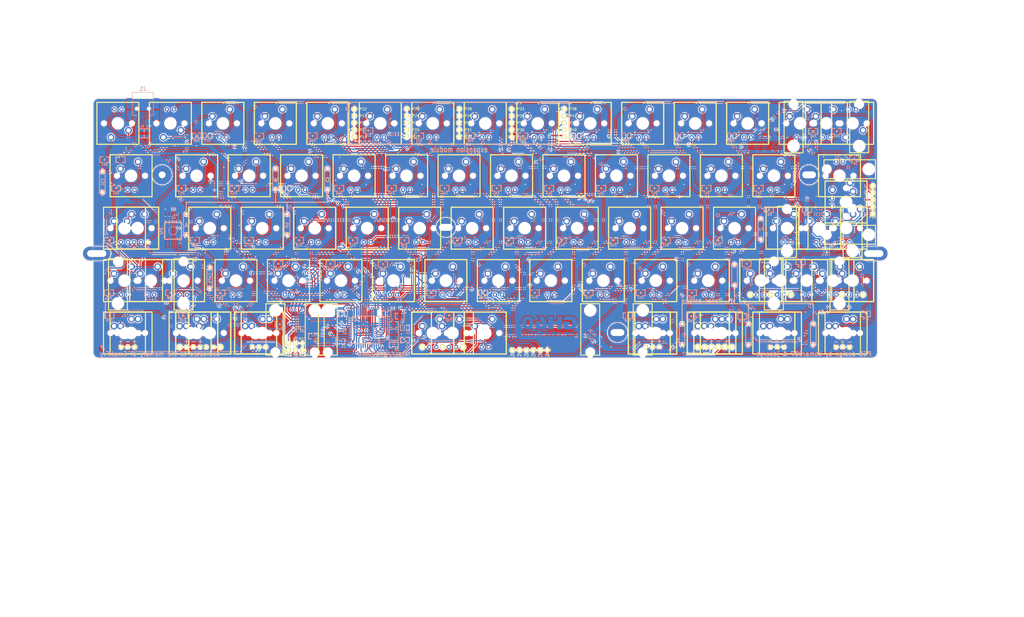
<source format=kicad_pcb>
(kicad_pcb (version 20211014) (generator pcbnew)
  (title_block (title "GH60") (date "20 jan 2014") (rev "B") (company "geekhack GH60 design team"))
  (layers (0 "F.Cu" signal) (31 "B.Cu" signal) (34 "B.Paste" user) (35 "F.Paste" user) (36 "B.SilkS" user "B.Silkscreen") (37 "F.SilkS" user "F.Silkscreen") (38 "B.Mask" user) (39 "F.Mask" user) (44 "Edge.Cuts" user))
  (net 0 "")
  (net 1 "/GPIO0")
  (net 2 "/GPIO1")
  (net 3 "/GPIO2")
  (net 4 "/GPIO3")
  (net 5 "/Leds/lcol1")
  (net 6 "/Leds/lcol10")
  (net 7 "/Leds/lcol11")
  (net 8 "/Leds/lcol12")
  (net 9 "/Leds/lcol13")
  (net 10 "/Leds/lcol14")
  (net 11 "/Leds/lcol2")
  (net 12 "/Leds/lcol3")
  (net 13 "/Leds/lcol4")
  (net 14 "/Leds/lcol5")
  (net 15 "/Leds/lcol6")
  (net 16 "/Leds/lcol7")
  (net 17 "/Leds/lcol8")
  (net 18 "/Leds/lcol9")
  (net 19 "/Leds/lrow1")
  (net 20 "/Leds/lrow2")
  (net 21 "/Leds/lrow3")
  (net 22 "/Leds/lrow4")
  (net 23 "/Leds/lrow5")
  (net 24 "/Matrix/CAPS_LED")
  (net 25 "/Matrix/col1")
  (net 26 "/Matrix/col10")
  (net 27 "/Matrix/col11")
  (net 28 "/Matrix/col12")
  (net 29 "/Matrix/col13")
  (net 30 "/Matrix/col14")
  (net 31 "/Matrix/col2")
  (net 32 "/Matrix/col3")
  (net 33 "/Matrix/col4")
  (net 34 "/Matrix/col5")
  (net 35 "/Matrix/col6")
  (net 36 "/Matrix/col7")
  (net 37 "/Matrix/col8")
  (net 38 "/Matrix/col9")
  (net 39 "/Matrix/row1")
  (net 40 "/Matrix/row2")
  (net 41 "/Matrix/row3")
  (net 42 "/Matrix/row4")
  (net 43 "/Matrix/row5")
  (net 44 "/~{RES}")
  (net 45 "GND")
  (net 46 "N-000001")
  (net 47 "N-000002")
  (net 48 "N-000003")
  (net 49 "N-000004")
  (net 50 "N-000005")
  (net 51 "N-000006")
  (net 52 "N-000007")
  (net 53 "N-000008")
  (net 54 "N-000009")
  (net 55 "N-000010")
  (net 56 "N-000011")
  (net 57 "N-000012")
  (net 58 "N-000038")
  (net 59 "N-000039")
  (net 60 "N-000040")
  (net 61 "N-000041")
  (net 62 "N-000042")
  (net 63 "N-000043")
  (net 64 "N-000070")
  (net 65 "N-000071")
  (net 66 "N-000072")
  (net 67 "N-000073")
  (net 68 "N-000074")
  (net 69 "N-000075")
  (net 70 "N-000076")
  (net 71 "N-000077")
  (net 72 "N-000078")
  (net 73 "N-000079")
  (net 74 "N-000080")
  (net 75 "N-000081")
  (net 76 "N-000082")
  (net 77 "N-000083")
  (net 78 "N-000084")
  (net 79 "N-000085")
  (net 80 "N-000086")
  (net 81 "N-000087")
  (net 82 "N-000088")
  (net 83 "N-000089")
  (net 84 "N-000090")
  (net 85 "N-000091")
  (net 86 "N-000092")
  (net 87 "N-000093")
  (net 88 "N-000094")
  (net 89 "N-000095")
  (net 90 "N-000096")
  (net 91 "N-000097")
  (net 92 "N-000098")
  (net 93 "N-000099")
  (net 94 "N-000100")
  (net 95 "N-000101")
  (net 96 "N-000102")
  (net 97 "N-000103")
  (net 98 "N-000104")
  (net 99 "N-000105")
  (net 100 "N-000106")
  (net 101 "N-000107")
  (net 102 "N-000108")
  (net 103 "N-000109")
  (net 104 "N-000110")
  (net 105 "N-000111")
  (net 106 "N-000112")
  (net 107 "N-000113")
  (net 108 "N-000114")
  (net 109 "N-000115")
  (net 110 "N-000116")
  (net 111 "N-000117")
  (net 112 "N-000118")
  (net 113 "N-000119")
  (net 114 "N-000120")
  (net 115 "N-000121")
  (net 116 "N-000122")
  (net 117 "N-000123")
  (net 118 "N-000124")
  (net 119 "N-000125")
  (net 120 "N-000126")
  (net 121 "N-000127")
  (net 122 "N-000128")
  (net 123 "N-000129")
  (net 124 "N-000130")
  (net 125 "N-000131")
  (net 126 "N-000132")
  (net 127 "N-000133")
  (net 128 "N-000134")
  (net 129 "N-000135")
  (net 130 "VCC")
  (footprint "mx1a:MX1A" (layer "F.Cu") (at 157.1625 92.87002)
    (fp_text reference "S22" hide)
    (fp_text value "MX1A" hide)
  )
  (footprint "mx1a:MX1A" (layer "F.Cu") (at 195.2625 92.87002)
    (fp_text reference "S32" hide)
    (fp_text value "MX1A" hide)
  )
  (footprint "mx1a:MX1A" (layer "F.Cu") (at 214.3125 92.87002)
    (fp_text reference "S37" hide)
    (fp_text value "MX1A" hide)
  )
  (footprint "mx1a:MX1A" (layer "F.Cu") (at 233.3625 92.87002)
    (fp_text reference "S42" hide)
    (fp_text value "MX1A" hide)
  )
  (footprint "mx1a:MX1A" (layer "F.Cu") (at 252.4125 92.87002)
    (fp_text reference "S47" hide)
    (fp_text value "MX1A" hide)
  )
  (footprint "mx1a:MX1A" (layer "F.Cu") (at 271.4625 92.87002)
    (fp_text reference "S52" hide)
    (fp_text value "MX1A" hide)
  )
  (footprint "mx1a:MX1A" (layer "F.Cu") (at 290.5125 92.87002)
    (fp_text reference "S57" hide)
    (fp_text value "MX1A" hide)
  )
  (footprint "mx1a:MX1A" (layer "F.Cu") (at 104.775 111.92002)
    (fp_text reference "S08" hide)
    (fp_text value "MX1A" hide)
  )
  (footprint "mx1a:MX1A" (layer "F.Cu") (at 123.825 111.92002)
    (fp_text reference "S13" hide)
    (fp_text value "MX1A" hide)
  )
  (footprint "mx1a:MX1A" (layer "F.Cu") (at 142.875 111.92002)
    (fp_text reference "S18" hide)
    (fp_text value "MX1A" hide)
  )
  (footprint "mx1a:MX1A" (layer "F.Cu") (at 161.925 111.92002)
    (fp_text reference "S23" hide)
    (fp_text value "MX1A" hide)
  )
  (footprint "mx1a:MX1A" (layer "F.Cu") (at 180.975 111.92002)
    (fp_text reference "S28" hide)
    (fp_text value "MX1A" hide)
  )
  (footprint "mx1a:MX1A" (layer "F.Cu") (at 200.025 111.92002)
    (fp_text reference "S33" hide)
    (fp_text value "MX1A" hide)
  )
  (footprint "mx1a:MX1A" (layer "F.Cu") (at 219.075 111.92002)
    (fp_text reference "S38" hide)
    (fp_text value "MX1A" hide)
  )
  (footprint "mx1a:MX1A" (layer "F.Cu") (at 109.5375 73.82002)
    (fp_text reference "S11" hide)
    (fp_text value "MX1A" hide)
  )
  (footprint "mx1a:MX1A" (layer "F.Cu") (at 128.5875 73.82002)
    (fp_text reference "S16" hide)
    (fp_text value "MX1A" hide)
  )
  (footprint "mx1a:MX1A" (layer "F.Cu") (at 147.6375 73.82002)
    (fp_text reference "S21" hide)
    (fp_text value "MX1A" hide)
  )
  (footprint "mx1a:MX1A" (layer "F.Cu") (at 166.6875 73.82002)
    (fp_text reference "S26" hide)
    (fp_text value "MX1A" hide)
  )
  (footprint "mx1a:MX1A" (layer "F.Cu") (at 185.7375 73.82002)
    (fp_text reference "S31" hide)
    (fp_text value "MX1A" hide)
  )
  (footprint "mx1a:MX1A" (layer "F.Cu") (at 204.7875 73.82002)
    (fp_text reference "S36" hide)
    (fp_text value "MX1A" hide)
  )
  (footprint "mx1a:MX1A" (layer "F.Cu") (at 223.8375 73.82002)
    (fp_text reference "S41" hide)
    (fp_text value "MX1A" hide)
  )
  (footprint "mx1a:MX1A" (layer "F.Cu") (at 242.8875 73.82002)
    (fp_text reference "S46" hide)
    (fp_text value "MX1A" hide)
  )
  (footprint "mx1a:MX1A" (layer "F.Cu") (at 280.9875 73.82002)
    (fp_text reference "S56" hide)
    (fp_text value "MX1A" hide)
  )
  (footprint "mx1a:MX1A" (layer "F.Cu") (at 300.0375 73.82002)
    (fp_text reference "S61" hide)
    (fp_text value "MX1A" hide)
  )
  (footprint "mx1a:MX1A" (layer "F.Cu") (at 76.2 92.87002)
    (fp_text reference "S02" hide)
    (fp_text value "MX1A" hide)
  )
  (footprint "mx1a:MX1A" (layer "F.Cu") (at 100.0125 92.87002)
    (fp_text reference "S07" hide)
    (fp_text value "MX1A" hide)
  )
  (footprint "mx1a:MX1A" (layer "F.Cu") (at 119.0625 92.87002)
    (fp_text reference "S12" hide)
    (fp_text value "MX1A" hide)
  )
  (footprint "mx1a:MX1A" (layer "F.Cu") (at 138.1125 92.87002)
    (fp_text reference "S17" hide)
    (fp_text value "MX1A" hide)
  )
  (footprint "mx1a:MX1A_no3d" (layer "F.Cu") (at 304.8 130.96875)
    (fp_text reference "S64" hide)
    (fp_text value "MX1A" hide)
  )
  (footprint "mx1a:MX1A" (layer "F.Cu") (at 321.47002 130.97002)
    (fp_text reference "S69" hide)
    (fp_text value "MX1A" hide)
  )
  (footprint "mx1a:MX1A" (layer "F.Cu") (at 121.44375 150.01875)
    (fp_text reference "S15" hide)
    (fp_text value "MX1A" hide)
  )
  (footprint "mx1a:MX1A" (layer "F.Cu") (at 192.88125 150.01875)
    (fp_text reference "S30" hide)
    (fp_text value "MX1A" hide)
  )
  (footprint "mx1a:MX1A" (layer "F.Cu") (at 264.31875 150.01875)
    (fp_text reference "S55" hide)
    (fp_text value "MX1A" hide)
  )
  (footprint "mx1a:MX1A" (layer "F.Cu") (at 311.94375 150.01875)
    (fp_text reference "S65" hide)
    (fp_text value "MX1A" hide)
  )
  (footprint "mx1a:MX1A" (layer "F.Cu") (at 335.75625 150.01875)
    (fp_text reference "S70" hide)
    (fp_text value "MX1A" hide)
  )
  (footprint "mx1a:MX1A" (layer "F.Cu") (at 238.125 111.92002)
    (fp_text reference "S43" hide)
    (fp_text value "MX1A" hide)
  )
  (footprint "mx1a:MX1A" (layer "F.Cu") (at 257.175 111.92002)
    (fp_text reference "S48" hide)
    (fp_text value "MX1A" hide)
  )
  (footprint "mx1a:MX1A" (layer "F.Cu") (at 276.225 111.92002)
    (fp_text reference "S53" hide)
    (fp_text value "MX1A" hide)
  )
  (footprint "mx1a:MX1A" (layer "F.Cu") (at 295.275 111.92002)
    (fp_text reference "S58" hide)
    (fp_text value "MX1A" hide)
  )
  (footprint "mx1a:MX1A_no3d" (layer "F.Cu") (at 314.325 111.92002)
    (fp_text reference "S63" hide)
    (fp_text value "MX1Aa" hide)
  )
  (footprint "mx1a:MX1A_no3d" (layer "F.Cu") (at 95.25 130.97002)
    (fp_text reference "S09" hide)
    (fp_text value "MX1Aa" hide)
  )
  (footprint "mx1a:MX1A" (layer "F.Cu") (at 114.3 130.97002)
    (fp_text reference "S14" hide)
    (fp_text value "MX1A" hide)
  )
  (footprint "mx1a:MX1A" (layer "F.Cu") (at 133.35 130.97002)
    (fp_text reference "S19" hide)
    (fp_text value "MX1A" hide)
  )
  (footprint "mx1a:MX1A" (layer "F.Cu") (at 152.4 130.97002)
    (fp_text reference "S24" hide)
    (fp_text value "MX1A" hide)
  )
  (footprint "mx1a:MX1A" (layer "F.Cu") (at 171.45 130.97002)
    (fp_text reference "S29" hide)
    (fp_text value "MX1A" hide)
  )
  (footprint "mx1a:MX1A" (layer "F.Cu") (at 190.5 130.97002)
    (fp_text reference "S34" hide)
    (fp_text value "MX1A" hide)
  )
  (footprint "mx1a:MX1A" (layer "F.Cu") (at 209.55 130.97002)
    (fp_text reference "S39" hide)
    (fp_text value "MX1A" hide)
  )
  (footprint "mx1a:MX1A" (layer "F.Cu") (at 228.6 130.97002)
    (fp_text reference "S44" hide)
    (fp_text value "MX1A" hide)
  )
  (footprint "mx1a:MX1A" (layer "F.Cu") (at 247.65 130.97002)
    (fp_text reference "S49" hide)
    (fp_text value "MX1A" hide)
  )
  (footprint "mx1a:MX1A" (layer "F.Cu") (at 266.7 130.97002)
    (fp_text reference "S54" hide)
    (fp_text value "MX1A" hide)
  )
  (footprint "mx1a:MX1A" (layer "F.Cu") (at 285.75 130.97002)
    (fp_text reference "S59" hide)
    (fp_text value "MX1A" hide)
  )
  (footprint "mx1a:MX1A_no3d" (layer "F.Cu") (at 338.1375 130.96875)
    (fp_text reference "S641" hide)
    (fp_text value "MX1Aa" hide)
  )
  (footprint "mx1a:MX1A_no3d" (layer "F.Cu") (at 266.7 150.01875)
    (fp_text reference "S552" hide)
    (fp_text value "MX1Aa" hide)
  )
  (footprint "mx1a:MX1A_no3d" (layer "F.Cu") (at 290.5125 150.01875)
    (fp_text reference "S602" hide)
    (fp_text value "MX1Aa" hide)
  )
  (footprint "mx1a:MX1A_no3d" (layer "F.Cu") (at 123.825 149.987)
    (fp_text reference "S151" hide)
    (fp_text value "MX1Aa" hide)
  )
  (footprint "mx1a:MX1A_no3d" (layer "F.Cu") (at 309.5625 150.01875)
    (fp_text reference "S6512" hide)
    (fp_text value "MX1Aa" hide)
  )
  (footprint "mx1a:MX1A_no3d" (layer "F.Cu") (at 333.375 150.01875)
    (fp_text reference "S7012" hide)
    (fp_text value "MX1Aa" hide)
  )
  (footprint "mx1a:MX1A_no3d" (layer "F.Cu") (at 335.75625 102.39375 -90)
    (fp_text reference "S681" hide)
    (fp_text value "MX1A" hide)
  )
  (footprint "mx1a:MX1A" (layer "F.Cu") (at 261.9375 73.82002)
    (fp_text reference "S51" hide)
    (fp_text value "MX1A" hide)
  )
  (footprint "mx1a:MX1A_no3d" (layer "F.Cu") (at 185.7375 150.01875)
    (fp_text reference "S302" hide)
    (fp_text value "MX1Aa" hide)
  )
  (footprint "mx1a:MXST" (layer "F.Cu") (at 71.4375 130.97002)
    (fp_text reference "MXST" hide)
    (fp_text value "VAL**" hide)
  )
  (footprint "mx1a:MXST" (layer "F.Cu") (at 95.25 130.97002)
    (fp_text reference "MXST" hide)
    (fp_text value "VAL**" hide)
  )
  (footprint "mx1a:MX1A_no3d" (layer "F.Cu") (at 73.82002 130.97002)
    (fp_text reference "S041" hide)
    (fp_text value "MX1Aa" hide)
  )
  (footprint "mx1a:MXST" (layer "F.Cu") (at 333.375 130.96875)
    (fp_text reference "MXST" hide)
    (fp_text value "VAL**" hide)
  )
  (footprint "mx1a:MXST" (layer "F.Cu") (at 309.5625 130.97002)
    (fp_text reference "MXST" hide)
    (fp_text value "VAL**" hide)
  )
  (footprint "mx1a:MXST" (layer "F.Cu") (at 338.1375 111.91875)
    (fp_text reference "MXST" hide)
    (fp_text value "VAL**" hide)
  )
  (footprint "mx1a:MXST" (layer "F.Cu") (at 314.325 111.92002)
    (fp_text reference "MXST" hide)
    (fp_text value "VAL**" hide)
  )
  (footprint "mx1a:MXST" (layer "F.Cu") (at 335.75752 90.4875 90)
    (fp_text reference "MXST" hide)
    (fp_text value "VAL**" hide)
  )
  (footprint "mx1a:MXST" (layer "F.Cu") (at 335.75752 114.3 90)
    (fp_text reference "MXST" hide)
    (fp_text value "VAL**" hide)
  )
  (footprint "mx1a:MXST" (layer "F.Cu") (at 242.8875 150.02002 180)
    (fp_text reference "MXST" hide)
    (fp_text value "VAL**" hide)
  )
  (footprint "mx1a:MXST" (layer "F.Cu") (at 142.875 150.02002 180)
    (fp_text reference "MXST" hide)
    (fp_text value "VAL**" hide)
  )
  (footprint "mx1a:MXST" (layer "F.Cu") (at 147.6375 150.02002 180)
    (fp_text reference "MXST" hide)
    (fp_text value "VAL**" hide)
  )
  (footprint "mx1a:MX1A" (layer "F.Cu") (at 78.58252 111.92002)
    (fp_text reference "S03" hide)
    (fp_text value "MX1A" hide)
  )
  (footprint "mx1a:MX1A_no3d" (layer "F.Cu") (at 73.82002 111.92002)
    (fp_text reference "S031" hide)
    (fp_text value "MX1Aa" hide)
  )
  (footprint "hole:PKRHSL" (layer "F.Cu") (at 63.7489 121.1212)
    (fp_text reference "HOLE" hide)
    (fp_text value "VAL**" hide)
  )
  (footprint "hole:PKRH" (layer "F.Cu") (at 322.3399 92.5208)
    (fp_text reference "HOLE" hide)
    (fp_text value "VAL**" hide)
  )
  (footprint "mx1a:MX1A_no3d" (layer "F.Cu") (at 311.94375 130.96875)
    (fp_text reference "S692" hide)
    (fp_text value "MX1Aa" hide)
  )
  (footprint "mx1a:MX1A" (layer "F.Cu") (at 326.23125 111.91875)
    (fp_text reference "S68" hide)
    (fp_text value "MX1A" hide)
  )
  (footprint "mx1a:MX1A" (layer "F.Cu") (at 90.4875 73.81875 180)
    (fp_text reference "S06" hide)
    (fp_text value "MX1A" hide)
  )
  (footprint "mx1a:MX1A" (layer "F.Cu") (at 328.6125 73.82002)
    (fp_text reference "S66" hide)
    (fp_text value "MX1A" hide)
  )
  (footprint "mx1a:MXST" (layer "F.Cu") (at 340.52002 73.82002)
    (fp_text reference "MXST" hide)
    (fp_text value "VAL**" hide)
  )
  (footprint "mx1a:MXST" (layer "F.Cu") (at 316.70752 73.82002)
    (fp_text reference "MXST" hide)
    (fp_text value "VAL**" hide)
  )
  (footprint "mx1a:MX1A" (layer "F.Cu") (at 176.2125 92.87002)
    (fp_text reference "S27" hide)
    (fp_text value "MX1A" hide)
  )
  (footprint "mx1a:MX1A" (layer "F.Cu") (at 309.5625 92.87002)
    (fp_text reference "S62" hide)
    (fp_text value "MX1A" hide)
  )
  (footprint "MX1A-ledlock" (layer "F.Cu") (at 78.58252 111.92002)
    (fp_text reference "DC3" hide)
    (fp_text value "LED" hide)
  )
  (footprint "mx1a:MXST" (layer "F.Cu") (at 128.5875 150.02002 180)
    (fp_text reference "MXST" hide)
    (fp_text value "VAL**" hide)
  )
  (footprint "mx1a:MXST" (layer "F.Cu") (at 261.9375 150.02002 180)
    (fp_text reference "MXST" hide)
    (fp_text value "VAL**" hide)
  )
  (footprint "hole:PKRHSL" (layer "F.Cu") (at 345.8312 121.1212)
    (fp_text reference "HOLE" hide)
    (fp_text value "VAL**" hide)
  )
  (footprint "mx1a:MX1A_no3d" (layer "F.Cu") (at 204.7875 150.02002)
    (fp_text reference "S301" hide)
    (fp_text value "MX1Aa" hide)
  )
  (footprint "mx1a:MX1A-led_no3d" (layer "F.Cu") (at 73.82002 111.92002)
    (fp_text reference "DC2" hide)
    (fp_text value "LED" hide)
  )
  (footprint "mx1a:MX1A-led_no3d" (layer "F.Cu") (at 78.58252 111.92002)
    (fp_text reference "DC1" hide)
    (fp_text value "LED" hide)
  )
  (footprint "mx1a:MX1A_no3d" (layer "F.Cu") (at 335.75625 111.91875)
    (fp_text reference "S682" hide)
    (fp_text value "MX1Aa" hide)
  )
  (footprint "pad" (layer "F.Cu") (at 224.79 156.21)
    (fp_text reference "P1")
    (fp_text value "CONN_1" hide)
  )
  (footprint "pad" (layer "F.Cu") (at 219.71 156.21)
    (fp_text reference "P3")
    (fp_text value "CONN_1" hide)
  )
  (footprint "pad" (layer "F.Cu") (at 214.63 156.21)
    (fp_text reference "P5")
    (fp_text value "CONN_1" hide)
  )
  (footprint "pad" (layer "F.Cu") (at 222.25 156.21)
    (fp_text reference "P2")
    (fp_text value "CONN_1" hide)
  )
  (footprint "pad" (layer "F.Cu") (at 217.17 156.21)
    (fp_text reference "P4")
    (fp_text value "CONN_1" hide)
  )
  (footprint "pad" (layer "F.Cu") (at 227.33 156.21)
    (fp_text reference "P6")
    (fp_text value "CONN_1" hide)
  )
  (footprint "mx1a:MX1A_no3d" (layer "F.Cu") (at 285.75 150.01875)
    (fp_text reference "S601" hide)
    (fp_text value "MX1Aa" hide)
  )
  (footprint "mx1a:MX1A" (layer "F.Cu") (at 288.13125 150.01875)
    (fp_text reference "S60" hide)
    (fp_text value "MX1A" hide)
  )
  (footprint "mx1a:MX1A_no3d" (layer "F.Cu") (at 100.076 149.987)
    (fp_text reference "S101" hide)
    (fp_text value "MX1Aa" hide)
  )
  (footprint "mx1a:MX1A_no3d" (layer "F.Cu") (at 104.775 149.987)
    (fp_text reference "S102" hide)
    (fp_text value "MX1Aa" hide)
  )
  (footprint "mx1a:MX1A" (layer "F.Cu") (at 97.63125 150.01875)
    (fp_text reference "S10" hide)
    (fp_text value "MX1A" hide)
  )
  (footprint "mx1a:MX1A" (layer "F.Cu") (at 73.81875 150.01875)
    (fp_text reference "S05" hide)
    (fp_text value "MX1A" hide)
  )
  (footprint "mx1a:MX1A" (layer "F.Cu") (at 71.4375 73.81875 180)
    (fp_text reference "S01" hide)
    (fp_text value "MX1A" hide)
  )
  (footprint "mx1a:MX1A" (layer "F.Cu") (at 83.34375 130.96875)
    (fp_text reference "S04" hide)
    (fp_text value "MX1A" hide)
  )
  (footprint "pad" (layer "F.Cu") (at 135.89 156.21)
    (fp_text reference "P8")
    (fp_text value "CONN_1" hide)
  )
  (footprint "pad" (layer "F.Cu") (at 133.35 153.67)
    (fp_text reference "P9")
    (fp_text value "CONN_1" hide)
  )
  (footprint "pad" (layer "F.Cu") (at 133.35 156.21)
    (fp_text reference "P10")
    (fp_text value "CONN_1" hide)
  )
  (footprint "pad" (layer "F.Cu") (at 345.44 96.52)
    (fp_text reference "P11")
    (fp_text value "CONN_1" hide)
  )
  (footprint "pad" (layer "F.Cu") (at 345.44 99.06)
    (fp_text reference "P12")
    (fp_text value "CONN_1" hide)
  )
  (footprint "pad" (layer "F.Cu") (at 345.44 101.6)
    (fp_text reference "P13")
    (fp_text value "CONN_1" hide)
  )
  (footprint "pad" (layer "F.Cu") (at 345.44 104.14)
    (fp_text reference "P14")
    (fp_text value "CONN_1" hide)
  )
  (footprint "pad" (layer "F.Cu") (at 345.44 106.68)
    (fp_text reference "P15")
    (fp_text value "CONN_1" hide)
  )
  (footprint "mx1a:MX1A_no3d" (layer "F.Cu") (at 319.0875 73.81875)
    (fp_text reference "S661" hide)
    (fp_text value "MX1Aa" hide)
  )
  (footprint "mx1a:MX1A_no3d" (layer "F.Cu") (at 338.1375 73.81875 180)
    (fp_text reference "S50" hide)
    (fp_text value "MX1Aa" hide)
  )
  (footprint "pad" (layer "F.Cu") (at 135.89 153.67)
    (fp_text reference "P7")
    (fp_text value "CONN_1" hide)
  )
  (footprint "pad" (layer "F.Cu") (at 138.43 156.21)
    (fp_text reference "P16")
    (fp_text value "CONN_1" hide)
  )
  (footprint "pad" (layer "F.Cu") (at 138.43 153.67)
    (fp_text reference "P17")
    (fp_text value "CONN_1" hide)
  )
  (footprint "mx1a:MX1A_no3d" (layer "F.Cu") (at 76.2 149.987)
    (fp_text reference "S0512" hide)
    (fp_text value "MX1Aa" hide)
  )
  (footprint "MX1A-wire" (layer "F.Cu") (at 97.63125 150.01875)
    (fp_text reference "MXWIRE" hide)
    (fp_text value "VAL**" hide)
  )
  (footprint "MX1A-wire" (layer "F.Cu") (at 104.775 150.01875)
    (fp_text reference "MXWIRE" hide)
    (fp_text value "VAL**" hide)
  )
  (footprint "MX1A-wire" (layer "F.Cu") (at 185.7375 150.01875)
    (fp_text reference "MXWIRE" hide)
    (fp_text value "VAL**" hide)
  )
  (footprint "MX1A-wire" (layer "F.Cu") (at 192.88125 150.01875)
    (fp_text reference "MXWIRE" hide)
    (fp_text value "VAL**" hide)
  )
  (footprint "MX1A-wire" (layer "F.Cu") (at 285.75 150.01875)
    (fp_text reference "MXWIRE" hide)
    (fp_text value "VAL**" hide)
  )
  (footprint "MX1A-wire" (layer "F.Cu") (at 290.5125 150.01875)
    (fp_text reference "MXWIRE" hide)
    (fp_text value "VAL**" hide)
  )
  (footprint "mx1a:MX1A_no3d" (layer "F.Cu") (at 330.99375 130.96875)
    (fp_text reference "S691" hide)
    (fp_text value "MX1Aa" hide)
  )
  (footprint "MX1A-wire" (layer "F.Cu") (at 304.8 130.96875)
    (fp_text reference "MXWIRE" hide)
    (fp_text value "VAL**" hide)
  )
  (footprint "MX1A-wire" (layer "F.Cu") (at 311.94375 130.96875)
    (fp_text reference "MXWIRE" hide)
    (fp_text value "VAL**" hide)
  )
  (footprint "MX1A-wire" (layer "F.Cu") (at 338.1375 130.96875)
    (fp_text reference "MXWIRE" hide)
    (fp_text value "VAL**" hide)
  )
  (footprint "mx1a:MX1A" (layer "F.Cu") (at 333.375 92.86875 180)
    (fp_text reference "S67" hide)
    (fp_text value "MX1A" hide)
  )
  (footprint "mx1a:MX1A-led_no3d" (layer "F.Cu") (at 104.775 111.91875)
    (fp_text reference "DW4" hide)
    (fp_text value "LED" hide)
  )
  (footprint "mx1a:MX1A-led_no3d" (layer "F.Cu") (at 123.825 111.91875)
    (fp_text reference "DW3" hide)
    (fp_text value "LED" hide)
  )
  (footprint "mx1a:MX1A-led_no3d" (layer "F.Cu") (at 142.875 111.91875)
    (fp_text reference "DW2" hide)
    (fp_text value "LED" hide)
  )
  (footprint "mx1a:MX1A-led_no3d" (layer "F.Cu") (at 119.0625 92.86875)
    (fp_text reference "DW1" hide)
    (fp_text value "LED" hide)
  )
  (footprint "hole:PKRH" (layer "F.Cu") (at 252.7894 149.8207)
    (fp_text reference "HOLE" hide)
    (fp_text value "VAL**" hide)
  )
  (footprint "hole:PKRHC" (layer "F.Cu") (at 87.4893 92.5208)
    (fp_text reference "HOLE" hide)
    (fp_text value "VAL**" hide)
  )
  (footprint "mx1a:MX1A-led_no3d" (layer "F.Cu") (at 338.1375 130.96875)
    (fp_text reference "DF10" hide)
    (fp_text value "LED" hide)
  )
  (footprint "mx1a:MX1A-led_no3d" (layer "F.Cu") (at 311.94375 130.96875)
    (fp_text reference "DF20" hide)
    (fp_text value "LED" hide)
  )
  (footprint "mx1a:MX1A-led_no3d" (layer "F.Cu") (at 71.4375 73.81875 180)
    (fp_text reference "DF3" hide)
    (fp_text value "LED" hide)
  )
  (footprint "mx1a:MX1A-led_no3d" (layer "F.Cu") (at 304.8 130.96875)
    (fp_text reference "DF11" hide)
    (fp_text value "LED" hide)
  )
  (footprint "MX1A-led" (layer "F.Cu") (at 311.94375 150.01875)
    (fp_text reference "DF21" hide)
    (fp_text value "LEDa" hide)
  )
  (footprint "MX1A-led" (layer "F.Cu") (at 288.13125 150.01875)
    (fp_text reference "DF23" hide)
    (fp_text value "LEDa" hide)
  )
  (footprint "mx1a:MX1A-led_no3d" (layer "F.Cu") (at 321.46875 130.96875)
    (fp_text reference "DF201" hide)
    (fp_text value "LED" hide)
  )
  (footprint "MX1A-led" (layer "F.Cu") (at 309.5625 150.01875)
    (fp_text reference "DF211" hide)
    (fp_text value "LEDa" hide)
  )
  (footprint "MX1A-led" (layer "F.Cu") (at 333.375 150.01875)
    (fp_text reference "DF221" hide)
    (fp_text value "LEDa" hide)
  )
  (footprint "MX1A-led" (layer "F.Cu") (at 335.75625 150.01875)
    (fp_text reference "DF22" hide)
    (fp_text value "LEDa" hide)
  )
  (footprint "MX1A-led" (layer "F.Cu") (at 285.75 150.01875)
    (fp_text reference "DF231" hide)
    (fp_text value "LEDa" hide)
  )
  (footprint "MX1A-led" (layer "F.Cu") (at 290.5125 150.01875)
    (fp_text reference "DF232" hide)
    (fp_text value "LEDa" hide)
  )
  (footprint "mx1a:MX1A-led_no3d" (layer "F.Cu") (at 276.225 111.91875)
    (fp_text reference "DB53" hide)
    (fp_text value "LED" hide)
  )
  (footprint "mx1a:MX1A-led_no3d" (layer "F.Cu") (at 114.3 130.96875)
    (fp_text reference "DB14" hide)
    (fp_text value "LED" hide)
  )
  (footprint "mx1a:MX1A-led_no3d" (layer "F.Cu") (at 95.25 130.96875)
    (fp_text reference "DB09" hide)
    (fp_text value "LED" hide)
  )
  (footprint "mx1a:MX1A-led_no3d" (layer "F.Cu") (at 83.34375 130.96875)
    (fp_text reference "DB04" hide)
    (fp_text value "LED" hide)
  )
  (footprint "mx1a:MX1A-led_no3d" (layer "F.Cu") (at 209.55 130.96875)
    (fp_text reference "DB39" hide)
    (fp_text value "LED" hide)
  )
  (footprint "mx1a:MX1A-led_no3d" (layer "F.Cu") (at 190.5 130.96875)
    (fp_text reference "DB34" hide)
    (fp_text value "LED" hide)
  )
  (footprint "mx1a:MX1A-led_no3d" (layer "F.Cu") (at 171.45 130.96875)
    (fp_text reference "DB29" hide)
    (fp_text value "LED" hide)
  )
  (footprint "mx1a:MX1A-led_no3d" (layer "F.Cu") (at 152.4 130.96875)
    (fp_text reference "DB24" hide)
    (fp_text value "LED" hide)
  )
  (footprint "mx1a:MX1A-led_no3d" (layer "F.Cu") (at 295.275 111.91875)
    (fp_text reference "DB58" hide)
    (fp_text value "LED" hide)
  )
  (footprint "mx1a:MX1A-led_no3d" (layer "F.Cu") (at 133.35 130.96875)
    (fp_text reference "DB19" hide)
    (fp_text value "LED" hide)
  )
  (footprint "mx1a:MX1A-led_no3d" (layer "F.Cu") (at 257.175 111.91875)
    (fp_text reference "DB48" hide)
    (fp_text value "LED" hide)
  )
  (footprint "mx1a:MX1A-led_no3d" (layer "F.Cu") (at 238.125 111.91875)
    (fp_text reference "DB43" hide)
    (fp_text value "LED" hide)
  )
  (footprint "mx1a:MX1A-led_no3d" (layer "F.Cu") (at 326.23125 111.91875)
    (fp_text reference "DB68" hide)
    (fp_text value "LED" hide)
  )
  (footprint "mx1a:MX1A-led_no3d" (layer "F.Cu") (at 314.325 111.91875)
    (fp_text reference "DB63" hide)
    (fp_text value "LED" hide)
  )
  (footprint "mx1a:MX1A-led_no3d" (layer "F.Cu") (at 228.6 130.96875)
    (fp_text reference "DB44" hide)
    (fp_text value "LED" hide)
  )
  (footprint "mx1a:MX1A-led_no3d" (layer "F.Cu") (at 247.65 130.96875)
    (fp_text reference "DB49" hide)
    (fp_text value "LED" hide)
  )
  (footprint "mx1a:MX1A-led_no3d" (layer "F.Cu") (at 266.7 130.96875)
    (fp_text reference "DB54" hide)
    (fp_text value "LED" hide)
  )
  (footprint "mx1a:MX1A-led_no3d" (layer "F.Cu") (at 285.75 130.96875)
    (fp_text reference "DB59" hide)
    (fp_text value "LED" hide)
  )
  (footprint "MX1A-led" (layer "F.Cu") (at 73.81875 150.01875)
    (fp_text reference "DB05" hide)
    (fp_text value "LEDa" hide)
  )
  (footprint "MX1A-led" (layer "F.Cu") (at 97.63125 150.01875)
    (fp_text reference "DB10" hide)
    (fp_text value "LEDa" hide)
  )
  (footprint "MX1A-led" (layer "F.Cu") (at 121.44375 150.01875)
    (fp_text reference "DB15" hide)
    (fp_text value "LEDa" hide)
  )
  (footprint "mx1a:MX1A-led_no3d" (layer "F.Cu") (at 338.1375 73.81875 180)
    (fp_text reference "DB50" hide)
    (fp_text value "LED" hide)
  )
  (footprint "MX1A-led" (layer "F.Cu") (at 264.31875 150.01875)
    (fp_text reference "DB55" hide)
    (fp_text value "LEDa" hide)
  )
  (footprint "mx1a:MX1A-led_no3d" (layer "F.Cu") (at 192.88125 150.01875)
    (fp_text reference "DB30" hide)
    (fp_text value "LED" hide)
  )
  (footprint "mx1a:MX1A-led_no3d" (layer "F.Cu") (at 300.0375 73.81875)
    (fp_text reference "DB61" hide)
    (fp_text value "LED" hide)
  )
  (footprint "mx1a:MX1A-led_no3d" (layer "F.Cu") (at 176.2125 92.86875)
    (fp_text reference "DB27" hide)
    (fp_text value "LED" hide)
  )
  (footprint "mx1a:MX1A-led_no3d" (layer "F.Cu") (at 157.1625 92.86875)
    (fp_text reference "DB22" hide)
    (fp_text value "LED" hide)
  )
  (footprint "mx1a:MX1A-led_no3d" (layer "F.Cu") (at 280.9875 73.81875)
    (fp_text reference "DB56" hide)
    (fp_text value "LED" hide)
  )
  (footprint "mx1a:MX1A-led_no3d" (layer "F.Cu") (at 261.9375 73.81875)
    (fp_text reference "DB51" hide)
    (fp_text value "LED" hide)
  )
  (footprint "mx1a:MX1A-led_no3d" (layer "F.Cu") (at 242.8875 73.81875)
    (fp_text reference "DB46" hide)
    (fp_text value "LED" hide)
  )
  (footprint "mx1a:MX1A-led_no3d" (layer "F.Cu") (at 223.8375 73.81875)
    (fp_text reference "DB41" hide)
    (fp_text value "LED" hide)
  )
  (footprint "mx1a:MX1A-led_no3d" (layer "F.Cu") (at 319.0875 73.81875)
    (fp_text reference "DB66" hide)
    (fp_text value "LED" hide)
  )
  (footprint "mx1a:MX1A-led_no3d" (layer "F.Cu") (at 195.2625 92.86875)
    (fp_text reference "DB32" hide)
    (fp_text value "LED" hide)
  )
  (footprint "mx1a:MX1A-led_no3d" (layer "F.Cu") (at 128.5875 73.81875)
    (fp_text reference "DB16" hide)
    (fp_text value "LED" hide)
  )
  (footprint "mx1a:MX1A-led_no3d" (layer "F.Cu") (at 109.5375 73.81875)
    (fp_text reference "DB11" hide)
    (fp_text value "LED" hide)
  )
  (footprint "mx1a:MX1A-led_no3d" (layer "F.Cu") (at 90.4875 73.81875 180)
    (fp_text reference "DB06" hide)
    (fp_text value "LED" hide)
  )
  (footprint "mx1a:MX1A-led_no3d" (layer "F.Cu") (at 204.7875 73.81875)
    (fp_text reference "DB36" hide)
    (fp_text value "LED" hide)
  )
  (footprint "mx1a:MX1A-led_no3d" (layer "F.Cu") (at 185.7375 73.81875)
    (fp_text reference "DB31" hide)
    (fp_text value "LED" hide)
  )
  (footprint "mx1a:MX1A-led_no3d" (layer "F.Cu") (at 166.6875 73.81875)
    (fp_text reference "DB26" hide)
    (fp_text value "LED" hide)
  )
  (footprint "mx1a:MX1A-led_no3d" (layer "F.Cu") (at 147.6375 73.81875)
    (fp_text reference "DB21" hide)
    (fp_text value "LED" hide)
  )
  (footprint "mx1a:MX1A-led_no3d" (layer "F.Cu") (at 214.3125 92.86875)
    (fp_text reference "DB37" hide)
    (fp_text value "LED" hide)
  )
  (footprint "mx1a:MX1A-led_no3d" (layer "F.Cu") (at 76.2 92.86875)
    (fp_text reference "DB02" hide)
    (fp_text value "LED" hide)
  )
  (footprint "mx1a:MX1A-led_no3d" (layer "F.Cu") (at 100.0125 92.86875)
    (fp_text reference "DB07" hide)
    (fp_text value "LED" hide)
  )
  (footprint "mx1a:MX1A-led_no3d" (layer "F.Cu") (at 138.1125 92.86875)
    (fp_text reference "DB17" hide)
    (fp_text value "LED" hide)
  )
  (footprint "mx1a:MX1A-led_no3d" (layer "F.Cu") (at 309.5625 92.86875)
    (fp_text reference "DB62" hide)
    (fp_text value "LED" hide)
  )
  (footprint "mx1a:MX1A-led_no3d" (layer "F.Cu") (at 333.375 92.86875 180)
    (fp_text reference "DB67" hide)
    (fp_text value "LED" hide)
  )
  (footprint "mx1a:MX1A-led_no3d" (layer "F.Cu") (at 233.3625 92.86875)
    (fp_text reference "DB42" hide)
    (fp_text value "LED" hide)
  )
  (footprint "mx1a:MX1A-led_no3d" (layer "F.Cu") (at 252.4125 92.86875)
    (fp_text reference "DB47" hide)
    (fp_text value "LED" hide)
  )
  (footprint "mx1a:MX1A-led_no3d" (layer "F.Cu") (at 271.4625 92.86875)
    (fp_text reference "DB52" hide)
    (fp_text value "LED" hide)
  )
  (footprint "mx1a:MX1A-led_no3d" (layer "F.Cu") (at 290.5125 92.86875)
    (fp_text reference "DB57" hide)
    (fp_text value "LED" hide)
  )
  (footprint "mx1a:MX1A-led_no3d" (layer "F.Cu") (at 161.925 111.91875)
    (fp_text reference "DB23" hide)
    (fp_text value "LED" hide)
  )
  (footprint "mx1a:MX1A-led_no3d" (layer "F.Cu") (at 180.975 111.91875)
    (fp_text reference "DB28" hide)
    (fp_text value "LED" hide)
  )
  (footprint "mx1a:MX1A-led_no3d" (layer "F.Cu") (at 219.075 111.91875)
    (fp_text reference "DB38" hide)
    (fp_text value "LED" hide)
  )
  (footprint "mx1a:MX1A-led_no3d" (layer "F.Cu") (at 200.025 111.91875)
    (fp_text reference "DB33" hide)
    (fp_text value "LED" hide)
  )
  (footprint "MX1A-led" (layer "F.Cu") (at 266.7 150.01875)
    (fp_text reference "DB551" hide)
    (fp_text value "LEDa" hide)
  )
  (footprint "mx1a:MX1A-led_no3d" (layer "F.Cu") (at 204.7875 150.01875)
    (fp_text reference "DB301" hide)
    (fp_text value "LED" hide)
  )
  (footprint "mx1a:MX1A-led_no3d" (layer "F.Cu") (at 185.7375 150.01875)
    (fp_text reference "DB302" hide)
    (fp_text value "LED" hide)
  )
  (footprint "MX1A-led" (layer "F.Cu") (at 76.2 150.01875)
    (fp_text reference "DB051" hide)
    (fp_text value "LEDa" hide)
  )
  (footprint "MX1A-led" (layer "F.Cu") (at 100.0125 150.01875)
    (fp_text reference "DB101" hide)
    (fp_text value "LEDa" hide)
  )
  (footprint "MX1A-led" (layer "F.Cu") (at 104.775 150.01875)
    (fp_text reference "DB102" hide)
    (fp_text value "LEDa" hide)
  )
  (footprint "MX1A-led" (layer "F.Cu") (at 123.825 150.01875)
    (fp_text reference "DB151" hide)
    (fp_text value "LEDa" hide)
  )
  (footprint "mx1a:MX1A-led_no3d" (layer "F.Cu") (at 330.99375 130.96875)
    (fp_text reference "DB69" hide)
    (fp_text value "LED" hide)
  )
  (footprint "pad" (layer "F.Cu") (at 195.326 68.58)
    (fp_text reference "P28")
    (fp_text value "CONN_1" hide)
  )
  (footprint "pad" (layer "F.Cu") (at 214.376 76.2)
    (fp_text reference "P36")
    (fp_text value "CONN_1" hide)
  )
  (footprint "pad" (layer "F.Cu") (at 214.376 71.12)
    (fp_text reference "P35")
    (fp_text value "CONN_1" hide)
  )
  (footprint "pad" (layer "F.Cu") (at 214.376 73.66)
    (fp_text reference "P34")
    (fp_text value "CONN_1" hide)
  )
  (footprint "pad" (layer "F.Cu") (at 214.376 68.58)
    (fp_text reference "P33")
    (fp_text value "CONN_1" hide)
  )
  (footprint "pad" (layer "F.Cu") (at 195.326 73.66)
    (fp_text reference "P32")
    (fp_text value "CONN_1" hide)
  )
  (footprint "pad" (layer "F.Cu") (at 195.326 76.2)
    (fp_text reference "P31")
    (fp_text value "CONN_1" hide)
  )
  (footprint "pad" (layer "F.Cu") (at 195.326 71.12)
    (fp_text reference "P29")
    (fp_text value "CONN_1" hide)
  )
  (footprint "pad" (layer "F.Cu") (at 176.276 73.66)
    (fp_text reference "P27")
    (fp_text value "CONN_1" hide)
  )
  (footprint "pad" (layer "F.Cu") (at 176.276 68.58)
    (fp_text reference "P26")
    (fp_text value "CONN_1" hide)
  )
  (footprint "pad" (layer "F.Cu") (at 176.276 76.2)
    (fp_text reference "P25")
    (fp_text value "CONN_1" hide)
  )
  (footprint "pad" (layer "F.Cu") (at 176.276 71.12)
    (fp_text reference "P24")
    (fp_text value "CONN_1" hide)
  )
  (footprint "pad" (layer "F.Cu") (at 176.276 78.74)
    (fp_text reference "P23")
    (fp_text value "CONN_1" hide)
  )
  (footprint "pad" (layer "F.Cu") (at 157.226 73.66)
    (fp_text reference "P20")
    (fp_text value "CONN_1" hide)
  )
  (footprint "pad" (layer "F.Cu") (at 157.226 71.12)
    (fp_text reference "P19")
    (fp_text value "CONN_1" hide)
  )
  (footprint "pad" (layer "F.Cu") (at 195.326 78.74)
    (fp_text reference "P30")
    (fp_text value "CONN_1" hide)
  )
  (footprint "pad" (layer "F.Cu") (at 157.226 76.2)
    (fp_text reference "P21")
    (fp_text value "CONN_1" hide)
  )
  (footprint "pad" (layer "F.Cu") (at 157.226 78.74)
    (fp_text reference "P18")
    (fp_text value "CONN_1" hide)
  )
  (footprint "pad" (layer "F.Cu") (at 157.226 68.58)
    (fp_text reference "P22")
    (fp_text value "CONN_1" hide)
  )
  (footprint "pad" (layer "F.Cu") (at 233.426 78.74)
    (fp_text reference "P37")
    (fp_text value "CONN_1" hide)
  )
  (footprint "pad" (layer "F.Cu") (at 233.426 68.58)
    (fp_text reference "P38")
    (fp_text value "CONN_1" hide)
  )
  (footprint "pad" (layer "F.Cu") (at 233.426 73.66)
    (fp_text reference "P39")
    (fp_text value "CONN_1" hide)
  )
  (footprint "pad" (layer "F.Cu") (at 233.426 76.2)
    (fp_text reference "P40")
    (fp_text value "CONN_1" hide)
  )
  (footprint "pad" (layer "F.Cu") (at 233.426 71.12)
    (fp_text reference "P41")
    (fp_text value "CONN_1" hide)
  )
  (footprint "pad" (layer "F.Cu") (at 214.376 78.74)
    (fp_text reference "P42")
    (fp_text value "CONN_1" hide)
  )
  (footprint "hole:PKRH" (layer "F.Cu") (at 190.49 111.62)
    (fp_text reference "HOLE" hide)
    (fp_text value "VAL**" hide)
  )
  (footprint "mx1a:MX1A-led_no3d" (layer "F.Cu") (at 73.81875 130.96875)
    (fp_text reference "DB041" hide)
    (fp_text value "LED" hide)
  )
  (footprint "mx1a:MX1A-led_no3d" (layer "F.Cu") (at 328.6125 73.81875)
    (fp_text reference "DB661" hide)
    (fp_text value "LED" hide)
  )
  (footprint "mx1a:MX1A-led_no3d" (layer "F.Cu") (at 335.75625 102.39375 -90)
    (fp_text reference "DB681" hide)
    (fp_text value "LED" hide)
  )
  (footprint "mx1a:MX1A-led_no3d" (layer "F.Cu") (at 335.75625 111.91875)
    (fp_text reference "DB682" hide)
    (fp_text value "LED" hide)
  )
  (footprint "ndk:4-SMD" (layer "B.Cu") (at 171.577 150.622 -90)
    (fp_text reference "X1")
    (fp_text value "ASX3F" hide)
  )
  (footprint "0805:0805R" (layer "B.Cu") (at 173.736 143.891 180)
    (fp_text reference "R5")
    (fp_text value "10k" hide)
  )
  (footprint "0805:0805C" (layer "B.Cu") (at 171.577 146.939 180)
    (fp_text reference "C7")
    (fp_text value "100n" hide)
  )
  (footprint "0805:0805C" (layer "B.Cu") (at 153.162 143.0655 180)
    (fp_text reference "C5")
    (fp_text value "100n" hide)
  )
  (footprint "0805:0805C" (layer "B.Cu") (at 152.146 153.162 180)
    (fp_text reference "C4")
    (fp_text value "100n" hide)
  )
  (footprint "0805:0805C" (layer "B.Cu") (at 175.641 152.527)
    (fp_text reference "C2")
    (fp_text value "22p" hide)
  )
  (footprint "0805:0805C" (layer "B.Cu") (at 175.641 148.082)
    (fp_text reference "C1")
    (fp_text value "22p" hide)
  )
  (footprint "tqfp:TQFP44" (layer "B.Cu") (at 161.28492 148.91004 -90)
    (fp_text reference "IC1")
    (fp_text value "ATMEGA32U4" hide)
  )
  (footprint "0805:0805R" (layer "B.Cu") (at 79.883 77.47 90)
    (fp_text reference "R1")
    (fp_text value "22" hide)
  )
  (footprint "0805:0805R" (layer "B.Cu") (at 82.042 77.47 90)
    (fp_text reference "R2")
    (fp_text value "22" hide)
  )
  (footprint "0805:0805D" (layer "B.Cu") (at 251.333 116.332)
    (fp_text reference "D48")
    (fp_text value "1N4148" hide)
  )
  (footprint "0805:0805D" (layer "B.Cu") (at 246.888 97.409)
    (fp_text reference "D47")
    (fp_text value "1N4148" hide)
  )
  (footprint "0805:0805D" (layer "B.Cu") (at 256.032 78.359)
    (fp_text reference "D51")
    (fp_text value "1N4148" hide)
  )
  (footprint "0805:0805D" (layer "B.Cu") (at 266.192 97.409)
    (fp_text reference "D52")
    (fp_text value "1N4148" hide)
  )
  (footprint "0805:0805D" (layer "B.Cu") (at 222.758 135.382)
    (fp_text reference "D44")
    (fp_text value "1N4148" hide)
  )
  (footprint "0805:0805D" (layer "B.Cu") (at 242.316 135.382)
    (fp_text reference "D49")
    (fp_text value "1N4148" hide)
  )
  (footprint "0805:0805D" (layer "B.Cu") (at 261.239 135.382)
    (fp_text reference "D54")
    (fp_text value "1N4148" hide)
  )
  (footprint "0805:0805D" (layer "B.Cu") (at 279.781 135.382)
    (fp_text reference "D59")
    (fp_text value "1N4148" hide)
  )
  (footprint "0805:0805D" (layer "B.Cu") (at 299.593 124.841)
    (fp_text reference "D64")
    (fp_text value "1N4148" hide)
  )
  (footprint "0805:0805D" (layer "B.Cu") (at 319.278 124.079)
    (fp_text reference "D69")
    (fp_text value "1N4148" hide)
  )
  (footprint "0805:0805D" (layer "B.Cu") (at 342.9 143.002)
    (fp_text reference "D70")
    (fp_text value "1N4148" hide)
  )
  (footprint "0805:0805D" (layer "B.Cu") (at 298.069 143.891)
    (fp_text reference "D65")
    (fp_text value "1N4148" hide)
  )
  (footprint "0805:0805D" (layer "B.Cu") (at 279.527 143.891)
    (fp_text reference "D60")
    (fp_text value "1N4148" hide)
  )
  (footprint "0805:0805D" (layer "B.Cu") (at 256.50444 143.69034)
    (fp_text reference "D55")
    (fp_text value "1N4148" hide)
  )
  (footprint "0805:0805D" (layer "B.Cu") (at 321.564 105.156)
    (fp_text reference "D68")
    (fp_text value "1N4148" hide)
  )
  (footprint "0805:0805D" (layer "B.Cu") (at 307.721 105.156)
    (fp_text reference "D63")
    (fp_text value "1N4148" hide)
  )
  (footprint "0805:0805D" (layer "B.Cu") (at 289.179 116.205)
    (fp_text reference "D58")
    (fp_text value "1N4148" hide)
  )
  (footprint "0805:0805D" (layer "B.Cu") (at 270.383 116.332)
    (fp_text reference "D53")
    (fp_text value "1N4148" hide)
  )
  (footprint "0805:0805D" (layer "B.Cu") (at 338.709 86.614)
    (fp_text reference "D67")
    (fp_text value "1N4148" hide)
  )
  (footprint "0805:0805D" (layer "B.Cu") (at 304.038 97.409)
    (fp_text reference "D62")
    (fp_text value "1N4148" hide)
  )
  (footprint "0805:0805D" (layer "B.Cu") (at 285.115 97.409)
    (fp_text reference "D57")
    (fp_text value "1N4148" hide)
  )
  (footprint "0805:0805D" (layer "B.Cu") (at 294.259 78.359)
    (fp_text reference "D61")
    (fp_text value "1N4148" hide)
  )
  (footprint "0805:0805D" (layer "B.Cu") (at 275.209 78.359)
    (fp_text reference "D56")
    (fp_text value "1N4148" hide)
  )
  (footprint "0805:0805D" (layer "B.Cu") (at 148.59 124.841)
    (fp_text reference "D24")
    (fp_text value "1N4148" hide)
  )
  (footprint "0805:0805D" (layer "B.Cu") (at 185.166 135.382)
    (fp_text reference "D34")
    (fp_text value "1N4148" hide)
  )
  (footprint "0805:0805D" (layer "B.Cu") (at 203.962 135.382)
    (fp_text reference "D39")
    (fp_text value "1N4148" hide)
  )
  (footprint "0805:0805D" (layer "B.Cu") (at 68.326 143.637)
    (fp_text reference "D05")
    (fp_text value "1N4148" hide)
  )
  (footprint "0805:0805D" (layer "B.Cu") (at 95.123 143.637)
    (fp_text reference "D10")
    (fp_text value "1N4148" hide)
  )
  (footprint "0805:0805D" (layer "B.Cu") (at 130.175 146.812)
    (fp_text reference "D15")
    (fp_text value "1N4148" hide)
  )
  (footprint "0805:0805D" (layer "B.Cu") (at 191.643 143.637)
    (fp_text reference "D30")
    (fp_text value "1N4148" hide)
  )
  (footprint "0805:0805D" (layer "B.Cu") (at 68.326 116.332)
    (fp_text reference "D03")
    (fp_text value "1N4148" hide)
  )
  (footprint "0805:0805D" (layer "B.Cu") (at 100.076 78.359)
    (fp_text reference "D06")
    (fp_text value "1N4148" hide)
  )
  (footprint "0805:0805D" (layer "B.Cu") (at 103.886 78.359)
    (fp_text reference "D11")
    (fp_text value "1N4148" hide)
  )
  (footprint "0805:0805D" (layer "B.Cu") (at 70.739 97.409)
    (fp_text reference "D02")
    (fp_text value "1N4148" hide)
  )
  (footprint "0805:0805D" (layer "B.Cu") (at 68.199 135.382)
    (fp_text reference "D04")
    (fp_text value "1N4148" hide)
  )
  (footprint "0805:0805D" (layer "B.Cu") (at 94.488 97.409)
    (fp_text reference "D07")
    (fp_text value "1N4148" hide)
  )
  (footprint "0805:0805D" (layer "B.Cu") (at 99.441 116.332)
    (fp_text reference "D08")
    (fp_text value "1N4148" hide)
  )
  (footprint "0805:0805D" (layer "B.Cu") (at 113.665 97.409)
    (fp_text reference "D12")
    (fp_text value "1N4148" hide)
  )
  (footprint "0805:0805D" (layer "B.Cu") (at 118.999 116.332)
    (fp_text reference "D13")
    (fp_text value "1N4148" hide)
  )
  (footprint "0805:0805D" (layer "B.Cu") (at 90.424 135.382)
    (fp_text reference "D09")
    (fp_text value "1N4148" hide)
  )
  (footprint "0805:0805D" (layer "B.Cu") (at 108.585 135.382)
    (fp_text reference "D14")
    (fp_text value "1N4148" hide)
  )
  (footprint "0805:0805D" (layer "B.Cu") (at 162.306 76.454)
    (fp_text reference "D26")
    (fp_text value "1N4148" hide)
  )
  (footprint "0805:0805D" (layer "B.Cu") (at 170.815 97.409)
    (fp_text reference "D27")
    (fp_text value "1N4148" hide)
  )
  (footprint "0805:0805D" (layer "B.Cu") (at 175.387 116.332)
    (fp_text reference "D28")
    (fp_text value "1N4148" hide)
  )
  (footprint "0805:0805D" (layer "B.Cu") (at 167.64 124.968)
    (fp_text reference "D29")
    (fp_text value "1N4148" hide)
  )
  (footprint "0805:0805D" (layer "B.Cu") (at 122.682 78.486)
    (fp_text reference "D16")
    (fp_text value "1N4148" hide)
  )
  (footprint "0805:0805D" (layer "B.Cu") (at 132.715 97.409)
    (fp_text reference "D17")
    (fp_text value "1N4148" hide)
  )
  (footprint "0805:0805D" (layer "B.Cu") (at 137.16 116.332)
    (fp_text reference "D18")
    (fp_text value "1N4148" hide)
  )
  (footprint "0805:0805D" (layer "B.Cu") (at 129.667 124.841)
    (fp_text reference "D19")
    (fp_text value "1N4148" hide)
  )
  (footprint "0805:0805D" (layer "B.Cu") (at 142.113 78.359)
    (fp_text reference "D21")
    (fp_text value "1N4148" hide)
  )
  (footprint "0805:0805D" (layer "B.Cu") (at 180.721 78.359)
    (fp_text reference "D31")
    (fp_text value "1N4148" hide)
  )
  (footprint "0805:0805D" (layer "B.Cu") (at 66.548 86.995)
    (fp_text reference "D01")
    (fp_text value "1N4148" hide)
  )
  (footprint "0805:0805D" (layer "B.Cu") (at 156.718 116.332)
    (fp_text reference "D23")
    (fp_text value "1N4148" hide)
  )
  (footprint "0805:0805D" (layer "B.Cu") (at 194.691 116.332)
    (fp_text reference "D33")
    (fp_text value "1N4148" hide)
  )
  (footprint "0805:0805D" (layer "B.Cu") (at 189.992 97.409)
    (fp_text reference "D32")
    (fp_text value "1N4148" hide)
  )
  (footprint "0805:0805D" (layer "B.Cu") (at 199.39 78.359)
    (fp_text reference "D36")
    (fp_text value "1N4148" hide)
  )
  (footprint "0805:0805D" (layer "B.Cu") (at 218.44 78.359)
    (fp_text reference "D41")
    (fp_text value "1N4148" hide)
  )
  (footprint "0805:0805D" (layer "B.Cu") (at 208.915 97.409)
    (fp_text reference "D37")
    (fp_text value "1N4148" hide)
  )
  (footprint "0805:0805D" (layer "B.Cu") (at 213.36 116.332)
    (fp_text reference "D38")
    (fp_text value "1N4148" hide)
  )
  (footprint "0805:0805D" (layer "B.Cu") (at 151.765 97.409)
    (fp_text reference "D22")
    (fp_text value "1N4148" hide)
  )
  (footprint "0805:0805D" (layer "B.Cu") (at 232.537 116.332)
    (fp_text reference "D43")
    (fp_text value "1N4148" hide)
  )
  (footprint "0805:0805D" (layer "B.Cu") (at 227.965 97.409)
    (fp_text reference "D42")
    (fp_text value "1N4148" hide)
  )
  (footprint "0805:0805D" (layer "B.Cu") (at 237.871 78.359)
    (fp_text reference "D46")
    (fp_text value "1N4148" hide)
  )
  (footprint "0805:0805C" (layer "B.Cu") (at 72.39 86.995 180)
    (fp_text reference "C8")
    (fp_text value "1u" hide)
  )
  (footprint "0805:0805C" (layer "B.Cu") (at 171.577 154.305 180)
    (fp_text reference "C6")
    (fp_text value "100n" hide)
  )
  (footprint "res:resistor" (layer "B.Cu") (at 104.775 130.048 -90)
    (fp_text reference "R4" hide)
    (fp_text value "300" hide)
  )
  (footprint "hole:FIDUCIAL" (layer "B.Cu") (at 65.58 155.63)
    (fp_text reference "FID" hide)
    (fp_text value "FIDUCIAL" hide)
  )
  (footprint "0805:0805C" (layer "B.Cu") (at 168.91 143.002)
    (fp_text reference "C3")
    (fp_text value "1u" hide)
  )
  (footprint "0805:0805D" (layer "B.Cu") (at 332.359 76.708)
    (fp_text reference "D50")
    (fp_text value "1N4148" hide)
  )
  (footprint "res:resistor" (layer "B.Cu") (at 96.266 110.617 -90)
    (fp_text reference "R9" hide)
    (fp_text value "R" hide)
  )
  (footprint "res:resistor" (layer "B.Cu") (at 132.842 110.617 -90)
    (fp_text reference "R8" hide)
    (fp_text value "R" hide)
  )
  (footprint "res:resistor" (layer "B.Cu") (at 147.447 94.107 90)
    (fp_text reference "R7" hide)
    (fp_text value "R" hide)
  )
  (footprint "res:resistor" (layer "B.Cu") (at 128.651 94.107 90)
    (fp_text reference "R6" hide)
    (fp_text value "R" hide)
  )
  (footprint "res:resistor" (layer "B.Cu") (at 304.8 112.268 90)
    (fp_text reference "R10" hide)
    (fp_text value "R" hide)
  )
  (footprint "res:resistor" (layer "B.Cu") (at 300.355 150.495 -90)
    (fp_text reference "R13" hide)
    (fp_text value "R" hide)
  )
  (footprint "res:resistor" (layer "B.Cu") (at 323.85 150.495 -90)
    (fp_text reference "R14" hide)
    (fp_text value "R" hide)
  )
  (footprint "res:resistor" (layer "B.Cu") (at 276.225 150.495 -90)
    (fp_text reference "R15" hide)
    (fp_text value "R" hide)
  )
  (footprint "hole:FIDUCIAL" (layer "B.Cu") (at 343.99 68.22)
    (fp_text reference "FID" hide)
    (fp_text value "FIDUCIAL" hide)
  )
  (footprint "usb:67503" (layer "B.Cu") (at 80.49 64.59 180)
    (fp_text reference "J1")
    (fp_text value "MINI" hide)
  )
  (footprint "res:resistor" (layer "B.Cu") (at 65.786 95.123 90)
    (fp_text reference "R12" hide)
    (fp_text value "R" hide)
  )
  (footprint "0805:0805R" (layer "B.Cu") (at 142.24 151.13 180)
    (fp_text reference "R3")
    (fp_text value "10k" hide)
  )
  (footprint "dtsm:KSEM31GLFS" (layer "B.Cu") (at 91.441 112.818 -90)
    (fp_text reference "S0")
    (fp_text value "DTSM-6" hide)
  )
  (footprint "res:resistor" (layer "B.Cu") (at 295.275 128.905 90)
    (fp_text reference "R11" hide)
    (fp_text value "R" hide)
  )
  (footprint "0805:0805D" (layer "B.Cu") (at 323.85 76.708)
    (fp_text reference "D66")
    (fp_text value "1N4148" hide)
  )
  (footprint "logos:gh60" (layer "B.Cu") (at 228.1 147.6 180)
    (fp_text reference "G***" hide)
    (fp_text value "LOGO" hide)
  )
  (footprint "logos:cc" (layer "B.Cu") (at 306.35 82.7 180)
    (fp_text reference "G***" hide)
    (fp_text value "cc_logo" hide)
  )
  (footprint "logos:oshw" (layer "B.Cu") (at 306.35 77.7 180)
    (fp_text reference "G***" hide)
    (fp_text value "oshw_logo" hide)
  )
  (gr_line (start 276.225 139.319) (end 300.355 139.319) (layer "B.SilkS") (width 0.381))
  (gr_line (start 147.447 102.489) (end 147.447 99.06) (layer "B.SilkS") (width 0.381))
  (gr_line (start 132.842 102.489) (end 147.447 102.489) (layer "B.SilkS") (width 0.381))
  (gr_line (start 154.813 81.407) (end 154.813 69.85) (layer "B.SilkS") (width 0.381))
  (gr_line (start 300.355 139.319) (end 323.85 139.319) (layer "B.SilkS") (width 0.381))
  (gr_line (start 235.331 81.407) (end 235.331 66.167) (layer "B.SilkS") (width 0.381))
  (gr_line (start 154.813 81.407) (end 235.331 81.407) (layer "B.SilkS") (width 0.381))
  (gr_line (start 276.225 145.542) (end 276.225 139.319) (layer "B.SilkS") (width 0.381))
  (gr_line (start 295.275 139.319) (end 295.275 133.858) (layer "B.SilkS") (width 0.381))
  (gr_line (start 132.842 102.489) (end 132.842 105.664) (layer "B.SilkS") (width 0.381))
  (gr_line (start 235.331 66.167) (end 154.813 66.167) (layer "B.SilkS") (width 0.381))
  (gr_line (start 96.266 102.489) (end 96.266 105.664) (layer "B.SilkS") (width 0.381))
  (gr_line (start 300.355 139.319) (end 300.355 145.542) (layer "B.SilkS") (width 0.381))
  (gr_line (start 154.813 66.167) (end 154.813 67.31) (layer "B.SilkS") (width 0.381))
  (gr_line (start 323.85 139.319) (end 323.85 145.542) (layer "B.SilkS") (width 0.381))
  (gr_circle (center 154.813 68.58) (end 155.321 68.834) (layer "B.SilkS") (width 0.381) (fill none))
  (gr_line (start 128.651 99.06) (end 128.651 102.362) (layer "B.SilkS") (width 0.381))
  (gr_line (start 132.842 102.489) (end 96.266 102.489) (layer "B.SilkS") (width 0.381))
  (gr_line (start 347.29 66.6188) (end 347.29 157.2212) (layer "Edge.Cuts") (width 0.0991))
  (gr_arc (start 345.29 64.62) (mid 346.704214 65.205786) (end 347.29 66.62) (layer "Edge.Cuts") (width 0.0991))
  (gr_line (start 62.29 157.2212) (end 62.29 66.6188) (layer "Edge.Cuts") (width 0.0991))
  (gr_line (start 64.29 64.62) (end 345.29 64.62) (layer "Edge.Cuts") (width 0.0991))
  (gr_arc (start 62.29 66.62) (mid 62.875786 65.205786) (end 64.29 64.62) (layer "Edge.Cuts") (width 0.0991))
  (gr_arc (start 64.29 159.22) (mid 62.875786 158.634214) (end 62.29 157.22) (layer "Edge.Cuts") (width 0.0991))
  (gr_arc (start 347.29 157.22) (mid 346.704214 158.634214) (end 345.29 159.22) (layer "Edge.Cuts") (width 0.0991))
  (gr_line (start 345.29 159.22) (end 64.29 159.22) (layer "Edge.Cuts") (width 0.0991))
  (gr_text "R2" (at 343.027 99.06) (layer "B.SilkS") (effects (font (size 0.935 0.935) (thickness 0.1588)) (justify mirror)))
  (gr_text "R3" (at 343.027 101.6) (layer "B.SilkS") (effects (font (size 0.935 0.935) (thickness 0.1588)) (justify mirror)))
  (gr_text "R4" (at 343.027 104.14) (layer "B.SilkS") (effects (font (size 0.935 0.935) (thickness 0.1588)) (justify mirror)))
  (gr_text "R5" (at 343.027 106.68) (layer "B.SilkS") (effects (font (size 0.935 0.935) (thickness 0.1588)) (justify mirror)))
  (gr_text "-" (at 75.057 119.015) (layer "B.SilkS") (effects (font (size 2.032 1.524) (thickness 0.3048)) (justify mirror)))
  (gr_text "-" (at 79.883 119.015) (layer "B.SilkS") (effects (font (size 2.032 1.524) (thickness 0.3048)) (justify mirror)))
  (gr_text "2" (at 133.35 151.765) (layer "B.SilkS") (effects (font (size 0.935 0.935) (thickness 0.1588)) (justify mirror)))
  (gr_text "0" (at 135.89 151.765) (layer "B.SilkS") (effects (font (size 0.935 0.935) (thickness 0.1588)) (justify mirror)))
  (gr_text "-" (at 138.43 151.765) (layer "B.SilkS") (effects (font (size 0.935 0.935) (thickness 0.1588)) (justify mirror)))
  (gr_text "3" (at 133.35 158.115) (layer "B.SilkS") (effects (font (size 0.935 0.935) (thickness 0.1588)) (justify mirror)))
  (gr_text "1" (at 135.89 158.115) (layer "B.SilkS") (effects (font (size 0.935 0.935) (thickness 0.1588)) (justify mirror)))
  (gr_text "+" (at 138.43 158.115) (layer "B.SilkS") (effects (font (size 0.935 0.935) (thickness 0.1588)) (justify mirror)))
  (gr_text "+" (at 310.515 152.853) (layer "B.SilkS") (effects (font (size 2.032 1.524) (thickness 0.3048)) (justify mirror)))
  (gr_text "-" (at 308.102 152.853) (layer "B.SilkS") (effects (font (size 2.032 1.524) (thickness 0.3048)) (justify mirror)))
  (gr_text "-" (at 313.309 152.853) (layer "B.SilkS") (effects (font (size 2.032 1.524) (thickness 0.3048)) (justify mirror)))
  (gr_text "-" (at 337.058 153.107) (layer "B.SilkS") (effects (font (size 2.032 1.524) (thickness 0.3048)) (justify mirror)))
  (gr_text "-" (at 332.105 153.107) (layer "B.SilkS") (effects (font (size 2.032 1.524) (thickness 0.3048)) (justify mirror)))
  (gr_text "+" (at 334.518 153.107) (layer "B.SilkS") (effects (font (size 2.032 1.524) (thickness 0.3048)) (justify mirror)))
  (gr_text "+" (at 286.893 152.853) (layer "B.SilkS") (effects (font (size 2.032 1.524) (thickness 0.3048)) (justify mirror)))
  (gr_text "-" (at 284.48 152.853) (layer "B.SilkS") (effects (font (size 2.032 1.524) (thickness 0.3048)) (justify mirror)))
  (gr_text "-" (at 289.433 152.853) (layer "B.SilkS") (effects (font (size 2.032 1.524) (thickness 0.3048)) (justify mirror)))
  (gr_text "+" (at 292.354 152.853) (layer "B.SilkS") (effects (font (size 2.032 1.524) (thickness 0.3048)) (justify mirror)))
  (gr_text "+" (at 72.517 152.98) (layer "B.SilkS") (effects (font (size 2.032 1.524) (thickness 0.3048)) (justify mirror)))
  (gr_text "-" (at 75.057 152.98) (layer "B.SilkS") (effects (font (size 2.032 1.524) (thickness 0.3048)) (justify mirror)))
  (gr_text "+" (at 77.47 152.98) (layer "B.SilkS") (effects (font (size 2.032 1.524) (thickness 0.3048)) (justify mirror)))
  (gr_text "+" (at 101.346 152.98) (layer "B.SilkS") (effects (font (size 2.032 1.524) (thickness 0.3048)) (justify mirror)))
  (gr_text "-" (at 98.933 152.98) (layer "B.SilkS") (effects (font (size 2.032 1.524) (thickness 0.3048)) (justify mirror)))
  (gr_text "+" (at 96.393 152.98) (layer "B.SilkS") (effects (font (size 2.032 1.524) (thickness 0.3048)) (justify mirror)))
  (gr_text "+" (at 120.142 152.98) (layer "B.SilkS") (effects (font (size 2.032 1.524) (thickness 0.3048)) (justify mirror)))
  (gr_text "-" (at 122.682 152.98) (layer "B.SilkS") (effects (font (size 2.032 1.524) (thickness 0.3048)) (justify mirror)))
  (gr_text "+" (at 125.095 152.98) (layer "B.SilkS") (effects (font (size 2.032 1.524) (thickness 0.3048)) (justify mirror)))
  (gr_text "+" (at 267.97 152.853) (layer "B.SilkS") (effects (font (size 2.032 1.524) (thickness 0.3048)) (justify mirror)))
  (gr_text "-" (at 265.557 152.853) (layer "B.SilkS") (effects (font (size 2.032 1.524) (thickness 0.3048)) (justify mirror)))
  (gr_text "dedicated to the memory of SmallFry" (at 64.7 157.6) (layer "B.SilkS") (effects (font (size 1.524 1.524) (thickness 0.3048)) (justify right mirror)))
  (gr_text "http://gh60.info" (at 158.3 157.6) (layer "B.SilkS") (effects (font (size 1.524 1.524) (thickness 0.3048)) (justify right mirror)))
  (gr_text "CAPS" (at 104.902 130.048 90) (layer "B.SilkS") (effects (font (size 1 1) (thickness 0.2)) (justify mirror)))
  (gr_text "+" (at 82.423 119.015) (layer "B.SilkS") (effects (font (size 2.032 1.524) (thickness 0.3048)) (justify mirror)))
  (gr_text "PCB design by komar007 & jdcarpe" (at 345.2 157.6) (layer "B.SilkS") (effects (font (size 1.524 1.524) (thickness 0.3048)) (justify left mirror)))
  (gr_text "+" (at 77.343 119.015) (layer "B.SilkS") (effects (font (size 2.032 1.524) (thickness 0.3048)) (justify mirror)))
  (gr_text "R1" (at 343.027 96.52) (layer "B.SilkS") (effects (font (size 0.935 0.935) (thickness 0.1588)) (justify mirror)))
  (gr_text "Fn" (at 304.8 112.268) (layer "B.SilkS") (effects (font (size 1 1) (thickness 0.2)) (justify mirror)))
  (gr_text "W" (at 128.651 94.361) (layer "B.SilkS") (effects (font (size 1.524 1.524) (thickness 0.3048)) (justify mirror)))
  (gr_text "GPIO" (at 137.033 148.717) (layer "B.SilkS") (effects (font (size 2.032 1.524) (thickness 0.3048)) (justify mirror)))
  (gr_text "+" (at 72.517 119.015) (layer "B.SilkS") (effects (font (size 2.032 1.524) (thickness 0.3048)) (justify mirror)))
  (gr_text "expansion module" (at 195.199 83.312) (layer "B.SilkS") (effects (font (size 2.032 1.524) (thickness 0.3048)) (justify mirror)))
  (gr_text "S" (at 132.842 110.871) (layer "B.SilkS") (effects (font (size 1.524 1.524) (thickness 0.3048)) (justify mirror)))
  (gr_text "A" (at 96.266 110.871) (layer "B.SilkS") (effects (font (size 1.524 1.524) (thickness 0.3048)) (justify mirror)))
  (gr_text "ESC" (at 65.913 95.25 90) (layer "B.SilkS") (effects (font (size 1 1) (thickness 0.2)) (justify mirror)))
  (gr_text "Poker arrows" (at 283.464 138.176) (layer "B.SilkS") (effects (font (size 1.524 1.524) (thickness 0.3048)) (justify mirror)))
  (gr_text "D" (at 147.447 94.361) (layer "B.SilkS") (effects (font (size 1.524 1.524) (thickness 0.3048)) (justify mirror)))
  (segment (start 261.31393 149.86) (end 261.61873 149.86) (width 0.4064) (layer "B.Cu") (net 0))
  (segment (start 304.83175 149.51202) (end 304.48377 149.86) (width 0.4064) (layer "B.Cu") (net 0))
  (segment (start 135.89 153.162) (end 135.89 153.67) (width 0.254) (layer "F.Cu") (net 1))
  (segment (start 142.875 129.159) (end 141.859 128.143) (width 0.4064) (layer "F.Cu") (net 1))
  (segment (start 141.859 128.143) (end 140.589 128.143) (width 0.4064) (layer "F.Cu") (net 1))
  (segment (start 148.463 101.854) (end 148.463 101.854) (width 0.4064) (layer "F.Cu") (net 1))
  (segment (start 152.4 100.584) (end 152.908 101.092) (width 0.4064) (layer "F.Cu") (net 1))
  (segment (start 152.908 101.092) (end 238.633 101.092) (width 0.4064) (layer "F.Cu") (net 1))
  (segment (start 238.633 101.092) (end 238.76 100.965) (width 0.4064) (layer "F.Cu") (net 1))
  (segment (start 142.875 135.255) (end 142.875 129.159) (width 0.4064) (layer "F.Cu") (net 1))
  (segment (start 146.431 100.584) (end 131.318 100.584) (width 0.4064) (layer "F.Cu") (net 1))
  (segment (start 128.651 97.917) (end 131.318 100.584) (width 0.4064) (layer "F.Cu") (net 1))
  (segment (start 125.984 100.584) (end 101.727 100.584) (width 0.4064) (layer "F.Cu") (net 1))
  (segment (start 138.049 140.081) (end 142.875 135.255) (width 0.4064) (layer "F.Cu") (net 1))
  (segment (start 96.266 106.045) (end 101.727 100.584) (width 0.4064) (layer "F.Cu") (net 1))
  (segment (start 137.767 150.65) (end 135.89 152.527) (width 0.4064) (layer "F.Cu") (net 1))
  (segment (start 147.193 100.584) (end 148.463 101.854) (width 0.4064) (layer "F.Cu") (net 1))
  (segment (start 149.733 100.584) (end 152.4 100.584) (width 0.4064) (layer "F.Cu") (net 1))
  (segment (start 148.463 101.854) (end 149.733 100.584) (width 0.4064) (layer "F.Cu") (net 1))
  (segment (start 96.266 106.807) (end 96.266 106.045) (width 0.4064) (layer "F.Cu") (net 1))
  (segment (start 138.049 141.478) (end 138.049 140.081) (width 0.4064) (layer "F.Cu") (net 1))
  (segment (start 125.984 100.584) (end 128.651 97.917) (width 0.4064) (layer "F.Cu") (net 1))
  (segment (start 145.75 150.65) (end 137.767 150.65) (width 0.4064) (layer "F.Cu") (net 1))
  (segment (start 135.89 153.67) (end 135.89 152.527) (width 0.4064) (layer "F.Cu") (net 1))
  (segment (start 146.431 100.584) (end 147.193 100.584) (width 0.4064) (layer "F.Cu") (net 1))
  (via (at 145.75 150.65) (size 1) (drill 0.4) (layers "F.Cu" "B.Cu") (net 1))
  (via (at 148.463 101.854) (size 1) (drill 0.4) (layers "F.Cu" "B.Cu") (net 1))
  (via (at 140.589 128.143) (size 1) (drill 0.4) (layers "F.Cu" "B.Cu") (net 1))
  (via (at 138.049 141.478) (size 1) (drill 0.4) (layers "F.Cu" "B.Cu") (net 1))
  (via (at 238.76 100.965) (size 1) (drill 0.4) (layers "F.Cu" "B.Cu") (net 1))
  (segment (start 231.521 84.201) (end 229.489 82.169) (width 0.4064) (layer "B.Cu") (net 1))
  (segment (start 142.748 126.238) (end 142.748 122.682) (width 0.4064) (layer "B.Cu") (net 1))
  (segment (start 150.114 104.394) (end 150.114 115.316) (width 0.4064) (layer "B.Cu") (net 1))
  (segment (start 230.886 74.422) (end 230.886 69.977) (width 0.4064) (layer "B.Cu") (net 1))
  (segment (start 230.886 69.977) (end 232.283 68.58) (width 0.4064) (layer "B.Cu") (net 1))
  (segment (start 232.283 68.58) (end 233.426 68.58) (width 0.4064) (layer "B.Cu") (net 1))
  (segment (start 241.3 98.425) (end 241.3 87.63) (width 0.4064) (layer "B.Cu") (net 1))
  (segment (start 140.843 128.143) (end 142.748 126.238) (width 0.4064) (layer "B.Cu") (net 1))
  (segment (start 128.651 102.616) (end 132.842 106.807) (width 0.4064) (layer "B.Cu") (net 1))
  (segment (start 135.89 149.098) (end 136.525 148.463) (width 0.4064) (layer "B.Cu") (net 1))
  (segment (start 136.525 148.463) (end 136.525 143.002) (width 0.4064) (layer "B.Cu") (net 1))
  (segment (start 136.525 143.002) (end 138.049 141.478) (width 0.4064) (layer "B.Cu") (net 1))
  (segment (start 146.41034 151.31034) (end 145.75 150.65) (width 0.4064) (layer "B.Cu") (net 1))
  (segment (start 147.447 100.838) (end 148.463 101.854) (width 0.4064) (layer "B.Cu") (net 1))
  (segment (start 148.463 102.743) (end 148.463 101.854) (width 0.4064) (layer "B.Cu") (net 1))
  (segment (start 142.748 122.682) (end 150.114 115.316) (width 0.4064) (layer "B.Cu") (net 1))
  (segment (start 140.589 128.143) (end 140.843 128.143) (width 0.4064) (layer "B.Cu") (net 1))
  (segment (start 229.489 75.819) (end 230.886 74.422) (width 0.4064) (layer "B.Cu") (net 1))
  (segment (start 229.489 82.169) (end 229.489 75.819) (width 0.4064) (layer "B.Cu") (net 1))
  (segment (start 147.447 97.917) (end 147.447 100.838) (width 0.4064) (layer "B.Cu") (net 1))
  (segment (start 128.651 97.917) (end 128.651 102.616) (width 0.4064) (layer "B.Cu") (net 1))
  (segment (start 238.76 100.965) (end 241.3 98.425) (width 0.4064) (layer "B.Cu") (net 1))
  (segment (start 135.89 153.67) (end 135.89 149.098) (width 0.4064) (layer "B.Cu") (net 1))
  (segment (start 237.871 84.201) (end 241.3 87.63) (width 0.4064) (layer "B.Cu") (net 1))
  (segment (start 150.114 104.394) (end 148.463 102.743) (width 0.4064) (layer "B.Cu") (net 1))
  (segment (start 146.41034 151.31034) (end 155.56992 151.31034) (width 0.4064) (layer "B.Cu") (net 1))
  (segment (start 237.871 84.201) (end 231.521 84.201) (width 0.4064) (layer "B.Cu") (net 1))
  (segment (start 134.239 157.861) (end 132.207 157.861) (width 0.4064) (layer "F.Cu") (net 2))
  (segment (start 132.207 157.861) (end 131.445 157.099) (width 0.4064) (layer "F.Cu") (net 2))
  (segment (start 118.364 153.67) (end 114.808 157.226) (width 0.4064) (layer "F.Cu") (net 2))
  (segment (start 114.808 157.226) (end 68.326 157.226) (width 0.4064) (layer "F.Cu") (net 2))
  (segment (start 68.326 157.226) (end 64.643 153.543) (width 0.4064) (layer "F.Cu") (net 2))
  (segment (start 141.986 129.921) (end 141.351 129.286) (width 0.4064) (layer "F.Cu") (net 2))
  (segment (start 239.649 101.981) (end 152.527 101.981) (width 0.4064) (layer "F.Cu") (net 2))
  (segment (start 152.527 101.981) (end 152.019 101.473) (width 0.4064) (layer "F.Cu") (net 2))
  (segment (start 141.986 134.874) (end 141.986 129.921) (width 0.4064) (layer "F.Cu") (net 2))
  (segment (start 137.033 139.827) (end 141.986 134.874) (width 0.4064) (layer "F.Cu") (net 2))
  (segment (start 131.445 156.083) (end 129.032 153.67) (width 0.4064) (layer "F.Cu") (net 2))
  (segment (start 129.032 153.67) (end 118.364 153.67) (width 0.4064) (layer "F.Cu") (net 2))
  (segment (start 137.541 157.861) (end 139.192 157.861) (width 0.4064) (layer "F.Cu") (net 2))
  (segment (start 139.192 157.861) (end 140.081 156.972) (width 0.4064) (layer "F.Cu") (net 2))
  (segment (start 140.081 156.972) (end 140.081 155.702) (width 0.4064) (layer "F.Cu") (net 2))
  (segment (start 140.081 155.702) (end 141.478 154.305) (width 0.4064) (layer "F.Cu") (net 2))
  (segment (start 150.749 152.4) (end 156.083 152.4) (width 0.4064) (layer "F.Cu") (net 2))
  (segment (start 156.083 152.4) (end 156.845 153.162) (width 0.4064) (layer "F.Cu") (net 2))
  (segment (start 148.59 150.241) (end 148.463 150.368) (width 0.4064) (layer "F.Cu") (net 2))
  (segment (start 137.033 142.113) (end 137.541 142.621) (width 0.4064) (layer "F.Cu") (net 2))
  (segment (start 137.541 142.621) (end 138.684 142.621) (width 0.4064) (layer "F.Cu") (net 2))
  (segment (start 138.684 142.621) (end 139.192 142.113) (width 0.4064) (layer "F.Cu") (net 2))
  (segment (start 139.192 142.113) (end 139.192 140.208) (width 0.4064) (layer "F.Cu") (net 2))
  (segment (start 139.192 140.208) (end 143.51 135.89) (width 0.4064) (layer "F.Cu") (net 2))
  (segment (start 143.51 135.89) (end 145.796 135.89) (width 0.4064) (layer "F.Cu") (net 2))
  (segment (start 149.352 139.446) (end 155.321 139.446) (width 0.4064) (layer "F.Cu") (net 2))
  (segment (start 155.321 139.446) (end 156.083 140.208) (width 0.4064) (layer "F.Cu") (net 2))
  (segment (start 156.083 140.208) (end 156.083 152.4) (width 0.4064) (layer "F.Cu") (net 2))
  (segment (start 64.643 130.048) (end 68.326 126.365) (width 0.4064) (layer "F.Cu") (net 2))
  (segment (start 68.326 126.365) (end 72.644 126.365) (width 0.4064) (layer "F.Cu") (net 2))
  (segment (start 72.644 126.365) (end 73.66 125.349) (width 0.4064) (layer "F.Cu") (net 2))
  (segment (start 73.66 125.349) (end 73.66 122.682) (width 0.4064) (layer "F.Cu") (net 2))
  (segment (start 64.897 99.822) (end 64.897 113.919) (width 0.4064) (layer "F.Cu") (net 2))
  (segment (start 153.924 154.305) (end 154.813 155.194) (width 0.4064) (layer "F.Cu") (net 2))
  (segment (start 154.813 155.194) (end 156.083 155.194) (width 0.4064) (layer "F.Cu") (net 2))
  (segment (start 156.083 155.194) (end 156.845 154.432) (width 0.4064) (layer "F.Cu") (net 2))
  (segment (start 156.845 154.432) (end 156.845 153.162) (width 0.4064) (layer "F.Cu") (net 2))
  (segment (start 150.368 101.473) (end 149.987 101.854) (width 0.4064) (layer "F.Cu") (net 2))
  (segment (start 153.924 154.305) (end 141.478 154.305) (width 0.4064) (layer "F.Cu") (net 2))
  (segment (start 148.59 150.241) (end 150.749 152.4) (width 0.4064) (layer "F.Cu") (net 2))
  (segment (start 240.665 100.965) (end 239.649 101.981) (width 0.4064) (layer "F.Cu") (net 2))
  (segment (start 131.445 157.099) (end 131.445 156.083) (width 0.4064) (layer "F.Cu") (net 2))
  (segment (start 64.643 153.543) (end 64.643 130.048) (width 0.4064) (layer "F.Cu") (net 2))
  (segment (start 135.89 156.21) (end 134.239 157.861) (width 0.4064) (layer "F.Cu") (net 2))
  (segment (start 137.541 157.861) (end 135.89 156.21) (width 0.4064) (layer "F.Cu") (net 2))
  (segment (start 64.897 99.822) (end 65.786 98.933) (width 0.4064) (layer "F.Cu") (net 2))
  (segment (start 152.019 101.473) (end 150.368 101.473) (width 0.4064) (layer "F.Cu") (net 2))
  (segment (start 145.796 135.89) (end 149.352 139.446) (width 0.4064) (layer "F.Cu") (net 2))
  (segment (start 137.033 139.827) (end 137.033 142.113) (width 0.4064) (layer "F.Cu") (net 2))
  (segment (start 73.66 122.682) (end 64.897 113.919) (width 0.4064) (layer "F.Cu") (net 2))
  (via (at 141.351 129.286) (size 1) (drill 0.4) (layers "F.Cu" "B.Cu") (net 2))
  (via (at 149.987 101.854) (size 1) (drill 0.4) (layers "F.Cu" "B.Cu") (net 2))
  (via (at 240.665 100.965) (size 1) (drill 0.4) (layers "F.Cu" "B.Cu") (net 2))
  (via (at 148.59 150.241) (size 1) (drill 0.4) (layers "F.Cu" "B.Cu") (net 2))
  (segment (start 141.351 129.286) (end 143.764 126.873) (width 0.4064) (layer "B.Cu") (net 2))
  (segment (start 143.764 122.936) (end 151.003 115.697) (width 0.4064) (layer "B.Cu") (net 2))
  (segment (start 232.029 83.312) (end 230.378 81.661) (width 0.4064) (layer "B.Cu") (net 2))
  (segment (start 230.378 81.661) (end 230.378 76.327) (width 0.4064) (layer "B.Cu") (net 2))
  (segment (start 230.378 76.327) (end 233.045 73.66) (width 0.4064) (layer "B.Cu") (net 2))
  (segment (start 233.426 73.66) (end 233.045 73.66) (width 0.4064) (layer "B.Cu") (net 2))
  (segment (start 242.189 99.441) (end 242.189 87.122) (width 0.4064) (layer "B.Cu") (net 2))
  (segment (start 242.189 87.122) (end 238.379 83.312) (width 0.4064) (layer "B.Cu") (net 2))
  (segment (start 148.85924 150.51024) (end 155.56992 150.51024) (width 0.4064) (layer "B.Cu") (net 2))
  (segment (start 149.987 102.87) (end 149.987 101.854) (width 0.4064) (layer "B.Cu") (net 2))
  (segment (start 151.003 103.886) (end 149.987 102.87) (width 0.4064) (layer "B.Cu") (net 2))
  (segment (start 240.665 100.965) (end 242.189 99.441) (width 0.4064) (layer "B.Cu") (net 2))
  (segment (start 143.764 126.873) (end 143.764 122.936) (width 0.4064) (layer "B.Cu") (net 2))
  (segment (start 151.003 115.697) (end 151.003 103.886) (width 0.4064) (layer "B.Cu") (net 2))
  (segment (start 232.029 83.312) (end 238.379 83.312) (width 0.4064) (layer "B.Cu") (net 2))
  (segment (start 148.59 150.241) (end 148.85924 150.51024) (width 0.4064) (layer "B.Cu") (net 2))
  (segment (start 154.305 119.253) (end 294.005 119.253) (width 0.4064) (layer "F.Cu") (net 3))
  (segment (start 294.005 119.253) (end 294.386 118.872) (width 0.4064) (layer "F.Cu") (net 3))
  (segment (start 294.386 118.872) (end 295.529 118.872) (width 0.4064) (layer "F.Cu") (net 3))
  (segment (start 295.529 118.872) (end 296.291 119.634) (width 0.4064) (layer "F.Cu") (net 3))
  (segment (start 140.335 130.429) (end 141.097 131.191) (width 0.4064) (layer "F.Cu") (net 3))
  (segment (start 241.173 102.87) (end 242.062 101.981) (width 0.4064) (layer "F.Cu") (net 3))
  (segment (start 141.097 134.493) (end 141.097 131.191) (width 0.4064) (layer "F.Cu") (net 3))
  (segment (start 135.763 139.827) (end 141.097 134.493) (width 0.4064) (layer "F.Cu") (net 3))
  (segment (start 133.35 153.67) (end 133.35 150.749) (width 0.4064) (layer "F.Cu") (net 3))
  (segment (start 136.017 148.082) (end 145.288 148.082) (width 0.4064) (layer "F.Cu") (net 3))
  (segment (start 145.288 148.082) (end 145.923 148.717) (width 0.4064) (layer "F.Cu") (net 3))
  (segment (start 301.244 119.634) (end 304.8 116.078) (width 0.4064) (layer "F.Cu") (net 3))
  (segment (start 140.081 130.429) (end 140.335 130.429) (width 0.4064) (layer "F.Cu") (net 3))
  (segment (start 151.511 102.87) (end 239.903 102.87) (width 0.4064) (layer "F.Cu") (net 3))
  (segment (start 135.763 139.827) (end 135.763 141.478) (width 0.4064) (layer "F.Cu") (net 3))
  (segment (start 296.291 119.634) (end 301.244 119.634) (width 0.4064) (layer "F.Cu") (net 3))
  (segment (start 152.908 117.856) (end 154.305 119.253) (width 0.4064) (layer "F.Cu") (net 3))
  (segment (start 133.35 150.749) (end 136.017 148.082) (width 0.4064) (layer "F.Cu") (net 3))
  (segment (start 239.903 102.87) (end 241.173 102.87) (width 0.4064) (layer "F.Cu") (net 3))
  (via (at 135.763 141.478) (size 1) (drill 0.4) (layers "F.Cu" "B.Cu") (net 3))
  (via (at 140.081 130.429) (size 1) (drill 0.4) (layers "F.Cu" "B.Cu") (net 3))
  (via (at 152.908 117.856) (size 1) (drill 0.4) (layers "F.Cu" "B.Cu") (net 3))
  (via (at 145.923 148.717) (size 1) (drill 0.4) (layers "F.Cu" "B.Cu") (net 3))
  (via (at 151.511 102.87) (size 1) (drill 0.4) (layers "F.Cu" "B.Cu") (net 3))
  (via (at 242.062 101.981) (size 1) (drill 0.4) (layers "F.Cu" "B.Cu") (net 3))
  (segment (start 144.907 127.127) (end 144.907 123.063) (width 0.4064) (layer "B.Cu") (net 3))
  (segment (start 144.907 123.063) (end 149.098 118.872) (width 0.4064) (layer "B.Cu") (net 3))
  (segment (start 152.908 117.856) (end 150.114 117.856) (width 0.4064) (layer "B.Cu") (net 3))
  (segment (start 152.908 117.856) (end 152.908 117.856) (width 0.4064) (layer "B.Cu") (net 3))
  (segment (start 231.267 81.026) (end 231.267 76.835) (width 0.4064) (layer "B.Cu") (net 3))
  (segment (start 231.267 76.835) (end 231.902 76.2) (width 0.4064) (layer "B.Cu") (net 3))
  (segment (start 233.426 76.2) (end 231.902 76.2) (width 0.4064) (layer "B.Cu") (net 3))
  (segment (start 141.605 130.429) (end 144.907 127.127) (width 0.4064) (layer "B.Cu") (net 3))
  (segment (start 151.892 103.505) (end 151.384 102.997) (width 0.4064) (layer "B.Cu") (net 3))
  (segment (start 151.384 102.997) (end 151.511 102.87) (width 0.4064) (layer "B.Cu") (net 3))
  (segment (start 242.062 101.473) (end 243.078 100.457) (width 0.4064) (layer "B.Cu") (net 3))
  (segment (start 232.664 82.423) (end 238.887 82.423) (width 0.4064) (layer "B.Cu") (net 3))
  (segment (start 151.48814 149.71014) (end 150.495 148.717) (width 0.4064) (layer "B.Cu") (net 3))
  (segment (start 150.495 148.717) (end 145.923 148.717) (width 0.4064) (layer "B.Cu") (net 3))
  (segment (start 151.48814 149.71014) (end 155.56992 149.71014) (width 0.4064) (layer "B.Cu") (net 3))
  (segment (start 133.35 150.495) (end 135.763 148.082) (width 0.4064) (layer "B.Cu") (net 3))
  (segment (start 151.892 116.078) (end 151.892 103.505) (width 0.4064) (layer "B.Cu") (net 3))
  (segment (start 149.098 118.872) (end 150.114 117.856) (width 0.4064) (layer "B.Cu") (net 3))
  (segment (start 242.062 101.981) (end 242.062 101.473) (width 0.4064) (layer "B.Cu") (net 3))
  (segment (start 140.081 130.429) (end 141.605 130.429) (width 0.4064) (layer "B.Cu") (net 3))
  (segment (start 135.763 148.082) (end 135.763 141.478) (width 0.4064) (layer "B.Cu") (net 3))
  (segment (start 133.35 153.67) (end 133.35 150.495) (width 0.4064) (layer "B.Cu") (net 3))
  (segment (start 243.078 86.614) (end 243.078 100.457) (width 0.4064) (layer "B.Cu") (net 3))
  (segment (start 238.887 82.423) (end 243.078 86.614) (width 0.4064) (layer "B.Cu") (net 3))
  (segment (start 231.267 81.026) (end 232.664 82.423) (width 0.4064) (layer "B.Cu") (net 3))
  (segment (start 151.892 116.078) (end 150.114 117.856) (width 0.4064) (layer "B.Cu") (net 3))
  (segment (start 151.638 119.126) (end 152.654 120.142) (width 0.4064) (layer "F.Cu") (net 4))
  (segment (start 281.178 120.142) (end 152.654 120.142) (width 0.4064) (layer "F.Cu") (net 4))
  (segment (start 281.178 120.142) (end 281.178 120.142) (width 0.4064) (layer "F.Cu") (net 4))
  (segment (start 153.543 103.759) (end 241.808 103.759) (width 0.4064) (layer "F.Cu") (net 4))
  (segment (start 140.081 134.239) (end 140.081 131.826) (width 0.4064) (layer "F.Cu") (net 4))
  (segment (start 134.493 139.827) (end 140.081 134.239) (width 0.4064) (layer "F.Cu") (net 4))
  (segment (start 131.572 151.13) (end 131.572 154.432) (width 0.4064) (layer "F.Cu") (net 4))
  (segment (start 133.35 156.21) (end 131.572 154.432) (width 0.4064) (layer "F.Cu") (net 4))
  (segment (start 135.509 147.193) (end 147.066 147.193) (width 0.4064) (layer "F.Cu") (net 4))
  (segment (start 147.066 147.193) (end 147.447 147.574) (width 0.4064) (layer "F.Cu") (net 4))
  (segment (start 323.85 147.32) (end 323.85 146.685) (width 0.4064) (layer "F.Cu") (net 4))
  (segment (start 318.897 152.273) (end 323.85 147.32) (width 0.4064) (layer "F.Cu") (net 4))
  (segment (start 241.808 103.759) (end 243.586 101.981) (width 0.4064) (layer "F.Cu") (net 4))
  (segment (start 281.178 120.142) (end 295.021 120.142) (width 0.4064) (layer "F.Cu") (net 4))
  (segment (start 131.572 151.13) (end 135.509 147.193) (width 0.4064) (layer "F.Cu") (net 4))
  (segment (start 134.493 139.827) (end 134.493 141.478) (width 0.4064) (layer "F.Cu") (net 4))
  (segment (start 153.289 103.886) (end 153.543 103.759) (width 0.4064) (layer "F.Cu") (net 4))
  (via (at 243.586 101.981) (size 1) (drill 0.4) (layers "F.Cu" "B.Cu") (net 4))
  (via (at 151.638 119.126) (size 1) (drill 0.4) (layers "F.Cu" "B.Cu") (net 4))
  (via (at 295.021 120.142) (size 1) (drill 0.4) (layers "F.Cu" "B.Cu") (net 4))
  (via (at 153.289 103.886) (size 1) (drill 0.4) (layers "F.Cu" "B.Cu") (net 4))
  (via (at 147.447 147.574) (size 1) (drill 0.4) (layers "F.Cu" "B.Cu") (net 4))
  (via (at 140.081 131.826) (size 1) (drill 0.4) (layers "F.Cu" "B.Cu") (net 4))
  (via (at 134.493 141.478) (size 1) (drill 0.4) (layers "F.Cu" "B.Cu") (net 4))
  (via (at 318.897 152.273) (size 1) (drill 0.4) (layers "F.Cu" "B.Cu") (net 4))
  (segment (start 300.355 150.368) (end 302.895 152.908) (width 0.4064) (layer "B.Cu") (net 4))
  (segment (start 302.895 152.908) (end 318.262 152.908) (width 0.4064) (layer "B.Cu") (net 4))
  (segment (start 318.262 152.908) (end 318.897 152.273) (width 0.4064) (layer "B.Cu") (net 4))
  (segment (start 276.225 149.86) (end 279.146 152.781) (width 0.4064) (layer "B.Cu") (net 4))
  (segment (start 279.146 152.781) (end 297.942 152.781) (width 0.4064) (layer "B.Cu") (net 4))
  (segment (start 297.942 152.781) (end 300.355 150.368) (width 0.4064) (layer "B.Cu") (net 4))
  (segment (start 292.608 140.081) (end 295.529 143.002) (width 0.4064) (layer "B.Cu") (net 4))
  (segment (start 131.699 154.559) (end 131.699 150.495) (width 0.4064) (layer "B.Cu") (net 4))
  (segment (start 143.383 130.302) (end 145.923 127.762) (width 0.4064) (layer "B.Cu") (net 4))
  (segment (start 145.923 127.762) (end 145.923 123.317) (width 0.4064) (layer "B.Cu") (net 4))
  (segment (start 145.923 123.317) (end 149.352 119.888) (width 0.4064) (layer "B.Cu") (net 4))
  (segment (start 151.638 119.126) (end 150.114 119.126) (width 0.4064) (layer "B.Cu") (net 4))
  (segment (start 153.543 119.126) (end 154.305 118.364) (width 0.4064) (layer "B.Cu") (net 4))
  (segment (start 154.305 118.364) (end 154.305 117.348) (width 0.4064) (layer "B.Cu") (net 4))
  (segment (start 154.305 117.348) (end 152.781 115.824) (width 0.4064) (layer "B.Cu") (net 4))
  (segment (start 134.874 147.32) (end 134.874 145.542) (width 0.4064) (layer "B.Cu") (net 4))
  (segment (start 141.859 131.826) (end 140.081 131.826) (width 0.4064) (layer "B.Cu") (net 4))
  (segment (start 152.781 104.394) (end 152.781 115.824) (width 0.4064) (layer "B.Cu") (net 4))
  (segment (start 235.458 79.883) (end 237.109 81.534) (width 0.4064) (layer "B.Cu") (net 4))
  (segment (start 234.696 71.12) (end 235.458 71.882) (width 0.4064) (layer "B.Cu") (net 4))
  (segment (start 239.395 81.534) (end 243.967 86.106) (width 0.4064) (layer "B.Cu") (net 4))
  (segment (start 134.493 145.161) (end 134.874 145.542) (width 0.4064) (layer "B.Cu") (net 4))
  (segment (start 151.83104 148.91004) (end 150.495 147.574) (width 0.4064) (layer "B.Cu") (net 4))
  (segment (start 150.495 147.574) (end 147.447 147.574) (width 0.4064) (layer "B.Cu") (net 4))
  (segment (start 295.529 146.05) (end 296.164 146.685) (width 0.4064) (layer "B.Cu") (net 4))
  (segment (start 296.164 146.685) (end 300.355 146.685) (width 0.4064) (layer "B.Cu") (net 4))
  (segment (start 293.243 121.92) (end 293.243 130.683) (width 0.4064) (layer "B.Cu") (net 4))
  (segment (start 293.243 130.683) (end 295.275 132.715) (width 0.4064) (layer "B.Cu") (net 4))
  (segment (start 292.608 135.382) (end 292.608 140.081) (width 0.4064) (layer "B.Cu") (net 4))
  (segment (start 243.586 101.981) (end 243.967 101.6) (width 0.4064) (layer "B.Cu") (net 4))
  (segment (start 143.383 130.302) (end 141.859 131.826) (width 0.4064) (layer "B.Cu") (net 4))
  (segment (start 295.275 132.715) (end 292.608 135.382) (width 0.4064) (layer "B.Cu") (net 4))
  (segment (start 131.699 150.495) (end 134.874 147.32) (width 0.4064) (layer "B.Cu") (net 4))
  (segment (start 295.021 120.142) (end 293.243 121.92) (width 0.4064) (layer "B.Cu") (net 4))
  (segment (start 234.696 71.12) (end 233.426 71.12) (width 0.4064) (layer "B.Cu") (net 4))
  (segment (start 149.352 119.888) (end 150.114 119.126) (width 0.4064) (layer "B.Cu") (net 4))
  (segment (start 131.699 154.559) (end 133.35 156.21) (width 0.4064) (layer "B.Cu") (net 4))
  (segment (start 295.529 143.002) (end 295.529 146.05) (width 0.4064) (layer "B.Cu") (net 4))
  (segment (start 153.289 103.886) (end 152.781 104.394) (width 0.4064) (layer "B.Cu") (net 4))
  (segment (start 276.225 146.685) (end 276.225 149.86) (width 0.4064) (layer "B.Cu") (net 4))
  (segment (start 300.355 150.368) (end 300.355 146.685) (width 0.4064) (layer "B.Cu") (net 4))
  (segment (start 235.458 71.882) (end 235.458 79.883) (width 0.4064) (layer "B.Cu") (net 4))
  (segment (start 151.638 119.126) (end 153.543 119.126) (width 0.4064) (layer "B.Cu") (net 4))
  (segment (start 239.395 81.534) (end 237.109 81.534) (width 0.4064) (layer "B.Cu") (net 4))
  (segment (start 151.83104 148.91004) (end 155.56992 148.91004) (width 0.4064) (layer "B.Cu") (net 4))
  (segment (start 134.493 141.478) (end 134.493 145.161) (width 0.4064) (layer "B.Cu") (net 4))
  (segment (start 243.967 86.106) (end 243.967 101.6) (width 0.4064) (layer "B.Cu") (net 4))
  (segment (start 68.86575 155.09875) (end 66.421 152.654) (width 0.4064) (layer "F.Cu") (net 5))
  (segment (start 79.47025 136.04875) (end 82.07375 136.04875) (width 0.4064) (layer "F.Cu") (net 5))
  (segment (start 72.54875 97.94875) (end 69.469 94.869) (width 0.4064) (layer "F.Cu") (net 5))
  (segment (start 69.469 94.869) (end 69.469 88.265) (width 0.4064) (layer "F.Cu") (net 5))
  (segment (start 69.469 88.265) (end 72.898 84.836) (width 0.4064) (layer "F.Cu") (net 5))
  (segment (start 86.487 84.836) (end 91.821 79.502) (width 0.4064) (layer "F.Cu") (net 5))
  (segment (start 91.948 79.375) (end 106.172 79.375) (width 0.4064) (layer "F.Cu") (net 5))
  (segment (start 170.053 78.867) (end 170.053 77.724) (width 0.4064) (layer "F.Cu") (net 5))
  (segment (start 72.54875 135.47725) (end 73.914 134.112) (width 0.4064) (layer "F.Cu") (net 5))
  (segment (start 73.914 134.112) (end 76.073 134.112) (width 0.4064) (layer "F.Cu") (net 5))
  (segment (start 76.073 134.112) (end 78.00975 136.04875) (width 0.4064) (layer "F.Cu") (net 5))
  (segment (start 78.00975 136.04875) (end 79.47025 136.04875) (width 0.4064) (layer "F.Cu") (net 5))
  (segment (start 66.421 138.557) (end 68.92925 136.04875) (width 0.4064) (layer "F.Cu") (net 5))
  (segment (start 72.54875 136.04875) (end 68.92925 136.04875) (width 0.4064) (layer "F.Cu") (net 5))
  (segment (start 167.513 81.407) (end 170.053 78.867) (width 0.4064) (layer "F.Cu") (net 5))
  (segment (start 72.898 84.836) (end 86.487 84.836) (width 0.4064) (layer "F.Cu") (net 5))
  (segment (start 68.86575 155.09875) (end 72.54875 155.09875) (width 0.4064) (layer "F.Cu") (net 5))
  (segment (start 108.204 81.407) (end 167.513 81.407) (width 0.4064) (layer "F.Cu") (net 5))
  (segment (start 106.172 79.375) (end 108.204 81.407) (width 0.4064) (layer "F.Cu") (net 5))
  (segment (start 72.54875 97.94875) (end 74.93 97.94875) (width 0.4064) (layer "F.Cu") (net 5))
  (segment (start 66.421 152.654) (end 66.421 138.557) (width 0.4064) (layer "F.Cu") (net 5))
  (segment (start 72.54875 136.04875) (end 72.54875 135.47725) (width 0.4064) (layer "F.Cu") (net 5))
  (segment (start 91.821 79.502) (end 91.948 79.375) (width 0.4064) (layer "F.Cu") (net 5))
  (via (at 170.053 77.724) (size 1) (drill 0.4) (layers "F.Cu" "B.Cu") (net 5))
  (segment (start 74.93 99.441) (end 77.47 101.981) (width 0.4064) (layer "B.Cu") (net 5))
  (segment (start 77.47 101.981) (end 80.645 101.981) (width 0.4064) (layer "B.Cu") (net 5))
  (segment (start 80.645 101.981) (end 84.201 105.537) (width 0.4064) (layer "B.Cu") (net 5))
  (segment (start 84.201 105.537) (end 84.201 107.823) (width 0.4064) (layer "B.Cu") (net 5))
  (segment (start 84.201 107.823) (end 81.661 110.363) (width 0.4064) (layer "B.Cu") (net 5))
  (segment (start 81.661 110.363) (end 81.661 113.157) (width 0.4064) (layer "B.Cu") (net 5))
  (segment (start 81.661 113.157) (end 79.756 115.062) (width 0.4064) (layer "B.Cu") (net 5))
  (segment (start 79.756 115.062) (end 71.882 115.062) (width 0.4064) (layer "B.Cu") (net 5))
  (segment (start 71.882 115.062) (end 70.866 116.078) (width 0.4064) (layer "B.Cu") (net 5))
  (segment (start 70.866 116.078) (end 70.866 118.618) (width 0.4064) (layer "B.Cu") (net 5))
  (segment (start 70.866 118.618) (end 75.438 123.19) (width 0.4064) (layer "B.Cu") (net 5))
  (segment (start 75.438 123.19) (end 87.249 123.19) (width 0.4064) (layer "B.Cu") (net 5))
  (segment (start 87.249 123.19) (end 88.9 124.841) (width 0.4064) (layer "B.Cu") (net 5))
  (segment (start 88.9 127.254) (end 86.868 129.286) (width 0.4064) (layer "B.Cu") (net 5))
  (segment (start 86.868 129.286) (end 86.868 137.16) (width 0.4064) (layer "B.Cu") (net 5))
  (segment (start 86.868 137.16) (end 85.852 138.176) (width 0.4064) (layer "B.Cu") (net 5))
  (segment (start 85.852 138.176) (end 82.804 138.176) (width 0.4064) (layer "B.Cu") (net 5))
  (segment (start 82.804 138.176) (end 82.07375 137.44575) (width 0.4064) (layer "B.Cu") (net 5))
  (segment (start 82.07375 137.44575) (end 82.07375 136.04875) (width 0.4064) (layer "B.Cu") (net 5))
  (segment (start 72.54875 154.40025) (end 73.533 153.416) (width 0.4064) (layer "B.Cu") (net 5))
  (segment (start 73.533 153.416) (end 76.2 153.416) (width 0.4064) (layer "B.Cu") (net 5))
  (segment (start 77.47 154.813) (end 77.47 155.09875) (width 0.4064) (layer "B.Cu") (net 5))
  (segment (start 170.053 77.724) (end 174.244 77.724) (width 0.4064) (layer "B.Cu") (net 5))
  (segment (start 176.276 78.74) (end 175.26 78.74) (width 0.4064) (layer "B.Cu") (net 5))
  (segment (start 74.93 97.94875) (end 74.93 99.441) (width 0.4064) (layer "B.Cu") (net 5))
  (segment (start 72.54875 155.09875) (end 72.54875 154.40025) (width 0.4064) (layer "B.Cu") (net 5))
  (segment (start 174.244 77.724) (end 175.26 78.74) (width 0.4064) (layer "B.Cu") (net 5))
  (segment (start 76.2 153.416) (end 77.47 154.686) (width 0.4064) (layer "B.Cu") (net 5))
  (segment (start 88.9 124.841) (end 88.9 127.254) (width 0.4064) (layer "B.Cu") (net 5))
  (segment (start 207.391 76.708) (end 210.947 80.264) (width 0.4064) (layer "F.Cu") (net 6))
  (segment (start 210.947 80.264) (end 218.694 80.264) (width 0.4064) (layer "F.Cu") (net 6))
  (segment (start 218.694 80.264) (end 220.98 77.978) (width 0.4064) (layer "F.Cu") (net 6))
  (segment (start 220.98 77.978) (end 220.98 77.978) (width 0.4064) (layer "F.Cu") (net 6))
  (segment (start 220.98 77.978) (end 221.488 77.47) (width 0.4064) (layer "F.Cu") (net 6))
  (segment (start 243.04625 77.47) (end 303.911 77.47) (width 0.4064) (layer "F.Cu") (net 6))
  (segment (start 317.881 69.342) (end 321.056 66.167) (width 0.4064) (layer "F.Cu") (net 6))
  (segment (start 336.83575 66.167) (end 339.4075 68.73875) (width 0.4064) (layer "F.Cu") (net 6))
  (segment (start 196.342 73.66) (end 199.39 76.708) (width 0.4064) (layer "F.Cu") (net 6))
  (segment (start 199.39 76.708) (end 207.391 76.708) (width 0.4064) (layer "F.Cu") (net 6))
  (segment (start 225.933 77.47) (end 226.695 78.232) (width 0.4064) (layer "F.Cu") (net 6))
  (segment (start 226.695 78.232) (end 226.695 79.121) (width 0.4064) (layer "F.Cu") (net 6))
  (segment (start 226.695 79.121) (end 227.203 79.629) (width 0.4064) (layer "F.Cu") (net 6))
  (segment (start 227.203 79.629) (end 230.378 79.629) (width 0.4064) (layer "F.Cu") (net 6))
  (segment (start 230.378 79.629) (end 231.14 80.391) (width 0.4064) (layer "F.Cu") (net 6))
  (segment (start 240.03 80.391) (end 241.52225 78.89875) (width 0.4064) (layer "F.Cu") (net 6))
  (segment (start 241.52225 78.89875) (end 241.6175 78.89875) (width 0.4064) (layer "F.Cu") (net 6))
  (segment (start 241.6175 78.89875) (end 243.04625 77.47) (width 0.4064) (layer "F.Cu") (net 6))
  (segment (start 313.309 69.342) (end 317.881 69.342) (width 0.4064) (layer "F.Cu") (net 6))
  (segment (start 221.488 77.47) (end 225.933 77.47) (width 0.4064) (layer "F.Cu") (net 6))
  (segment (start 333.883 66.167) (end 336.83575 66.167) (width 0.4064) (layer "F.Cu") (net 6))
  (segment (start 333.883 66.167) (end 321.056 66.167) (width 0.4064) (layer "F.Cu") (net 6))
  (segment (start 231.14 80.391) (end 240.03 80.391) (width 0.4064) (layer "F.Cu") (net 6))
  (segment (start 195.326 73.66) (end 196.342 73.66) (width 0.4064) (layer "F.Cu") (net 6))
  (segment (start 303.911 77.47) (end 308.864 72.517) (width 0.4064) (layer "F.Cu") (net 6))
  (via (at 308.864 72.517) (size 1) (drill 0.4) (layers "F.Cu" "B.Cu") (net 6))
  (via (at 313.309 69.342) (size 1) (drill 0.4) (layers "F.Cu" "B.Cu") (net 6))
  (segment (start 241.6175 80.0735) (end 242.951 81.407) (width 0.4064) (layer "B.Cu") (net 6))
  (segment (start 242.951 81.407) (end 252.73 81.407) (width 0.4064) (layer "B.Cu") (net 6))
  (segment (start 252.73 81.407) (end 259.842 88.519) (width 0.4064) (layer "B.Cu") (net 6))
  (segment (start 259.842 88.519) (end 259.842 97.028) (width 0.4064) (layer "B.Cu") (net 6))
  (segment (start 259.842 97.028) (end 256.54 100.33) (width 0.4064) (layer "B.Cu") (net 6))
  (segment (start 256.54 100.33) (end 252.603 100.33) (width 0.4064) (layer "B.Cu") (net 6))
  (segment (start 252.603 100.33) (end 251.1425 98.8695) (width 0.4064) (layer "B.Cu") (net 6))
  (segment (start 251.1425 98.8695) (end 251.1425 97.94875) (width 0.4064) (layer "B.Cu") (net 6))
  (segment (start 255.905 118.11) (end 256.921 119.126) (width 0.4064) (layer "B.Cu") (net 6))
  (segment (start 256.921 119.126) (end 261.112 119.126) (width 0.4064) (layer "B.Cu") (net 6))
  (segment (start 261.112 119.126) (end 264.16 116.078) (width 0.4064) (layer "B.Cu") (net 6))
  (segment (start 264.16 116.078) (end 264.16 101.346) (width 0.4064) (layer "B.Cu") (net 6))
  (segment (start 264.16 101.346) (end 259.842 97.028) (width 0.4064) (layer "B.Cu") (net 6))
  (segment (start 246.38 137.033) (end 247.523 138.176) (width 0.4064) (layer "B.Cu") (net 6))
  (segment (start 247.523 138.176) (end 249.936 138.176) (width 0.4064) (layer "B.Cu") (net 6))
  (segment (start 249.936 138.176) (end 255.905 132.207) (width 0.4064) (layer "B.Cu") (net 6))
  (segment (start 255.905 132.207) (end 255.905 132.08) (width 0.4064) (layer "B.Cu") (net 6))
  (segment (start 255.905 132.08) (end 255.905 132.207) (width 0.4064) (layer "B.Cu") (net 6))
  (segment (start 312.039 69.342) (end 313.309 69.342) (width 0.4064) (layer "B.Cu") (net 6))
  (segment (start 241.6175 78.89875) (end 241.6175 80.0735) (width 0.4064) (layer "B.Cu") (net 6))
  (segment (start 255.905 116.99875) (end 255.905 118.11) (width 0.4064) (layer "B.Cu") (net 6))
  (segment (start 246.38 136.04875) (end 246.38 137.033) (width 0.4064) (layer "B.Cu") (net 6))
  (segment (start 308.864 72.517) (end 312.039 69.342) (width 0.4064) (layer "B.Cu") (net 6))
  (segment (start 255.905 116.99875) (end 255.905 132.207) (width 0.4064) (layer "B.Cu") (net 6))
  (segment (start 273.05 155.067) (end 271.272 156.845) (width 0.4064) (layer "F.Cu") (net 7))
  (segment (start 271.272 156.845) (end 268.986 156.845) (width 0.4064) (layer "F.Cu") (net 7))
  (segment (start 268.986 156.845) (end 267.97 155.829) (width 0.4064) (layer "F.Cu") (net 7))
  (segment (start 267.97 155.829) (end 267.97 155.09875) (width 0.4064) (layer "F.Cu") (net 7))
  (segment (start 266.954 156.845) (end 267.97 155.829) (width 0.4064) (layer "F.Cu") (net 7))
  (segment (start 267.97 155.829) (end 267.97 155.09875) (width 0.4064) (layer "F.Cu") (net 7))
  (segment (start 260.25475 78.486) (end 249.809 78.486) (width 0.4064) (layer "F.Cu") (net 7))
  (segment (start 264.795 156.845) (end 266.954 156.845) (width 0.4064) (layer "F.Cu") (net 7))
  (segment (start 260.25475 78.486) (end 260.6675 78.89875) (width 0.4064) (layer "F.Cu") (net 7))
  (segment (start 263.04875 155.09875) (end 264.795 156.845) (width 0.4064) (layer "F.Cu") (net 7))
  (via (at 249.809 78.486) (size 1) (drill 0.4) (layers "F.Cu" "B.Cu") (net 7))
  (via (at 273.05 155.067) (size 1) (drill 0.4) (layers "F.Cu" "B.Cu") (net 7))
  (segment (start 260.6675 79.9465) (end 264.795 84.074) (width 0.4064) (layer "B.Cu") (net 7))
  (segment (start 264.795 84.074) (end 274.193 84.074) (width 0.4064) (layer "B.Cu") (net 7))
  (segment (start 274.193 84.074) (end 279.273 89.154) (width 0.4064) (layer "B.Cu") (net 7))
  (segment (start 279.273 89.154) (end 279.273 96.52) (width 0.4064) (layer "B.Cu") (net 7))
  (segment (start 279.273 96.52) (end 275.336 100.457) (width 0.4064) (layer "B.Cu") (net 7))
  (segment (start 275.336 100.457) (end 271.526 100.457) (width 0.4064) (layer "B.Cu") (net 7))
  (segment (start 271.526 100.457) (end 270.1925 99.1235) (width 0.4064) (layer "B.Cu") (net 7))
  (segment (start 270.1925 99.1235) (end 270.1925 97.94875) (width 0.4064) (layer "B.Cu") (net 7))
  (segment (start 274.955 117.983) (end 276.352 119.38) (width 0.4064) (layer "B.Cu") (net 7))
  (segment (start 276.352 119.38) (end 279.4 119.38) (width 0.4064) (layer "B.Cu") (net 7))
  (segment (start 279.4 119.38) (end 283.21 115.57) (width 0.4064) (layer "B.Cu") (net 7))
  (segment (start 283.21 115.57) (end 283.21 100.457) (width 0.4064) (layer "B.Cu") (net 7))
  (segment (start 283.21 100.457) (end 279.273 96.52) (width 0.4064) (layer "B.Cu") (net 7))
  (segment (start 265.43 137.033) (end 266.7 138.303) (width 0.4064) (layer "B.Cu") (net 7))
  (segment (start 266.7 138.303) (end 269.113 138.303) (width 0.4064) (layer "B.Cu") (net 7))
  (segment (start 269.113 138.303) (end 276.352 131.064) (width 0.4064) (layer "B.Cu") (net 7))
  (segment (start 276.352 131.064) (end 276.352 119.38) (width 0.4064) (layer "B.Cu") (net 7))
  (segment (start 272.288 141.478) (end 272.288 146.558) (width 0.4064) (layer "B.Cu") (net 7))
  (segment (start 272.288 146.558) (end 274.447 148.717) (width 0.4064) (layer "B.Cu") (net 7))
  (segment (start 274.447 153.67) (end 273.05 155.067) (width 0.4064) (layer "B.Cu") (net 7))
  (segment (start 249.809 78.486) (end 249.809 68.961) (width 0.4064) (layer "B.Cu") (net 7))
  (segment (start 249.809 68.961) (end 247.142 66.294) (width 0.4064) (layer "B.Cu") (net 7))
  (segment (start 216.662 66.294) (end 247.142 66.294) (width 0.4064) (layer "B.Cu") (net 7))
  (segment (start 269.113 138.303) (end 272.288 141.478) (width 0.4064) (layer "B.Cu") (net 7))
  (segment (start 265.43 136.04875) (end 265.43 137.033) (width 0.4064) (layer "B.Cu") (net 7))
  (segment (start 260.6675 78.89875) (end 260.6675 79.9465) (width 0.4064) (layer "B.Cu") (net 7))
  (segment (start 214.376 68.58) (end 216.662 66.294) (width 0.4064) (layer "B.Cu") (net 7))
  (segment (start 274.955 116.99875) (end 274.955 117.983) (width 0.4064) (layer "B.Cu") (net 7))
  (segment (start 274.447 148.717) (end 274.447 153.67) (width 0.4064) (layer "B.Cu") (net 7))
  (segment (start 278.638 81.534) (end 278.511 81.407) (width 0.4064) (layer "F.Cu") (net 8))
  (segment (start 213.487 83.312) (end 222.758 83.312) (width 0.4064) (layer "F.Cu") (net 8))
  (segment (start 222.758 83.312) (end 224.663 81.407) (width 0.4064) (layer "F.Cu") (net 8))
  (segment (start 229.616 81.407) (end 230.378 82.169) (width 0.4064) (layer "F.Cu") (net 8))
  (segment (start 230.378 82.169) (end 240.919 82.169) (width 0.4064) (layer "F.Cu") (net 8))
  (segment (start 240.919 82.169) (end 241.554 81.534) (width 0.4064) (layer "F.Cu") (net 8))
  (segment (start 241.554 81.534) (end 278.638 81.534) (width 0.4064) (layer "F.Cu") (net 8))
  (segment (start 224.663 81.407) (end 229.616 81.407) (width 0.4064) (layer "F.Cu") (net 8))
  (segment (start 213.36 83.439) (end 213.487 83.312) (width 0.4064) (layer "F.Cu") (net 8))
  (segment (start 278.638 81.534) (end 278.384 81.534) (width 0.4064) (layer "F.Cu") (net 8))
  (via (at 278.638 81.534) (size 1) (drill 0.4) (layers "F.Cu" "B.Cu") (net 8))
  (via (at 213.36 83.439) (size 1) (drill 0.4) (layers "F.Cu" "B.Cu") (net 8))
  (segment (start 279.7175 81.2165) (end 284.1625 85.6615) (width 0.4064) (layer "B.Cu") (net 8))
  (segment (start 284.1625 85.6615) (end 295.2115 85.6615) (width 0.4064) (layer "B.Cu") (net 8))
  (segment (start 295.2115 85.6615) (end 298.196 88.646) (width 0.4064) (layer "B.Cu") (net 8))
  (segment (start 298.196 88.646) (end 298.196 95.885) (width 0.4064) (layer "B.Cu") (net 8))
  (segment (start 298.196 95.885) (end 293.751 100.33) (width 0.4064) (layer "B.Cu") (net 8))
  (segment (start 293.751 100.33) (end 290.322 100.33) (width 0.4064) (layer "B.Cu") (net 8))
  (segment (start 290.322 100.33) (end 289.2425 99.2505) (width 0.4064) (layer "B.Cu") (net 8))
  (segment (start 289.2425 99.2505) (end 289.2425 97.94875) (width 0.4064) (layer "B.Cu") (net 8))
  (segment (start 296.799 115.189) (end 298.323 113.665) (width 0.4064) (layer "B.Cu") (net 8))
  (segment (start 298.323 113.665) (end 298.323 110.363) (width 0.4064) (layer "B.Cu") (net 8))
  (segment (start 298.323 110.363) (end 300.355 108.331) (width 0.4064) (layer "B.Cu") (net 8))
  (segment (start 300.355 108.331) (end 300.355 98.044) (width 0.4064) (layer "B.Cu") (net 8))
  (segment (start 300.355 98.044) (end 298.196 95.885) (width 0.4064) (layer "B.Cu") (net 8))
  (segment (start 285.369 138.049) (end 284.48 137.16) (width 0.4064) (layer "B.Cu") (net 8))
  (segment (start 284.48 137.16) (end 284.48 136.04875) (width 0.4064) (layer "B.Cu") (net 8))
  (segment (start 279.4 81.534) (end 279.7175 81.2165) (width 0.4064) (layer "B.Cu") (net 8))
  (segment (start 215.9 79.629) (end 215.9 74.422) (width 0.4064) (layer "B.Cu") (net 8))
  (segment (start 215.9 74.422) (end 215.138 73.66) (width 0.4064) (layer "B.Cu") (net 8))
  (segment (start 214.376 73.66) (end 215.138 73.66) (width 0.4064) (layer "B.Cu") (net 8))
  (segment (start 294.005 116.99875) (end 292.481 118.52275) (width 0.4064) (layer "B.Cu") (net 8))
  (segment (start 295.81475 115.189) (end 296.799 115.189) (width 0.4064) (layer "B.Cu") (net 8))
  (segment (start 288.417 138.049) (end 289.306 137.16) (width 0.4064) (layer "B.Cu") (net 8))
  (segment (start 289.306 137.16) (end 289.306 128.778) (width 0.4064) (layer "B.Cu") (net 8))
  (segment (start 289.306 128.778) (end 292.481 125.603) (width 0.4064) (layer "B.Cu") (net 8))
  (segment (start 292.481 125.603) (end 292.481 118.52275) (width 0.4064) (layer "B.Cu") (net 8))
  (segment (start 278.638 81.534) (end 279.4 81.534) (width 0.4064) (layer "B.Cu") (net 8))
  (segment (start 294.005 116.99875) (end 295.81475 115.189) (width 0.4064) (layer "B.Cu") (net 8))
  (segment (start 285.369 138.049) (end 288.417 138.049) (width 0.4064) (layer "B.Cu") (net 8))
  (segment (start 279.7175 78.89875) (end 279.7175 81.2165) (width 0.4064) (layer "B.Cu") (net 8))
  (segment (start 213.36 82.169) (end 215.9 79.629) (width 0.4064) (layer "B.Cu") (net 8))
  (segment (start 213.36 83.439) (end 213.36 82.169) (width 0.4064) (layer "B.Cu") (net 8))
  (segment (start 277.368 82.55) (end 277.114 82.296) (width 0.4064) (layer "F.Cu") (net 9))
  (segment (start 225.425 82.296) (end 223.393 84.328) (width 0.4064) (layer "F.Cu") (net 9))
  (segment (start 223.393 84.328) (end 214.503 84.328) (width 0.4064) (layer "F.Cu") (net 9))
  (segment (start 214.503 84.328) (end 214.122 84.709) (width 0.4064) (layer "F.Cu") (net 9))
  (segment (start 214.122 84.709) (end 211.582 84.709) (width 0.4064) (layer "F.Cu") (net 9))
  (segment (start 279.908 82.55) (end 280.162 82.296) (width 0.4064) (layer "F.Cu") (net 9))
  (segment (start 280.162 82.296) (end 297.561 82.296) (width 0.4064) (layer "F.Cu") (net 9))
  (segment (start 297.561 82.296) (end 297.688 82.296) (width 0.4064) (layer "F.Cu") (net 9))
  (segment (start 210.439 83.566) (end 210.439 83.439) (width 0.4064) (layer "F.Cu") (net 9))
  (segment (start 229.235 82.296) (end 229.997 83.058) (width 0.4064) (layer "F.Cu") (net 9))
  (segment (start 229.997 83.058) (end 241.427 83.058) (width 0.4064) (layer "F.Cu") (net 9))
  (segment (start 241.427 83.058) (end 242.189 82.296) (width 0.4064) (layer "F.Cu") (net 9))
  (segment (start 242.189 82.296) (end 277.114 82.296) (width 0.4064) (layer "F.Cu") (net 9))
  (segment (start 211.582 84.709) (end 210.439 83.566) (width 0.4064) (layer "F.Cu") (net 9))
  (segment (start 279.908 82.55) (end 277.368 82.55) (width 0.4064) (layer "F.Cu") (net 9))
  (segment (start 225.425 82.296) (end 229.235 82.296) (width 0.4064) (layer "F.Cu") (net 9))
  (via (at 297.688 82.296) (size 1) (drill 0.4) (layers "F.Cu" "B.Cu") (net 9))
  (via (at 210.439 83.439) (size 1) (drill 0.4) (layers "F.Cu" "B.Cu") (net 9))
  (segment (start 312.547 100.457) (end 309.499 100.457) (width 0.4064) (layer "B.Cu") (net 9))
  (segment (start 309.499 100.457) (end 308.2925 99.2505) (width 0.4064) (layer "B.Cu") (net 9))
  (segment (start 308.2925 99.2505) (end 308.2925 97.94875) (width 0.4064) (layer "B.Cu") (net 9))
  (segment (start 313.563 100.457) (end 318.77 105.664) (width 0.4064) (layer "B.Cu") (net 9))
  (segment (start 318.77 105.664) (end 318.77 109.093) (width 0.4064) (layer "B.Cu") (net 9))
  (segment (start 318.77 109.093) (end 316.992 110.871) (width 0.4064) (layer "B.Cu") (net 9))
  (segment (start 316.992 110.871) (end 316.992 113.157) (width 0.4064) (layer "B.Cu") (net 9))
  (segment (start 316.992 113.157) (end 314.96 115.189) (width 0.4064) (layer "B.Cu") (net 9))
  (segment (start 314.96 115.189) (end 313.69 115.189) (width 0.4064) (layer "B.Cu") (net 9))
  (segment (start 313.69 115.189) (end 313.055 115.824) (width 0.4064) (layer "B.Cu") (net 9))
  (segment (start 313.055 115.824) (end 313.055 116.99875) (width 0.4064) (layer "B.Cu") (net 9))
  (segment (start 298.7675 81.2165) (end 298.7675 80.2005) (width 0.4064) (layer "B.Cu") (net 9))
  (segment (start 210.439 76.2) (end 212.217 74.422) (width 0.4064) (layer "B.Cu") (net 9))
  (segment (start 212.217 72.136) (end 213.233 71.12) (width 0.4064) (layer "B.Cu") (net 9))
  (segment (start 214.376 71.12) (end 213.233 71.12) (width 0.4064) (layer "B.Cu") (net 9))
  (segment (start 316.357 97.663) (end 313.563 100.457) (width 0.4064) (layer "B.Cu") (net 9))
  (segment (start 312.547 100.457) (end 313.563 100.457) (width 0.4064) (layer "B.Cu") (net 9))
  (segment (start 212.217 74.422) (end 212.217 72.136) (width 0.4064) (layer "B.Cu") (net 9))
  (segment (start 298.7675 80.2005) (end 298.7675 78.89875) (width 0.4064) (layer "B.Cu") (net 9))
  (segment (start 297.688 82.296) (end 298.7675 81.2165) (width 0.4064) (layer "B.Cu") (net 9))
  (segment (start 300.108685 85.269495) (end 314.250495 85.269495) (width 0.4064) (layer "B.Cu") (net 9))
  (segment (start 298.7675 83.92831) (end 300.108685 85.269495) (width 0.4064) (layer "B.Cu") (net 9))
  (segment (start 314.250495 85.269495) (end 316.357 87.376) (width 0.4064) (layer "B.Cu") (net 9))
  (segment (start 316.357 87.376) (end 316.357 97.663) (width 0.4064) (layer "B.Cu") (net 9))
  (segment (start 210.439 83.439) (end 210.439 76.2) (width 0.4064) (layer "B.Cu") (net 9))
  (segment (start 298.7675 80.2005) (end 298.7675 83.92831) (width 0.4064) (layer "B.Cu") (net 9))
  (segment (start 321.34175 116.99875) (end 317.246 112.903) (width 0.4064) (layer "F.Cu") (net 10))
  (segment (start 317.246 112.903) (end 317.246 110.998) (width 0.4064) (layer "F.Cu") (net 10))
  (segment (start 317.246 110.998) (end 319.278 108.966) (width 0.4064) (layer "F.Cu") (net 10))
  (segment (start 319.278 108.966) (end 319.278 107.061) (width 0.4064) (layer "F.Cu") (net 10))
  (segment (start 319.278 104.521) (end 317.881 103.124) (width 0.4064) (layer "F.Cu") (net 10))
  (segment (start 326.898 122.555) (end 326.898 125.984) (width 0.4064) (layer "F.Cu") (net 10))
  (segment (start 325.501 134.874) (end 326.67575 136.04875) (width 0.4064) (layer "F.Cu") (net 10))
  (segment (start 329.72375 136.04875) (end 326.67575 136.04875) (width 0.4064) (layer "F.Cu") (net 10))
  (segment (start 302.387 76.581) (end 303.403 75.565) (width 0.4064) (layer "F.Cu") (net 10))
  (segment (start 303.403 75.565) (end 303.403 72.644) (width 0.4064) (layer "F.Cu") (net 10))
  (segment (start 303.403 72.644) (end 305.816 70.231) (width 0.4064) (layer "F.Cu") (net 10))
  (segment (start 305.816 70.231) (end 308.229 70.231) (width 0.4064) (layer "F.Cu") (net 10))
  (segment (start 308.229 70.231) (end 310.388 72.39) (width 0.4064) (layer "F.Cu") (net 10))
  (segment (start 310.388 72.39) (end 310.388 76.073) (width 0.4064) (layer "F.Cu") (net 10))
  (segment (start 317.8175 78.89875) (end 322.453 83.53425) (width 0.4064) (layer "F.Cu") (net 10))
  (segment (start 322.453 80.518) (end 324.07225 78.89875) (width 0.4064) (layer "F.Cu") (net 10))
  (segment (start 324.07225 78.89875) (end 327.3425 78.89875) (width 0.4064) (layer "F.Cu") (net 10))
  (segment (start 323.088 115.1255) (end 323.088 111.379) (width 0.4064) (layer "F.Cu") (net 10))
  (segment (start 323.088 111.379) (end 324.739 109.728) (width 0.4064) (layer "F.Cu") (net 10))
  (segment (start 324.739 109.728) (end 324.739 104.394) (width 0.4064) (layer "F.Cu") (net 10))
  (segment (start 324.739 104.394) (end 328.00925 101.12375) (width 0.4064) (layer "F.Cu") (net 10))
  (segment (start 328.00925 101.12375) (end 330.67625 101.12375) (width 0.4064) (layer "F.Cu") (net 10))
  (segment (start 328.168 121.285) (end 326.898 122.555) (width 0.4064) (layer "F.Cu") (net 10))
  (segment (start 331.851 117.475) (end 332.32725 116.99875) (width 0.4064) (layer "F.Cu") (net 10))
  (segment (start 332.32725 116.99875) (end 334.48625 116.99875) (width 0.4064) (layer "F.Cu") (net 10))
  (segment (start 324.993 127.889) (end 326.898 125.984) (width 0.4064) (layer "F.Cu") (net 10))
  (segment (start 214.757 76.581) (end 229.362 76.581) (width 0.4064) (layer "F.Cu") (net 10))
  (segment (start 229.362 76.581) (end 231.14 74.803) (width 0.4064) (layer "F.Cu") (net 10))
  (segment (start 231.14 74.803) (end 231.14 68.072) (width 0.4064) (layer "F.Cu") (net 10))
  (segment (start 231.14 68.072) (end 232.283 66.929) (width 0.4064) (layer "F.Cu") (net 10))
  (segment (start 232.283 66.929) (end 234.569 66.929) (width 0.4064) (layer "F.Cu") (net 10))
  (segment (start 234.569 66.929) (end 235.712 68.072) (width 0.4064) (layer "F.Cu") (net 10))
  (segment (start 235.712 68.072) (end 235.712 74.803) (width 0.4064) (layer "F.Cu") (net 10))
  (segment (start 235.712 74.803) (end 237.49 76.581) (width 0.4064) (layer "F.Cu") (net 10))
  (segment (start 237.49 76.581) (end 302.387 76.581) (width 0.4064) (layer "F.Cu") (net 10))
  (segment (start 328.168 121.285) (end 328.168 119.38) (width 0.4064) (layer "F.Cu") (net 10))
  (segment (start 319.278 107.061) (end 319.278 104.521) (width 0.4064) (layer "F.Cu") (net 10))
  (segment (start 324.993 128.016) (end 324.993 127.889) (width 0.4064) (layer "F.Cu") (net 10))
  (segment (start 322.453 83.566) (end 322.453 83.53425) (width 0.4064) (layer "F.Cu") (net 10))
  (segment (start 324.96125 116.99875) (end 323.088 115.1255) (width 0.4064) (layer "F.Cu") (net 10))
  (segment (start 214.376 76.2) (end 214.757 76.581) (width 0.4064) (layer "F.Cu") (net 10))
  (segment (start 322.453 83.566) (end 322.453 80.518) (width 0.4064) (layer "F.Cu") (net 10))
  (segment (start 324.96125 116.99875) (end 321.34175 116.99875) (width 0.4064) (layer "F.Cu") (net 10))
  (via (at 322.453 83.566) (size 1) (drill 0.4) (layers "F.Cu" "B.Cu") (net 10))
  (via (at 317.881 103.124) (size 1) (drill 0.4) (layers "F.Cu" "B.Cu") (net 10))
  (via (at 331.851 117.475) (size 1) (drill 0.4) (layers "F.Cu" "B.Cu") (net 10))
  (via (at 325.501 134.874) (size 1) (drill 0.4) (layers "F.Cu" "B.Cu") (net 10))
  (via (at 324.993 128.016) (size 1) (drill 0.4) (layers "F.Cu" "B.Cu") (net 10))
  (via (at 328.168 119.38) (size 1) (drill 0.4) (layers "F.Cu" "B.Cu") (net 10))
  (via (at 310.388 76.073) (size 1) (drill 0.4) (layers "F.Cu" "B.Cu") (net 10))
  (segment (start 317.246 102.489) (end 317.246 86.868) (width 0.4064) (layer "B.Cu") (net 10))
  (segment (start 317.246 86.868) (end 313.69 83.312) (width 0.4064) (layer "B.Cu") (net 10))
  (segment (start 313.69 83.312) (end 313.69 80.264) (width 0.4064) (layer "B.Cu") (net 10))
  (segment (start 313.69 80.264) (end 315.087 78.867) (width 0.4064) (layer "B.Cu") (net 10))
  (segment (start 315.087 78.867) (end 317.78575 78.867) (width 0.4064) (layer "B.Cu") (net 10))
  (segment (start 317.78575 78.867) (end 317.8175 78.89875) (width 0.4064) (layer "B.Cu") (net 10))
  (segment (start 324.231 133.604) (end 325.501 134.874) (width 0.4064) (layer "B.Cu") (net 10))
  (segment (start 310.388 76.073) (end 310.388 76.962) (width 0.4064) (layer "B.Cu") (net 10))
  (segment (start 310.388 76.962) (end 313.69 80.264) (width 0.4064) (layer "B.Cu") (net 10))
  (segment (start 324.96125 117.82425) (end 326.517 119.38) (width 0.4064) (layer "B.Cu") (net 10))
  (segment (start 326.517 119.38) (end 328.168 119.38) (width 0.4064) (layer "B.Cu") (net 10))
  (segment (start 329.184 120.396) (end 331.724 120.396) (width 0.4064) (layer "B.Cu") (net 10))
  (segment (start 331.724 120.396) (end 332.232 119.888) (width 0.4064) (layer "B.Cu") (net 10))
  (segment (start 332.232 119.888) (end 332.232 117.856) (width 0.4064) (layer "B.Cu") (net 10))
  (segment (start 332.232 117.856) (end 331.851 117.475) (width 0.4064) (layer "B.Cu") (net 10))
  (segment (start 323.85 84.963) (end 331.81925 84.963) (width 0.4064) (layer "B.Cu") (net 10))
  (segment (start 331.81925 84.963) (end 334.645 87.78875) (width 0.4064) (layer "B.Cu") (net 10))
  (segment (start 328.168 119.38) (end 329.184 120.396) (width 0.4064) (layer "B.Cu") (net 10))
  (segment (start 317.881 103.124) (end 317.246 102.489) (width 0.4064) (layer "B.Cu") (net 10))
  (segment (start 322.453 83.566) (end 323.85 84.963) (width 0.4064) (layer "B.Cu") (net 10))
  (segment (start 324.96125 116.99875) (end 324.96125 117.82425) (width 0.4064) (layer "B.Cu") (net 10))
  (segment (start 324.993 128.016) (end 324.231 128.778) (width 0.4064) (layer "B.Cu") (net 10))
  (segment (start 324.231 128.778) (end 324.231 133.604) (width 0.4064) (layer "B.Cu") (net 10))
  (segment (start 105.664 95.377) (end 115.57 95.377) (width 0.4064) (layer "F.Cu") (net 11))
  (segment (start 115.57 95.377) (end 116.078 94.869) (width 0.4064) (layer "F.Cu") (net 11))
  (segment (start 117.729 82.169) (end 168.021 82.169) (width 0.4064) (layer "F.Cu") (net 11))
  (segment (start 170.18 72.771) (end 171.831 71.12) (width 0.4064) (layer "F.Cu") (net 11))
  (segment (start 171.704 78.486) (end 171.704 76.708) (width 0.4064) (layer "F.Cu") (net 11))
  (segment (start 171.704 76.708) (end 170.18 75.184) (width 0.4064) (layer "F.Cu") (net 11))
  (segment (start 170.18 75.184) (end 170.18 72.771) (width 0.4064) (layer "F.Cu") (net 11))
  (segment (start 91.567 103.124) (end 96.74225 97.94875) (width 0.4064) (layer "F.Cu") (net 11))
  (segment (start 92.04325 136.04875) (end 93.98 136.04875) (width 0.4064) (layer "F.Cu") (net 11))
  (segment (start 176.276 71.12) (end 171.831 71.12) (width 0.4064) (layer "F.Cu") (net 11))
  (segment (start 117.729 82.169) (end 117.475 82.423) (width 0.4064) (layer "F.Cu") (net 11))
  (segment (start 98.7425 97.94875) (end 96.74225 97.94875) (width 0.4064) (layer "F.Cu") (net 11))
  (segment (start 105.156 94.869) (end 105.664 95.377) (width 0.4064) (layer "F.Cu") (net 11))
  (segment (start 168.021 82.169) (end 171.704 78.486) (width 0.4064) (layer "F.Cu") (net 11))
  (segment (start 89.027 139.065) (end 92.04325 136.04875) (width 0.4064) (layer "F.Cu") (net 11))
  (segment (start 91.567 105.029) (end 91.567 103.124) (width 0.4064) (layer "F.Cu") (net 11))
  (via (at 116.078 94.869) (size 1) (drill 0.4) (layers "F.Cu" "B.Cu") (net 11))
  (via (at 91.567 105.029) (size 1) (drill 0.4) (layers "F.Cu" "B.Cu") (net 11))
  (via (at 89.027 139.065) (size 1) (drill 0.4) (layers "F.Cu" "B.Cu") (net 11))
  (via (at 105.156 94.869) (size 1) (drill 0.4) (layers "F.Cu" "B.Cu") (net 11))
  (via (at 117.475 82.423) (size 1) (drill 0.4) (layers "F.Cu" "B.Cu") (net 11))
  (segment (start 98.7425 97.2185) (end 99.441 96.52) (width 0.4064) (layer "B.Cu") (net 11))
  (segment (start 99.441 96.52) (end 103.251 96.52) (width 0.4064) (layer "B.Cu") (net 11))
  (segment (start 103.251 96.52) (end 104.902 94.869) (width 0.4064) (layer "B.Cu") (net 11))
  (segment (start 104.902 94.869) (end 105.156 94.869) (width 0.4064) (layer "B.Cu") (net 11))
  (segment (start 117.348 69.469) (end 114.173 66.294) (width 0.4064) (layer "B.Cu") (net 11))
  (segment (start 114.173 66.294) (end 94.20225 66.294) (width 0.4064) (layer "B.Cu") (net 11))
  (segment (start 94.20225 66.294) (end 91.7575 68.73875) (width 0.4064) (layer "B.Cu") (net 11))
  (segment (start 115.824 94.615) (end 115.824 92.456) (width 0.4064) (layer "B.Cu") (net 11))
  (segment (start 115.824 92.456) (end 117.475 90.805) (width 0.4064) (layer "B.Cu") (net 11))
  (segment (start 117.475 90.805) (end 117.475 82.423) (width 0.4064) (layer "B.Cu") (net 11))
  (segment (start 117.475 69.596) (end 117.348 69.469) (width 0.4064) (layer "B.Cu") (net 11))
  (segment (start 93.98 135.128) (end 94.488 134.62) (width 0.4064) (layer "B.Cu") (net 11))
  (segment (start 94.488 134.62) (end 99.314 134.62) (width 0.4064) (layer "B.Cu") (net 11))
  (segment (start 99.314 134.62) (end 102.616 131.318) (width 0.4064) (layer "B.Cu") (net 11))
  (segment (start 117.475 82.423) (end 117.475 69.596) (width 0.4064) (layer "B.Cu") (net 11))
  (segment (start 90.424 141.732) (end 90.424 151.257) (width 0.4064) (layer "B.Cu") (net 11))
  (segment (start 91.948 152.781) (end 95.25 152.781) (width 0.4064) (layer "B.Cu") (net 11))
  (segment (start 95.25 152.781) (end 96.36125 153.89225) (width 0.4064) (layer "B.Cu") (net 11))
  (segment (start 96.36125 153.924) (end 96.36125 153.89225) (width 0.4064) (layer "B.Cu") (net 11))
  (segment (start 96.36125 153.924) (end 96.36125 155.09875) (width 0.4064) (layer "B.Cu") (net 11))
  (segment (start 97.12325 153.162) (end 100.457 153.162) (width 0.4064) (layer "B.Cu") (net 11))
  (segment (start 100.457 153.162) (end 101.2825 153.9875) (width 0.4064) (layer "B.Cu") (net 11))
  (segment (start 101.2825 153.9875) (end 101.2825 155.09875) (width 0.4064) (layer "B.Cu") (net 11))
  (segment (start 89.027 140.335) (end 90.424 141.732) (width 0.4064) (layer "B.Cu") (net 11))
  (segment (start 102.616 123.19) (end 99.822 120.396) (width 0.4064) (layer "B.Cu") (net 11))
  (segment (start 93.091 120.396) (end 91.567 118.872) (width 0.4064) (layer "B.Cu") (net 11))
  (segment (start 91.567 118.872) (end 91.567 105.283) (width 0.4064) (layer "B.Cu") (net 11))
  (segment (start 91.567 105.283) (end 91.567 105.029) (width 0.4064) (layer "B.Cu") (net 11))
  (segment (start 93.98 135.128) (end 93.98 136.04875) (width 0.4064) (layer "B.Cu") (net 11))
  (segment (start 98.7425 97.94875) (end 98.7425 97.2185) (width 0.4064) (layer "B.Cu") (net 11))
  (segment (start 96.36125 153.924) (end 97.12325 153.162) (width 0.4064) (layer "B.Cu") (net 11))
  (segment (start 102.616 131.318) (end 102.616 123.19) (width 0.4064) (layer "B.Cu") (net 11))
  (segment (start 89.027 139.065) (end 89.027 140.335) (width 0.4064) (layer "B.Cu") (net 11))
  (segment (start 90.424 151.257) (end 91.948 152.781) (width 0.4064) (layer "B.Cu") (net 11))
  (segment (start 99.822 120.396) (end 93.091 120.396) (width 0.4064) (layer "B.Cu") (net 11))
  (segment (start 101.2825 155.09875) (end 103.505 155.09875) (width 0.4064) (layer "B.Cu") (net 11))
  (segment (start 116.078 94.869) (end 115.824 94.615) (width 0.4064) (layer "B.Cu") (net 11))
  (segment (start 115.57 140.843) (end 117.602 142.875) (width 0.4064) (layer "F.Cu") (net 12))
  (segment (start 107.72775 78.359) (end 108.2675 78.89875) (width 0.4064) (layer "F.Cu") (net 12))
  (segment (start 86.106 83.947) (end 91.694 78.359) (width 0.4064) (layer "F.Cu") (net 12))
  (segment (start 118.237 83.566) (end 118.872 82.931) (width 0.4064) (layer "F.Cu") (net 12))
  (segment (start 118.872 82.931) (end 120.523 82.931) (width 0.4064) (layer "F.Cu") (net 12))
  (segment (start 155.067 82.931) (end 156.464 84.328) (width 0.4064) (layer "F.Cu") (net 12))
  (segment (start 156.464 84.328) (end 158.115 84.328) (width 0.4064) (layer "F.Cu") (net 12))
  (segment (start 158.115 84.328) (end 158.75 83.693) (width 0.4064) (layer "F.Cu") (net 12))
  (segment (start 158.75 83.693) (end 169.418 83.693) (width 0.4064) (layer "F.Cu") (net 12))
  (segment (start 115.57 82.423) (end 116.713 83.566) (width 0.4064) (layer "F.Cu") (net 12))
  (segment (start 116.713 83.566) (end 118.237 83.566) (width 0.4064) (layer "F.Cu") (net 12))
  (segment (start 76.708 132.334) (end 78.232 133.858) (width 0.4064) (layer "F.Cu") (net 12))
  (segment (start 100.203 133.858) (end 102.362 136.017) (width 0.4064) (layer "F.Cu") (net 12))
  (segment (start 102.362 136.017) (end 113.06175 136.017) (width 0.4064) (layer "F.Cu") (net 12))
  (segment (start 113.03 136.04875) (end 113.06175 136.017) (width 0.4064) (layer "F.Cu") (net 12))
  (segment (start 107.696 78.359) (end 108.2675 78.89875) (width 0.4064) (layer "F.Cu") (net 12))
  (segment (start 173.7995 79.3115) (end 173.7995 77.4065) (width 0.4064) (layer "F.Cu") (net 12))
  (segment (start 173.7995 77.4065) (end 175.006 76.2) (width 0.4064) (layer "F.Cu") (net 12))
  (segment (start 175.006 76.2) (end 176.276 76.2) (width 0.4064) (layer "F.Cu") (net 12))
  (segment (start 120.17375 155.98775) (end 121.158 156.972) (width 0.4064) (layer "F.Cu") (net 12))
  (segment (start 121.158 156.972) (end 124.079 156.972) (width 0.4064) (layer "F.Cu") (net 12))
  (segment (start 124.079 156.972) (end 125.095 155.956) (width 0.4064) (layer "F.Cu") (net 12))
  (segment (start 125.095 155.956) (end 125.095 155.09875) (width 0.4064) (layer "F.Cu") (net 12))
  (segment (start 76.708 128.397) (end 78.486 126.619) (width 0.4064) (layer "F.Cu") (net 12))
  (segment (start 78.486 125.349) (end 66.929 113.792) (width 0.4064) (layer "F.Cu") (net 12))
  (segment (start 68.707 87.884) (end 68.707 106.807) (width 0.4064) (layer "F.Cu") (net 12))
  (segment (start 68.707 106.807) (end 66.929 108.585) (width 0.4064) (layer "F.Cu") (net 12))
  (segment (start 66.929 108.585) (end 66.929 113.792) (width 0.4064) (layer "F.Cu") (net 12))
  (segment (start 120.17375 155.09875) (end 120.17375 155.98775) (width 0.4064) (layer "F.Cu") (net 12))
  (segment (start 78.486 126.619) (end 78.486 125.349) (width 0.4064) (layer "F.Cu") (net 12))
  (segment (start 117.602 145.034) (end 117.602 142.875) (width 0.4064) (layer "F.Cu") (net 12))
  (segment (start 113.792 82.423) (end 115.57 82.423) (width 0.4064) (layer "F.Cu") (net 12))
  (segment (start 78.232 133.858) (end 100.203 133.858) (width 0.4064) (layer "F.Cu") (net 12))
  (segment (start 76.708 132.334) (end 76.708 128.397) (width 0.4064) (layer "F.Cu") (net 12))
  (segment (start 112.61725 135.636) (end 113.03 136.04875) (width 0.4064) (layer "F.Cu") (net 12))
  (segment (start 120.523 82.931) (end 155.067 82.931) (width 0.4064) (layer "F.Cu") (net 12))
  (segment (start 169.418 83.693) (end 173.7995 79.3115) (width 0.4064) (layer "F.Cu") (net 12))
  (segment (start 72.644 83.947) (end 68.707 87.884) (width 0.4064) (layer "F.Cu") (net 12))
  (segment (start 72.644 83.947) (end 86.106 83.947) (width 0.4064) (layer "F.Cu") (net 12))
  (segment (start 91.694 78.359) (end 107.696 78.359) (width 0.4064) (layer "F.Cu") (net 12))
  (via (at 115.57 140.843) (size 1) (drill 0.4) (layers "F.Cu" "B.Cu") (net 12))
  (via (at 113.792 82.423) (size 1) (drill 0.4) (layers "F.Cu" "B.Cu") (net 12))
  (via (at 117.602 145.034) (size 1) (drill 0.4) (layers "F.Cu" "B.Cu") (net 12))
  (segment (start 113.03 138.303) (end 115.57 140.843) (width 0.4064) (layer "B.Cu") (net 12))
  (segment (start 113.284 151.638) (end 113.284 148.59) (width 0.4064) (layer "B.Cu") (net 12))
  (segment (start 113.284 148.59) (end 116.84 145.034) (width 0.4064) (layer "B.Cu") (net 12))
  (segment (start 116.84 145.034) (end 117.602 145.034) (width 0.4064) (layer "B.Cu") (net 12))
  (segment (start 111.79175 82.423) (end 113.792 82.423) (width 0.4064) (layer "B.Cu") (net 12))
  (segment (start 116.74475 155.09875) (end 120.17375 155.09875) (width 0.4064) (layer "B.Cu") (net 12))
  (segment (start 108.2675 78.89875) (end 111.79175 82.423) (width 0.4064) (layer "B.Cu") (net 12))
  (segment (start 113.03 136.04875) (end 113.03 138.303) (width 0.4064) (layer "B.Cu") (net 12))
  (segment (start 113.284 151.638) (end 116.74475 155.09875) (width 0.4064) (layer "B.Cu") (net 12))
  (segment (start 136.906 130.429) (end 139.192 128.143) (width 0.4064) (layer "F.Cu") (net 13))
  (segment (start 139.192 128.143) (end 139.192 128.143) (width 0.4064) (layer "F.Cu") (net 13))
  (segment (start 141.224 83.947) (end 141.478 83.693) (width 0.4064) (layer "F.Cu") (net 13))
  (segment (start 141.478 83.693) (end 154.559 83.693) (width 0.4064) (layer "F.Cu") (net 13))
  (segment (start 154.559 83.693) (end 156.083 85.217) (width 0.4064) (layer "F.Cu") (net 13))
  (segment (start 156.083 85.217) (end 158.496 85.217) (width 0.4064) (layer "F.Cu") (net 13))
  (segment (start 158.496 85.217) (end 159.258 84.455) (width 0.4064) (layer "F.Cu") (net 13))
  (segment (start 159.258 84.455) (end 172.72 84.455) (width 0.4064) (layer "F.Cu") (net 13))
  (segment (start 172.72 84.455) (end 178.181 78.994) (width 0.4064) (layer "F.Cu") (net 13))
  (segment (start 178.181 78.994) (end 178.181 70.612) (width 0.4064) (layer "F.Cu") (net 13))
  (segment (start 178.181 70.485) (end 176.276 68.58) (width 0.4064) (layer "F.Cu") (net 13))
  (segment (start 136.906 134.493) (end 136.906 130.429) (width 0.4064) (layer "F.Cu") (net 13))
  (segment (start 178.181 70.612) (end 178.181 70.485) (width 0.4064) (layer "F.Cu") (net 13))
  (segment (start 136.525 134.874) (end 136.906 134.493) (width 0.4064) (layer "F.Cu") (net 13))
  (via (at 141.224 83.947) (size 1) (drill 0.4) (layers "F.Cu" "B.Cu") (net 13))
  (via (at 136.525 134.874) (size 1) (drill 0.4) (layers "F.Cu" "B.Cu") (net 13))
  (via (at 139.192 128.143) (size 1) (drill 0.4) (layers "F.Cu" "B.Cu") (net 13))
  (segment (start 127.3175 80.4545) (end 130.81 83.947) (width 0.4064) (layer "B.Cu") (net 13))
  (segment (start 130.81 83.947) (end 141.224 83.947) (width 0.4064) (layer "B.Cu") (net 13))
  (segment (start 141.224 83.947) (end 144.78 87.503) (width 0.4064) (layer "B.Cu") (net 13))
  (segment (start 144.78 87.503) (end 144.78 95.504) (width 0.4064) (layer "B.Cu") (net 13))
  (segment (start 144.78 95.504) (end 142.621 97.663) (width 0.4064) (layer "B.Cu") (net 13))
  (segment (start 140.208 100.076) (end 137.922 100.076) (width 0.4064) (layer "B.Cu") (net 13))
  (segment (start 137.922 100.076) (end 136.8425 98.9965) (width 0.4064) (layer "B.Cu") (net 13))
  (segment (start 136.8425 98.9965) (end 136.8425 97.94875) (width 0.4064) (layer "B.Cu") (net 13))
  (segment (start 139.827 118.745) (end 139.827 115.951) (width 0.4064) (layer "B.Cu") (net 13))
  (segment (start 139.827 115.951) (end 140.716 115.062) (width 0.4064) (layer "B.Cu") (net 13))
  (segment (start 140.716 115.062) (end 144.145 115.062) (width 0.4064) (layer "B.Cu") (net 13))
  (segment (start 144.145 115.062) (end 145.542 113.665) (width 0.4064) (layer "B.Cu") (net 13))
  (segment (start 145.542 113.665) (end 145.542 110.617) (width 0.4064) (layer "B.Cu") (net 13))
  (segment (start 145.542 110.617) (end 147.701 108.458) (width 0.4064) (layer "B.Cu") (net 13))
  (segment (start 147.701 108.458) (end 147.701 106.172) (width 0.4064) (layer "B.Cu") (net 13))
  (segment (start 147.701 106.172) (end 146.05 104.521) (width 0.4064) (layer "B.Cu") (net 13))
  (segment (start 132.08 135.509) (end 132.969 134.62) (width 0.4064) (layer "B.Cu") (net 13))
  (segment (start 141.732 125.603) (end 141.732 120.65) (width 0.4064) (layer "B.Cu") (net 13))
  (segment (start 141.732 120.65) (end 139.827 118.745) (width 0.4064) (layer "B.Cu") (net 13))
  (segment (start 142.621 101.092) (end 142.621 97.663) (width 0.4064) (layer "B.Cu") (net 13))
  (segment (start 142.621 97.663) (end 140.208 100.076) (width 0.4064) (layer "B.Cu") (net 13))
  (segment (start 136.271 134.62) (end 136.525 134.874) (width 0.4064) (layer "B.Cu") (net 13))
  (segment (start 132.969 134.62) (end 136.271 134.62) (width 0.4064) (layer "B.Cu") (net 13))
  (segment (start 139.192 128.143) (end 141.732 125.603) (width 0.4064) (layer "B.Cu") (net 13))
  (segment (start 139.192 128.143) (end 139.192 128.143) (width 0.4064) (layer "B.Cu") (net 13))
  (segment (start 127.3175 78.89875) (end 127.3175 80.4545) (width 0.4064) (layer "B.Cu") (net 13))
  (segment (start 146.05 104.521) (end 142.621 101.092) (width 0.4064) (layer "B.Cu") (net 13))
  (segment (start 132.08 136.04875) (end 132.08 135.509) (width 0.4064) (layer "B.Cu") (net 13))
  (segment (start 151.13 135.128) (end 151.765 134.493) (width 0.4064) (layer "F.Cu") (net 14))
  (segment (start 156.718 134.493) (end 157.988 133.223) (width 0.4064) (layer "F.Cu") (net 14))
  (segment (start 157.607 82.931) (end 157.353 83.185) (width 0.4064) (layer "F.Cu") (net 14))
  (segment (start 157.607 82.931) (end 168.656 82.931) (width 0.4064) (layer "F.Cu") (net 14))
  (segment (start 168.656 82.931) (end 172.72 78.867) (width 0.4064) (layer "F.Cu") (net 14))
  (segment (start 172.72 78.867) (end 172.72 75.946) (width 0.4064) (layer "F.Cu") (net 14))
  (segment (start 151.13 136.04875) (end 151.13 135.128) (width 0.4064) (layer "F.Cu") (net 14))
  (segment (start 176.276 73.66) (end 175.006 73.66) (width 0.4064) (layer "F.Cu") (net 14))
  (segment (start 172.72 75.946) (end 175.006 73.66) (width 0.4064) (layer "F.Cu") (net 14))
  (segment (start 151.765 134.493) (end 156.718 134.493) (width 0.4064) (layer "F.Cu") (net 14))
  (via (at 157.988 133.223) (size 1) (drill 0.4) (layers "F.Cu" "B.Cu") (net 14))
  (via (at 157.353 83.185) (size 1) (drill 0.4) (layers "F.Cu" "B.Cu") (net 14))
  (segment (start 146.3675 80.0735) (end 147.066 80.772) (width 0.4064) (layer "B.Cu") (net 14))
  (segment (start 161.29 100.584) (end 157.099 100.584) (width 0.4064) (layer "B.Cu") (net 14))
  (segment (start 157.099 100.584) (end 155.8925 99.3775) (width 0.4064) (layer "B.Cu") (net 14))
  (segment (start 155.8925 99.3775) (end 155.8925 97.94875) (width 0.4064) (layer "B.Cu") (net 14))
  (segment (start 160.655 116.078) (end 162.179 114.554) (width 0.4064) (layer "B.Cu") (net 14))
  (segment (start 162.179 114.554) (end 163.322 114.554) (width 0.4064) (layer "B.Cu") (net 14))
  (segment (start 163.322 114.554) (end 164.592 113.284) (width 0.4064) (layer "B.Cu") (net 14))
  (segment (start 164.592 113.284) (end 164.592 109.982) (width 0.4064) (layer "B.Cu") (net 14))
  (segment (start 164.592 109.982) (end 166.624 107.95) (width 0.4064) (layer "B.Cu") (net 14))
  (segment (start 166.624 107.95) (end 166.624 103.632) (width 0.4064) (layer "B.Cu") (net 14))
  (segment (start 160.401 117.25275) (end 160.655 116.99875) (width 0.4064) (layer "B.Cu") (net 14))
  (segment (start 157.988 133.223) (end 160.401 130.81) (width 0.4064) (layer "B.Cu") (net 14))
  (segment (start 160.401 130.81) (end 160.401 117.25275) (width 0.4064) (layer "B.Cu") (net 14))
  (segment (start 154.432 79.121) (end 153.67 78.359) (width 0.4064) (layer "B.Cu") (net 14))
  (segment (start 153.67 78.359) (end 152.019 78.359) (width 0.4064) (layer "B.Cu") (net 14))
  (segment (start 152.019 78.359) (end 149.606 80.772) (width 0.4064) (layer "B.Cu") (net 14))
  (segment (start 149.606 80.772) (end 147.066 80.772) (width 0.4064) (layer "B.Cu") (net 14))
  (segment (start 163.576 100.584) (end 161.29 100.584) (width 0.4064) (layer "B.Cu") (net 14))
  (segment (start 164.719 87.63) (end 164.719 101.727) (width 0.4064) (layer "B.Cu") (net 14))
  (segment (start 164.719 101.727) (end 163.576 100.584) (width 0.4064) (layer "B.Cu") (net 14))
  (segment (start 155.956 83.185) (end 154.432 81.661) (width 0.4064) (layer "B.Cu") (net 14))
  (segment (start 160.274 83.185) (end 164.719 87.63) (width 0.4064) (layer "B.Cu") (net 14))
  (segment (start 160.655 116.99875) (end 160.655 116.078) (width 0.4064) (layer "B.Cu") (net 14))
  (segment (start 155.956 83.185) (end 157.353 83.185) (width 0.4064) (layer "B.Cu") (net 14))
  (segment (start 166.624 103.632) (end 164.719 101.727) (width 0.4064) (layer "B.Cu") (net 14))
  (segment (start 157.353 83.185) (end 160.274 83.185) (width 0.4064) (layer "B.Cu") (net 14))
  (segment (start 146.3675 78.89875) (end 146.3675 80.0735) (width 0.4064) (layer "B.Cu") (net 14))
  (segment (start 154.432 79.121) (end 154.432 81.661) (width 0.4064) (layer "B.Cu") (net 14))
  (segment (start 180.594 131.953) (end 179.7685 132.7785) (width 0.4064) (layer "F.Cu") (net 15))
  (segment (start 175.895 132.7785) (end 179.7685 132.7785) (width 0.4064) (layer "F.Cu") (net 15))
  (segment (start 174.1805 132.7785) (end 174.0535 132.6515) (width 0.4064) (layer "F.Cu") (net 15))
  (segment (start 175.895 132.7785) (end 174.1805 132.7785) (width 0.4064) (layer "F.Cu") (net 15))
  (via (at 174.0535 132.6515) (size 1) (drill 0.4) (layers "F.Cu" "B.Cu") (net 15))
  (via (at 180.594 131.953) (size 1) (drill 0.4) (layers "F.Cu" "B.Cu") (net 15))
  (segment (start 165.4175 80.0735) (end 169.418 84.074) (width 0.4064) (layer "B.Cu") (net 15))
  (segment (start 169.418 84.074) (end 179.451 84.074) (width 0.4064) (layer "B.Cu") (net 15))
  (segment (start 179.451 84.074) (end 184.15 88.773) (width 0.4064) (layer "B.Cu") (net 15))
  (segment (start 184.15 88.773) (end 184.15 97.028) (width 0.4064) (layer "B.Cu") (net 15))
  (segment (start 184.15 97.028) (end 180.721 100.457) (width 0.4064) (layer "B.Cu") (net 15))
  (segment (start 180.721 100.457) (end 176.149 100.457) (width 0.4064) (layer "B.Cu") (net 15))
  (segment (start 176.149 100.457) (end 174.9425 99.2505) (width 0.4064) (layer "B.Cu") (net 15))
  (segment (start 174.9425 99.2505) (end 174.9425 97.94875) (width 0.4064) (layer "B.Cu") (net 15))
  (segment (start 179.705 116.205) (end 180.721 115.189) (width 0.4064) (layer "B.Cu") (net 15))
  (segment (start 180.721 115.189) (end 182.499 115.189) (width 0.4064) (layer "B.Cu") (net 15))
  (segment (start 182.499 115.189) (end 183.642 114.046) (width 0.4064) (layer "B.Cu") (net 15))
  (segment (start 183.642 114.046) (end 183.642 110.109) (width 0.4064) (layer "B.Cu") (net 15))
  (segment (start 183.642 110.109) (end 186.055 107.696) (width 0.4064) (layer "B.Cu") (net 15))
  (segment (start 186.055 107.696) (end 186.055 98.933) (width 0.4064) (layer "B.Cu") (net 15))
  (segment (start 186.055 98.933) (end 184.15 97.028) (width 0.4064) (layer "B.Cu") (net 15))
  (segment (start 179.705 121.539) (end 180.594 122.428) (width 0.4064) (layer "B.Cu") (net 15))
  (segment (start 180.594 122.428) (end 180.594 131.953) (width 0.4064) (layer "B.Cu") (net 15))
  (segment (start 180.594 135.255) (end 180.594 135.255) (width 0.4064) (layer "B.Cu") (net 15))
  (segment (start 180.594 135.255) (end 180.594 137.0965) (width 0.4064) (layer "B.Cu") (net 15))
  (segment (start 180.594 137.0965) (end 182.6895 139.192) (width 0.4064) (layer "B.Cu") (net 15))
  (segment (start 182.6895 139.192) (end 196.215 139.192) (width 0.4064) (layer "B.Cu") (net 15))
  (segment (start 196.215 139.192) (end 203.708 146.685) (width 0.4064) (layer "B.Cu") (net 15))
  (segment (start 203.708 146.685) (end 205.74 146.685) (width 0.4064) (layer "B.Cu") (net 15))
  (segment (start 205.74 146.685) (end 207.899 148.844) (width 0.4064) (layer "B.Cu") (net 15))
  (segment (start 207.899 148.844) (end 207.899 151.511) (width 0.4064) (layer "B.Cu") (net 15))
  (segment (start 207.899 151.511) (end 206.248 153.162) (width 0.4064) (layer "B.Cu") (net 15))
  (segment (start 206.248 153.162) (end 204.216 153.162) (width 0.4064) (layer "B.Cu") (net 15))
  (segment (start 204.216 153.162) (end 203.5175 153.8605) (width 0.4064) (layer "B.Cu") (net 15))
  (segment (start 203.5175 153.8605) (end 203.5175 155.09875) (width 0.4064) (layer "B.Cu") (net 15))
  (segment (start 201.39025 157.226) (end 192.659 157.226) (width 0.4064) (layer "B.Cu") (net 15))
  (segment (start 192.659 157.226) (end 191.61125 156.17825) (width 0.4064) (layer "B.Cu") (net 15))
  (segment (start 191.61125 156.17825) (end 191.61125 155.09875) (width 0.4064) (layer "B.Cu") (net 15))
  (segment (start 184.4675 156.2735) (end 185.42 157.226) (width 0.4064) (layer "B.Cu") (net 15))
  (segment (start 185.42 157.226) (end 192.659 157.226) (width 0.4064) (layer "B.Cu") (net 15))
  (segment (start 180.594 131.953) (end 180.594 135.255) (width 0.4064) (layer "B.Cu") (net 15))
  (segment (start 174.0535 132.6515) (end 172.593 134.112) (width 0.4064) (layer "B.Cu") (net 15))
  (segment (start 172.593 134.112) (end 171.196 134.112) (width 0.4064) (layer "B.Cu") (net 15))
  (segment (start 171.196 134.112) (end 170.18 135.128) (width 0.4064) (layer "B.Cu") (net 15))
  (segment (start 170.18 135.128) (end 170.18 136.04875) (width 0.4064) (layer "B.Cu") (net 15))
  (segment (start 192.024 66.294) (end 182.372 66.294) (width 0.4064) (layer "B.Cu") (net 15))
  (segment (start 182.372 66.294) (end 177.927 70.739) (width 0.4064) (layer "B.Cu") (net 15))
  (segment (start 177.927 70.739) (end 177.927 82.55) (width 0.4064) (layer "B.Cu") (net 15))
  (segment (start 179.451 84.074) (end 177.927 82.55) (width 0.4064) (layer "B.Cu") (net 15))
  (segment (start 194.31 68.58) (end 195.326 68.58) (width 0.4064) (layer "B.Cu") (net 15))
  (segment (start 179.705 116.99875) (end 179.705 121.539) (width 0.4064) (layer "B.Cu") (net 15))
  (segment (start 179.705 116.99875) (end 179.705 116.205) (width 0.4064) (layer "B.Cu") (net 15))
  (segment (start 165.4175 78.89875) (end 165.4175 80.0735) (width 0.4064) (layer "B.Cu") (net 15))
  (segment (start 192.024 66.294) (end 194.31 68.58) (width 0.4064) (layer "B.Cu") (net 15))
  (segment (start 203.5175 155.09875) (end 201.39025 157.226) (width 0.4064) (layer "B.Cu") (net 15))
  (segment (start 184.4675 155.09875) (end 184.4675 156.2735) (width 0.4064) (layer "B.Cu") (net 15))
  (segment (start 184.4675 80.7085) (end 187.579 83.82) (width 0.4064) (layer "B.Cu") (net 16))
  (segment (start 187.579 83.82) (end 194.818 83.82) (width 0.4064) (layer "B.Cu") (net 16))
  (segment (start 198.247 83.82) (end 203.073 88.646) (width 0.4064) (layer "B.Cu") (net 16))
  (segment (start 203.073 88.646) (end 203.073 97.663) (width 0.4064) (layer "B.Cu") (net 16))
  (segment (start 203.073 97.663) (end 200.152 100.584) (width 0.4064) (layer "B.Cu") (net 16))
  (segment (start 200.152 100.584) (end 195.453 100.584) (width 0.4064) (layer "B.Cu") (net 16))
  (segment (start 195.453 100.584) (end 193.9925 99.1235) (width 0.4064) (layer "B.Cu") (net 16))
  (segment (start 193.9925 99.1235) (end 193.9925 97.94875) (width 0.4064) (layer "B.Cu") (net 16))
  (segment (start 198.755 118.11) (end 200.279 119.634) (width 0.4064) (layer "B.Cu") (net 16))
  (segment (start 200.279 119.634) (end 202.819 119.634) (width 0.4064) (layer "B.Cu") (net 16))
  (segment (start 202.819 119.634) (end 207.772 114.681) (width 0.4064) (layer "B.Cu") (net 16))
  (segment (start 207.772 114.681) (end 207.772 102.362) (width 0.4064) (layer "B.Cu") (net 16))
  (segment (start 207.772 102.362) (end 203.073 97.663) (width 0.4064) (layer "B.Cu") (net 16))
  (segment (start 190.59525 137.414) (end 194.056 137.414) (width 0.4064) (layer "B.Cu") (net 16))
  (segment (start 194.056 137.414) (end 200.279 131.191) (width 0.4064) (layer "B.Cu") (net 16))
  (segment (start 200.279 131.191) (end 200.279 119.634) (width 0.4064) (layer "B.Cu") (net 16))
  (segment (start 194.183 71.12) (end 192.913 72.39) (width 0.4064) (layer "B.Cu") (net 16))
  (segment (start 192.913 72.39) (end 192.913 81.915) (width 0.4064) (layer "B.Cu") (net 16))
  (segment (start 192.913 81.915) (end 194.818 83.82) (width 0.4064) (layer "B.Cu") (net 16))
  (segment (start 194.818 83.82) (end 198.247 83.82) (width 0.4064) (layer "B.Cu") (net 16))
  (segment (start 198.755 116.99875) (end 198.755 118.11) (width 0.4064) (layer "B.Cu") (net 16))
  (segment (start 189.23 136.04875) (end 190.59525 137.414) (width 0.4064) (layer "B.Cu") (net 16))
  (segment (start 195.326 71.12) (end 194.183 71.12) (width 0.4064) (layer "B.Cu") (net 16))
  (segment (start 184.4675 78.89875) (end 184.4675 80.7085) (width 0.4064) (layer "B.Cu") (net 16))
  (segment (start 203.35875 78.74) (end 203.5175 78.89875) (width 0.4064) (layer "F.Cu") (net 17))
  (segment (start 195.48475 78.89875) (end 203.5175 78.89875) (width 0.4064) (layer "F.Cu") (net 17))
  (segment (start 195.326 78.74) (end 195.48475 78.89875) (width 0.4064) (layer "F.Cu") (net 17))
  (segment (start 203.5175 80.5815) (end 208.026 85.09) (width 0.4064) (layer "B.Cu") (net 17))
  (segment (start 208.026 85.09) (end 218.567 85.09) (width 0.4064) (layer "B.Cu") (net 17))
  (segment (start 218.567 85.09) (end 221.234 87.757) (width 0.4064) (layer "B.Cu") (net 17))
  (segment (start 214.503 100.33) (end 213.0425 98.8695) (width 0.4064) (layer "B.Cu") (net 17))
  (segment (start 213.0425 97.94875) (end 213.0425 98.8695) (width 0.4064) (layer "B.Cu") (net 17))
  (segment (start 217.805 117.983) (end 219.075 119.253) (width 0.4064) (layer "B.Cu") (net 17))
  (segment (start 219.075 119.253) (end 222.123 119.253) (width 0.4064) (layer "B.Cu") (net 17))
  (segment (start 222.123 119.253) (end 226.06 115.316) (width 0.4064) (layer "B.Cu") (net 17))
  (segment (start 226.06 115.316) (end 226.06 104.14) (width 0.4064) (layer "B.Cu") (net 17))
  (segment (start 210.40725 138.176) (end 212.725 138.176) (width 0.4064) (layer "B.Cu") (net 17))
  (segment (start 212.725 138.176) (end 216.281 134.62) (width 0.4064) (layer "B.Cu") (net 17))
  (segment (start 216.281 134.62) (end 216.281 118.52275) (width 0.4064) (layer "B.Cu") (net 17))
  (segment (start 216.281 118.52275) (end 217.805 116.99875) (width 0.4064) (layer "B.Cu") (net 17))
  (segment (start 218.313 100.33) (end 221.234 97.409) (width 0.4064) (layer "B.Cu") (net 17))
  (segment (start 221.234 97.409) (end 221.234 87.757) (width 0.4064) (layer "B.Cu") (net 17))
  (segment (start 222.25 100.33) (end 218.313 100.33) (width 0.4064) (layer "B.Cu") (net 17))
  (segment (start 203.5175 78.89875) (end 203.5175 80.5815) (width 0.4064) (layer "B.Cu") (net 17))
  (segment (start 214.503 100.33) (end 218.313 100.33) (width 0.4064) (layer "B.Cu") (net 17))
  (segment (start 217.805 116.99875) (end 217.805 117.983) (width 0.4064) (layer "B.Cu") (net 17))
  (segment (start 208.28 136.04875) (end 210.40725 138.176) (width 0.4064) (layer "B.Cu") (net 17))
  (segment (start 226.06 104.14) (end 222.25 100.33) (width 0.4064) (layer "B.Cu") (net 17))
  (segment (start 207.01 77.597) (end 210.693 81.28) (width 0.4064) (layer "F.Cu") (net 18))
  (segment (start 210.693 81.28) (end 220.18625 81.28) (width 0.4064) (layer "F.Cu") (net 18))
  (segment (start 220.18625 81.28) (end 222.5675 78.89875) (width 0.4064) (layer "F.Cu") (net 18))
  (segment (start 196.723 77.597) (end 207.01 77.597) (width 0.4064) (layer "F.Cu") (net 18))
  (segment (start 222.5675 78.2955) (end 222.5675 78.89875) (width 0.4064) (layer "F.Cu") (net 18))
  (segment (start 195.326 76.2) (end 196.723 77.597) (width 0.4064) (layer "F.Cu") (net 18))
  (segment (start 222.5675 80.4545) (end 227.711 85.598) (width 0.4064) (layer "B.Cu") (net 18))
  (segment (start 227.711 85.598) (end 237.109 85.598) (width 0.4064) (layer "B.Cu") (net 18))
  (segment (start 237.109 85.598) (end 240.284 88.773) (width 0.4064) (layer "B.Cu") (net 18))
  (segment (start 240.284 88.773) (end 240.284 97.79) (width 0.4064) (layer "B.Cu") (net 18))
  (segment (start 240.284 97.79) (end 237.617 100.457) (width 0.4064) (layer "B.Cu") (net 18))
  (segment (start 237.617 100.457) (end 233.299 100.457) (width 0.4064) (layer "B.Cu") (net 18))
  (segment (start 233.299 100.457) (end 232.0925 99.2505) (width 0.4064) (layer "B.Cu") (net 18))
  (segment (start 232.0925 99.2505) (end 232.0925 97.94875) (width 0.4064) (layer "B.Cu") (net 18))
  (segment (start 236.855 117.983) (end 238.379 119.507) (width 0.4064) (layer "B.Cu") (net 18))
  (segment (start 238.379 119.507) (end 242.062 119.507) (width 0.4064) (layer "B.Cu") (net 18))
  (segment (start 242.062 119.507) (end 244.983 116.586) (width 0.4064) (layer "B.Cu") (net 18))
  (segment (start 227.33 137.414) (end 228.6 138.684) (width 0.4064) (layer "B.Cu") (net 18))
  (segment (start 228.6 138.684) (end 233.299 138.684) (width 0.4064) (layer "B.Cu") (net 18))
  (segment (start 233.299 138.684) (end 236.855 135.128) (width 0.4064) (layer "B.Cu") (net 18))
  (segment (start 236.855 135.128) (end 236.855 116.99875) (width 0.4064) (layer "B.Cu") (net 18))
  (segment (start 241.935 104.013) (end 244.983 107.061) (width 0.4064) (layer "B.Cu") (net 18))
  (segment (start 244.983 107.061) (end 244.983 116.586) (width 0.4064) (layer "B.Cu") (net 18))
  (segment (start 236.855 104.013) (end 241.935 104.013) (width 0.4064) (layer "B.Cu") (net 18))
  (segment (start 236.855 117.983) (end 236.855 116.99875) (width 0.4064) (layer "B.Cu") (net 18))
  (segment (start 222.5675 78.89875) (end 222.5675 80.4545) (width 0.4064) (layer "B.Cu") (net 18))
  (segment (start 227.33 136.04875) (end 227.33 137.414) (width 0.4064) (layer "B.Cu") (net 18))
  (segment (start 233.299 100.457) (end 236.855 104.013) (width 0.4064) (layer "B.Cu") (net 18))
  (segment (start 112.55375 80.645) (end 128.11125 80.645) (width 0.4064) (layer "F.Cu") (net 19))
  (segment (start 128.11125 80.645) (end 129.8575 78.89875) (width 0.4064) (layer "F.Cu") (net 19))
  (segment (start 131.60375 80.645) (end 147.16125 80.645) (width 0.4064) (layer "F.Cu") (net 19))
  (segment (start 147.16125 80.645) (end 148.9075 78.89875) (width 0.4064) (layer "F.Cu") (net 19))
  (segment (start 189.51575 81.407) (end 203.54925 81.407) (width 0.4064) (layer "F.Cu") (net 19))
  (segment (start 203.54925 81.407) (end 206.0575 78.89875) (width 0.4064) (layer "F.Cu") (net 19))
  (segment (start 209.45475 82.296) (end 221.71025 82.296) (width 0.4064) (layer "F.Cu") (net 19))
  (segment (start 221.71025 82.296) (end 225.1075 78.89875) (width 0.4064) (layer "F.Cu") (net 19))
  (segment (start 244.1575 78.89875) (end 242.53825 80.518) (width 0.4064) (layer "F.Cu") (net 19))
  (segment (start 245.77675 80.518) (end 261.58825 80.518) (width 0.4064) (layer "F.Cu") (net 19))
  (segment (start 261.58825 80.518) (end 263.2075 78.89875) (width 0.4064) (layer "F.Cu") (net 19))
  (segment (start 264.82675 80.518) (end 280.63825 80.518) (width 0.4064) (layer "F.Cu") (net 19))
  (segment (start 280.63825 80.518) (end 282.2575 78.89875) (width 0.4064) (layer "F.Cu") (net 19))
  (segment (start 283.87675 80.518) (end 299.68825 80.518) (width 0.4064) (layer "F.Cu") (net 19))
  (segment (start 299.68825 80.518) (end 301.3075 78.89875) (width 0.4064) (layer "F.Cu") (net 19))
  (segment (start 108.99775 77.089) (end 103.632 77.089) (width 0.4064) (layer "F.Cu") (net 19))
  (segment (start 103.632 77.089) (end 97.663 71.12) (width 0.4064) (layer "F.Cu") (net 19))
  (segment (start 301.3075 78.89875) (end 312.13425 78.89875) (width 0.4064) (layer "F.Cu") (net 19))
  (segment (start 149.76475 78.89875) (end 151.511 80.645) (width 0.4064) (layer "F.Cu") (net 19))
  (segment (start 166.21125 80.645) (end 167.9575 78.89875) (width 0.4064) (layer "F.Cu") (net 19))
  (segment (start 157.607 80.645) (end 165.608 80.645) (width 0.4064) (layer "F.Cu") (net 19))
  (segment (start 184.49925 81.407) (end 177.927 81.407) (width 0.4064) (layer "F.Cu") (net 19))
  (segment (start 177.927 81.407) (end 176.403 82.931) (width 0.4064) (layer "F.Cu") (net 19))
  (segment (start 313.78525 78.89875) (end 315.722 76.962) (width 0.4064) (layer "F.Cu") (net 19))
  (segment (start 315.722 76.962) (end 318.42075 76.962) (width 0.4064) (layer "F.Cu") (net 19))
  (segment (start 318.42075 76.962) (end 320.3575 78.89875) (width 0.4064) (layer "F.Cu") (net 19))
  (segment (start 89.2175 69.4055) (end 90.043 70.231) (width 0.4064) (layer "F.Cu") (net 19))
  (segment (start 90.043 70.231) (end 96.774 70.231) (width 0.4064) (layer "F.Cu") (net 19))
  (segment (start 96.774 70.231) (end 97.663 71.12) (width 0.4064) (layer "F.Cu") (net 19))
  (segment (start 157.226 79.883) (end 156.464 80.645) (width 0.4064) (layer "F.Cu") (net 19))
  (segment (start 156.464 80.645) (end 157.607 80.645) (width 0.4064) (layer "F.Cu") (net 19))
  (segment (start 322.42125 76.835) (end 328.422 76.835) (width 0.4064) (layer "F.Cu") (net 19))
  (segment (start 328.422 76.835) (end 329.8825 78.2955) (width 0.4064) (layer "F.Cu") (net 19))
  (segment (start 329.8825 78.2955) (end 329.8825 78.89875) (width 0.4064) (layer "F.Cu") (net 19))
  (segment (start 229.997 80.518) (end 230.759 81.28) (width 0.4064) (layer "F.Cu") (net 19))
  (segment (start 230.759 81.28) (end 240.411 81.28) (width 0.4064) (layer "F.Cu") (net 19))
  (segment (start 240.411 81.28) (end 241.173 80.518) (width 0.4064) (layer "F.Cu") (net 19))
  (segment (start 241.173 80.518) (end 242.53825 80.518) (width 0.4064) (layer "F.Cu") (net 19))
  (segment (start 148.9075 78.89875) (end 149.76475 78.89875) (width 0.4064) (layer "F.Cu") (net 19))
  (segment (start 89.2175 68.73875) (end 89.2175 69.4055) (width 0.4064) (layer "F.Cu") (net 19))
  (segment (start 129.8575 78.89875) (end 131.60375 80.645) (width 0.4064) (layer "F.Cu") (net 19))
  (segment (start 226.72675 80.518) (end 229.997 80.518) (width 0.4064) (layer "F.Cu") (net 19))
  (segment (start 157.226 78.74) (end 157.226 79.883) (width 0.4064) (layer "F.Cu") (net 19))
  (segment (start 320.3575 78.89875) (end 320.38925 78.867) (width 0.4064) (layer "F.Cu") (net 19))
  (segment (start 312.13425 78.89875) (end 313.78525 78.89875) (width 0.4064) (layer "F.Cu") (net 19))
  (segment (start 187.0075 78.89875) (end 189.51575 81.407) (width 0.4064) (layer "F.Cu") (net 19))
  (segment (start 282.2575 78.89875) (end 283.87675 80.518) (width 0.4064) (layer "F.Cu") (net 19))
  (segment (start 206.0575 78.89875) (end 209.45475 82.296) (width 0.4064) (layer "F.Cu") (net 19))
  (segment (start 226.72675 80.518) (end 225.1075 78.89875) (width 0.4064) (layer "F.Cu") (net 19))
  (segment (start 184.49925 81.407) (end 187.0075 78.89875) (width 0.4064) (layer "F.Cu") (net 19))
  (segment (start 151.511 80.645) (end 156.464 80.645) (width 0.4064) (layer "F.Cu") (net 19))
  (segment (start 165.608 80.645) (end 166.21125 80.645) (width 0.4064) (layer "F.Cu") (net 19))
  (segment (start 244.1575 78.89875) (end 245.77675 80.518) (width 0.4064) (layer "F.Cu") (net 19))
  (segment (start 108.99775 77.089) (end 110.8075 78.89875) (width 0.4064) (layer "F.Cu") (net 19))
  (segment (start 263.2075 78.89875) (end 264.82675 80.518) (width 0.4064) (layer "F.Cu") (net 19))
  (segment (start 110.8075 78.89875) (end 112.55375 80.645) (width 0.4064) (layer "F.Cu") (net 19))
  (segment (start 320.3575 78.89875) (end 322.42125 76.835) (width 0.4064) (layer "F.Cu") (net 19))
  (via (at 176.403 82.931) (size 1) (drill 0.4) (layers "F.Cu" "B.Cu") (net 19))
  (segment (start 171.98975 82.931) (end 176.403 82.931) (width 0.4064) (layer "B.Cu") (net 19))
  (segment (start 167.9575 78.89875) (end 171.98975 82.931) (width 0.4064) (layer "B.Cu") (net 19))
  (segment (start 148.9075 78.89875) (end 148.9075 78.4225) (width 0.4064) (layer "B.Cu") (net 19))
  (segment (start 103.72725 97.94875) (end 105.537 96.139) (width 0.4064) (layer "F.Cu") (net 20))
  (segment (start 105.537 96.139) (end 137.57275 96.139) (width 0.4064) (layer "F.Cu") (net 20))
  (segment (start 137.57275 96.139) (end 139.3825 97.94875) (width 0.4064) (layer "F.Cu") (net 20))
  (segment (start 141.12875 99.695) (end 156.68625 99.695) (width 0.4064) (layer "F.Cu") (net 20))
  (segment (start 156.68625 99.695) (end 158.4325 97.94875) (width 0.4064) (layer "F.Cu") (net 20))
  (segment (start 160.17875 99.695) (end 175.73625 99.695) (width 0.4064) (layer "F.Cu") (net 20))
  (segment (start 175.73625 99.695) (end 177.4825 97.94875) (width 0.4064) (layer "F.Cu") (net 20))
  (segment (start 179.22875 99.695) (end 194.78625 99.695) (width 0.4064) (layer "F.Cu") (net 20))
  (segment (start 194.78625 99.695) (end 196.5325 97.94875) (width 0.4064) (layer "F.Cu") (net 20))
  (segment (start 198.27875 99.695) (end 213.83625 99.695) (width 0.4064) (layer "F.Cu") (net 20))
  (segment (start 213.83625 99.695) (end 215.5825 97.94875) (width 0.4064) (layer "F.Cu") (net 20))
  (segment (start 217.32875 99.695) (end 232.88625 99.695) (width 0.4064) (layer "F.Cu") (net 20))
  (segment (start 232.88625 99.695) (end 234.6325 97.94875) (width 0.4064) (layer "F.Cu") (net 20))
  (segment (start 236.37875 99.695) (end 251.93625 99.695) (width 0.4064) (layer "F.Cu") (net 20))
  (segment (start 251.93625 99.695) (end 253.6825 97.94875) (width 0.4064) (layer "F.Cu") (net 20))
  (segment (start 256.19075 100.457) (end 270.22425 100.457) (width 0.4064) (layer "F.Cu") (net 20))
  (segment (start 270.22425 100.457) (end 272.7325 97.94875) (width 0.4064) (layer "F.Cu") (net 20))
  (segment (start 275.24075 100.457) (end 289.27425 100.457) (width 0.4064) (layer "F.Cu") (net 20))
  (segment (start 289.27425 100.457) (end 291.7825 97.94875) (width 0.4064) (layer "F.Cu") (net 20))
  (segment (start 294.29075 100.457) (end 308.32425 100.457) (width 0.4064) (layer "F.Cu") (net 20))
  (segment (start 308.32425 100.457) (end 310.8325 97.94875) (width 0.4064) (layer "F.Cu") (net 20))
  (segment (start 314.42025 97.94875) (end 317.119 95.25) (width 0.4064) (layer "F.Cu") (net 20))
  (segment (start 317.119 95.25) (end 317.119 91.313) (width 0.4064) (layer "F.Cu") (net 20))
  (segment (start 317.119 91.313) (end 320.675 87.757) (width 0.4064) (layer "F.Cu") (net 20))
  (segment (start 320.675 87.757) (end 332.07325 87.757) (width 0.4064) (layer "F.Cu") (net 20))
  (segment (start 332.07325 87.757) (end 332.105 87.78875) (width 0.4064) (layer "F.Cu") (net 20))
  (segment (start 101.2825 98.8695) (end 100.457 99.695) (width 0.4064) (layer "F.Cu") (net 20))
  (segment (start 100.457 99.695) (end 96.52 99.695) (width 0.4064) (layer "F.Cu") (net 20))
  (segment (start 96.52 99.695) (end 93.091 103.124) (width 0.4064) (layer "F.Cu") (net 20))
  (segment (start 93.091 103.124) (end 93.091 106.426) (width 0.4064) (layer "F.Cu") (net 20))
  (segment (start 93.091 106.426) (end 91.567 107.95) (width 0.4064) (layer "F.Cu") (net 20))
  (segment (start 91.567 107.95) (end 87.503 107.95) (width 0.4064) (layer "F.Cu") (net 20))
  (segment (start 77.50175 97.94875) (end 87.503 107.95) (width 0.4064) (layer "F.Cu") (net 20))
  (segment (start 155.194 71.882) (end 155.956 71.12) (width 0.4064) (layer "F.Cu") (net 20))
  (segment (start 155.956 71.12) (end 157.226 71.12) (width 0.4064) (layer "F.Cu") (net 20))
  (segment (start 155.194 77.089) (end 155.194 71.882) (width 0.4064) (layer "F.Cu") (net 20))
  (segment (start 177.4825 97.94875) (end 179.22875 99.695) (width 0.4064) (layer "F.Cu") (net 20))
  (segment (start 152.654 79.629) (end 155.194 77.089) (width 0.4064) (layer "F.Cu") (net 20))
  (segment (start 101.2825 97.94875) (end 103.72725 97.94875) (width 0.4064) (layer "F.Cu") (net 20))
  (segment (start 101.2825 97.94875) (end 101.2825 97.5995) (width 0.4064) (layer "F.Cu") (net 20))
  (segment (start 101.2825 98.8695) (end 101.2825 97.94875) (width 0.4064) (layer "F.Cu") (net 20))
  (segment (start 77.47 97.94875) (end 77.50175 97.94875) (width 0.4064) (layer "F.Cu") (net 20))
  (segment (start 139.3825 97.94875) (end 141.12875 99.695) (width 0.4064) (layer "F.Cu") (net 20))
  (segment (start 253.6825 97.94875) (end 256.19075 100.457) (width 0.4064) (layer "F.Cu") (net 20))
  (segment (start 272.7325 97.94875) (end 275.24075 100.457) (width 0.4064) (layer "F.Cu") (net 20))
  (segment (start 310.8325 97.94875) (end 314.42025 97.94875) (width 0.4064) (layer "F.Cu") (net 20))
  (segment (start 291.7825 97.94875) (end 294.29075 100.457) (width 0.4064) (layer "F.Cu") (net 20))
  (segment (start 234.6325 97.94875) (end 236.37875 99.695) (width 0.4064) (layer "F.Cu") (net 20))
  (segment (start 215.5825 97.94875) (end 217.32875 99.695) (width 0.4064) (layer "F.Cu") (net 20))
  (segment (start 196.5325 97.94875) (end 198.27875 99.695) (width 0.4064) (layer "F.Cu") (net 20))
  (segment (start 158.4325 97.94875) (end 160.17875 99.695) (width 0.4064) (layer "F.Cu") (net 20))
  (via (at 152.654 79.629) (size 1) (drill 0.4) (layers "F.Cu" "B.Cu") (net 20))
  (segment (start 161.63925 97.94875) (end 163.83 95.758) (width 0.4064) (layer "B.Cu") (net 20))
  (segment (start 163.83 95.758) (end 163.83 88.265) (width 0.4064) (layer "B.Cu") (net 20))
  (segment (start 163.83 88.265) (end 160.02 84.455) (width 0.4064) (layer "B.Cu") (net 20))
  (segment (start 160.02 84.455) (end 155.956 84.455) (width 0.4064) (layer "B.Cu") (net 20))
  (segment (start 155.702 84.455) (end 152.654 81.407) (width 0.4064) (layer "B.Cu") (net 20))
  (segment (start 152.654 81.407) (end 152.654 79.629) (width 0.4064) (layer "B.Cu") (net 20))
  (segment (start 155.956 84.455) (end 155.702 84.455) (width 0.4064) (layer "B.Cu") (net 20))
  (segment (start 158.4325 97.94875) (end 161.63925 97.94875) (width 0.4064) (layer "B.Cu") (net 20))
  (segment (start 165.25875 114.935) (end 180.18125 114.935) (width 0.4064) (layer "F.Cu") (net 21))
  (segment (start 180.18125 114.935) (end 182.245 116.99875) (width 0.4064) (layer "F.Cu") (net 21))
  (segment (start 193.26225 116.99875) (end 194.818 115.443) (width 0.4064) (layer "F.Cu") (net 21))
  (segment (start 194.818 115.443) (end 200.533 115.443) (width 0.4064) (layer "F.Cu") (net 21))
  (segment (start 200.533 115.443) (end 201.295 116.205) (width 0.4064) (layer "F.Cu") (net 21))
  (segment (start 201.295 116.205) (end 201.295 116.99875) (width 0.4064) (layer "F.Cu") (net 21))
  (segment (start 211.93125 116.99875) (end 213.741 115.189) (width 0.4064) (layer "F.Cu") (net 21))
  (segment (start 213.741 115.189) (end 218.53525 115.189) (width 0.4064) (layer "F.Cu") (net 21))
  (segment (start 218.53525 115.189) (end 220.345 116.99875) (width 0.4064) (layer "F.Cu") (net 21))
  (segment (start 231.48925 116.99875) (end 233.172 115.316) (width 0.4064) (layer "F.Cu") (net 21))
  (segment (start 233.172 115.316) (end 237.71225 115.316) (width 0.4064) (layer "F.Cu") (net 21))
  (segment (start 237.71225 115.316) (end 239.395 116.99875) (width 0.4064) (layer "F.Cu") (net 21))
  (segment (start 249.65025 116.99875) (end 251.46 115.189) (width 0.4064) (layer "F.Cu") (net 21))
  (segment (start 251.46 115.189) (end 256.63525 115.189) (width 0.4064) (layer "F.Cu") (net 21))
  (segment (start 256.63525 115.189) (end 258.445 116.99875) (width 0.4064) (layer "F.Cu") (net 21))
  (segment (start 268.44625 116.99875) (end 270.51 114.935) (width 0.4064) (layer "F.Cu") (net 21))
  (segment (start 270.51 114.935) (end 275.43125 114.935) (width 0.4064) (layer "F.Cu") (net 21))
  (segment (start 275.43125 114.935) (end 277.495 116.99875) (width 0.4064) (layer "F.Cu") (net 21))
  (segment (start 288.63925 116.99875) (end 290.576 115.062) (width 0.4064) (layer "F.Cu") (net 21))
  (segment (start 290.576 115.062) (end 294.60825 115.062) (width 0.4064) (layer "F.Cu") (net 21))
  (segment (start 294.60825 115.062) (end 296.545 116.99875) (width 0.4064) (layer "F.Cu") (net 21))
  (segment (start 299.49775 114.046) (end 311.15 114.046) (width 0.4064) (layer "F.Cu") (net 21))
  (segment (start 311.15 114.046) (end 312.166 115.062) (width 0.4064) (layer "F.Cu") (net 21))
  (segment (start 312.166 115.062) (end 313.65825 115.062) (width 0.4064) (layer "F.Cu") (net 21))
  (segment (start 313.65825 115.062) (end 315.595 116.99875) (width 0.4064) (layer "F.Cu") (net 21))
  (segment (start 316.89675 115.697) (end 318.897 115.697) (width 0.4064) (layer "F.Cu") (net 21))
  (segment (start 318.897 115.697) (end 322.199 118.999) (width 0.4064) (layer "F.Cu") (net 21))
  (segment (start 322.199 118.999) (end 326.644 118.999) (width 0.4064) (layer "F.Cu") (net 21))
  (segment (start 326.644 118.999) (end 327.50125 118.14175) (width 0.4064) (layer "F.Cu") (net 21))
  (segment (start 327.50125 118.14175) (end 327.50125 116.99875) (width 0.4064) (layer "F.Cu") (net 21))
  (segment (start 326.898 108.712) (end 326.39 108.204) (width 0.4064) (layer "F.Cu") (net 21))
  (segment (start 326.39 108.204) (end 326.39 105.156) (width 0.4064) (layer "F.Cu") (net 21))
  (segment (start 326.39 105.156) (end 327.88225 103.66375) (width 0.4064) (layer "F.Cu") (net 21))
  (segment (start 330.67625 103.66375) (end 327.88225 103.66375) (width 0.4064) (layer "F.Cu") (net 21))
  (segment (start 337.02625 116.99875) (end 334.645 119.38) (width 0.4064) (layer "F.Cu") (net 21))
  (segment (start 330.962 119.38) (end 334.645 119.38) (width 0.4064) (layer "F.Cu") (net 21))
  (segment (start 239.395 116.99875) (end 249.65025 116.99875) (width 0.4064) (layer "F.Cu") (net 21))
  (segment (start 330.327 118.745) (end 330.962 119.38) (width 0.4064) (layer "F.Cu") (net 21))
  (segment (start 163.195 116.99875) (end 165.25875 114.935) (width 0.4064) (layer "F.Cu") (net 21))
  (segment (start 182.245 116.99875) (end 193.26225 116.99875) (width 0.4064) (layer "F.Cu") (net 21))
  (segment (start 315.595 116.99875) (end 316.89675 115.697) (width 0.4064) (layer "F.Cu") (net 21))
  (segment (start 277.495 116.99875) (end 288.63925 116.99875) (width 0.4064) (layer "F.Cu") (net 21))
  (segment (start 258.445 116.99875) (end 268.44625 116.99875) (width 0.4064) (layer "F.Cu") (net 21))
  (segment (start 220.345 116.99875) (end 231.48925 116.99875) (width 0.4064) (layer "F.Cu") (net 21))
  (segment (start 315.595 117.221) (end 315.595 116.99875) (width 0.4064) (layer "F.Cu") (net 21))
  (segment (start 296.545 116.99875) (end 299.49775 114.046) (width 0.4064) (layer "F.Cu") (net 21))
  (segment (start 201.295 116.99875) (end 211.93125 116.99875) (width 0.4064) (layer "F.Cu") (net 21))
  (via (at 326.898 108.712) (size 1) (drill 0.4) (layers "F.Cu" "B.Cu") (net 21))
  (via (at 330.327 118.745) (size 1) (drill 0.4) (layers "F.Cu" "B.Cu") (net 21))
  (segment (start 166.84625 116.99875) (end 168.9735 114.8715) (width 0.4064) (layer "B.Cu") (net 21))
  (segment (start 168.9735 114.8715) (end 168.9735 110.744) (width 0.4064) (layer "B.Cu") (net 21))
  (segment (start 168.9735 110.744) (end 168.529 110.2995) (width 0.4064) (layer "B.Cu") (net 21))
  (segment (start 168.529 110.2995) (end 168.529 102.6795) (width 0.4064) (layer "B.Cu") (net 21))
  (segment (start 168.529 102.6795) (end 166.497 100.6475) (width 0.4064) (layer "B.Cu") (net 21))
  (segment (start 166.497 100.6475) (end 166.497 86.487) (width 0.4064) (layer "B.Cu") (net 21))
  (segment (start 166.497 86.487) (end 161.798 81.788) (width 0.4064) (layer "B.Cu") (net 21))
  (segment (start 159.004 75.311) (end 159.004 78.994) (width 0.4064) (layer "B.Cu") (net 21))
  (segment (start 328.58075 116.99875) (end 330.327 118.745) (width 0.4064) (layer "B.Cu") (net 21))
  (segment (start 327.50125 116.99875) (end 327.94575 116.99875) (width 0.4064) (layer "B.Cu") (net 21))
  (segment (start 325.755 108.712) (end 326.898 108.712) (width 0.4064) (layer "B.Cu") (net 21))
  (segment (start 166.84625 116.99875) (end 163.195 116.99875) (width 0.4064) (layer "B.Cu") (net 21))
  (segment (start 324.983742 114.879998) (end 323.400591 113.296847) (width 0.4064) (layer "B.Cu") (net 21))
  (segment (start 161.798 81.788) (end 159.004 78.994) (width 0.4064) (layer "B.Cu") (net 21))
  (segment (start 323.400591 111.066409) (end 325.755 108.712) (width 0.4064) (layer "B.Cu") (net 21))
  (segment (start 157.353 73.66) (end 159.004 75.311) (width 0.4064) (layer "B.Cu") (net 21))
  (segment (start 327.50125 115.91925) (end 326.461998 114.879998) (width 0.4064) (layer "B.Cu") (net 21))
  (segment (start 326.461998 114.879998) (end 324.983742 114.879998) (width 0.4064) (layer "B.Cu") (net 21))
  (segment (start 328.58075 116.99875) (end 327.50125 116.99875) (width 0.4064) (layer "B.Cu") (net 21))
  (segment (start 327.50125 116.99875) (end 327.50125 115.91925) (width 0.4064) (layer "B.Cu") (net 21))
  (segment (start 323.400591 113.296847) (end 323.400591 111.066409) (width 0.4064) (layer "B.Cu") (net 21))
  (segment (start 96.393 142.367) (end 99.187 139.573) (width 0.4064) (layer "F.Cu") (net 22))
  (segment (start 192.50025 136.779) (end 203.073 136.779) (width 0.4064) (layer "F.Cu") (net 22))
  (segment (start 203.073 136.779) (end 205.232 134.62) (width 0.4064) (layer "F.Cu") (net 22))
  (segment (start 205.232 134.62) (end 209.39125 134.62) (width 0.4064) (layer "F.Cu") (net 22))
  (segment (start 209.39125 134.62) (end 210.82 136.04875) (width 0.4064) (layer "F.Cu") (net 22))
  (segment (start 212.56625 137.795) (end 228.12375 137.795) (width 0.4064) (layer "F.Cu") (net 22))
  (segment (start 228.12375 137.795) (end 229.87 136.04875) (width 0.4064) (layer "F.Cu") (net 22))
  (segment (start 234.28325 136.04875) (end 238.506 131.826) (width 0.4064) (layer "F.Cu") (net 22))
  (segment (start 238.506 131.826) (end 239.649 131.826) (width 0.4064) (layer "F.Cu") (net 22))
  (segment (start 239.649 131.826) (end 241.3 133.477) (width 0.4064) (layer "F.Cu") (net 22))
  (segment (start 241.3 133.477) (end 252.73 133.477) (width 0.4064) (layer "F.Cu") (net 22))
  (segment (start 255.905 133.477) (end 256.286 133.096) (width 0.4064) (layer "F.Cu") (net 22))
  (segment (start 256.286 133.096) (end 264.16 133.096) (width 0.4064) (layer "F.Cu") (net 22))
  (segment (start 264.16 133.096) (end 265.176 134.112) (width 0.4064) (layer "F.Cu") (net 22))
  (segment (start 265.176 134.112) (end 266.03325 134.112) (width 0.4064) (layer "F.Cu") (net 22))
  (segment (start 266.03325 134.112) (end 267.97 136.04875) (width 0.4064) (layer "F.Cu") (net 22))
  (segment (start 252.73 133.477) (end 255.905 133.477) (width 0.4064) (layer "F.Cu") (net 22))
  (segment (start 252.857 133.477) (end 253.365 132.969) (width 0.4064) (layer "F.Cu") (net 22))
  (segment (start 280.416 133.35) (end 284.32125 133.35) (width 0.4064) (layer "F.Cu") (net 22))
  (segment (start 287.02 136.04875) (end 284.32125 133.35) (width 0.4064) (layer "F.Cu") (net 22))
  (segment (start 157.70225 136.04875) (end 159.766 133.985) (width 0.4064) (layer "F.Cu") (net 22))
  (segment (start 159.766 133.985) (end 159.766 130.302) (width 0.4064) (layer "F.Cu") (net 22))
  (segment (start 159.766 130.302) (end 157.607 128.143) (width 0.4064) (layer "F.Cu") (net 22))
  (segment (start 157.607 128.143) (end 157.607 127.127) (width 0.4064) (layer "F.Cu") (net 22))
  (segment (start 157.607 127.127) (end 158.242 126.492) (width 0.4064) (layer "F.Cu") (net 22))
  (segment (start 158.242 126.492) (end 160.655 126.492) (width 0.4064) (layer "F.Cu") (net 22))
  (segment (start 160.655 126.492) (end 161.671 127.508) (width 0.4064) (layer "F.Cu") (net 22))
  (segment (start 164.465 130.302) (end 164.465 131.699) (width 0.4064) (layer "F.Cu") (net 22))
  (segment (start 164.465 131.699) (end 165.608 132.842) (width 0.4064) (layer "F.Cu") (net 22))
  (segment (start 165.608 132.842) (end 167.386 132.842) (width 0.4064) (layer "F.Cu") (net 22))
  (segment (start 167.386 132.842) (end 168.656 131.572) (width 0.4064) (layer "F.Cu") (net 22))
  (segment (start 168.656 131.572) (end 168.656 130.048) (width 0.4064) (layer "F.Cu") (net 22))
  (segment (start 168.656 130.048) (end 170.688 128.016) (width 0.4064) (layer "F.Cu") (net 22))
  (segment (start 170.688 128.016) (end 175.768 128.016) (width 0.4064) (layer "F.Cu") (net 22))
  (segment (start 178.562 128.016) (end 182.245 131.699) (width 0.4064) (layer "F.Cu") (net 22))
  (segment (start 182.245 131.699) (end 183.642 131.699) (width 0.4064) (layer "F.Cu") (net 22))
  (segment (start 183.642 131.699) (end 184.658 132.715) (width 0.4064) (layer "F.Cu") (net 22))
  (segment (start 184.658 132.715) (end 186.182 132.715) (width 0.4064) (layer "F.Cu") (net 22))
  (segment (start 186.182 132.715) (end 187.579 131.318) (width 0.4064) (layer "F.Cu") (net 22))
  (segment (start 187.579 131.318) (end 187.579 130.175) (width 0.4064) (layer "F.Cu") (net 22))
  (segment (start 187.579 130.175) (end 189.738 128.016) (width 0.4064) (layer "F.Cu") (net 22))
  (segment (start 189.738 128.016) (end 192.278 128.016) (width 0.4064) (layer "F.Cu") (net 22))
  (segment (start 192.278 128.016) (end 193.548 129.286) (width 0.4064) (layer "F.Cu") (net 22))
  (segment (start 193.548 129.286) (end 193.548 131.572) (width 0.4064) (layer "F.Cu") (net 22))
  (segment (start 193.548 131.572) (end 194.691 132.715) (width 0.4064) (layer "F.Cu") (net 22))
  (segment (start 175.768 128.016) (end 176.53 128.016) (width 0.4064) (layer "F.Cu") (net 22))
  (segment (start 175.133 129.413) (end 176.53 128.016) (width 0.4064) (layer "F.Cu") (net 22))
  (segment (start 176.53 128.016) (end 178.562 128.016) (width 0.4064) (layer "F.Cu") (net 22))
  (segment (start 295.56075 136.04875) (end 302.26 142.748) (width 0.4064) (layer "F.Cu") (net 22))
  (segment (start 302.26 142.748) (end 325.628 142.748) (width 0.4064) (layer "F.Cu") (net 22))
  (segment (start 325.628 142.748) (end 326.39 143.51) (width 0.4064) (layer "F.Cu") (net 22))
  (segment (start 326.39 143.51) (end 327.914 143.51) (width 0.4064) (layer "F.Cu") (net 22))
  (segment (start 327.914 143.51) (end 329.438 141.986) (width 0.4064) (layer "F.Cu") (net 22))
  (segment (start 275.082 133.35) (end 280.416 133.35) (width 0.4064) (layer "F.Cu") (net 22))
  (segment (start 161.671 127.508) (end 164.465 130.302) (width 0.4064) (layer "F.Cu") (net 22))
  (segment (start 133.19125 134.62) (end 131.445 134.62) (width 0.4064) (layer "F.Cu") (net 22))
  (segment (start 130.01625 136.04875) (end 131.445 134.62) (width 0.4064) (layer "F.Cu") (net 22))
  (segment (start 100.838 137.922) (end 99.187 139.573) (width 0.4064) (layer "F.Cu") (net 22))
  (segment (start 101.092 137.668) (end 100.838 137.922) (width 0.4064) (layer "F.Cu") (net 22))
  (segment (start 114.07775 137.541) (end 101.219 137.541) (width 0.4064) (layer "F.Cu") (net 22))
  (segment (start 101.219 137.541) (end 101.092 137.668) (width 0.4064) (layer "F.Cu") (net 22))
  (segment (start 99.72675 136.04875) (end 101.219 137.541) (width 0.4064) (layer "F.Cu") (net 22))
  (segment (start 83.185 138.176) (end 84.61375 136.74725) (width 0.4064) (layer "F.Cu") (net 22))
  (segment (start 84.61375 136.74725) (end 84.61375 136.04875) (width 0.4064) (layer "F.Cu") (net 22))
  (segment (start 76.454 138.176) (end 75.08875 136.81075) (width 0.4064) (layer "F.Cu") (net 22))
  (segment (start 75.08875 136.04875) (end 75.08875 136.81075) (width 0.4064) (layer "F.Cu") (net 22))
  (segment (start 89.154 142.367) (end 84.61375 137.82675) (width 0.4064) (layer "F.Cu") (net 22))
  (segment (start 84.61375 137.82675) (end 84.61375 136.04875) (width 0.4064) (layer "F.Cu") (net 22))
  (segment (start 115.57 136.04875) (end 130.01625 136.04875) (width 0.4064) (layer "F.Cu") (net 22))
  (segment (start 153.67 136.04875) (end 157.70225 136.04875) (width 0.4064) (layer "F.Cu") (net 22))
  (segment (start 115.57 136.04875) (end 114.07775 137.541) (width 0.4064) (layer "F.Cu") (net 22))
  (segment (start 210.82 136.04875) (end 212.56625 137.795) (width 0.4064) (layer "F.Cu") (net 22))
  (segment (start 272.38325 136.04875) (end 267.97 136.04875) (width 0.4064) (layer "F.Cu") (net 22))
  (segment (start 99.47275 136.04875) (end 99.72675 136.04875) (width 0.4064) (layer "F.Cu") (net 22))
  (segment (start 272.38325 136.04875) (end 275.082 133.35) (width 0.4064) (layer "F.Cu") (net 22))
  (segment (start 252.857 133.477) (end 252.73 133.477) (width 0.4064) (layer "F.Cu") (net 22))
  (segment (start 133.19125 134.62) (end 134.62 136.04875) (width 0.4064) (layer "F.Cu") (net 22))
  (segment (start 96.393 142.367) (end 89.154 142.367) (width 0.4064) (layer "F.Cu") (net 22))
  (segment (start 329.438 141.986) (end 329.438 140.462) (width 0.4064) (layer "F.Cu") (net 22))
  (segment (start 229.87 136.04875) (end 234.28325 136.04875) (width 0.4064) (layer "F.Cu") (net 22))
  (segment (start 287.02 136.04875) (end 295.56075 136.04875) (width 0.4064) (layer "F.Cu") (net 22))
  (segment (start 76.454 138.176) (end 83.185 138.176) (width 0.4064) (layer "F.Cu") (net 22))
  (segment (start 191.77 136.04875) (end 192.50025 136.779) (width 0.4064) (layer "F.Cu") (net 22))
  (segment (start 96.52 136.04875) (end 99.47275 136.04875) (width 0.4064) (layer "F.Cu") (net 22))
  (via (at 253.365 132.969) (size 1) (drill 0.4) (layers "F.Cu" "B.Cu") (net 22))
  (via (at 329.438 140.462) (size 1) (drill 0.4) (layers "F.Cu" "B.Cu") (net 22))
  (via (at 175.133 129.413) (size 1) (drill 0.4) (layers "F.Cu" "B.Cu") (net 22))
  (via (at 161.671 127.508) (size 1) (drill 0.4) (layers "F.Cu" "B.Cu") (net 22))
  (via (at 194.691 132.715) (size 1) (drill 0.4) (layers "F.Cu" "B.Cu") (net 22))
  (segment (start 147.436838 134.757162) (end 152.378412 134.757162) (width 0.4064) (layer "B.Cu") (net 22))
  (segment (start 153.67 136.04875) (end 152.378412 134.757162) (width 0.4064) (layer "B.Cu") (net 22))
  (segment (start 146.801838 134.757162) (end 147.436838 134.757162) (width 0.4064) (layer "B.Cu") (net 22))
  (segment (start 194.691 132.715) (end 194.691 133.12775) (width 0.4064) (layer "B.Cu") (net 22))
  (segment (start 194.691 133.12775) (end 191.77 136.04875) (width 0.4064) (layer "B.Cu") (net 22))
  (segment (start 175.133 133.63575) (end 175.0695 133.69925) (width 0.4064) (layer "B.Cu") (net 22))
  (segment (start 161.925 116.078) (end 162.56 115.443) (width 0.4064) (layer "B.Cu") (net 22))
  (segment (start 163.576 115.443) (end 165.354 113.665) (width 0.4064) (layer "B.Cu") (net 22))
  (segment (start 165.354 113.665) (end 165.354 110.998) (width 0.4064) (layer "B.Cu") (net 22))
  (segment (start 165.354 110.998) (end 166.878 109.474) (width 0.4064) (layer "B.Cu") (net 22))
  (segment (start 167.64 108.712) (end 167.64 103.251) (width 0.4064) (layer "B.Cu") (net 22))
  (segment (start 167.64 103.251) (end 165.608 101.219) (width 0.4064) (layer "B.Cu") (net 22))
  (segment (start 165.608 101.219) (end 165.608 87.122) (width 0.4064) (layer "B.Cu") (net 22))
  (segment (start 134.58825 136.017) (end 145.542 136.017) (width 0.4064) (layer "B.Cu") (net 22))
  (segment (start 159.639 81.153) (end 156.718 81.153) (width 0.4064) (layer "B.Cu") (net 22))
  (segment (start 156.718 81.153) (end 155.448 79.883) (width 0.4064) (layer "B.Cu") (net 22))
  (segment (start 155.448 79.883) (end 155.448 76.835) (width 0.4064) (layer "B.Cu") (net 22))
  (segment (start 155.448 76.835) (end 156.083 76.2) (width 0.4064) (layer "B.Cu") (net 22))
  (segment (start 157.226 76.2) (end 156.083 76.2) (width 0.4064) (layer "B.Cu") (net 22))
  (segment (start 329.438 140.462) (end 329.438 138.8745) (width 0.4064) (layer "B.Cu") (net 22))
  (segment (start 329.438 138.8745) (end 332.26375 136.04875) (width 0.4064) (layer "B.Cu") (net 22))
  (segment (start 251.04725 136.04875) (end 253.365 133.731) (width 0.4064) (layer "B.Cu") (net 22))
  (segment (start 253.365 133.731) (end 253.365 132.969) (width 0.4064) (layer "B.Cu") (net 22))
  (segment (start 161.925 127.254) (end 161.671 127.508) (width 0.4064) (layer "B.Cu") (net 22))
  (segment (start 162.56 115.443) (end 163.576 115.443) (width 0.4064) (layer "B.Cu") (net 22))
  (segment (start 145.542 136.017) (end 146.801838 134.757162) (width 0.4064) (layer "B.Cu") (net 22))
  (segment (start 175.133 133.63575) (end 175.133 129.413) (width 0.4064) (layer "B.Cu") (net 22))
  (segment (start 161.925 116.078) (end 161.925 127.254) (width 0.4064) (layer "B.Cu") (net 22))
  (segment (start 165.608 87.122) (end 161.163 82.677) (width 0.4064) (layer "B.Cu") (net 22))
  (segment (start 134.58825 136.017) (end 134.62 136.04875) (width 0.4064) (layer "B.Cu") (net 22))
  (segment (start 248.92 136.04875) (end 251.04725 136.04875) (width 0.4064) (layer "B.Cu") (net 22))
  (segment (start 172.72 136.04875) (end 175.133 133.63575) (width 0.4064) (layer "B.Cu") (net 22))
  (segment (start 161.163 82.677) (end 159.639 81.153) (width 0.4064) (layer "B.Cu") (net 22))
  (segment (start 166.878 109.474) (end 167.64 108.712) (width 0.4064) (layer "B.Cu") (net 22))
  (segment (start 187.0075 153.9875) (end 187.706 153.289) (width 0.4064) (layer "F.Cu") (net 23))
  (segment (start 187.706 153.289) (end 193.421 153.289) (width 0.4064) (layer "F.Cu") (net 23))
  (segment (start 193.421 153.289) (end 194.15125 154.01925) (width 0.4064) (layer "F.Cu") (net 23))
  (segment (start 194.15125 154.01925) (end 194.15125 155.09875) (width 0.4064) (layer "F.Cu") (net 23))
  (segment (start 119.888 128.143) (end 126.746 128.143) (width 0.4064) (layer "F.Cu") (net 23))
  (segment (start 194.15125 153.95575) (end 195.072 153.035) (width 0.4064) (layer "F.Cu") (net 23))
  (segment (start 195.072 153.035) (end 199.898 153.035) (width 0.4064) (layer "F.Cu") (net 23))
  (segment (start 202.946 152.781) (end 203.73975 152.781) (width 0.4064) (layer "F.Cu") (net 23))
  (segment (start 203.73975 152.781) (end 206.0575 155.09875) (width 0.4064) (layer "F.Cu") (net 23))
  (segment (start 242.062 151.003) (end 244.221 153.162) (width 0.4064) (layer "F.Cu") (net 23))
  (segment (start 208.62925 155.09875) (end 206.0575 155.09875) (width 0.4064) (layer "F.Cu") (net 23))
  (segment (start 184.404 153.289) (end 187.706 153.289) (width 0.4064) (layer "F.Cu") (net 23))
  (segment (start 187.0075 155.09875) (end 187.0075 153.9875) (width 0.4064) (layer "F.Cu") (net 23))
  (segment (start 182.626 151.511) (end 184.404 153.289) (width 0.4064) (layer "F.Cu") (net 23))
  (segment (start 212.725 151.003) (end 208.62925 155.09875) (width 0.4064) (layer "F.Cu") (net 23))
  (segment (start 241.173 151.003) (end 242.062 151.003) (width 0.4064) (layer "F.Cu") (net 23))
  (segment (start 241.173 151.003) (end 212.725 151.003) (width 0.4064) (layer "F.Cu") (net 23))
  (segment (start 113.919 140.843) (end 113.919 144.78) (width 0.4064) (layer "F.Cu") (net 23))
  (segment (start 194.15125 155.09875) (end 194.15125 153.95575) (width 0.4064) (layer "F.Cu") (net 23))
  (via (at 113.919 144.78) (size 1) (drill 0.4) (layers "F.Cu" "B.Cu") (net 23))
  (via (at 241.173 151.003) (size 1) (drill 0.4) (layers "F.Cu" "B.Cu") (net 23))
  (via (at 113.919 140.843) (size 1) (drill 0.4) (layers "F.Cu" "B.Cu") (net 23))
  (via (at 202.946 152.781) (size 1) (drill 0.4) (layers "F.Cu" "B.Cu") (net 23))
  (via (at 182.626 151.511) (size 1) (drill 0.4) (layers "F.Cu" "B.Cu") (net 23))
  (via (at 119.888 128.143) (size 1) (drill 0.4) (layers "F.Cu" "B.Cu") (net 23))
  (via (at 244.221 153.162) (size 1) (drill 0.4) (layers "F.Cu" "B.Cu") (net 23))
  (via (at 199.898 153.035) (size 1) (drill 0.4) (layers "F.Cu" "B.Cu") (net 23))
  (via (at 126.746 128.143) (size 1) (drill 0.4) (layers "F.Cu" "B.Cu") (net 23))
  (segment (start 76.2 157.099) (end 97.79 157.099) (width 0.4064) (layer "B.Cu") (net 23))
  (segment (start 107.823 152.527) (end 110.236 152.527) (width 0.4064) (layer "B.Cu") (net 23))
  (segment (start 110.236 152.527) (end 111.887 150.876) (width 0.4064) (layer "B.Cu") (net 23))
  (segment (start 113.919 140.843) (end 115.062 141.986) (width 0.4064) (layer "B.Cu") (net 23))
  (segment (start 115.062 141.986) (end 117.221 141.986) (width 0.4064) (layer "B.Cu") (net 23))
  (segment (start 117.221 141.986) (end 120.777 138.43) (width 0.4064) (layer "B.Cu") (net 23))
  (segment (start 120.777 138.43) (end 120.777 129.032) (width 0.4064) (layer "B.Cu") (net 23))
  (segment (start 120.777 129.032) (end 119.888 128.143) (width 0.4064) (layer "B.Cu") (net 23))
  (segment (start 126.746 128.143) (end 128.524 126.365) (width 0.4064) (layer "B.Cu") (net 23))
  (segment (start 128.524 126.365) (end 131.953 126.365) (width 0.4064) (layer "B.Cu") (net 23))
  (segment (start 133.096 126.365) (end 136.398 129.667) (width 0.4064) (layer "B.Cu") (net 23))
  (segment (start 136.398 129.667) (end 136.398 131.318) (width 0.4064) (layer "B.Cu") (net 23))
  (segment (start 136.398 131.318) (end 137.922 132.842) (width 0.4064) (layer "B.Cu") (net 23))
  (segment (start 142.621 132.842) (end 146.812 128.651) (width 0.4064) (layer "B.Cu") (net 23))
  (segment (start 146.812 128.651) (end 146.812 127.254) (width 0.4064) (layer "B.Cu") (net 23))
  (segment (start 146.812 127.254) (end 147.701 126.365) (width 0.4064) (layer "B.Cu") (net 23))
  (segment (start 147.701 126.365) (end 152.273 126.365) (width 0.4064) (layer "B.Cu") (net 23))
  (segment (start 152.273 126.365) (end 155.575 129.667) (width 0.4064) (layer "B.Cu") (net 23))
  (segment (start 155.575 129.667) (end 155.575 131.699) (width 0.4064) (layer "B.Cu") (net 23))
  (segment (start 185.9915 141.5415) (end 186.436 141.986) (width 0.4064) (layer "B.Cu") (net 23))
  (segment (start 186.436 141.986) (end 186.436 143.383) (width 0.4064) (layer "B.Cu") (net 23))
  (segment (start 186.436 143.383) (end 185.674 144.145) (width 0.4064) (layer "B.Cu") (net 23))
  (segment (start 185.674 144.145) (end 182.245 144.145) (width 0.4064) (layer "B.Cu") (net 23))
  (segment (start 182.245 144.145) (end 178.689 147.701) (width 0.4064) (layer "B.Cu") (net 23))
  (segment (start 178.689 147.701) (end 178.689 150.495) (width 0.4064) (layer "B.Cu") (net 23))
  (segment (start 264.16 153.67) (end 261.112 153.67) (width 0.4064) (layer "B.Cu") (net 23))
  (segment (start 261.112 153.67) (end 257.683 157.099) (width 0.4064) (layer "B.Cu") (net 23))
  (segment (start 257.683 157.099) (end 247.389 157.099) (width 0.4064) (layer "B.Cu") (net 23))
  (segment (start 247.389 157.099) (end 244.221 153.931) (width 0.4064) (layer "B.Cu") (net 23))
  (segment (start 244.221 153.931) (end 244.221 153.162) (width 0.4064) (layer "B.Cu") (net 23))
  (segment (start 199.898 153.035) (end 200.152 152.781) (width 0.4064) (layer "B.Cu") (net 23))
  (segment (start 200.152 152.781) (end 202.946 152.781) (width 0.4064) (layer "B.Cu") (net 23))
  (segment (start 251.841 137.414) (end 257.683 131.572) (width 0.4064) (layer "B.Cu") (net 23))
  (segment (start 257.683 131.572) (end 257.683 125.984) (width 0.4064) (layer "B.Cu") (net 23))
  (segment (start 257.683 125.984) (end 266.573 117.094) (width 0.4064) (layer "B.Cu") (net 23))
  (segment (start 266.573 117.094) (end 266.573 101.727) (width 0.4064) (layer "B.Cu") (net 23))
  (segment (start 266.573 101.727) (end 261.62 96.774) (width 0.4064) (layer "B.Cu") (net 23))
  (segment (start 261.62 96.774) (end 261.62 88.265) (width 0.4064) (layer "B.Cu") (net 23))
  (segment (start 261.62 88.265) (end 252.095 78.74) (width 0.4064) (layer "B.Cu") (net 23))
  (segment (start 252.095 78.74) (end 252.095 72.009) (width 0.4064) (layer "B.Cu") (net 23))
  (segment (start 252.095 72.009) (end 257.937 66.167) (width 0.4064) (layer "B.Cu") (net 23))
  (segment (start 311.785 66.167) (end 314.833 69.215) (width 0.4064) (layer "B.Cu") (net 23))
  (segment (start 314.833 69.215) (end 317.881 69.215) (width 0.4064) (layer "B.Cu") (net 23))
  (segment (start 317.881 69.215) (end 320.929 66.167) (width 0.4064) (layer "B.Cu") (net 23))
  (segment (start 122.936 66.167) (end 119.507 69.596) (width 0.4064) (layer "B.Cu") (net 23))
  (segment (start 119.507 69.596) (end 119.507 79.121) (width 0.4064) (layer "B.Cu") (net 23))
  (segment (start 130.429 90.043) (end 130.429 99.06) (width 0.4064) (layer "B.Cu") (net 23))
  (segment (start 130.429 99.06) (end 133.477 102.108) (width 0.4064) (layer "B.Cu") (net 23))
  (segment (start 157.226 68.58) (end 154.813 66.167) (width 0.4064) (layer "B.Cu") (net 23))
  (segment (start 336.8675 68.73875) (end 336.8675 67.7545) (width 0.4064) (layer "B.Cu") (net 23))
  (segment (start 75.00875 155.90775) (end 76.2 157.099) (width 0.4064) (layer "B.Cu") (net 23))
  (segment (start 106.045 155.09875) (end 106.045 154.305) (width 0.4064) (layer "B.Cu") (net 23))
  (segment (start 106.045 156.083) (end 105.029 157.099) (width 0.4064) (layer "B.Cu") (net 23))
  (segment (start 105.029 157.099) (end 97.917 157.099) (width 0.4064) (layer "B.Cu") (net 23))
  (segment (start 122.63375 156.13125) (end 122.63375 155.09875) (width 0.4064) (layer "B.Cu") (net 23))
  (segment (start 97.917 157.099) (end 97.79 157.099) (width 0.4064) (layer "B.Cu") (net 23))
  (segment (start 98.82125 156.19475) (end 98.82125 155.09875) (width 0.4064) (layer "B.Cu") (net 23))
  (segment (start 160.655 138.303) (end 174.498 138.303) (width 0.4064) (layer "B.Cu") (net 23))
  (segment (start 174.498 138.303) (end 177.7365 141.5415) (width 0.4064) (layer "B.Cu") (net 23))
  (segment (start 126.746 128.143) (end 126.746 128.143) (width 0.4064) (layer "B.Cu") (net 23))
  (segment (start 133.477 104.14) (end 134.747 105.41) (width 0.4064) (layer "B.Cu") (net 23))
  (segment (start 134.747 105.41) (end 134.747 115.062) (width 0.4064) (layer "B.Cu") (net 23))
  (segment (start 111.887 150.876) (end 111.887 146.812) (width 0.4064) (layer "B.Cu") (net 23))
  (segment (start 133.477 102.108) (end 133.477 104.14) (width 0.4064) (layer "B.Cu") (net 23))
  (segment (start 155.575 133.223) (end 160.655 138.303) (width 0.4064) (layer "B.Cu") (net 23))
  (segment (start 137.922 132.842) (end 142.621 132.842) (width 0.4064) (layer "B.Cu") (net 23))
  (segment (start 155.575 131.699) (end 155.575 133.223) (width 0.4064) (layer "B.Cu") (net 23))
  (segment (start 153.797 66.167) (end 154.813 66.167) (width 0.4064) (layer "B.Cu") (net 23))
  (segment (start 113.919 144.78) (end 111.887 146.812) (width 0.4064) (layer "B.Cu") (net 23))
  (segment (start 264.16 153.67) (end 265.58875 155.09875) (width 0.4064) (layer "B.Cu") (net 23))
  (segment (start 130.429 90.043) (end 119.507 79.121) (width 0.4064) (layer "B.Cu") (net 23))
  (segment (start 126.746 123.063) (end 134.747 115.062) (width 0.4064) (layer "B.Cu") (net 23))
  (segment (start 179.705 151.511) (end 182.626 151.511) (width 0.4064) (layer "B.Cu") (net 23))
  (segment (start 251.841 140.335) (end 251.841 137.414) (width 0.4064) (layer "B.Cu") (net 23))
  (segment (start 105.029 157.099) (end 121.666 157.099) (width 0.4064) (layer "B.Cu") (net 23))
  (segment (start 177.7365 141.5415) (end 185.9915 141.5415) (width 0.4064) (layer "B.Cu") (net 23))
  (segment (start 178.689 150.495) (end 179.705 151.511) (width 0.4064) (layer "B.Cu") (net 23))
  (segment (start 122.936 66.167) (end 153.797 66.167) (width 0.4064) (layer "B.Cu") (net 23))
  (segment (start 97.917 157.099) (end 98.82125 156.19475) (width 0.4064) (layer "B.Cu") (net 23))
  (segment (start 75.00875 155.09875) (end 75.00875 155.90775) (width 0.4064) (layer "B.Cu") (net 23))
  (segment (start 335.28 66.167) (end 336.8675 67.7545) (width 0.4064) (layer "B.Cu") (net 23))
  (segment (start 131.953 126.365) (end 133.096 126.365) (width 0.4064) (layer "B.Cu") (net 23))
  (segment (start 107.823 152.527) (end 106.045 154.305) (width 0.4064) (layer "B.Cu") (net 23))
  (segment (start 126.746 123.063) (end 126.746 128.143) (width 0.4064) (layer "B.Cu") (net 23))
  (segment (start 257.937 66.167) (end 311.785 66.167) (width 0.4064) (layer "B.Cu") (net 23))
  (segment (start 251.841 140.335) (end 241.173 151.003) (width 0.4064) (layer "B.Cu") (net 23))
  (segment (start 106.045 155.09875) (end 106.045 156.083) (width 0.4064) (layer "B.Cu") (net 23))
  (segment (start 320.929 66.167) (end 335.28 66.167) (width 0.4064) (layer "B.Cu") (net 23))
  (segment (start 121.666 157.099) (end 122.63375 156.13125) (width 0.4064) (layer "B.Cu") (net 23))
  (segment (start 157.1625 149.9235) (end 158.03626 150.79726) (width 0.4064) (layer "F.Cu") (net 24))
  (segment (start 157.14726 140.00226) (end 157.14726 149.90826) (width 0.4064) (layer "F.Cu") (net 24))
  (segment (start 157.14726 140.00226) (end 155.702 138.557) (width 0.4064) (layer "F.Cu") (net 24))
  (segment (start 217.17 156.21) (end 215.138 158.242) (width 0.4064) (layer "F.Cu") (net 24))
  (segment (start 149.86 138.557) (end 155.702 138.557) (width 0.4064) (layer "F.Cu") (net 24))
  (segment (start 144.018 128.397) (end 142.621 127) (width 0.4064) (layer "F.Cu") (net 24))
  (segment (start 142.621 127) (end 138.811 127) (width 0.4064) (layer "F.Cu") (net 24))
  (segment (start 163.83 149.95652) (end 162.98926 150.79726) (width 0.4064) (layer "F.Cu") (net 24))
  (segment (start 163.8935 149.89302) (end 163.83 149.95652) (width 0.4064) (layer "F.Cu") (net 24))
  (segment (start 136.144 129.667) (end 136.144 132.334) (width 0.4064) (layer "F.Cu") (net 24))
  (segment (start 136.144 132.334) (end 134.747 133.731) (width 0.4064) (layer "F.Cu") (net 24))
  (segment (start 134.747 133.731) (end 131.064 133.731) (width 0.4064) (layer "F.Cu") (net 24))
  (segment (start 129.54 135.255) (end 117.602 135.255) (width 0.4064) (layer "F.Cu") (net 24))
  (segment (start 116.3955 134.0485) (end 117.602 135.255) (width 0.4064) (layer "F.Cu") (net 24))
  (segment (start 157.1625 149.9235) (end 157.14726 149.90826) (width 0.4064) (layer "F.Cu") (net 24))
  (segment (start 157.226 156.718) (end 158.03626 155.90774) (width 0.4064) (layer "F.Cu") (net 24))
  (segment (start 158.03626 155.90774) (end 158.03626 150.79726) (width 0.4064) (layer "F.Cu") (net 24))
  (segment (start 104.9655 134.0485) (end 116.3955 134.0485) (width 0.4064) (layer "F.Cu") (net 24))
  (segment (start 149.86 138.557) (end 144.018 132.715) (width 0.4064) (layer "F.Cu") (net 24))
  (segment (start 158.03626 150.79726) (end 162.98926 150.79726) (width 0.4064) (layer "F.Cu") (net 24))
  (segment (start 138.811 127) (end 136.144 129.667) (width 0.4064) (layer "F.Cu") (net 24))
  (segment (start 157.861 158.242) (end 215.138 158.242) (width 0.4064) (layer "F.Cu") (net 24))
  (segment (start 104.775 133.858) (end 104.9655 134.0485) (width 0.4064) (layer "F.Cu") (net 24))
  (segment (start 163.8935 140.97) (end 163.8935 149.89302) (width 0.4064) (layer "F.Cu") (net 24))
  (segment (start 157.861 158.242) (end 157.226 157.607) (width 0.4064) (layer "F.Cu") (net 24))
  (segment (start 131.064 133.731) (end 129.54 135.255) (width 0.4064) (layer "F.Cu") (net 24))
  (segment (start 157.226 157.607) (end 157.226 156.718) (width 0.4064) (layer "F.Cu") (net 24))
  (segment (start 144.018 132.715) (end 144.018 128.397) (width 0.4064) (layer "F.Cu") (net 24))
  (via (at 163.8935 140.97) (size 1) (drill 0.4) (layers "F.Cu" "B.Cu") (net 24))
  (segment (start 164.48532 141.56182) (end 164.48532 143.19504) (width 0.4064) (layer "B.Cu") (net 24))
  (segment (start 163.8935 140.97) (end 164.48532 141.56182) (width 0.4064) (layer "B.Cu") (net 24))
  (segment (start 124.714 139.065) (end 125.857 137.922) (width 0.4064) (layer "F.Cu") (net 25))
  (segment (start 125.857 137.922) (end 130.048 137.922) (width 0.4064) (layer "F.Cu") (net 25))
  (segment (start 96.52 144.272) (end 88.138 144.272) (width 0.4064) (layer "F.Cu") (net 25))
  (segment (start 132.461 142.24) (end 132.461 140.335) (width 0.4064) (layer "F.Cu") (net 25))
  (segment (start 132.461 140.335) (end 130.048 137.922) (width 0.4064) (layer "F.Cu") (net 25))
  (segment (start 150.5585 144.4625) (end 134.6835 144.4625) (width 0.4064) (layer "F.Cu") (net 25))
  (segment (start 101.727 139.065) (end 124.714 139.065) (width 0.4064) (layer "F.Cu") (net 25))
  (segment (start 152.4 146.304) (end 150.5585 144.4625) (width 0.4064) (layer "F.Cu") (net 25))
  (segment (start 132.461 142.24) (end 134.6835 144.4625) (width 0.4064) (layer "F.Cu") (net 25))
  (segment (start 96.52 144.272) (end 101.727 139.065) (width 0.4064) (layer "F.Cu") (net 25))
  (via (at 152.4 146.304) (size 1) (drill 0.4) (layers "F.Cu" "B.Cu") (net 25))
  (via (at 88.138 144.272) (size 1) (drill 0.4) (layers "F.Cu" "B.Cu") (net 25))
  (segment (start 88.138 144.272) (end 88.138 144.272) (width 0.4064) (layer "B.Cu") (net 25))
  (segment (start 155.56992 147.30984) (end 153.40584 147.30984) (width 0.4064) (layer "B.Cu") (net 25))
  (segment (start 68.58 126.365) (end 72.898 126.365) (width 0.4064) (layer "B.Cu") (net 25))
  (segment (start 72.898 126.365) (end 74.168 125.095) (width 0.4064) (layer "B.Cu") (net 25))
  (segment (start 74.168 125.095) (end 74.168 123.19) (width 0.4064) (layer "B.Cu") (net 25))
  (segment (start 66.802 108.331) (end 69.7865 105.3465) (width 0.4064) (layer "B.Cu") (net 25))
  (segment (start 69.7865 97.409) (end 69.7865 105.3465) (width 0.4064) (layer "B.Cu") (net 25))
  (segment (start 65.5955 88.8365) (end 69.088 92.329) (width 0.4064) (layer "B.Cu") (net 25))
  (segment (start 69.088 92.329) (end 69.088 94.996) (width 0.4064) (layer "B.Cu") (net 25))
  (segment (start 69.088 94.996) (end 69.7865 95.6945) (width 0.4064) (layer "B.Cu") (net 25))
  (segment (start 69.7865 95.6945) (end 69.7865 97.409) (width 0.4064) (layer "B.Cu") (net 25))
  (segment (start 66.802 113.792) (end 67.3735 114.3635) (width 0.4064) (layer "B.Cu") (net 25))
  (segment (start 67.3735 114.3635) (end 67.3735 116.332) (width 0.4064) (layer "B.Cu") (net 25))
  (segment (start 67.3735 117.4115) (end 71.374 121.412) (width 0.4064) (layer "B.Cu") (net 25))
  (segment (start 71.374 121.412) (end 72.39 121.412) (width 0.4064) (layer "B.Cu") (net 25))
  (segment (start 72.39 121.412) (end 74.168 123.19) (width 0.4064) (layer "B.Cu") (net 25))
  (segment (start 67.2465 127.6985) (end 68.58 126.365) (width 0.4064) (layer "B.Cu") (net 25))
  (segment (start 68.62826 142.16126) (end 67.2465 140.7795) (width 0.4064) (layer "B.Cu") (net 25))
  (segment (start 67.2465 140.7795) (end 67.2465 135.382) (width 0.4064) (layer "B.Cu") (net 25))
  (segment (start 68.6435 142.1765) (end 68.62826 142.16126) (width 0.4064) (layer "B.Cu") (net 25))
  (segment (start 86.0425 142.1765) (end 68.6435 142.1765) (width 0.4064) (layer "B.Cu") (net 25))
  (segment (start 67.2465 143.51) (end 67.3735 143.637) (width 0.4064) (layer "B.Cu") (net 25))
  (segment (start 88.138 144.272) (end 86.0425 142.1765) (width 0.4064) (layer "B.Cu") (net 25))
  (segment (start 67.3735 117.4115) (end 67.3735 116.332) (width 0.4064) (layer "B.Cu") (net 25))
  (segment (start 152.4 146.304) (end 153.40584 147.30984) (width 0.4064) (layer "B.Cu") (net 25))
  (segment (start 67.2465 135.382) (end 67.2465 127.6985) (width 0.4064) (layer "B.Cu") (net 25))
  (segment (start 66.802 108.331) (end 66.802 113.792) (width 0.4064) (layer "B.Cu") (net 25))
  (segment (start 67.2465 140.7795) (end 67.2465 143.51) (width 0.4064) (layer "B.Cu") (net 25))
  (segment (start 65.5955 86.995) (end 65.5955 88.8365) (width 0.4064) (layer "B.Cu") (net 25))
  (segment (start 160.95726 151.81326) (end 162.73526 151.81326) (width 0.4064) (layer "F.Cu") (net 26))
  (segment (start 160.528 152.019) (end 160.83026 151.81326) (width 0.4064) (layer "F.Cu") (net 26))
  (segment (start 160.83026 151.81326) (end 160.95726 151.81326) (width 0.4064) (layer "F.Cu") (net 26))
  (segment (start 163.3855 152.4635) (end 168.8465 152.4635) (width 0.4064) (layer "F.Cu") (net 26))
  (segment (start 168.8465 152.4635) (end 170.053 153.67) (width 0.4064) (layer "F.Cu") (net 26))
  (segment (start 170.053 153.67) (end 173.10608 153.67) (width 0.4064) (layer "F.Cu") (net 26))
  (segment (start 173.10608 153.67) (end 175.768 151.00808) (width 0.4064) (layer "F.Cu") (net 26))
  (segment (start 175.768 151.00808) (end 175.768 145.76552) (width 0.4064) (layer "F.Cu") (net 26))
  (segment (start 175.768 145.76552) (end 182.67426 138.85926) (width 0.4064) (layer "F.Cu") (net 26))
  (segment (start 233.37774 138.85926) (end 239.141 133.096) (width 0.4064) (layer "F.Cu") (net 26))
  (segment (start 239.141 133.096) (end 239.141 133.096) (width 0.4064) (layer "F.Cu") (net 26))
  (segment (start 312.293 84.201) (end 309.88 84.201) (width 0.4064) (layer "F.Cu") (net 26))
  (segment (start 324.993 83.312) (end 323.088 85.217) (width 0.4064) (layer "F.Cu") (net 26))
  (segment (start 253.111 84.201) (end 309.88 84.201) (width 0.4064) (layer "F.Cu") (net 26))
  (segment (start 324.993 80.518) (end 324.993 83.312) (width 0.4064) (layer "F.Cu") (net 26))
  (segment (start 313.309 85.217) (end 323.088 85.217) (width 0.4064) (layer "F.Cu") (net 26))
  (segment (start 312.293 84.201) (end 313.309 85.217) (width 0.4064) (layer "F.Cu") (net 26))
  (segment (start 182.67426 138.85926) (end 233.37774 138.85926) (width 0.4064) (layer "F.Cu") (net 26))
  (segment (start 162.73526 151.81326) (end 163.3855 152.4635) (width 0.4064) (layer "F.Cu") (net 26))
  (via (at 239.141 133.096) (size 1) (drill 0.4) (layers "F.Cu" "B.Cu") (net 26))
  (via (at 253.111 84.201) (size 1) (drill 0.4) (layers "F.Cu" "B.Cu") (net 26))
  (via (at 324.993 80.518) (size 1) (drill 0.4) (layers "F.Cu" "B.Cu") (net 26))
  (via (at 160.528 152.019) (size 1) (drill 0.4) (layers "F.Cu" "B.Cu") (net 26))
  (segment (start 160.48482 152.22982) (end 160.528 152.019) (width 0.4064) (layer "B.Cu") (net 26))
  (segment (start 239.18926 133.27126) (end 239.18926 126.66726) (width 0.4064) (layer "B.Cu") (net 26))
  (segment (start 239.141 133.096) (end 239.18926 133.096) (width 0.4064) (layer "B.Cu") (net 26))
  (segment (start 239.18926 133.096) (end 239.18926 133.27126) (width 0.4064) (layer "B.Cu") (net 26))
  (segment (start 246.03202 97.409) (end 245.96852 97.37852) (width 0.4064) (layer "B.Cu") (net 26))
  (segment (start 250.317 116.2685) (end 250.3805 116.332) (width 0.4064) (layer "B.Cu") (net 26))
  (segment (start 250.317 116.2685) (end 250.3805 116.332) (width 0.4064) (layer "B.Cu") (net 26))
  (segment (start 240.792 135.382) (end 239.141 133.731) (width 0.4064) (layer "B.Cu") (net 26))
  (segment (start 239.141 133.731) (end 239.141 133.096) (width 0.4064) (layer "B.Cu") (net 26))
  (segment (start 236.9185 79.5655) (end 237.744 80.391) (width 0.4064) (layer "B.Cu") (net 26))
  (segment (start 237.744 80.391) (end 239.522 80.391) (width 0.4064) (layer "B.Cu") (net 26))
  (segment (start 245.9355 94.4245) (end 245.618 94.107) (width 0.4064) (layer "B.Cu") (net 26))
  (segment (start 243.332 84.201) (end 251.333 84.201) (width 0.4064) (layer "B.Cu") (net 26))
  (segment (start 245.618 89.916) (end 251.333 84.201) (width 0.4064) (layer "B.Cu") (net 26))
  (segment (start 251.333 84.201) (end 253.111 84.201) (width 0.4064) (layer "B.Cu") (net 26))
  (segment (start 249.52452 116.332) (end 250.3805 116.332) (width 0.4064) (layer "B.Cu") (net 26))
  (segment (start 249.47626 116.38026) (end 249.52452 116.332) (width 0.4064) (layer "B.Cu") (net 26))
  (segment (start 247.777 114.681) (end 247.777 101.092) (width 0.4064) (layer "B.Cu") (net 26))
  (segment (start 247.777 101.092) (end 245.9355 99.2505) (width 0.4064) (layer "B.Cu") (net 26))
  (segment (start 245.9355 99.2505) (end 245.9355 97.409) (width 0.4064) (layer "B.Cu") (net 26))
  (segment (start 330.454 80.518) (end 331.4065 79.5655) (width 0.4064) (layer "B.Cu") (net 26))
  (segment (start 331.4065 79.5655) (end 331.4065 76.708) (width 0.4064) (layer "B.Cu") (net 26))
  (segment (start 241.3635 135.382) (end 240.792 135.382) (width 0.4064) (layer "B.Cu") (net 26))
  (segment (start 239.18926 126.66726) (end 249.47626 116.38026) (width 0.4064) (layer "B.Cu") (net 26))
  (segment (start 245.618 94.107) (end 245.618 89.916) (width 0.4064) (layer "B.Cu") (net 26))
  (segment (start 324.993 80.518) (end 330.454 80.518) (width 0.4064) (layer "B.Cu") (net 26))
  (segment (start 236.9185 78.359) (end 236.9185 79.5655) (width 0.4064) (layer "B.Cu") (net 26))
  (segment (start 239.522 80.391) (end 243.332 84.201) (width 0.4064) (layer "B.Cu") (net 26))
  (segment (start 245.9355 97.409) (end 245.9355 94.4245) (width 0.4064) (layer "B.Cu") (net 26))
  (segment (start 241.3635 135.382) (end 241.29746 135.37946) (width 0.4064) (layer "B.Cu") (net 26))
  (segment (start 160.48482 154.62504) (end 160.48482 152.22982) (width 0.4064) (layer "B.Cu") (net 26))
  (segment (start 249.47626 116.38026) (end 247.777 114.681) (width 0.4064) (layer "B.Cu") (net 26))
  (segment (start 161.59226 153.08326) (end 161.46526 152.95626) (width 0.4064) (layer "F.Cu") (net 27))
  (segment (start 169.545 154.432) (end 173.66234 154.432) (width 0.4064) (layer "F.Cu") (net 27))
  (segment (start 173.66234 154.432) (end 176.657 151.43734) (width 0.4064) (layer "F.Cu") (net 27))
  (segment (start 176.657 151.43734) (end 176.657 146.14652) (width 0.4064) (layer "F.Cu") (net 27))
  (segment (start 176.657 146.14652) (end 183.134 139.66952) (width 0.4064) (layer "F.Cu") (net 27))
  (segment (start 161.671 153.162) (end 168.275 153.162) (width 0.4064) (layer "F.Cu") (net 27))
  (segment (start 168.275 153.162) (end 169.545 154.432) (width 0.4064) (layer "F.Cu") (net 27))
  (segment (start 242.443 134.239) (end 257.52552 134.239) (width 0.4064) (layer "F.Cu") (net 27))
  (segment (start 257.73126 134.03326) (end 257.52552 134.239) (width 0.4064) (layer "F.Cu") (net 27))
  (segment (start 161.671 153.162) (end 161.46526 152.95626) (width 0.4064) (layer "F.Cu") (net 27))
  (segment (start 242.443 134.239) (end 237.01248 139.66952) (width 0.4064) (layer "F.Cu") (net 27))
  (segment (start 183.134 139.66952) (end 237.01248 139.66952) (width 0.4064) (layer "F.Cu") (net 27))
  (via (at 161.46526 152.95626) (size 1) (drill 0.4) (layers "F.Cu" "B.Cu") (net 27))
  (via (at 257.73126 134.03326) (size 1) (drill 0.4) (layers "F.Cu" "B.Cu") (net 27))
  (segment (start 161.46526 152.95626) (end 161.28492 153.1366) (width 0.4064) (layer "B.Cu") (net 27))
  (segment (start 161.28492 153.1366) (end 161.28492 154.62504) (width 0.4064) (layer "B.Cu") (net 27))
  (segment (start 257.73126 134.03326) (end 259.461 132.30352) (width 0.4064) (layer "B.Cu") (net 27))
  (segment (start 269.33652 116.42598) (end 269.4305 116.332) (width 0.4064) (layer "B.Cu") (net 27))
  (segment (start 263.271 96.139) (end 264.541 97.409) (width 0.4064) (layer "B.Cu") (net 27))
  (segment (start 264.541 97.409) (end 265.2395 97.409) (width 0.4064) (layer "B.Cu") (net 27))
  (segment (start 255.0795 79.6925) (end 263.271 87.884) (width 0.4064) (layer "B.Cu") (net 27))
  (segment (start 263.271 87.884) (end 263.271 96.139) (width 0.4064) (layer "B.Cu") (net 27))
  (segment (start 255.55194 136.21258) (end 257.73126 134.03326) (width 0.4064) (layer "B.Cu") (net 27))
  (segment (start 265.2395 98.8695) (end 269.4305 103.0605) (width 0.4064) (layer "B.Cu") (net 27))
  (segment (start 269.4305 103.0605) (end 269.4305 116.332) (width 0.4064) (layer "B.Cu") (net 27))
  (segment (start 259.461 128.016) (end 269.4305 118.0465) (width 0.4064) (layer "B.Cu") (net 27))
  (segment (start 269.4305 118.0465) (end 269.4305 116.332) (width 0.4064) (layer "B.Cu") (net 27))
  (segment (start 259.08 135.382) (end 260.2865 135.382) (width 0.4064) (layer "B.Cu") (net 27))
  (segment (start 265.2395 97.409) (end 265.22172 97.42678) (width 0.4064) (layer "B.Cu") (net 27))
  (segment (start 255.0795 78.359) (end 255.0795 79.6925) (width 0.4064) (layer "B.Cu") (net 27))
  (segment (start 259.461 132.30352) (end 259.461 128.016) (width 0.4064) (layer "B.Cu") (net 27))
  (segment (start 255.55194 143.69034) (end 255.55194 136.21258) (width 0.4064) (layer "B.Cu") (net 27))
  (segment (start 257.73126 134.03326) (end 259.08 135.382) (width 0.4064) (layer "B.Cu") (net 27))
  (segment (start 260.2865 135.509) (end 260.09346 135.37946) (width 0.4064) (layer "B.Cu") (net 27))
  (segment (start 265.2395 97.409) (end 265.2395 98.8695) (width 0.4064) (layer "B.Cu") (net 27))
  (segment (start 167.94226 153.84526) (end 169.418 155.321) (width 0.4064) (layer "F.Cu") (net 28))
  (segment (start 169.418 155.321) (end 174.17542 155.321) (width 0.4064) (layer "F.Cu") (net 28))
  (segment (start 174.17542 155.321) (end 177.546 151.95042) (width 0.4064) (layer "F.Cu") (net 28))
  (segment (start 177.546 151.95042) (end 177.546 146.40052) (width 0.4064) (layer "F.Cu") (net 28))
  (segment (start 177.546 146.40052) (end 183.43626 140.51026) (width 0.4064) (layer "F.Cu") (net 28))
  (segment (start 161.51352 156.464) (end 164.13226 153.84526) (width 0.4064) (layer "F.Cu") (net 28))
  (segment (start 237.44174 140.51026) (end 239.903 138.049) (width 0.4064) (layer "F.Cu") (net 28))
  (segment (start 239.903 138.049) (end 274.447 138.049) (width 0.4064) (layer "F.Cu") (net 28))
  (segment (start 274.447 138.049) (end 276.225 136.271) (width 0.4064) (layer "F.Cu") (net 28))
  (segment (start 164.13226 153.84526) (end 167.94226 153.84526) (width 0.4064) (layer "F.Cu") (net 28))
  (segment (start 183.43626 140.51026) (end 237.44174 140.51026) (width 0.4064) (layer "F.Cu") (net 28))
  (segment (start 161.417 156.464) (end 161.51352 156.464) (width 0.4064) (layer "F.Cu") (net 28))
  (via (at 161.417 156.464) (size 1) (drill 0.4) (layers "F.Cu" "B.Cu") (net 28))
  (via (at 276.225 136.271) (size 1) (drill 0.4) (layers "F.Cu" "B.Cu") (net 28))
  (segment (start 277.28926 126.41326) (end 277.28926 126.492) (width 0.4064) (layer "B.Cu") (net 28))
  (segment (start 277.28926 133.77926) (end 277.28926 133.731) (width 0.4064) (layer "B.Cu") (net 28))
  (segment (start 162.08502 155.79598) (end 161.417 156.464) (width 0.4064) (layer "B.Cu") (net 28))
  (segment (start 288.00552 116.42598) (end 288.2265 116.205) (width 0.4064) (layer "B.Cu") (net 28))
  (segment (start 280.84526 94.91726) (end 283.337 97.409) (width 0.4064) (layer "B.Cu") (net 28))
  (segment (start 283.337 97.409) (end 284.1625 97.409) (width 0.4064) (layer "B.Cu") (net 28))
  (segment (start 277.28926 126.492) (end 277.28926 132.76326) (width 0.4064) (layer "B.Cu") (net 28))
  (segment (start 277.28926 126.18974) (end 287.274 116.205) (width 0.4064) (layer "B.Cu") (net 28))
  (segment (start 287.274 116.205) (end 288.2265 116.205) (width 0.4064) (layer "B.Cu") (net 28))
  (segment (start 274.2565 81.9785) (end 280.84526 88.56726) (width 0.4064) (layer "B.Cu") (net 28))
  (segment (start 280.84526 88.56726) (end 280.84526 94.91726) (width 0.4064) (layer "B.Cu") (net 28))
  (segment (start 277.28926 133.731) (end 277.28926 132.76326) (width 0.4064) (layer "B.Cu") (net 28))
  (segment (start 278.003 135.382) (end 278.8285 135.382) (width 0.4064) (layer "B.Cu") (net 28))
  (segment (start 277.114 135.382) (end 276.225 136.271) (width 0.4064) (layer "B.Cu") (net 28))
  (segment (start 277.114 135.382) (end 278.8285 135.382) (width 0.4064) (layer "B.Cu") (net 28))
  (segment (start 277.28926 134.62) (end 277.28926 134.66826) (width 0.4064) (layer "B.Cu") (net 28))
  (segment (start 277.28926 135.20674) (end 277.114 135.382) (width 0.4064) (layer "B.Cu") (net 28))
  (segment (start 285.496 114.427) (end 285.496 100.203) (width 0.4064) (layer "B.Cu") (net 28))
  (segment (start 285.496 100.203) (end 284.1625 98.8695) (width 0.4064) (layer "B.Cu") (net 28))
  (segment (start 284.1625 98.8695) (end 284.1625 97.409) (width 0.4064) (layer "B.Cu") (net 28))
  (segment (start 278.8285 140.7795) (end 278.5745 141.0335) (width 0.4064) (layer "B.Cu") (net 28))
  (segment (start 278.5745 141.0335) (end 278.5745 143.891) (width 0.4064) (layer "B.Cu") (net 28))
  (segment (start 162.08502 155.79598) (end 162.08502 154.62504) (width 0.4064) (layer "B.Cu") (net 28))
  (segment (start 277.28926 126.492) (end 277.28926 126.18974) (width 0.4064) (layer "B.Cu") (net 28))
  (segment (start 278.8285 135.382) (end 278.8285 140.7795) (width 0.4064) (layer "B.Cu") (net 28))
  (segment (start 274.2565 78.359) (end 274.2565 81.9785) (width 0.4064) (layer "B.Cu") (net 28))
  (segment (start 277.28926 133.731) (end 277.28926 134.62) (width 0.4064) (layer "B.Cu") (net 28))
  (segment (start 277.28926 134.62) (end 277.28926 135.20674) (width 0.4064) (layer "B.Cu") (net 28))
  (segment (start 287.274 116.205) (end 285.496 114.427) (width 0.4064) (layer "B.Cu") (net 28))
  (segment (start 237.82274 141.39926) (end 240.411 138.811) (width 0.4064) (layer "F.Cu") (net 29))
  (segment (start 182.78475 142.43177) (end 182.80126 142.41526) (width 0.4064) (layer "F.Cu") (net 29))
  (segment (start 182.78475 142.43177) (end 182.80126 142.41526) (width 0.4064) (layer "F.Cu") (net 29))
  (segment (start 178.562 146.65452) (end 178.562 152.654) (width 0.4064) (layer "F.Cu") (net 29))
  (segment (start 293.751 138.811) (end 294.259 138.303) (width 0.4064) (layer "F.Cu") (net 29))
  (segment (start 236.64926 141.39926) (end 237.82274 141.39926) (width 0.4064) (layer "F.Cu") (net 29))
  (segment (start 178.562 146.65452) (end 182.78475 142.43177) (width 0.4064) (layer "F.Cu") (net 29))
  (segment (start 240.411 138.811) (end 293.751 138.811) (width 0.4064) (layer "F.Cu") (net 29))
  (segment (start 183.81726 141.39926) (end 236.64926 141.39926) (width 0.4064) (layer "F.Cu") (net 29))
  (segment (start 182.80126 142.41526) (end 183.81726 141.39926) (width 0.4064) (layer "F.Cu") (net 29))
  (via (at 178.562 152.654) (size 1) (drill 0.4) (layers "F.Cu" "B.Cu") (net 29))
  (via (at 294.259 138.303) (size 1) (drill 0.4) (layers "F.Cu" "B.Cu") (net 29))
  (segment (start 164.00526 157.27426) (end 175.30826 157.27426) (width 0.4064) (layer "B.Cu") (net 29))
  (segment (start 162.88512 156.15412) (end 164.00526 157.27426) (width 0.4064) (layer "B.Cu") (net 29))
  (segment (start 302.86452 97.37852) (end 303.07788 97.409) (width 0.4064) (layer "B.Cu") (net 29))
  (segment (start 178.562 154.02052) (end 178.562 152.654) (width 0.4064) (layer "B.Cu") (net 29))
  (segment (start 301.41926 96.44126) (end 302.387 97.409) (width 0.4064) (layer "B.Cu") (net 29))
  (segment (start 302.387 97.409) (end 303.0855 97.409) (width 0.4064) (layer "B.Cu") (net 29))
  (segment (start 304.23866 100.65766) (end 304.2285 100.6475) (width 0.4064) (layer "B.Cu") (net 29))
  (segment (start 303.0855 99.5045) (end 303.0855 97.409) (width 0.4064) (layer "B.Cu") (net 29))
  (segment (start 293.3065 80.5815) (end 301.41926 88.69426) (width 0.4064) (layer "B.Cu") (net 29))
  (segment (start 301.41926 88.69426) (end 301.41926 96.44126) (width 0.4064) (layer "B.Cu") (net 29))
  (segment (start 304.2285 100.6475) (end 303.0855 99.5045) (width 0.4064) (layer "B.Cu") (net 29))
  (segment (start 297.434 124.841) (end 297.434 125.222) (width 0.4064) (layer "B.Cu") (net 29))
  (segment (start 297.434 124.841) (end 297.434 120.65) (width 0.4064) (layer "B.Cu") (net 29))
  (segment (start 304.2285 104.2035) (end 305.181 105.156) (width 0.4064) (layer "B.Cu") (net 29))
  (segment (start 305.181 105.156) (end 306.7685 105.156) (width 0.4064) (layer "B.Cu") (net 29))
  (segment (start 302.895 107.442) (end 305.181 105.156) (width 0.4064) (layer "B.Cu") (net 29))
  (segment (start 297.434 135.128) (end 294.259 138.303) (width 0.4064) (layer "B.Cu") (net 29))
  (segment (start 297.1165 141.1605) (end 297.1165 143.891) (width 0.4064) (layer "B.Cu") (net 29))
  (segment (start 302.895 115.189) (end 302.895 107.442) (width 0.4064) (layer "B.Cu") (net 29))
  (segment (start 297.434 120.65) (end 302.895 115.189) (width 0.4064) (layer "B.Cu") (net 29))
  (segment (start 293.3065 78.359) (end 293.3065 80.5815) (width 0.4064) (layer "B.Cu") (net 29))
  (segment (start 162.88512 154.62504) (end 162.88512 156.15412) (width 0.4064) (layer "B.Cu") (net 29))
  (segment (start 304.2285 100.6475) (end 304.2285 104.2035) (width 0.4064) (layer "B.Cu") (net 29))
  (segment (start 297.434 124.841) (end 298.6405 124.841) (width 0.4064) (layer "B.Cu") (net 29))
  (segment (start 294.259 138.303) (end 297.1165 141.1605) (width 0.4064) (layer "B.Cu") (net 29))
  (segment (start 297.434 125.222) (end 297.434 135.128) (width 0.4064) (layer "B.Cu") (net 29))
  (segment (start 175.30826 157.27426) (end 178.562 154.02052) (width 0.4064) (layer "B.Cu") (net 29))
  (segment (start 177.165 123.444) (end 180.848 123.444) (width 0.4064) (layer "F.Cu") (net 30))
  (segment (start 183.261 121.031) (end 218.44 121.031) (width 0.4064) (layer "F.Cu") (net 30))
  (segment (start 294.005 121.031) (end 294.386 121.412) (width 0.4064) (layer "F.Cu") (net 30))
  (segment (start 294.386 121.412) (end 295.529 121.412) (width 0.4064) (layer "F.Cu") (net 30))
  (segment (start 295.529 121.412) (end 296.291 120.65) (width 0.4064) (layer "F.Cu") (net 30))
  (segment (start 165.862 137.795) (end 165.862 140.97) (width 0.4064) (layer "F.Cu") (net 30))
  (segment (start 220.98 121.031) (end 223.012 121.031) (width 0.4064) (layer "F.Cu") (net 30))
  (segment (start 223.012 121.031) (end 294.005 121.031) (width 0.4064) (layer "F.Cu") (net 30))
  (segment (start 310.007 120.65) (end 312.801 123.444) (width 0.4064) (layer "F.Cu") (net 30))
  (segment (start 312.801 123.444) (end 315.722 123.444) (width 0.4064) (layer "F.Cu") (net 30))
  (segment (start 318.262 120.904) (end 318.262 117.475) (width 0.4064) (layer "F.Cu") (net 30))
  (segment (start 218.44 121.031) (end 220.98 121.031) (width 0.4064) (layer "F.Cu") (net 30))
  (segment (start 220.599 123.444) (end 223.012 121.031) (width 0.4064) (layer "F.Cu") (net 30))
  (segment (start 315.722 123.444) (end 318.262 120.904) (width 0.4064) (layer "F.Cu") (net 30))
  (segment (start 164.973 136.906) (end 165.862 137.795) (width 0.4064) (layer "F.Cu") (net 30))
  (segment (start 296.291 120.65) (end 310.007 120.65) (width 0.4064) (layer "F.Cu") (net 30))
  (segment (start 183.261 121.031) (end 180.848 123.444) (width 0.4064) (layer "F.Cu") (net 30))
  (via (at 220.599 123.444) (size 1) (drill 0.4) (layers "F.Cu" "B.Cu") (net 30))
  (via (at 165.862 140.97) (size 1) (drill 0.4) (layers "F.Cu" "B.Cu") (net 30))
  (via (at 164.973 136.906) (size 1) (drill 0.4) (layers "F.Cu" "B.Cu") (net 30))
  (via (at 318.262 117.475) (size 1) (drill 0.4) (layers "F.Cu" "B.Cu") (net 30))
  (via (at 177.165 123.444) (size 1) (drill 0.4) (layers "F.Cu" "B.Cu") (net 30))
  (segment (start 341.9475 143.0655) (end 341.9475 143.002) (width 0.4064) (layer "B.Cu") (net 30))
  (segment (start 224.79 156.21) (end 224.79 156.21) (width 0.4064) (layer "B.Cu") (net 30))
  (segment (start 339.09 128.016) (end 341.249 130.175) (width 0.4064) (layer "B.Cu") (net 30))
  (segment (start 341.9475 140.7795) (end 341.9475 143.002) (width 0.4064) (layer "B.Cu") (net 30))
  (segment (start 337.693 86.5505) (end 337.7565 86.614) (width 0.4064) (layer "B.Cu") (net 30))
  (segment (start 336.677 123.825) (end 336.677 125.603) (width 0.4064) (layer "B.Cu") (net 30))
  (segment (start 336.677 125.603) (end 339.09 128.016) (width 0.4064) (layer "B.Cu") (net 30))
  (segment (start 319.67678 109.32922) (end 317.881 111.125) (width 0.4064) (layer "B.Cu") (net 30))
  (segment (start 317.881 111.125) (end 317.881 116.967) (width 0.4064) (layer "B.Cu") (net 30))
  (segment (start 341.249 131.699) (end 344.17 134.62) (width 0.4064) (layer "B.Cu") (net 30))
  (segment (start 344.17 134.62) (end 344.17 138.557) (width 0.4064) (layer "B.Cu") (net 30))
  (segment (start 344.17 138.557) (end 341.9475 140.7795) (width 0.4064) (layer "B.Cu") (net 30))
  (segment (start 165.608 137.541) (end 174.879 137.541) (width 0.4064) (layer "B.Cu") (net 30))
  (segment (start 165.28542 141.54658) (end 165.862 140.97) (width 0.4064) (layer "B.Cu") (net 30))
  (segment (start 320.294 121.285) (end 321.437 121.285) (width 0.4064) (layer "B.Cu") (net 30))
  (segment (start 318.262 117.348) (end 318.262 117.475) (width 0.4064) (layer "B.Cu") (net 30))
  (segment (start 320.294 119.507) (end 320.294 121.285) (width 0.4064) (layer "B.Cu") (net 30))
  (segment (start 319.659 103.251) (end 319.67678 103.26878) (width 0.4064) (layer "B.Cu") (net 30))
  (segment (start 319.659 109.347) (end 319.67678 109.32922) (width 0.4064) (layer "B.Cu") (net 30))
  (segment (start 319.659 105.283) (end 319.659 109.347) (width 0.4064) (layer "B.Cu") (net 30))
  (segment (start 319.786 105.156) (end 320.6115 105.156) (width 0.4064) (layer "B.Cu") (net 30))
  (segment (start 318.3255 122.7455) (end 319.786 121.285) (width 0.4064) (layer "B.Cu") (net 30))
  (segment (start 319.786 121.285) (end 320.294 121.285) (width 0.4064) (layer "B.Cu") (net 30))
  (segment (start 178.054 124.333) (end 178.054 134.366) (width 0.4064) (layer "B.Cu") (net 30))
  (segment (start 334.518 84.201) (end 336.931 86.614) (width 0.4064) (layer "B.Cu") (net 30))
  (segment (start 336.931 86.614) (end 337.7565 86.614) (width 0.4064) (layer "B.Cu") (net 30))
  (segment (start 322.8975 80.3275) (end 322.8975 76.708) (width 0.4064) (layer "B.Cu") (net 30))
  (segment (start 326.771 84.201) (end 334.518 84.201) (width 0.4064) (layer "B.Cu") (net 30))
  (segment (start 216.993521 152.97272) (end 222.94972 152.97272) (width 0.4064) (layer "B.Cu") (net 30))
  (segment (start 321.437 121.285) (end 334.137 121.285) (width 0.4064) (layer "B.Cu") (net 30))
  (segment (start 319.659 103.251) (end 318.135 101.727) (width 0.4064) (layer "B.Cu") (net 30))
  (segment (start 165.28542 143.19504) (end 165.28542 141.6431) (width 0.4064) (layer "B.Cu") (net 30))
  (segment (start 322.8975 80.3275) (end 326.771 84.201) (width 0.4064) (layer "B.Cu") (net 30))
  (segment (start 319.659 103.251) (end 319.659 105.283) (width 0.4064) (layer "B.Cu") (net 30))
  (segment (start 317.881 116.967) (end 318.262 117.348) (width 0.4064) (layer "B.Cu") (net 30))
  (segment (start 224.79 154.813) (end 224.79 156.21) (width 0.4064) (layer "B.Cu") (net 30))
  (segment (start 219.0115 125.0315) (end 219.0115 136.3345) (width 0.4064) (layer "B.Cu") (net 30))
  (segment (start 164.973 136.906) (end 165.608 137.541) (width 0.4064) (layer "B.Cu") (net 30))
  (segment (start 165.28542 141.6431) (end 165.28542 141.54658) (width 0.4064) (layer "B.Cu") (net 30))
  (segment (start 177.165 123.444) (end 178.054 124.333) (width 0.4064) (layer "B.Cu") (net 30))
  (segment (start 319.659 105.283) (end 319.786 105.156) (width 0.4064) (layer "B.Cu") (net 30))
  (segment (start 214.884 150.863199) (end 216.993521 152.97272) (width 0.4064) (layer "B.Cu") (net 30))
  (segment (start 219.0115 136.3345) (end 214.884 140.462) (width 0.4064) (layer "B.Cu") (net 30))
  (segment (start 214.884 140.462) (end 214.884 150.863199) (width 0.4064) (layer "B.Cu") (net 30))
  (segment (start 178.054 134.366) (end 174.879 137.541) (width 0.4064) (layer "B.Cu") (net 30))
  (segment (start 318.262 117.475) (end 320.294 119.507) (width 0.4064) (layer "B.Cu") (net 30))
  (segment (start 318.135 101.727) (end 318.135 85.09) (width 0.4064) (layer "B.Cu") (net 30))
  (segment (start 222.94972 152.97272) (end 224.79 154.813) (width 0.4064) (layer "B.Cu") (net 30))
  (segment (start 220.599 123.444) (end 219.0115 125.0315) (width 0.4064) (layer "B.Cu") (net 30))
  (segment (start 318.135 85.09) (end 322.8975 80.3275) (width 0.4064) (layer "B.Cu") (net 30))
  (segment (start 336.677 123.825) (end 334.137 121.285) (width 0.4064) (layer "B.Cu") (net 30))
  (segment (start 318.3255 124.079) (end 318.3255 122.7455) (width 0.4064) (layer "B.Cu") (net 30))
  (segment (start 341.249 130.175) (end 341.249 131.699) (width 0.4064) (layer "B.Cu") (net 30))
  (segment (start 150.114 145.415) (end 152.4 147.701) (width 0.4064) (layer "F.Cu") (net 31))
  (segment (start 125.222 139.827) (end 126.238 138.811) (width 0.4064) (layer "F.Cu") (net 31))
  (segment (start 126.238 138.811) (end 129.667 138.811) (width 0.4064) (layer "F.Cu") (net 31))
  (segment (start 96.52 83.439) (end 96.52 80.518) (width 0.4064) (layer "F.Cu") (net 31))
  (segment (start 131.572 140.716) (end 131.572 142.748) (width 0.4064) (layer "F.Cu") (net 31))
  (segment (start 131.572 142.748) (end 134.239 145.415) (width 0.4064) (layer "F.Cu") (net 31))
  (segment (start 109.22 140.208) (end 109.601 139.827) (width 0.4064) (layer "F.Cu") (net 31))
  (segment (start 109.601 139.827) (end 125.222 139.827) (width 0.4064) (layer "F.Cu") (net 31))
  (segment (start 108.331 140.081) (end 108.458 140.208) (width 0.4064) (layer "F.Cu") (net 31))
  (segment (start 108.458 140.208) (end 109.22 140.208) (width 0.4064) (layer "F.Cu") (net 31))
  (segment (start 129.667 138.811) (end 131.572 140.716) (width 0.4064) (layer "F.Cu") (net 31))
  (segment (start 134.239 145.415) (end 150.114 145.415) (width 0.4064) (layer "F.Cu") (net 31))
  (segment (start 93.218 86.741) (end 96.52 83.439) (width 0.4064) (layer "F.Cu") (net 31))
  (via (at 93.218 86.741) (size 1) (drill 0.4) (layers "F.Cu" "B.Cu") (net 31))
  (via (at 108.331 140.081) (size 1) (drill 0.4) (layers "F.Cu" "B.Cu") (net 31))
  (via (at 96.52 80.518) (size 1) (drill 0.4) (layers "F.Cu" "B.Cu") (net 31))
  (via (at 152.4 147.701) (size 1) (drill 0.4) (layers "F.Cu" "B.Cu") (net 31))
  (segment (start 93.5355 97.30232) (end 93.5355 97.409) (width 0.4064) (layer "B.Cu") (net 31))
  (segment (start 155.56992 148.10994) (end 152.80894 148.10994) (width 0.4064) (layer "B.Cu") (net 31))
  (segment (start 98.4885 117.5385) (end 99.568 118.618) (width 0.4064) (layer "B.Cu") (net 31))
  (segment (start 99.568 118.618) (end 101.346 118.618) (width 0.4064) (layer "B.Cu") (net 31))
  (segment (start 90.932 139.573) (end 93.599 142.24) (width 0.4064) (layer "B.Cu") (net 31))
  (segment (start 93.5355 100.7745) (end 97.917 105.156) (width 0.4064) (layer "B.Cu") (net 31))
  (segment (start 97.917 105.156) (end 97.917 113.665) (width 0.4064) (layer "B.Cu") (net 31))
  (segment (start 97.917 113.665) (end 98.4885 114.2365) (width 0.4064) (layer "B.Cu") (net 31))
  (segment (start 98.4885 114.2365) (end 98.4885 116.332) (width 0.4064) (layer "B.Cu") (net 31))
  (segment (start 102.743 134.493) (end 102.743 133.477) (width 0.4064) (layer "B.Cu") (net 31))
  (segment (start 102.743 133.477) (end 106.299 129.921) (width 0.4064) (layer "B.Cu") (net 31))
  (segment (start 106.299 123.571) (end 101.346 118.618) (width 0.4064) (layer "B.Cu") (net 31))
  (segment (start 98.044 80.518) (end 99.1235 79.4385) (width 0.4064) (layer "B.Cu") (net 31))
  (segment (start 99.1235 78.359) (end 99.1235 79.4385) (width 0.4064) (layer "B.Cu") (net 31))
  (segment (start 89.4715 136.5885) (end 90.932 138.049) (width 0.4064) (layer "B.Cu") (net 31))
  (segment (start 90.932 138.049) (end 90.932 139.573) (width 0.4064) (layer "B.Cu") (net 31))
  (segment (start 99.187 137.033) (end 99.187 139.573) (width 0.4064) (layer "B.Cu") (net 31))
  (segment (start 99.187 139.573) (end 96.52 142.24) (width 0.4064) (layer "B.Cu") (net 31))
  (segment (start 94.1705 142.6845) (end 94.615 142.24) (width 0.4064) (layer "B.Cu") (net 31))
  (segment (start 94.615 142.24) (end 96.52 142.24) (width 0.4064) (layer "B.Cu") (net 31))
  (segment (start 92.964 86.995) (end 92.964 95.631) (width 0.4064) (layer "B.Cu") (net 31))
  (segment (start 93.5355 96.2025) (end 93.5355 97.409) (width 0.4064) (layer "B.Cu") (net 31))
  (segment (start 102.743 133.477) (end 99.187 137.033) (width 0.4064) (layer "B.Cu") (net 31))
  (segment (start 98.4885 117.5385) (end 98.4885 116.332) (width 0.4064) (layer "B.Cu") (net 31))
  (segment (start 108.331 140.081) (end 102.743 134.493) (width 0.4064) (layer "B.Cu") (net 31))
  (segment (start 89.4715 135.382) (end 89.4715 136.5885) (width 0.4064) (layer "B.Cu") (net 31))
  (segment (start 96.52 80.518) (end 98.044 80.518) (width 0.4064) (layer "B.Cu") (net 31))
  (segment (start 93.5355 97.409) (end 93.5355 100.7745) (width 0.4064) (layer "B.Cu") (net 31))
  (segment (start 92.964 95.631) (end 93.5355 96.2025) (width 0.4064) (layer "B.Cu") (net 31))
  (segment (start 93.599 142.24) (end 94.615 142.24) (width 0.4064) (layer "B.Cu") (net 31))
  (segment (start 93.218 86.741) (end 92.964 86.995) (width 0.4064) (layer "B.Cu") (net 31))
  (segment (start 106.299 129.921) (end 106.299 123.571) (width 0.4064) (layer "B.Cu") (net 31))
  (segment (start 94.1705 143.637) (end 94.1705 142.6845) (width 0.4064) (layer "B.Cu") (net 31))
  (segment (start 152.4 147.701) (end 152.80894 148.10994) (width 0.4064) (layer "B.Cu") (net 31))
  (segment (start 120.31726 118.79326) (end 119.30126 119.80926) (width 0.4064) (layer "F.Cu") (net 32))
  (segment (start 119.30126 119.80926) (end 111.93526 119.80926) (width 0.4064) (layer "F.Cu") (net 32))
  (segment (start 110.871 119.888) (end 110.94974 119.80926) (width 0.4064) (layer "F.Cu") (net 32))
  (segment (start 110.94974 119.80926) (end 111.93526 119.80926) (width 0.4064) (layer "F.Cu") (net 32))
  (segment (start 133.985 146.304) (end 148.971 146.304) (width 0.4064) (layer "F.Cu") (net 32))
  (segment (start 154.813 147.32) (end 153.24074 148.89226) (width 0.4064) (layer "F.Cu") (net 32))
  (segment (start 153.24074 148.89226) (end 151.55926 148.89226) (width 0.4064) (layer "F.Cu") (net 32))
  (segment (start 154.813 140.97) (end 154.813 147.32) (width 0.4064) (layer "F.Cu") (net 32))
  (segment (start 133.731 146.558) (end 133.985 146.304) (width 0.4064) (layer "F.Cu") (net 32))
  (segment (start 148.971 146.304) (end 151.55926 148.89226) (width 0.4064) (layer "F.Cu") (net 32))
  (via (at 154.813 140.97) (size 1) (drill 0.4) (layers "F.Cu" "B.Cu") (net 32))
  (via (at 133.731 146.558) (size 1) (drill 0.4) (layers "F.Cu" "B.Cu") (net 32))
  (via (at 120.31726 118.79326) (size 1) (drill 0.4) (layers "F.Cu" "B.Cu") (net 32))
  (via (at 110.871 119.888) (size 1) (drill 0.4) (layers "F.Cu" "B.Cu") (net 32))
  (segment (start 114.23904 101.79304) (end 116.50726 104.06126) (width 0.4064) (layer "B.Cu") (net 32))
  (segment (start 157.28442 143.19504) (end 157.28442 141.79042) (width 0.4064) (layer "B.Cu") (net 32))
  (segment (start 110.53826 120.22074) (end 110.871 119.888) (width 0.4064) (layer "B.Cu") (net 32))
  (segment (start 111.42726 95.93326) (end 112.87252 97.37852) (width 0.4064) (layer "B.Cu") (net 32))
  (segment (start 112.87252 97.37852) (end 112.7125 97.409) (width 0.4064) (layer "B.Cu") (net 32))
  (segment (start 112.7125 97.409) (end 112.7125 100.2665) (width 0.4064) (layer "B.Cu") (net 32))
  (segment (start 102.9335 79.9465) (end 103.759 80.772) (width 0.4064) (layer "B.Cu") (net 32))
  (segment (start 103.759 80.772) (end 105.664 80.772) (width 0.4064) (layer "B.Cu") (net 32))
  (segment (start 105.664 80.772) (end 111.42726 86.53526) (width 0.4064) (layer "B.Cu") (net 32))
  (segment (start 126.619 148.463) (end 125.222 147.066) (width 0.4064) (layer "B.Cu") (net 32))
  (segment (start 125.222 147.066) (end 122.936 147.066) (width 0.4064) (layer "B.Cu") (net 32))
  (segment (start 122.936 147.066) (end 118.872 143.002) (width 0.4064) (layer "B.Cu") (net 32))
  (segment (start 130.6195 148.463) (end 130.683 148.463) (width 0.4064) (layer "B.Cu") (net 32))
  (segment (start 130.683 148.463) (end 128.651 148.463) (width 0.4064) (layer "B.Cu") (net 32))
  (segment (start 129.2225 147.8915) (end 128.651 148.463) (width 0.4064) (layer "B.Cu") (net 32))
  (segment (start 126.619 148.463) (end 128.651 148.463) (width 0.4064) (layer "B.Cu") (net 32))
  (segment (start 131.826 148.463) (end 133.731 146.558) (width 0.4064) (layer "B.Cu") (net 32))
  (segment (start 110.53826 125.55474) (end 110.53826 125.39726) (width 0.4064) (layer "B.Cu") (net 32))
  (segment (start 156.464 140.97) (end 157.28442 141.79042) (width 0.4064) (layer "B.Cu") (net 32))
  (segment (start 118.0465 113.9825) (end 118.0465 116.332) (width 0.4064) (layer "B.Cu") (net 32))
  (segment (start 119.55526 118.79326) (end 118.0465 117.2845) (width 0.4064) (layer "B.Cu") (net 32))
  (segment (start 118.0465 117.2845) (end 118.0465 116.332) (width 0.4064) (layer "B.Cu") (net 32))
  (segment (start 107.696 135.3185) (end 107.6325 135.382) (width 0.4064) (layer "B.Cu") (net 32))
  (segment (start 113.919 143.002) (end 107.6325 136.7155) (width 0.4064) (layer "B.Cu") (net 32))
  (segment (start 107.6325 135.382) (end 107.6325 136.7155) (width 0.4064) (layer "B.Cu") (net 32))
  (segment (start 120.31726 118.79326) (end 120.19026 118.79326) (width 0.4064) (layer "B.Cu") (net 32))
  (segment (start 102.9335 78.359) (end 102.9335 79.9465) (width 0.4064) (layer "B.Cu") (net 32))
  (segment (start 154.813 140.97) (end 156.464 140.97) (width 0.4064) (layer "B.Cu") (net 32))
  (segment (start 110.53826 120.22074) (end 110.53826 125.39726) (width 0.4064) (layer "B.Cu") (net 32))
  (segment (start 129.2225 146.812) (end 129.2225 147.8915) (width 0.4064) (layer "B.Cu") (net 32))
  (segment (start 107.696 128.397) (end 107.696 135.3185) (width 0.4064) (layer "B.Cu") (net 32))
  (segment (start 131.826 148.463) (end 130.683 148.463) (width 0.4064) (layer "B.Cu") (net 32))
  (segment (start 111.42726 86.53526) (end 111.42726 95.93326) (width 0.4064) (layer "B.Cu") (net 32))
  (segment (start 110.53826 125.55474) (end 107.696 128.397) (width 0.4064) (layer "B.Cu") (net 32))
  (segment (start 116.50726 104.06126) (end 116.50726 112.44326) (width 0.4064) (layer "B.Cu") (net 32))
  (segment (start 120.31726 118.79326) (end 119.55526 118.79326) (width 0.4064) (layer "B.Cu") (net 32))
  (segment (start 114.23904 101.79304) (end 112.7125 100.2665) (width 0.4064) (layer "B.Cu") (net 32))
  (segment (start 116.50726 112.44326) (end 118.0465 113.9825) (width 0.4064) (layer "B.Cu") (net 32))
  (segment (start 113.919 143.002) (end 118.872 143.002) (width 0.4064) (layer "B.Cu") (net 32))
  (segment (start 144.907 132.334) (end 150.241 137.668) (width 0.4064) (layer "F.Cu") (net 33))
  (segment (start 150.241 137.668) (end 156.083 137.668) (width 0.4064) (layer "F.Cu") (net 33))
  (segment (start 156.083 137.668) (end 158.242 139.827) (width 0.4064) (layer "F.Cu") (net 33))
  (segment (start 143.129 125.73) (end 144.907 127.508) (width 0.4064) (layer "F.Cu") (net 33))
  (segment (start 158.242 149.098) (end 158.242 139.827) (width 0.4064) (layer "F.Cu") (net 33))
  (segment (start 139.192 125.73) (end 143.129 125.73) (width 0.4064) (layer "F.Cu") (net 33))
  (segment (start 144.907 127.508) (end 144.907 132.334) (width 0.4064) (layer "F.Cu") (net 33))
  (via (at 139.192 125.73) (size 1) (drill 0.4) (layers "F.Cu" "B.Cu") (net 33))
  (via (at 158.242 149.098) (size 1) (drill 0.4) (layers "F.Cu" "B.Cu") (net 33))
  (segment (start 131.8133 97.409) (end 131.92252 97.37852) (width 0.4064) (layer "B.Cu") (net 33))
  (segment (start 131.7625 99.2505) (end 131.7625 97.409) (width 0.4064) (layer "B.Cu") (net 33))
  (segment (start 131.445 89.916) (end 121.7295 80.2005) (width 0.4064) (layer "B.Cu") (net 33))
  (segment (start 131.445 94.361) (end 131.7625 94.6785) (width 0.4064) (layer "B.Cu") (net 33))
  (segment (start 131.7625 94.6785) (end 131.7625 97.409) (width 0.4064) (layer "B.Cu") (net 33))
  (segment (start 158.08452 149.25548) (end 158.08452 154.62504) (width 0.4064) (layer "B.Cu") (net 33))
  (segment (start 134.239 103.759) (end 135.509 105.029) (width 0.4064) (layer "B.Cu") (net 33))
  (segment (start 135.509 114.3) (end 136.2075 114.9985) (width 0.4064) (layer "B.Cu") (net 33))
  (segment (start 128.7145 123.8885) (end 129.286 123.317) (width 0.4064) (layer "B.Cu") (net 33))
  (segment (start 129.286 123.317) (end 136.779 123.317) (width 0.4064) (layer "B.Cu") (net 33))
  (segment (start 136.779 123.317) (end 139.192 125.73) (width 0.4064) (layer "B.Cu") (net 33))
  (segment (start 136.2075 122.7455) (end 136.779 123.317) (width 0.4064) (layer "B.Cu") (net 33))
  (segment (start 134.239 101.727) (end 134.239 103.759) (width 0.4064) (layer "B.Cu") (net 33))
  (segment (start 136.2075 116.332) (end 136.2075 114.9985) (width 0.4064) (layer "B.Cu") (net 33))
  (segment (start 136.2075 116.332) (end 136.2075 122.7455) (width 0.4064) (layer "B.Cu") (net 33))
  (segment (start 158.242 149.098) (end 158.08452 149.25548) (width 0.4064) (layer "B.Cu") (net 33))
  (segment (start 131.7625 99.2505) (end 134.239 101.727) (width 0.4064) (layer "B.Cu") (net 33))
  (segment (start 128.7145 124.841) (end 128.7145 123.8885) (width 0.4064) (layer "B.Cu") (net 33))
  (segment (start 121.7295 78.486) (end 121.7295 80.2005) (width 0.4064) (layer "B.Cu") (net 33))
  (segment (start 135.509 105.029) (end 135.509 114.3) (width 0.4064) (layer "B.Cu") (net 33))
  (segment (start 131.445 89.916) (end 131.445 94.361) (width 0.4064) (layer "B.Cu") (net 33))
  (segment (start 159.512 135.509) (end 160.655 134.366) (width 0.4064) (layer "F.Cu") (net 34))
  (segment (start 160.655 129.794) (end 160.655 134.366) (width 0.4064) (layer "F.Cu") (net 34))
  (segment (start 158.75 127.889) (end 160.655 129.794) (width 0.4064) (layer "F.Cu") (net 34))
  (segment (start 159.512 149.098) (end 159.512 135.509) (width 0.4064) (layer "F.Cu") (net 34))
  (segment (start 158.75 127.635) (end 158.75 127.889) (width 0.4064) (layer "F.Cu") (net 34))
  (via (at 158.75 127.635) (size 1) (drill 0.4) (layers "F.Cu" "B.Cu") (net 34))
  (via (at 159.512 149.098) (size 1) (drill 0.4) (layers "F.Cu" "B.Cu") (net 34))
  (segment (start 150.59152 97.37852) (end 150.65756 97.409) (width 0.4064) (layer "B.Cu") (net 34))
  (segment (start 158.88462 151.75738) (end 159.512 151.13) (width 0.4064) (layer "B.Cu") (net 34))
  (segment (start 159.512 151.13) (end 159.512 149.098) (width 0.4064) (layer "B.Cu") (net 34))
  (segment (start 147.6375 122.8725) (end 149.86 120.65) (width 0.4064) (layer "B.Cu") (net 34))
  (segment (start 149.86 120.65) (end 154.559 120.65) (width 0.4064) (layer "B.Cu") (net 34))
  (segment (start 155.7655 119.4435) (end 155.7655 116.332) (width 0.4064) (layer "B.Cu") (net 34))
  (segment (start 141.1605 80.5815) (end 149.479 88.9) (width 0.4064) (layer "B.Cu") (net 34))
  (segment (start 153.797 115.316) (end 154.813 116.332) (width 0.4064) (layer "B.Cu") (net 34))
  (segment (start 150.8125 98.6155) (end 154.686 102.489) (width 0.4064) (layer "B.Cu") (net 34))
  (segment (start 154.686 102.489) (end 154.686 104.521) (width 0.4064) (layer "B.Cu") (net 34))
  (segment (start 154.686 104.521) (end 153.797 105.41) (width 0.4064) (layer "B.Cu") (net 34))
  (segment (start 153.797 105.41) (end 153.797 115.316) (width 0.4064) (layer "B.Cu") (net 34))
  (segment (start 150.8125 96.5835) (end 149.479 95.25) (width 0.4064) (layer "B.Cu") (net 34))
  (segment (start 154.6225 120.5865) (end 155.7655 119.4435) (width 0.4064) (layer "B.Cu") (net 34))
  (segment (start 157.734 123.825) (end 157.734 126.619) (width 0.4064) (layer "B.Cu") (net 34))
  (segment (start 157.734 126.619) (end 158.75 127.635) (width 0.4064) (layer "B.Cu") (net 34))
  (segment (start 149.479 88.9) (end 149.479 95.25) (width 0.4064) (layer "B.Cu") (net 34))
  (segment (start 141.1605 80.5815) (end 141.1605 78.359) (width 0.4064) (layer "B.Cu") (net 34))
  (segment (start 154.559 120.65) (end 154.6225 120.5865) (width 0.4064) (layer "B.Cu") (net 34))
  (segment (start 154.559 120.65) (end 157.734 123.825) (width 0.4064) (layer "B.Cu") (net 34))
  (segment (start 147.6375 124.841) (end 147.6375 122.8725) (width 0.4064) (layer "B.Cu") (net 34))
  (segment (start 158.88462 151.75738) (end 158.88462 154.62504) (width 0.4064) (layer "B.Cu") (net 34))
  (segment (start 150.8125 97.409) (end 150.8125 98.6155) (width 0.4064) (layer "B.Cu") (net 34))
  (segment (start 154.813 116.332) (end 155.7655 116.332) (width 0.4064) (layer "B.Cu") (net 34))
  (segment (start 150.8125 97.409) (end 150.8125 96.5835) (width 0.4064) (layer "B.Cu") (net 34))
  (segment (start 159.68472 156.50972) (end 161.21126 158.03626) (width 0.4064) (layer "B.Cu") (net 35))
  (segment (start 179.451 123.571) (end 179.451 134.6835) (width 0.4064) (layer "B.Cu") (net 35))
  (segment (start 169.75836 97.409) (end 169.76852 97.37852) (width 0.4064) (layer "B.Cu") (net 35))
  (segment (start 190.6905 142.3035) (end 188.51626 140.12926) (width 0.4064) (layer "B.Cu") (net 35))
  (segment (start 185.34126 140.12926) (end 188.51626 140.12926) (width 0.4064) (layer "B.Cu") (net 35))
  (segment (start 195.961 148.717) (end 198.247 146.431) (width 0.4064) (layer "B.Cu") (net 35))
  (segment (start 198.247 146.431) (end 198.247 142.621) (width 0.4064) (layer "B.Cu") (net 35))
  (segment (start 198.247 142.621) (end 195.75526 140.12926) (width 0.4064) (layer "B.Cu") (net 35))
  (segment (start 195.75526 140.12926) (end 188.51626 140.12926) (width 0.4064) (layer "B.Cu") (net 35))
  (segment (start 172.466 102.5525) (end 169.8625 99.949) (width 0.4064) (layer "B.Cu") (net 35))
  (segment (start 166.6875 122.2375) (end 172.466 116.459) (width 0.4064) (layer "B.Cu") (net 35))
  (segment (start 172.466 116.459) (end 172.466 102.5525) (width 0.4064) (layer "B.Cu") (net 35))
  (segment (start 194.437 153.162) (end 195.961 151.638) (width 0.4064) (layer "B.Cu") (net 35))
  (segment (start 195.961 151.638) (end 195.961 148.717) (width 0.4064) (layer "B.Cu") (net 35))
  (segment (start 179.451 134.747) (end 179.451 134.6835) (width 0.4064) (layer "B.Cu") (net 35))
  (segment (start 179.451 137.414) (end 182.16626 140.12926) (width 0.4064) (layer "B.Cu") (net 35))
  (segment (start 182.16626 140.12926) (end 185.34126 140.12926) (width 0.4064) (layer "B.Cu") (net 35))
  (segment (start 169.545 86.36) (end 169.545 95.758) (width 0.4064) (layer "B.Cu") (net 35))
  (segment (start 169.545 95.758) (end 169.8625 96.0755) (width 0.4064) (layer "B.Cu") (net 35))
  (segment (start 169.8625 96.0755) (end 169.8625 97.409) (width 0.4064) (layer "B.Cu") (net 35))
  (segment (start 161.3535 78.1685) (end 163.195 80.01) (width 0.4064) (layer "B.Cu") (net 35))
  (segment (start 174.3075 116.459) (end 174.4345 116.332) (width 0.4064) (layer "B.Cu") (net 35))
  (segment (start 174.4345 117.7925) (end 179.451 122.809) (width 0.4064) (layer "B.Cu") (net 35))
  (segment (start 175.641 158.03626) (end 180.51526 153.162) (width 0.4064) (layer "B.Cu") (net 35))
  (segment (start 174.4345 116.332) (end 174.4345 117.7925) (width 0.4064) (layer "B.Cu") (net 35))
  (segment (start 172.466 116.459) (end 174.3075 116.459) (width 0.4064) (layer "B.Cu") (net 35))
  (segment (start 190.6905 143.637) (end 190.6905 142.3035) (width 0.4064) (layer "B.Cu") (net 35))
  (segment (start 166.6875 124.968) (end 166.6875 122.2375) (width 0.4064) (layer "B.Cu") (net 35))
  (segment (start 161.3535 77.089) (end 161.3535 78.1685) (width 0.4064) (layer "B.Cu") (net 35))
  (segment (start 161.21126 158.03626) (end 175.641 158.03626) (width 0.4064) (layer "B.Cu") (net 35))
  (segment (start 194.437 153.162) (end 180.51526 153.162) (width 0.4064) (layer "B.Cu") (net 35))
  (segment (start 159.68472 156.25572) (end 159.68472 156.50972) (width 0.4064) (layer "B.Cu") (net 35))
  (segment (start 169.8625 99.949) (end 169.8625 97.409) (width 0.4064) (layer "B.Cu") (net 35))
  (segment (start 179.451 123.571) (end 179.451 122.809) (width 0.4064) (layer "B.Cu") (net 35))
  (segment (start 179.451 134.6835) (end 179.451 134.747) (width 0.4064) (layer "B.Cu") (net 35))
  (segment (start 179.451 134.747) (end 179.451 137.414) (width 0.4064) (layer "B.Cu") (net 35))
  (segment (start 159.68472 154.62504) (end 159.68472 156.25572) (width 0.4064) (layer "B.Cu") (net 35))
  (segment (start 163.195 80.01) (end 168.656 85.471) (width 0.4064) (layer "B.Cu") (net 35))
  (segment (start 168.656 85.471) (end 169.545 86.36) (width 0.4064) (layer "B.Cu") (net 35))
  (segment (start 161.544 149.098) (end 161.544 135.73252) (width 0.4064) (layer "F.Cu") (net 36))
  (segment (start 182.32374 133.65226) (end 183.007 132.969) (width 0.4064) (layer "F.Cu") (net 36))
  (segment (start 161.544 135.73252) (end 163.62426 133.65226) (width 0.4064) (layer "F.Cu") (net 36))
  (segment (start 163.62426 133.65226) (end 182.32374 133.65226) (width 0.4064) (layer "F.Cu") (net 36))
  (via (at 161.544 149.098) (size 1) (drill 0.4) (layers "F.Cu" "B.Cu") (net 36))
  (via (at 183.007 132.969) (size 1) (drill 0.4) (layers "F.Cu" "B.Cu") (net 36))
  (segment (start 192.3288 116.37772) (end 183.007 125.69952) (width 0.4064) (layer "B.Cu") (net 36))
  (segment (start 183.007 125.69952) (end 183.007 125.73) (width 0.4064) (layer "B.Cu") (net 36))
  (segment (start 161.544 151.511) (end 161.544 149.098) (width 0.4064) (layer "B.Cu") (net 36))
  (segment (start 163.68522 154.62504) (end 163.68522 153.65222) (width 0.4064) (layer "B.Cu") (net 36))
  (segment (start 183.007 132.969) (end 183.007 132.89788) (width 0.4064) (layer "B.Cu") (net 36))
  (segment (start 188.81852 97.37852) (end 188.98616 97.409) (width 0.4064) (layer "B.Cu") (net 36))
  (segment (start 187.37326 95.93326) (end 187.325 95.885) (width 0.4064) (layer "B.Cu") (net 36))
  (segment (start 192.37452 116.332) (end 192.3288 116.37772) (width 0.4064) (layer "B.Cu") (net 36))
  (segment (start 189.0395 100.36048) (end 189.0395 97.409) (width 0.4064) (layer "B.Cu") (net 36))
  (segment (start 187.325 95.885) (end 188.81852 97.37852) (width 0.4064) (layer "B.Cu") (net 36))
  (segment (start 183.007 135.001) (end 183.388 135.382) (width 0.4064) (layer "B.Cu") (net 36))
  (segment (start 183.388 135.382) (end 184.2135 135.382) (width 0.4064) (layer "B.Cu") (net 36))
  (segment (start 183.007 125.73) (end 183.007 132.89788) (width 0.4064) (layer "B.Cu") (net 36))
  (segment (start 183.007 119.507) (end 184.531 117.983) (width 0.4064) (layer "B.Cu") (net 36))
  (segment (start 184.531 117.983) (end 184.531 110.617) (width 0.4064) (layer "B.Cu") (net 36))
  (segment (start 184.531 110.617) (end 189.0395 106.1085) (width 0.4064) (layer "B.Cu") (net 36))
  (segment (start 189.0395 106.1085) (end 189.0395 100.36048) (width 0.4064) (layer "B.Cu") (net 36))
  (segment (start 187.325 87.884) (end 187.325 89.027) (width 0.4064) (layer "B.Cu") (net 36))
  (segment (start 179.7685 80.3275) (end 187.325 87.884) (width 0.4064) (layer "B.Cu") (net 36))
  (segment (start 187.325 89.027) (end 187.325 95.885) (width 0.4064) (layer "B.Cu") (net 36))
  (segment (start 183.007 125.73) (end 183.007 119.507) (width 0.4064) (layer "B.Cu") (net 36))
  (segment (start 183.007 132.969) (end 183.007 135.001) (width 0.4064) (layer "B.Cu") (net 36))
  (segment (start 161.544 151.511) (end 163.68522 153.65222) (width 0.4064) (layer "B.Cu") (net 36))
  (segment (start 179.7685 78.359) (end 179.7685 80.3275) (width 0.4064) (layer "B.Cu") (net 36))
  (segment (start 193.7385 116.332) (end 192.37452 116.332) (width 0.4064) (layer "B.Cu") (net 36))
  (segment (start 199.9615 134.0485) (end 199.644 133.731) (width 0.4064) (layer "F.Cu") (net 37))
  (segment (start 199.644 133.731) (end 186.3725 133.731) (width 0.4064) (layer "F.Cu") (net 37))
  (segment (start 186.3725 133.731) (end 185.674 134.4295) (width 0.4064) (layer "F.Cu") (net 37))
  (segment (start 162.306 140.716) (end 162.306 136.017) (width 0.4064) (layer "F.Cu") (net 37))
  (segment (start 162.306 136.017) (end 163.8935 134.4295) (width 0.4064) (layer "F.Cu") (net 37))
  (segment (start 163.8935 134.4295) (end 185.674 134.4295) (width 0.4064) (layer "F.Cu") (net 37))
  (segment (start 162.56 140.97) (end 162.306 140.716) (width 0.4064) (layer "F.Cu") (net 37))
  (via (at 199.9615 134.0485) (size 1) (drill 0.4) (layers "F.Cu" "B.Cu") (net 37))
  (via (at 162.56 140.97) (size 1) (drill 0.4) (layers "F.Cu" "B.Cu") (net 37))
  (segment (start 211.2518 116.37772) (end 211.18576 116.44376) (width 0.4064) (layer "B.Cu") (net 37))
  (segment (start 207.86852 97.37852) (end 207.95996 97.409) (width 0.4064) (layer "B.Cu") (net 37))
  (segment (start 206.42326 95.93326) (end 207.86852 97.37852) (width 0.4064) (layer "B.Cu") (net 37))
  (segment (start 212.29574 116.44376) (end 212.4075 116.332) (width 0.4064) (layer "B.Cu") (net 37))
  (segment (start 207.9625 99.2505) (end 210.312 101.6) (width 0.4064) (layer "B.Cu") (net 37))
  (segment (start 210.312 101.6) (end 210.312 115.57) (width 0.4064) (layer "B.Cu") (net 37))
  (segment (start 210.312 115.57) (end 211.18576 116.44376) (width 0.4064) (layer "B.Cu") (net 37))
  (segment (start 203.0095 133.096) (end 201.8665 131.953) (width 0.4064) (layer "B.Cu") (net 37))
  (segment (start 201.8665 131.953) (end 201.8665 126.1745) (width 0.4064) (layer "B.Cu") (net 37))
  (segment (start 201.8665 126.1745) (end 210.312 117.729) (width 0.4064) (layer "B.Cu") (net 37))
  (segment (start 210.312 117.729) (end 210.312 115.57) (width 0.4064) (layer "B.Cu") (net 37))
  (segment (start 201.8665 132.1435) (end 199.9615 134.0485) (width 0.4064) (layer "B.Cu") (net 37))
  (segment (start 163.68522 143.19504) (end 163.68522 142.113) (width 0.4064) (layer "B.Cu") (net 37))
  (segment (start 163.68522 142.09522) (end 162.56 140.97) (width 0.4064) (layer "B.Cu") (net 37))
  (segment (start 198.4375 81.4705) (end 206.42326 89.45626) (width 0.4064) (layer "B.Cu") (net 37))
  (segment (start 163.68522 142.113) (end 163.68522 142.09522) (width 0.4064) (layer "B.Cu") (net 37))
  (segment (start 208.915 141.097) (end 213.106 145.288) (width 0.4064) (layer "B.Cu") (net 37))
  (segment (start 211.18576 116.44376) (end 212.29574 116.44376) (width 0.4064) (layer "B.Cu") (net 37))
  (segment (start 213.106 145.288) (end 213.106 151.586621) (width 0.4064) (layer "B.Cu") (net 37))
  (segment (start 216.220284 154.700905) (end 219.118887 154.700905) (width 0.4064) (layer "B.Cu") (net 37))
  (segment (start 207.9625 97.409) (end 207.9625 99.2505) (width 0.4064) (layer "B.Cu") (net 37))
  (segment (start 198.4375 78.359) (end 198.4375 81.4705) (width 0.4064) (layer "B.Cu") (net 37))
  (segment (start 219.118887 154.700905) (end 219.71 155.292018) (width 0.4064) (layer "B.Cu") (net 37))
  (segment (start 206.629 141.097) (end 208.915 141.097) (width 0.4064) (layer "B.Cu") (net 37))
  (segment (start 213.106 151.586621) (end 216.220284 154.700905) (width 0.4064) (layer "B.Cu") (net 37))
  (segment (start 203.0095 135.382) (end 203.0095 133.096) (width 0.4064) (layer "B.Cu") (net 37))
  (segment (start 206.42326 95.93326) (end 206.42326 89.45626) (width 0.4064) (layer "B.Cu") (net 37))
  (segment (start 203.0095 135.382) (end 203.0095 137.4775) (width 0.4064) (layer "B.Cu") (net 37))
  (segment (start 219.71 155.292018) (end 219.71 156.21) (width 0.4064) (layer "B.Cu") (net 37))
  (segment (start 203.0095 137.4775) (end 206.629 141.097) (width 0.4064) (layer "B.Cu") (net 37))
  (segment (start 201.8665 132.1435) (end 201.8665 131.953) (width 0.4064) (layer "B.Cu") (net 37))
  (segment (start 199.136 135.636) (end 200.914 135.636) (width 0.4064) (layer "F.Cu") (net 38))
  (segment (start 200.914 135.636) (end 202.692 133.858) (width 0.4064) (layer "F.Cu") (net 38))
  (segment (start 202.692 133.858) (end 219.04452 133.858) (width 0.4064) (layer "F.Cu") (net 38))
  (segment (start 219.837 133.858) (end 220.98 132.715) (width 0.4064) (layer "F.Cu") (net 38))
  (segment (start 186.055 135.255) (end 176.276 135.255) (width 0.4064) (layer "F.Cu") (net 38))
  (segment (start 186.69 134.62) (end 198.12 134.62) (width 0.4064) (layer "F.Cu") (net 38))
  (segment (start 186.055 135.255) (end 186.69 134.62) (width 0.4064) (layer "F.Cu") (net 38))
  (segment (start 171.323 140.208) (end 176.276 135.255) (width 0.4064) (layer "F.Cu") (net 38))
  (segment (start 219.04452 133.858) (end 219.837 133.858) (width 0.4064) (layer "F.Cu") (net 38))
  (segment (start 198.12 134.62) (end 199.136 135.636) (width 0.4064) (layer "F.Cu") (net 38))
  (segment (start 171.323 140.97) (end 171.323 140.208) (width 0.4064) (layer "F.Cu") (net 38))
  (via (at 171.323 140.97) (size 1) (drill 0.4) (layers "F.Cu" "B.Cu") (net 38))
  (via (at 220.98 132.715) (size 1) (drill 0.4) (layers "F.Cu" "B.Cu") (net 38))
  (segment (start 226.91852 97.37852) (end 227.05822 97.409) (width 0.4064) (layer "B.Cu") (net 38))
  (segment (start 231.49052 116.42598) (end 231.5845 116.332) (width 0.4064) (layer "B.Cu") (net 38))
  (segment (start 221.8055 133.5405) (end 221.8055 135.382) (width 0.4064) (layer "B.Cu") (net 38))
  (segment (start 227.0125 94.2975) (end 226.314 93.599) (width 0.4064) (layer "B.Cu") (net 38))
  (segment (start 226.314 93.599) (end 226.314 88.265) (width 0.4064) (layer "B.Cu") (net 38))
  (segment (start 220.98 128.651) (end 231.5845 118.0465) (width 0.4064) (layer "B.Cu") (net 38))
  (segment (start 231.5845 118.0465) (end 231.5845 116.332) (width 0.4064) (layer "B.Cu") (net 38))
  (segment (start 231.5845 113.4745) (end 230.759 112.649) (width 0.4064) (layer "B.Cu") (net 38))
  (segment (start 230.759 112.649) (end 230.759 102.489) (width 0.4064) (layer "B.Cu") (net 38))
  (segment (start 227.0125 98.7425) (end 230.759 102.489) (width 0.4064) (layer "B.Cu") (net 38))
  (segment (start 217.4875 79.4385) (end 226.314 88.265) (width 0.4064) (layer "B.Cu") (net 38))
  (segment (start 168.65346 144.90954) (end 169.265602 144.297398) (width 0.4064) (layer "B.Cu") (net 38))
  (segment (start 169.265602 144.297398) (end 170.916602 144.297398) (width 0.4064) (layer "B.Cu") (net 38))
  (segment (start 170.916602 144.297398) (end 171.323 143.891) (width 0.4064) (layer "B.Cu") (net 38))
  (segment (start 171.323 143.891) (end 171.323 140.97) (width 0.4064) (layer "B.Cu") (net 38))
  (segment (start 220.98 132.715) (end 221.8055 133.5405) (width 0.4064) (layer "B.Cu") (net 38))
  (segment (start 227.0125 97.409) (end 227.0125 98.7425) (width 0.4064) (layer "B.Cu") (net 38))
  (segment (start 166.99992 144.90954) (end 168.65346 144.90954) (width 0.4064) (layer "B.Cu") (net 38))
  (segment (start 231.5845 113.4745) (end 231.5845 116.332) (width 0.4064) (layer "B.Cu") (net 38))
  (segment (start 217.4875 78.359) (end 217.4875 79.4385) (width 0.4064) (layer "B.Cu") (net 38))
  (segment (start 227.0125 94.2975) (end 227.0125 97.409) (width 0.4064) (layer "B.Cu") (net 38))
  (segment (start 220.98 132.715) (end 220.98 128.651) (width 0.4064) (layer "B.Cu") (net 38))
  (segment (start 272.17624 66.27876) (end 277.1775 71.28002) (width 0.4064) (layer "F.Cu") (net 39))
  (segment (start 253.14148 66.294) (end 244.06352 66.294) (width 0.4064) (layer "F.Cu") (net 39))
  (segment (start 244.06352 66.294) (end 239.0775 71.28002) (width 0.4064) (layer "F.Cu") (net 39))
  (segment (start 220.0275 71.28002) (end 225.01352 66.294) (width 0.4064) (layer "F.Cu") (net 39))
  (segment (start 200.9775 71.28002) (end 205.96352 66.294) (width 0.4064) (layer "F.Cu") (net 39))
  (segment (start 181.9275 71.28002) (end 186.91352 66.294) (width 0.4064) (layer "F.Cu") (net 39))
  (segment (start 162.8775 71.28002) (end 167.86352 66.294) (width 0.4064) (layer "F.Cu") (net 39))
  (segment (start 138.84148 66.294) (end 129.76352 66.294) (width 0.4064) (layer "F.Cu") (net 39))
  (segment (start 129.76352 66.294) (end 124.7775 71.28002) (width 0.4064) (layer "F.Cu") (net 39))
  (segment (start 119.79148 66.294) (end 110.71352 66.294) (width 0.4064) (layer "F.Cu") (net 39))
  (segment (start 110.71352 66.294) (end 105.7275 71.28002) (width 0.4064) (layer "F.Cu") (net 39))
  (segment (start 89.154 77.216) (end 88.392 76.454) (width 0.4064) (layer "F.Cu") (net 39))
  (segment (start 88.392 76.454) (end 86.36 76.454) (width 0.4064) (layer "F.Cu") (net 39))
  (segment (start 86.36 76.454) (end 84.328 78.486) (width 0.4064) (layer "F.Cu") (net 39))
  (segment (start 84.328 78.486) (end 84.328 80.264) (width 0.4064) (layer "F.Cu") (net 39))
  (segment (start 84.328 80.264) (end 82.37474 82.21726) (width 0.4064) (layer "F.Cu") (net 39))
  (segment (start 93.44025 77.216) (end 94.2975 76.35875) (width 0.4064) (layer "F.Cu") (net 39))
  (segment (start 75.2475 79.3115) (end 78.15326 82.21726) (width 0.4064) (layer "F.Cu") (net 39))
  (segment (start 291.22624 66.27876) (end 296.2275 71.28002) (width 0.4064) (layer "F.Cu") (net 39))
  (segment (start 164.846 138.176) (end 163.576 136.906) (width 0.4064) (layer "F.Cu") (net 39))
  (segment (start 307.32476 66.27876) (end 312.32475 71.27875) (width 0.4064) (layer "F.Cu") (net 39))
  (segment (start 312.32475 71.27875) (end 315.2775 71.27875) (width 0.4064) (layer "F.Cu") (net 39))
  (segment (start 315.56325 71.12) (end 320.675 71.12) (width 0.4064) (layer "F.Cu") (net 39))
  (segment (start 320.675 71.12) (end 321.691 72.136) (width 0.4064) (layer "F.Cu") (net 39))
  (segment (start 321.691 72.136) (end 323.94652 72.136) (width 0.4064) (layer "F.Cu") (net 39))
  (segment (start 323.94652 72.136) (end 324.8025 71.28002) (width 0.4064) (layer "F.Cu") (net 39))
  (segment (start 216.789 66.294) (end 220.0275 69.5325) (width 0.4064) (layer "F.Cu") (net 39))
  (segment (start 220.0275 69.5325) (end 220.0275 71.28002) (width 0.4064) (layer "F.Cu") (net 39))
  (segment (start 197.739 66.294) (end 200.9775 69.5325) (width 0.4064) (layer "F.Cu") (net 39))
  (segment (start 200.9775 69.5325) (end 200.9775 71.28002) (width 0.4064) (layer "F.Cu") (net 39))
  (segment (start 178.689 66.294) (end 181.9275 69.5325) (width 0.4064) (layer "F.Cu") (net 39))
  (segment (start 181.9275 69.5325) (end 181.9275 71.28002) (width 0.4064) (layer "F.Cu") (net 39))
  (segment (start 148.81352 66.294) (end 159.766 66.294) (width 0.4064) (layer "F.Cu") (net 39))
  (segment (start 159.766 66.294) (end 162.8775 69.4055) (width 0.4064) (layer "F.Cu") (net 39))
  (segment (start 162.8775 69.4055) (end 162.8775 71.28002) (width 0.4064) (layer "F.Cu") (net 39))
  (segment (start 164.846 148.336) (end 164.973 148.463) (width 0.4064) (layer "F.Cu") (net 39))
  (segment (start 234.95 66.294) (end 239.0775 70.4215) (width 0.4064) (layer "F.Cu") (net 39))
  (segment (start 239.0775 70.4215) (end 239.0775 71.28002) (width 0.4064) (layer "F.Cu") (net 39))
  (segment (start 225.01352 66.294) (end 234.95 66.294) (width 0.4064) (layer "F.Cu") (net 39))
  (segment (start 315.2775 71.27875) (end 315.56325 70.993) (width 0.4064) (layer "F.Cu") (net 39))
  (segment (start 282.17876 66.27876) (end 291.22624 66.27876) (width 0.4064) (layer "F.Cu") (net 39))
  (segment (start 315.2775 71.27875) (end 315.69025 70.866) (width 0.4064) (layer "F.Cu") (net 39))
  (segment (start 89.154 77.216) (end 93.44025 77.216) (width 0.4064) (layer "F.Cu") (net 39))
  (segment (start 186.91352 66.294) (end 197.739 66.294) (width 0.4064) (layer "F.Cu") (net 39))
  (segment (start 94.2975 76.35875) (end 94.2975 76.38923) (width 0.4064) (layer "F.Cu") (net 39))
  (segment (start 258.1275 71.28002) (end 253.14148 66.294) (width 0.4064) (layer "F.Cu") (net 39))
  (segment (start 124.7775 71.28002) (end 119.79148 66.294) (width 0.4064) (layer "F.Cu") (net 39))
  (segment (start 143.8275 71.28002) (end 148.81352 66.294) (width 0.4064) (layer "F.Cu") (net 39))
  (segment (start 263.12876 66.27876) (end 272.17624 66.27876) (width 0.4064) (layer "F.Cu") (net 39))
  (segment (start 205.96352 66.294) (end 216.789 66.294) (width 0.4064) (layer "F.Cu") (net 39))
  (segment (start 75.2475 76.35875) (end 75.2475 79.3115) (width 0.4064) (layer "F.Cu") (net 39))
  (segment (start 296.2275 71.28002) (end 301.22876 66.27876) (width 0.4064) (layer "F.Cu") (net 39))
  (segment (start 167.86352 66.294) (end 178.689 66.294) (width 0.4064) (layer "F.Cu") (net 39))
  (segment (start 277.1775 71.28002) (end 282.17876 66.27876) (width 0.4064) (layer "F.Cu") (net 39))
  (segment (start 301.22876 66.27876) (end 307.32476 66.27876) (width 0.4064) (layer "F.Cu") (net 39))
  (segment (start 143.8275 71.28002) (end 138.84148 66.294) (width 0.4064) (layer "F.Cu") (net 39))
  (segment (start 164.846 138.176) (end 164.846 148.336) (width 0.4064) (layer "F.Cu") (net 39))
  (segment (start 258.1275 71.28002) (end 263.12876 66.27876) (width 0.4064) (layer "F.Cu") (net 39))
  (segment (start 82.37474 82.21726) (end 78.15326 82.21726) (width 0.4064) (layer "F.Cu") (net 39))
  (via (at 163.576 136.906) (size 1) (drill 0.4) (layers "F.Cu" "B.Cu") (net 39))
  (via (at 164.973 148.463) (size 1) (drill 0.4) (layers "F.Cu" "B.Cu") (net 39))
  (segment (start 341.249 89.027) (end 341.249 92.329) (width 0.4064) (layer "B.Cu") (net 39))
  (segment (start 345.44 96.52) (end 341.249 92.329) (width 0.4064) (layer "B.Cu") (net 39))
  (segment (start 345.059 72.771) (end 345.059 85.217) (width 0.4064) (layer "B.Cu") (net 39))
  (segment (start 345.059 85.217) (end 341.249 89.027) (width 0.4064) (layer "B.Cu") (net 39))
  (segment (start 162.941 122.174) (end 169.926 115.189) (width 0.4064) (layer "B.Cu") (net 39))
  (segment (start 169.926 115.189) (end 169.926 110.363) (width 0.4064) (layer "B.Cu") (net 39))
  (segment (start 169.926 110.363) (end 169.418 109.855) (width 0.4064) (layer "B.Cu") (net 39))
  (segment (start 169.418 109.855) (end 169.418 102.235) (width 0.4064) (layer "B.Cu") (net 39))
  (segment (start 343.027 70.739) (end 325.34352 70.739) (width 0.4064) (layer "B.Cu") (net 39))
  (segment (start 325.34352 70.739) (end 324.8025 71.28002) (width 0.4064) (layer "B.Cu") (net 39))
  (segment (start 162.433 80.899) (end 167.513 85.979) (width 0.4064) (layer "B.Cu") (net 39))
  (segment (start 161.12998 71.28002) (end 162.8775 71.28002) (width 0.4064) (layer "B.Cu") (net 39))
  (segment (start 162.433 80.899) (end 162.433 80.899) (width 0.4064) (layer "B.Cu") (net 39))
  (segment (start 162.941 136.271) (end 162.941 122.174) (width 0.4064) (layer "B.Cu") (net 39))
  (segment (start 166.09314 149.71014) (end 164.973 148.59) (width 0.4064) (layer "B.Cu") (net 39))
  (segment (start 164.973 148.59) (end 164.973 148.463) (width 0.4064) (layer "B.Cu") (net 39))
  (segment (start 96.61525 76.35875) (end 101.69398 71.28002) (width 0.4064) (layer "B.Cu") (net 39))
  (segment (start 101.69398 71.28002) (end 105.7275 71.28002) (width 0.4064) (layer "B.Cu") (net 39))
  (segment (start 166.09314 149.71014) (end 166.99992 149.71014) (width 0.4064) (layer "B.Cu") (net 39))
  (segment (start 160.02 72.39) (end 161.12998 71.28002) (width 0.4064) (layer "B.Cu") (net 39))
  (segment (start 160.02 78.486) (end 162.433 80.899) (width 0.4064) (layer "B.Cu") (net 39))
  (segment (start 160.02 78.486) (end 160.02 72.39) (width 0.4064) (layer "B.Cu") (net 39))
  (segment (start 345.059 72.771) (end 343.027 70.739) (width 0.4064) (layer "B.Cu") (net 39))
  (segment (start 169.418 102.235) (end 167.513 100.33) (width 0.4064) (layer "B.Cu") (net 39))
  (segment (start 163.576 136.906) (end 162.941 136.271) (width 0.4064) (layer "B.Cu") (net 39))
  (segment (start 324.8025 71.28002) (end 325.34352 70.739) (width 0.4064) (layer "B.Cu") (net 39))
  (segment (start 94.2975 76.35875) (end 96.61525 76.35875) (width 0.4064) (layer "B.Cu") (net 39))
  (segment (start 167.513 85.979) (end 167.513 100.33) (width 0.4064) (layer "B.Cu") (net 39))
  (segment (start 101.44252 85.09) (end 110.01248 85.09) (width 0.4064) (layer "F.Cu") (net 40))
  (segment (start 110.01248 85.09) (end 115.2525 90.33002) (width 0.4064) (layer "F.Cu") (net 40))
  (segment (start 120.49252 85.09) (end 129.06248 85.09) (width 0.4064) (layer "F.Cu") (net 40))
  (segment (start 129.06248 85.09) (end 134.3025 90.33002) (width 0.4064) (layer "F.Cu") (net 40))
  (segment (start 138.78052 85.852) (end 148.87448 85.852) (width 0.4064) (layer "F.Cu") (net 40))
  (segment (start 148.87448 85.852) (end 153.3525 90.33002) (width 0.4064) (layer "F.Cu") (net 40))
  (segment (start 177.64252 85.09) (end 186.21248 85.09) (width 0.4064) (layer "F.Cu") (net 40))
  (segment (start 186.21248 85.09) (end 191.4525 90.33002) (width 0.4064) (layer "F.Cu") (net 40))
  (segment (start 196.69252 85.09) (end 205.26248 85.09) (width 0.4064) (layer "F.Cu") (net 40))
  (segment (start 205.26248 85.09) (end 210.5025 90.33002) (width 0.4064) (layer "F.Cu") (net 40))
  (segment (start 234.79252 85.09) (end 243.36248 85.09) (width 0.4064) (layer "F.Cu") (net 40))
  (segment (start 243.36248 85.09) (end 248.6025 90.33002) (width 0.4064) (layer "F.Cu") (net 40))
  (segment (start 336.55 87.376) (end 336.55 94.77375) (width 0.4064) (layer "F.Cu") (net 40))
  (segment (start 336.55 94.77375) (end 337.185 95.40875) (width 0.4064) (layer "F.Cu") (net 40))
  (segment (start 340.89975 95.40875) (end 344.551 99.06) (width 0.4064) (layer "F.Cu") (net 40))
  (segment (start 344.551 99.06) (end 345.44 99.06) (width 0.4064) (layer "F.Cu") (net 40))
  (segment (start 72.93102 89.789) (end 82.042 89.789) (width 0.4064) (layer "F.Cu") (net 40))
  (segment (start 82.042 89.789) (end 82.423 89.789) (width 0.4064) (layer "F.Cu") (net 40))
  (segment (start 82.423 89.789) (end 84.709 87.503) (width 0.4064) (layer "F.Cu") (net 40))
  (segment (start 84.709 87.503) (end 90.551 87.503) (width 0.4064) (layer "F.Cu") (net 40))
  (segment (start 93.37802 90.33002) (end 96.2025 90.33002) (width 0.4064) (layer "F.Cu") (net 40))
  (segment (start 172.4025 90.33002) (end 168.62298 90.33002) (width 0.4064) (layer "F.Cu") (net 40))
  (segment (start 153.89352 89.789) (end 167.894 89.789) (width 0.4064) (layer "F.Cu") (net 40))
  (segment (start 167.894 89.789) (end 168.529 90.424) (width 0.4064) (layer "F.Cu") (net 40))
  (segment (start 211.04352 89.789) (end 229.01148 89.789) (width 0.4064) (layer "F.Cu") (net 40))
  (segment (start 229.01148 89.789) (end 229.5525 90.33002) (width 0.4064) (layer "F.Cu") (net 40))
  (segment (start 249.01652 89.916) (end 267.23848 89.916) (width 0.4064) (layer "F.Cu") (net 40))
  (segment (start 267.23848 89.916) (end 267.6525 90.33002) (width 0.4064) (layer "F.Cu") (net 40))
  (segment (start 268.06652 89.916) (end 286.28848 89.916) (width 0.4064) (layer "F.Cu") (net 40))
  (segment (start 286.28848 89.916) (end 286.7025 90.33002) (width 0.4064) (layer "F.Cu") (net 40))
  (segment (start 287.11652 89.916) (end 305.33848 89.916) (width 0.4064) (layer "F.Cu") (net 40))
  (segment (start 305.33848 89.916) (end 305.7525 90.33002) (width 0.4064) (layer "F.Cu") (net 40))
  (segment (start 306.16652 89.916) (end 317.373 89.916) (width 0.4064) (layer "F.Cu") (net 40))
  (segment (start 320.294 86.995) (end 330.327 86.995) (width 0.4064) (layer "F.Cu") (net 40))
  (segment (start 330.327 86.995) (end 331.216 86.106) (width 0.4064) (layer "F.Cu") (net 40))
  (segment (start 331.216 86.106) (end 335.153 86.106) (width 0.4064) (layer "F.Cu") (net 40))
  (segment (start 335.153 86.106) (end 335.153 86.106) (width 0.4064) (layer "F.Cu") (net 40))
  (segment (start 335.28 86.106) (end 336.55 87.376) (width 0.4064) (layer "F.Cu") (net 40))
  (segment (start 167.386 137.922) (end 167.386 147.828) (width 0.4064) (layer "F.Cu") (net 40))
  (segment (start 165.354 149.86) (end 164.846 149.86) (width 0.4064) (layer "F.Cu") (net 40))
  (segment (start 229.5525 90.33002) (end 234.79252 85.09) (width 0.4064) (layer "F.Cu") (net 40))
  (segment (start 153.3525 90.33002) (end 153.89352 89.789) (width 0.4064) (layer "F.Cu") (net 40))
  (segment (start 286.7025 90.33002) (end 287.11652 89.916) (width 0.4064) (layer "F.Cu") (net 40))
  (segment (start 210.5025 90.33002) (end 211.04352 89.789) (width 0.4064) (layer "F.Cu") (net 40))
  (segment (start 248.6025 90.33002) (end 249.01652 89.916) (width 0.4064) (layer "F.Cu") (net 40))
  (segment (start 335.153 86.106) (end 335.28 86.106) (width 0.4064) (layer "F.Cu") (net 40))
  (segment (start 96.2025 90.33002) (end 101.44252 85.09) (width 0.4064) (layer "F.Cu") (net 40))
  (segment (start 90.551 87.503) (end 93.37802 90.33002) (width 0.4064) (layer "F.Cu") (net 40))
  (segment (start 134.3025 90.33002) (end 138.78052 85.852) (width 0.4064) (layer "F.Cu") (net 40))
  (segment (start 164.973 135.509) (end 167.386 137.922) (width 0.4064) (layer "F.Cu") (net 40))
  (segment (start 115.2525 90.33002) (end 120.49252 85.09) (width 0.4064) (layer "F.Cu") (net 40))
  (segment (start 317.373 89.916) (end 320.294 86.995) (width 0.4064) (layer "F.Cu") (net 40))
  (segment (start 267.6525 90.33002) (end 268.06652 89.916) (width 0.4064) (layer "F.Cu") (net 40))
  (segment (start 191.4525 90.33002) (end 196.69252 85.09) (width 0.4064) (layer "F.Cu") (net 40))
  (segment (start 167.386 147.828) (end 165.354 149.86) (width 0.4064) (layer "F.Cu") (net 40))
  (segment (start 172.4025 90.33002) (end 177.64252 85.09) (width 0.4064) (layer "F.Cu") (net 40))
  (segment (start 168.529 90.424) (end 168.62298 90.33002) (width 0.4064) (layer "F.Cu") (net 40))
  (segment (start 72.39 90.33002) (end 72.93102 89.789) (width 0.4064) (layer "F.Cu") (net 40))
  (segment (start 337.185 95.40875) (end 340.89975 95.40875) (width 0.4064) (layer "F.Cu") (net 40))
  (segment (start 305.7525 90.33002) (end 306.16652 89.916) (width 0.4064) (layer "F.Cu") (net 40))
  (via (at 164.973 135.509) (size 1) (drill 0.4) (layers "F.Cu" "B.Cu") (net 40))
  (via (at 168.529 90.424) (size 1) (drill 0.4) (layers "F.Cu" "B.Cu") (net 40))
  (via (at 164.846 149.86) (size 1) (drill 0.4) (layers "F.Cu" "B.Cu") (net 40))
  (segment (start 170.7515 115.6335) (end 170.7515 109.9185) (width 0.4064) (layer "B.Cu") (net 40))
  (segment (start 170.7515 109.9185) (end 170.307 109.474) (width 0.4064) (layer "B.Cu") (net 40))
  (segment (start 170.307 109.474) (end 170.307 101.854) (width 0.4064) (layer "B.Cu") (net 40))
  (segment (start 168.529 100.076) (end 168.529 90.424) (width 0.4064) (layer "B.Cu") (net 40))
  (segment (start 163.83 122.555) (end 170.7515 115.6335) (width 0.4064) (layer "B.Cu") (net 40))
  (segment (start 163.83 134.366) (end 163.83 122.555) (width 0.4064) (layer "B.Cu") (net 40))
  (segment (start 166.99992 150.51024) (end 165.49624 150.51024) (width 0.4064) (layer "B.Cu") (net 40))
  (segment (start 164.846 149.86) (end 165.49624 150.51024) (width 0.4064) (layer "B.Cu") (net 40))
  (segment (start 170.307 101.854) (end 168.529 100.076) (width 0.4064) (layer "B.Cu") (net 40))
  (segment (start 164.973 135.509) (end 163.83 134.366) (width 0.4064) (layer "B.Cu") (net 40))
  (segment (start 74.77252 108.42752) (end 76.36002 106.84002) (width 0.4064) (layer "F.Cu") (net 41))
  (segment (start 77.37602 106.84002) (end 80.137 109.601) (width 0.4064) (layer "F.Cu") (net 41))
  (segment (start 80.137 109.601) (end 101.522711 109.601) (width 0.4064) (layer "F.Cu") (net 41))
  (segment (start 101.522711 109.601) (end 100.965 109.38002) (width 0.4064) (layer "F.Cu") (net 41))
  (segment (start 106.20502 104.14) (end 114.77498 104.14) (width 0.4064) (layer "F.Cu") (net 41))
  (segment (start 114.77498 104.14) (end 120.015 109.38002) (width 0.4064) (layer "F.Cu") (net 41))
  (segment (start 125.25502 104.14) (end 133.82498 104.14) (width 0.4064) (layer "F.Cu") (net 41))
  (segment (start 133.82498 104.14) (end 139.065 109.38002) (width 0.4064) (layer "F.Cu") (net 41))
  (segment (start 258.60502 104.14) (end 267.17498 104.14) (width 0.4064) (layer "F.Cu") (net 41))
  (segment (start 267.17498 104.14) (end 272.415 109.38002) (width 0.4064) (layer "F.Cu") (net 41))
  (segment (start 277.65502 104.14) (end 286.22498 104.14) (width 0.4064) (layer "F.Cu") (net 41))
  (segment (start 286.22498 104.14) (end 291.465 109.38002) (width 0.4064) (layer "F.Cu") (net 41))
  (segment (start 296.70502 104.14) (end 305.27498 104.14) (width 0.4064) (layer "F.Cu") (net 41))
  (segment (start 305.27498 104.14) (end 310.515 109.38002) (width 0.4064) (layer "F.Cu") (net 41))
  (segment (start 166.497 151.384) (end 168.148 149.733) (width 0.4064) (layer "F.Cu") (net 41))
  (segment (start 337.82 99.06) (end 338.29625 98.58375) (width 0.4064) (layer "F.Cu") (net 41))
  (segment (start 341.3125 101.6) (end 345.44 101.6) (width 0.4064) (layer "F.Cu") (net 41))
  (segment (start 338.29625 107.85475) (end 337.058 109.093) (width 0.4064) (layer "F.Cu") (net 41))
  (segment (start 337.058 109.093) (end 335.153 109.093) (width 0.4064) (layer "F.Cu") (net 41))
  (segment (start 335.153 109.093) (end 334.137 108.077) (width 0.4064) (layer "F.Cu") (net 41))
  (segment (start 334.518 99.06) (end 337.82 99.06) (width 0.4064) (layer "F.Cu") (net 41))
  (segment (start 334.137 105.41) (end 334.137 105.41) (width 0.4064) (layer "F.Cu") (net 41))
  (segment (start 332.74 104.013) (end 332.74 100.838) (width 0.4064) (layer "F.Cu") (net 41))
  (segment (start 332.74 100.838) (end 334.518 99.06) (width 0.4064) (layer "F.Cu") (net 41))
  (segment (start 168.148 137.16) (end 168.148 149.733) (width 0.4064) (layer "F.Cu") (net 41))
  (segment (start 334.137 105.664) (end 334.137 105.41) (width 0.4064) (layer "F.Cu") (net 41))
  (segment (start 334.137 105.41) (end 332.74 104.013) (width 0.4064) (layer "F.Cu") (net 41))
  (segment (start 158.52902 108.966) (end 171.577 108.966) (width 0.4064) (layer "F.Cu") (net 41))
  (segment (start 176.75098 108.966) (end 177.165 109.38002) (width 0.4064) (layer "F.Cu") (net 41))
  (segment (start 171.45 108.458) (end 171.577 108.585) (width 0.4064) (layer "F.Cu") (net 41))
  (segment (start 171.577 108.585) (end 171.577 108.966) (width 0.4064) (layer "F.Cu") (net 41))
  (segment (start 171.577 108.966) (end 176.75098 108.966) (width 0.4064) (layer "F.Cu") (net 41))
  (segment (start 234.72902 108.966) (end 252.95098 108.966) (width 0.4064) (layer "F.Cu") (net 41))
  (segment (start 252.95098 108.966) (end 253.365 109.38002) (width 0.4064) (layer "F.Cu") (net 41))
  (segment (start 215.67902 108.966) (end 233.90098 108.966) (width 0.4064) (layer "F.Cu") (net 41))
  (segment (start 233.90098 108.966) (end 234.315 109.38002) (width 0.4064) (layer "F.Cu") (net 41))
  (segment (start 196.62902 108.966) (end 214.85098 108.966) (width 0.4064) (layer "F.Cu") (net 41))
  (segment (start 214.85098 108.966) (end 215.265 109.38002) (width 0.4064) (layer "F.Cu") (net 41))
  (segment (start 177.57902 108.966) (end 185.547 108.966) (width 0.4064) (layer "F.Cu") (net 41))
  (segment (start 185.547 108.966) (end 187.96 106.553) (width 0.4064) (layer "F.Cu") (net 41))
  (segment (start 187.96 106.553) (end 193.38798 106.553) (width 0.4064) (layer "F.Cu") (net 41))
  (segment (start 193.38798 106.553) (end 196.215 109.38002) (width 0.4064) (layer "F.Cu") (net 41))
  (segment (start 139.47902 108.966) (end 157.70098 108.966) (width 0.4064) (layer "F.Cu") (net 41))
  (segment (start 157.70098 108.966) (end 158.115 109.38002) (width 0.4064) (layer "F.Cu") (net 41))
  (segment (start 313.436 101.219) (end 321.564 101.219) (width 0.4064) (layer "F.Cu") (net 41))
  (segment (start 321.564 108.5215) (end 321.564 101.219) (width 0.4064) (layer "F.Cu") (net 41))
  (segment (start 234.315 109.38002) (end 234.72902 108.966) (width 0.4064) (layer "F.Cu") (net 41))
  (segment (start 253.365 109.38002) (end 258.60502 104.14) (width 0.4064) (layer "F.Cu") (net 41))
  (segment (start 196.215 109.38002) (end 196.62902 108.966) (width 0.4064) (layer "F.Cu") (net 41))
  (segment (start 120.015 109.38002) (end 125.25502 104.14) (width 0.4064) (layer "F.Cu") (net 41))
  (segment (start 338.29625 106.83875) (end 338.29625 107.85475) (width 0.4064) (layer "F.Cu") (net 41))
  (segment (start 100.965 109.38002) (end 100.69068 108.93552) (width 0.4064) (layer "F.Cu") (net 41))
  (segment (start 310.515 104.14) (end 313.436 101.219) (width 0.4064) (layer "F.Cu") (net 41))
  (segment (start 291.465 109.38002) (end 296.70502 104.14) (width 0.4064) (layer "F.Cu") (net 41))
  (segment (start 164.973 151.257) (end 166.497 151.384) (width 0.4064) (layer "F.Cu") (net 41))
  (segment (start 74.77252 109.38002) (end 74.77252 108.42752) (width 0.4064) (layer "F.Cu") (net 41))
  (segment (start 305.27498 104.14) (end 310.515 104.14) (width 0.4064) (layer "F.Cu") (net 41))
  (segment (start 334.137 108.077) (end 334.137 105.41) (width 0.4064) (layer "F.Cu") (net 41))
  (segment (start 272.415 109.38002) (end 277.65502 104.14) (width 0.4064) (layer "F.Cu") (net 41))
  (segment (start 166.497 135.509) (end 168.148 137.16) (width 0.4064) (layer "F.Cu") (net 41))
  (segment (start 322.42125 109.37875) (end 321.564 108.5215) (width 0.4064) (layer "F.Cu") (net 41))
  (segment (start 139.065 109.38002) (end 139.47902 108.966) (width 0.4064) (layer "F.Cu") (net 41))
  (segment (start 158.115 109.38002) (end 158.52902 108.966) (width 0.4064) (layer "F.Cu") (net 41))
  (segment (start 215.265 109.38002) (end 215.67902 108.966) (width 0.4064) (layer "F.Cu") (net 41))
  (segment (start 100.965 109.38002) (end 106.20502 104.14) (width 0.4064) (layer "F.Cu") (net 41))
  (segment (start 322.42125 109.37875) (end 322.707 109.6645) (width 0.4064) (layer "F.Cu") (net 41))
  (segment (start 76.36002 106.84002) (end 77.37602 106.84002) (width 0.4064) (layer "F.Cu") (net 41))
  (segment (start 338.29625 98.58375) (end 341.3125 101.6) (width 0.4064) (layer "F.Cu") (net 41))
  (segment (start 177.165 109.38002) (end 177.57902 108.966) (width 0.4064) (layer "F.Cu") (net 41))
  (segment (start 100.69068 108.95584) (end 100.965 109.38002) (width 0.4064) (layer "F.Cu") (net 41))
  (via (at 171.45 108.458) (size 1) (drill 0.4) (layers "F.Cu" "B.Cu") (net 41))
  (via (at 321.564 101.219) (size 1) (drill 0.4) (layers "F.Cu" "B.Cu") (net 41))
  (via (at 164.973 151.257) (size 1) (drill 0.4) (layers "F.Cu" "B.Cu") (net 41))
  (via (at 166.497 135.509) (size 1) (drill 0.4) (layers "F.Cu" "B.Cu") (net 41))
  (via (at 334.137 105.664) (size 1) (drill 0.4) (layers "F.Cu" "B.Cu") (net 41))
  (segment (start 167.05326 120.57126) (end 164.719 122.90552) (width 0.4064) (layer "B.Cu") (net 41))
  (segment (start 165.30066 151.31034) (end 165.354 151.31034) (width 0.4064) (layer "B.Cu") (net 41))
  (segment (start 165.354 151.31034) (end 166.99992 151.31034) (width 0.4064) (layer "B.Cu") (net 41))
  (segment (start 164.91966 151.31034) (end 164.973 151.257) (width 0.4064) (layer "B.Cu") (net 41))
  (segment (start 321.564 101.219) (end 325.12 104.775) (width 0.4064) (layer "B.Cu") (net 41))
  (segment (start 325.12 104.775) (end 329.565 104.775) (width 0.4064) (layer "B.Cu") (net 41))
  (segment (start 329.565 104.775) (end 330.454 105.664) (width 0.4064) (layer "B.Cu") (net 41))
  (segment (start 330.454 105.664) (end 334.137 105.664) (width 0.4064) (layer "B.Cu") (net 41))
  (segment (start 171.56176 116.06276) (end 171.577 116.04752) (width 0.4064) (layer "B.Cu") (net 41))
  (segment (start 171.56176 108.56976) (end 171.45 108.458) (width 0.4064) (layer "B.Cu") (net 41))
  (segment (start 171.56176 116.06276) (end 171.56176 108.56976) (width 0.4064) (layer "B.Cu") (net 41))
  (segment (start 167.05326 120.57126) (end 171.56176 116.06276) (width 0.4064) (layer "B.Cu") (net 41))
  (segment (start 164.719 122.90552) (end 164.719 133.731) (width 0.4064) (layer "B.Cu") (net 41))
  (segment (start 164.91966 151.31034) (end 165.354 151.31034) (width 0.4064) (layer "B.Cu") (net 41))
  (segment (start 166.497 135.509) (end 164.719 133.731) (width 0.4064) (layer "B.Cu") (net 41))
  (segment (start 287.18002 123.19) (end 290.576 123.19) (width 0.4064) (layer "F.Cu") (net 42))
  (segment (start 257.64998 123.19) (end 249.08002 123.19) (width 0.4064) (layer "F.Cu") (net 42))
  (segment (start 249.08002 123.19) (end 243.84 128.43002) (width 0.4064) (layer "F.Cu") (net 42))
  (segment (start 238.59998 123.19) (end 230.03002 123.19) (width 0.4064) (layer "F.Cu") (net 42))
  (segment (start 230.03002 123.19) (end 224.79 128.43002) (width 0.4064) (layer "F.Cu") (net 42))
  (segment (start 205.74 128.43002) (end 210.98002 123.19) (width 0.4064) (layer "F.Cu") (net 42))
  (segment (start 200.49998 123.19) (end 191.93002 123.19) (width 0.4064) (layer "F.Cu") (net 42))
  (segment (start 191.93002 123.19) (end 186.69 128.43002) (width 0.4064) (layer "F.Cu") (net 42))
  (segment (start 162.39998 123.19) (end 153.83002 123.19) (width 0.4064) (layer "F.Cu") (net 42))
  (segment (start 153.83002 123.19) (end 148.59 128.43002) (width 0.4064) (layer "F.Cu") (net 42))
  (segment (start 143.34998 123.19) (end 134.78002 123.19) (width 0.4064) (layer "F.Cu") (net 42))
  (segment (start 134.78002 123.19) (end 129.54 128.43002) (width 0.4064) (layer "F.Cu") (net 42))
  (segment (start 124.29998 123.19) (end 115.73002 123.19) (width 0.4064) (layer "F.Cu") (net 42))
  (segment (start 115.73002 123.19) (end 110.49 128.43002) (width 0.4064) (layer "F.Cu") (net 42))
  (segment (start 103.21798 121.158) (end 99.568 121.158) (width 0.4064) (layer "F.Cu") (net 42))
  (segment (start 99.568 121.158) (end 99.568 121.158) (width 0.4064) (layer "F.Cu") (net 42))
  (segment (start 99.568 121.158) (end 93.472 121.158) (width 0.4064) (layer "F.Cu") (net 42))
  (segment (start 93.472 121.158) (end 91.44 123.19) (width 0.4064) (layer "F.Cu") (net 42))
  (segment (start 91.44 123.19) (end 91.44 128.43002) (width 0.4064) (layer "F.Cu") (net 42))
  (segment (start 167.64 128.43002) (end 172.86351 123.20651) (width 0.4064) (layer "F.Cu") (net 42))
  (segment (start 175.133 123.19) (end 180.37302 128.43002) (width 0.4064) (layer "F.Cu") (net 42))
  (segment (start 180.37302 128.43002) (end 186.69 128.43002) (width 0.4064) (layer "F.Cu") (net 42))
  (segment (start 79.53375 124.04725) (end 82.423 121.158) (width 0.4064) (layer "F.Cu") (net 42))
  (segment (start 82.423 121.158) (end 93.472 121.158) (width 0.4064) (layer "F.Cu") (net 42))
  (segment (start 304.64125 123.19) (end 307.34 125.88875) (width 0.4064) (layer "F.Cu") (net 42))
  (segment (start 307.34 127.635) (end 308.13375 128.42875) (width 0.4064) (layer "F.Cu") (net 42))
  (segment (start 340.36 109.093) (end 343.154 106.299) (width 0.4064) (layer "F.Cu") (net 42))
  (segment (start 343.154 106.299) (end 343.154 105.156) (width 0.4064) (layer "F.Cu") (net 42))
  (segment (start 343.154 105.156) (end 344.17 104.14) (width 0.4064) (layer "F.Cu") (net 42))
  (segment (start 345.44 104.14) (end 344.17 104.14) (width 0.4064) (layer "F.Cu") (net 42))
  (segment (start 318.32804 127.762) (end 322.199 127.762) (width 0.4064) (layer "F.Cu") (net 42))
  (segment (start 334.3275 126.6825) (end 333.53375 125.88875) (width 0.4064) (layer "F.Cu") (net 42))
  (segment (start 338.455 110.998) (end 338.455 113.665) (width 0.4064) (layer "F.Cu") (net 42))
  (segment (start 323.977 129.54) (end 323.977 132.207) (width 0.4064) (layer "F.Cu") (net 42))
  (segment (start 323.977 132.207) (end 324.866 133.096) (width 0.4064) (layer "F.Cu") (net 42))
  (segment (start 326.644 133.096) (end 327.279 133.731) (width 0.4064) (layer "F.Cu") (net 42))
  (segment (start 327.279 133.731) (end 333.502 133.731) (width 0.4064) (layer "F.Cu") (net 42))
  (segment (start 333.502 133.731) (end 334.518 132.715) (width 0.4064) (layer "F.Cu") (net 42))
  (segment (start 334.518 132.715) (end 334.518 128.61925) (width 0.4064) (layer "F.Cu") (net 42))
  (segment (start 334.518 128.61925) (end 334.3275 128.42875) (width 0.4064) (layer "F.Cu") (net 42))
  (segment (start 274.193 123.19) (end 276.69998 123.19) (width 0.4064) (layer "F.Cu") (net 42))
  (segment (start 168.91 151.511) (end 168.91 136.398) (width 0.4064) (layer "F.Cu") (net 42))
  (segment (start 213.36 123.19) (end 218.60002 128.43002) (width 0.4064) (layer "F.Cu") (net 42))
  (segment (start 218.60002 128.43002) (end 224.79 128.43002) (width 0.4064) (layer "F.Cu") (net 42))
  (segment (start 337.058 115.062) (end 338.455 113.665) (width 0.4064) (layer "F.Cu") (net 42))
  (segment (start 332.51775 128.42875) (end 329.311 125.222) (width 0.4064) (layer "F.Cu") (net 42))
  (segment (start 329.311 125.222) (end 329.311 117.475) (width 0.4064) (layer "F.Cu") (net 42))
  (segment (start 329.311 117.475) (end 331.724 115.062) (width 0.4064) (layer "F.Cu") (net 42))
  (segment (start 309.97525 128.42875) (end 310.388 128.016) (width 0.4064) (layer "F.Cu") (net 42))
  (segment (start 310.388 128.016) (end 313.436 128.016) (width 0.4064) (layer "F.Cu") (net 42))
  (segment (start 313.436 128.016) (end 313.85002 128.43002) (width 0.4064) (layer "F.Cu") (net 42))
  (segment (start 313.85002 128.43002) (end 317.66002 128.43002) (width 0.4064) (layer "F.Cu") (net 42))
  (segment (start 210.98002 123.19) (end 213.36 123.19) (width 0.4064) (layer "F.Cu") (net 42))
  (segment (start 172.86351 123.20651) (end 172.88002 123.19) (width 0.4064) (layer "F.Cu") (net 42))
  (segment (start 334.3275 128.42875) (end 334.3275 127.9525) (width 0.4064) (layer "F.Cu") (net 42))
  (segment (start 262.89 128.43002) (end 257.64998 123.19) (width 0.4064) (layer "F.Cu") (net 42))
  (segment (start 79.53375 128.42875) (end 79.53375 124.04725) (width 0.4064) (layer "F.Cu") (net 42))
  (segment (start 334.3275 128.42875) (end 334.3275 126.6825) (width 0.4064) (layer "F.Cu") (net 42))
  (segment (start 281.94 128.43002) (end 287.18002 123.19) (width 0.4064) (layer "F.Cu") (net 42))
  (segment (start 168.021 135.509) (end 168.91 136.398) (width 0.4064) (layer "F.Cu") (net 42))
  (segment (start 324.866 133.096) (end 326.644 133.096) (width 0.4064) (layer "F.Cu") (net 42))
  (segment (start 148.59 128.43002) (end 143.34998 123.19) (width 0.4064) (layer "F.Cu") (net 42))
  (segment (start 290.576 123.19) (end 304.64125 123.19) (width 0.4064) (layer "F.Cu") (net 42))
  (segment (start 243.84 128.43002) (end 238.59998 123.19) (width 0.4064) (layer "F.Cu") (net 42))
  (segment (start 168.91 151.511) (end 168.91 151.511) (width 0.4064) (layer "F.Cu") (net 42))
  (segment (start 307.34 125.88875) (end 307.34 127.635) (width 0.4064) (layer "F.Cu") (net 42))
  (segment (start 332.51775 128.42875) (end 334.3275 128.42875) (width 0.4064) (layer "F.Cu") (net 42))
  (segment (start 167.64 128.43002) (end 162.39998 123.19) (width 0.4064) (layer "F.Cu") (net 42))
  (segment (start 172.88002 123.19) (end 175.133 123.19) (width 0.4064) (layer "F.Cu") (net 42))
  (segment (start 331.724 115.062) (end 337.058 115.062) (width 0.4064) (layer "F.Cu") (net 42))
  (segment (start 276.69998 123.19) (end 281.94 128.43002) (width 0.4064) (layer "F.Cu") (net 42))
  (segment (start 129.54 128.43002) (end 124.29998 123.19) (width 0.4064) (layer "F.Cu") (net 42))
  (segment (start 110.49 128.43002) (end 103.21798 121.158) (width 0.4064) (layer "F.Cu") (net 42))
  (segment (start 308.13375 128.42875) (end 309.97525 128.42875) (width 0.4064) (layer "F.Cu") (net 42))
  (segment (start 205.74 128.43002) (end 200.49998 123.19) (width 0.4064) (layer "F.Cu") (net 42))
  (segment (start 322.199 127.762) (end 323.977 129.54) (width 0.4064) (layer "F.Cu") (net 42))
  (segment (start 317.66002 128.43002) (end 318.32804 127.762) (width 0.4064) (layer "F.Cu") (net 42))
  (segment (start 340.36 109.093) (end 338.455 110.998) (width 0.4064) (layer "F.Cu") (net 42))
  (via (at 168.021 135.509) (size 1) (drill 0.4) (layers "F.Cu" "B.Cu") (net 42))
  (via (at 168.91 151.511) (size 1) (drill 0.4) (layers "F.Cu" "B.Cu") (net 42))
  (via (at 274.193 123.19) (size 1) (drill 0.4) (layers "F.Cu" "B.Cu") (net 42))
  (segment (start 168.19626 129.18694) (end 167.64 128.43002) (width 0.4064) (layer "B.Cu") (net 42))
  (segment (start 70.55104 127.889) (end 78.96225 127.889) (width 0.4064) (layer "B.Cu") (net 42))
  (segment (start 78.96225 127.889) (end 79.502 128.42875) (width 0.4064) (layer "B.Cu") (net 42))
  (segment (start 79.502 128.42875) (end 79.53375 128.42875) (width 0.4064) (layer "B.Cu") (net 42))
  (segment (start 167.64 128.43002) (end 168.148 128.93802) (width 0.4064) (layer "B.Cu") (net 42))
  (segment (start 262.89 128.397) (end 268.097 123.19) (width 0.4064) (layer "B.Cu") (net 42))
  (segment (start 268.097 123.19) (end 274.193 123.19) (width 0.4064) (layer "B.Cu") (net 42))
  (segment (start 168.021 128.81102) (end 167.64 128.43002) (width 0.4064) (layer "B.Cu") (net 42))
  (segment (start 168.31056 152.11044) (end 168.91 151.511) (width 0.4064) (layer "B.Cu") (net 42))
  (segment (start 262.89 128.43002) (end 262.89 128.397) (width 0.4064) (layer "B.Cu") (net 42))
  (segment (start 168.021 135.509) (end 168.021 128.81102) (width 0.4064) (layer "B.Cu") (net 42))
  (segment (start 166.99992 152.11044) (end 168.31056 152.11044) (width 0.4064) (layer "B.Cu") (net 42))
  (segment (start 70.01002 128.43002) (end 70.55104 127.889) (width 0.4064) (layer "B.Cu") (net 42))
  (segment (start 281.94 144.526) (end 284.48 141.986) (width 0.4064) (layer "F.Cu") (net 43))
  (segment (start 284.48 141.986) (end 298.48175 141.986) (width 0.4064) (layer "F.Cu") (net 43))
  (segment (start 72.35825 147.47875) (end 72.39 147.447) (width 0.4064) (layer "F.Cu") (net 43))
  (segment (start 72.39 145.288) (end 75.692 141.986) (width 0.4064) (layer "F.Cu") (net 43))
  (segment (start 75.692 141.986) (end 79.9465 141.986) (width 0.4064) (layer "F.Cu") (net 43))
  (segment (start 79.9465 141.986) (end 85.43925 147.47875) (width 0.4064) (layer "F.Cu") (net 43))
  (segment (start 96.23425 147.47875) (end 96.266 147.447) (width 0.4064) (layer "F.Cu") (net 43))
  (segment (start 119.98325 147.47875) (end 120.015 147.447) (width 0.4064) (layer "F.Cu") (net 43))
  (segment (start 177.419 157.48) (end 175.895 157.48) (width 0.4064) (layer "F.Cu") (net 43))
  (segment (start 169.672 157.48) (end 167.005 154.813) (width 0.4064) (layer "F.Cu") (net 43))
  (segment (start 190.34125 147.47875) (end 190.754 147.066) (width 0.4064) (layer "F.Cu") (net 43))
  (segment (start 190.754 147.066) (end 200.56348 147.066) (width 0.4064) (layer "F.Cu") (net 43))
  (segment (start 200.56348 147.066) (end 200.9775 147.48002) (width 0.4064) (layer "F.Cu") (net 43))
  (segment (start 201.549 148.05152) (end 201.549 154.178) (width 0.4064) (layer "F.Cu") (net 43))
  (segment (start 201.549 154.178) (end 198.247 157.48) (width 0.4064) (layer "F.Cu") (net 43))
  (segment (start 198.247 157.48) (end 177.419 157.48) (width 0.4064) (layer "F.Cu") (net 43))
  (segment (start 281.40025 146.939) (end 281.94 147.47875) (width 0.4064) (layer "F.Cu") (net 43))
  (segment (start 202.02652 146.431) (end 205.486 146.431) (width 0.4064) (layer "F.Cu") (net 43))
  (segment (start 205.486 146.431) (end 206.629 147.574) (width 0.4064) (layer "F.Cu") (net 43))
  (segment (start 206.629 147.574) (end 241.427 147.574) (width 0.4064) (layer "F.Cu") (net 43))
  (segment (start 241.427 147.574) (end 249.301 155.448) (width 0.4064) (layer "F.Cu") (net 43))
  (segment (start 249.301 155.448) (end 259.207 155.448) (width 0.4064) (layer "F.Cu") (net 43))
  (segment (start 259.207 155.448) (end 260.604 154.051) (width 0.4064) (layer "F.Cu") (net 43))
  (segment (start 261.239 153.416) (end 271.653 153.416) (width 0.4064) (layer "F.Cu") (net 43))
  (segment (start 280.06675 147.47875) (end 277.749 145.161) (width 0.4064) (layer "F.Cu") (net 43))
  (segment (start 277.749 145.161) (end 273.177 145.161) (width 0.4064) (layer "F.Cu") (net 43))
  (segment (start 273.177 145.161) (end 271.526 146.812) (width 0.4064) (layer "F.Cu") (net 43))
  (segment (start 271.526 146.812) (end 263.55675 146.812) (width 0.4064) (layer "F.Cu") (net 43))
  (segment (start 263.55675 146.812) (end 262.89 147.47875) (width 0.4064) (layer "F.Cu") (net 43))
  (segment (start 274.1295 153.416) (end 280.06675 147.47875) (width 0.4064) (layer "F.Cu") (net 43))
  (segment (start 175.895 157.48) (end 175.26 157.48) (width 0.4064) (layer "F.Cu") (net 43))
  (segment (start 182.118 147.66925) (end 182.118 150.495) (width 0.4064) (layer "F.Cu") (net 43))
  (segment (start 182.118 150.495) (end 182.118 150.622) (width 0.4064) (layer "F.Cu") (net 43))
  (segment (start 182.118 150.622) (end 175.26 157.48) (width 0.4064) (layer "F.Cu") (net 43))
  (segment (start 175.26 157.48) (end 169.672 157.48) (width 0.4064) (layer "F.Cu") (net 43))
  (segment (start 93.853 147.447) (end 93.82125 147.47875) (width 0.4064) (layer "F.Cu") (net 43))
  (segment (start 101.346 147.066) (end 117.221 147.066) (width 0.4064) (layer "F.Cu") (net 43))
  (segment (start 117.221 147.066) (end 117.63375 147.47875) (width 0.4064) (layer "F.Cu") (net 43))
  (segment (start 303.9745 147.47875) (end 298.48175 141.986) (width 0.4064) (layer "F.Cu") (net 43))
  (segment (start 304.00625 147.47875) (end 302.387 149.098) (width 0.4064) (layer "F.Cu") (net 43))
  (segment (start 302.387 149.098) (end 302.387 151.13) (width 0.4064) (layer "F.Cu") (net 43))
  (segment (start 302.387 151.13) (end 304.038 152.781) (width 0.4064) (layer "F.Cu") (net 43))
  (segment (start 304.038 152.781) (end 316.738 152.781) (width 0.4064) (layer "F.Cu") (net 43))
  (segment (start 327.50125 147.47875) (end 321.183 153.797) (width 0.4064) (layer "F.Cu") (net 43))
  (segment (start 321.183 153.797) (end 317.754 153.797) (width 0.4064) (layer "F.Cu") (net 43))
  (segment (start 317.754 153.797) (end 316.738 152.781) (width 0.4064) (layer "F.Cu") (net 43))
  (segment (start 158.877 157.48) (end 164.338 157.48) (width 0.4064) (layer "F.Cu") (net 43))
  (segment (start 260.604 154.051) (end 261.239 153.416) (width 0.4064) (layer "F.Cu") (net 43))
  (segment (start 200.9775 147.48002) (end 201.549 148.05152) (width 0.4064) (layer "F.Cu") (net 43))
  (segment (start 70.00875 147.47875) (end 72.35825 147.47875) (width 0.4064) (layer "F.Cu") (net 43))
  (segment (start 304.00625 147.47875) (end 305.7525 147.47875) (width 0.4064) (layer "F.Cu") (net 43))
  (segment (start 72.39 145.288) (end 72.39 147.447) (width 0.4064) (layer "F.Cu") (net 43))
  (segment (start 181.9275 147.47875) (end 182.245 147.79625) (width 0.4064) (layer "F.Cu") (net 43))
  (segment (start 181.9275 147.47875) (end 182.118 147.66925) (width 0.4064) (layer "F.Cu") (net 43))
  (segment (start 329.565 147.47875) (end 327.50125 147.47875) (width 0.4064) (layer "F.Cu") (net 43))
  (segment (start 281.94 147.47875) (end 284.32125 147.47875) (width 0.4064) (layer "F.Cu") (net 43))
  (segment (start 284.32125 147.47875) (end 286.7025 147.47875) (width 0.4064) (layer "F.Cu") (net 43))
  (segment (start 262.89 147.47875) (end 263.42975 146.939) (width 0.4064) (layer "F.Cu") (net 43))
  (segment (start 281.94 147.47875) (end 280.06675 147.47875) (width 0.4064) (layer "F.Cu") (net 43))
  (segment (start 305.7525 147.47875) (end 308.13375 147.47875) (width 0.4064) (layer "F.Cu") (net 43))
  (segment (start 271.653 153.416) (end 274.1295 153.416) (width 0.4064) (layer "F.Cu") (net 43))
  (segment (start 189.07125 147.47875) (end 190.34125 147.47875) (width 0.4064) (layer "F.Cu") (net 43))
  (segment (start 158.496 157.099) (end 158.877 157.48) (width 0.4064) (layer "F.Cu") (net 43))
  (segment (start 281.94 144.526) (end 281.94 147.47875) (width 0.4064) (layer "F.Cu") (net 43))
  (segment (start 260.50875 147.47875) (end 262.89 147.47875) (width 0.4064) (layer "F.Cu") (net 43))
  (segment (start 329.565 147.47875) (end 331.94625 147.47875) (width 0.4064) (layer "F.Cu") (net 43))
  (segment (start 93.82125 147.47875) (end 85.43925 147.47875) (width 0.4064) (layer "F.Cu") (net 43))
  (segment (start 200.9775 147.48002) (end 202.02652 146.431) (width 0.4064) (layer "F.Cu") (net 43))
  (segment (start 305.7525 147.47875) (end 303.9745 147.47875) (width 0.4064) (layer "F.Cu") (net 43))
  (segment (start 96.266 147.447) (end 100.965 147.447) (width 0.4064) (layer "F.Cu") (net 43))
  (segment (start 164.338 157.48) (end 167.005 154.813) (width 0.4064) (layer "F.Cu") (net 43))
  (segment (start 96.266 147.447) (end 93.853 147.447) (width 0.4064) (layer "F.Cu") (net 43))
  (segment (start 100.965 147.447) (end 101.346 147.066) (width 0.4064) (layer "F.Cu") (net 43))
  (segment (start 117.63375 147.47875) (end 119.98325 147.47875) (width 0.4064) (layer "F.Cu") (net 43))
  (via (at 167.005 154.813) (size 1) (drill 0.4) (layers "F.Cu" "B.Cu") (net 43))
  (via (at 158.496 157.099) (size 1) (drill 0.4) (layers "F.Cu" "B.Cu") (net 43))
  (segment (start 166.99992 154.80792) (end 167.005 154.813) (width 0.4064) (layer "B.Cu") (net 43))
  (segment (start 337.693 125.603) (end 341.249 129.159) (width 0.4064) (layer "B.Cu") (net 43))
  (segment (start 341.249 129.159) (end 343.916 129.159) (width 0.4064) (layer "B.Cu") (net 43))
  (segment (start 343.916 129.159) (end 344.932 130.175) (width 0.4064) (layer "B.Cu") (net 43))
  (segment (start 343.408 104.648) (end 343.408 95.758) (width 0.4064) (layer "B.Cu") (net 43))
  (segment (start 343.408 95.758) (end 340.487 92.837) (width 0.4064) (layer "B.Cu") (net 43))
  (segment (start 340.487 88.646) (end 344.297 84.836) (width 0.4064) (layer "B.Cu") (net 43))
  (segment (start 344.297 84.836) (end 344.297 78.70825) (width 0.4064) (layer "B.Cu") (net 43))
  (segment (start 341.9475 76.35875) (end 344.297 78.70825) (width 0.4064) (layer "B.Cu") (net 43))
  (segment (start 158.496 157.099) (end 151.384 157.099) (width 0.4064) (layer "B.Cu") (net 43))
  (segment (start 151.384 157.099) (end 149.098 154.813) (width 0.4064) (layer "B.Cu") (net 43))
  (segment (start 149.098 154.813) (end 141.478 154.813) (width 0.4064) (layer "B.Cu") (net 43))
  (segment (start 115.697 152.908) (end 114.046 151.257) (width 0.4064) (layer "B.Cu") (net 43))
  (segment (start 114.046 151.257) (end 114.046 148.971) (width 0.4064) (layer "B.Cu") (net 43))
  (segment (start 114.046 148.971) (end 115.53825 147.47875) (width 0.4064) (layer "B.Cu") (net 43))
  (segment (start 117.63375 147.47875) (end 115.53825 147.47875) (width 0.4064) (layer "B.Cu") (net 43))
  (segment (start 332.359 147.066) (end 343.281 147.066) (width 0.4064) (layer "B.Cu") (net 43))
  (segment (start 343.281 147.066) (end 345.567 144.78) (width 0.4064) (layer "B.Cu") (net 43))
  (segment (start 345.567 144.78) (end 345.567 130.81) (width 0.4064) (layer "B.Cu") (net 43))
  (segment (start 345.567 130.81) (end 344.932 130.175) (width 0.4064) (layer "B.Cu") (net 43))
  (segment (start 128.524 152.908) (end 131.318 155.702) (width 0.4064) (layer "B.Cu") (net 43))
  (segment (start 131.318 155.702) (end 131.318 156.845) (width 0.4064) (layer "B.Cu") (net 43))
  (segment (start 131.318 156.845) (end 132.334 157.861) (width 0.4064) (layer "B.Cu") (net 43))
  (segment (start 132.334 157.861) (end 139.319 157.861) (width 0.4064) (layer "B.Cu") (net 43))
  (segment (start 139.319 157.861) (end 140.208 156.972) (width 0.4064) (layer "B.Cu") (net 43))
  (segment (start 140.208 156.972) (end 140.208 156.083) (width 0.4064) (layer "B.Cu") (net 43))
  (segment (start 140.208 156.083) (end 141.478 154.813) (width 0.4064) (layer "B.Cu") (net 43))
  (segment (start 332.994 118.872) (end 332.994 116.205) (width 0.4064) (layer "B.Cu") (net 43))
  (segment (start 332.994 116.205) (end 334.01 115.189) (width 0.4064) (layer "B.Cu") (net 43))
  (segment (start 334.01 115.189) (end 337.566 115.189) (width 0.4064) (layer "B.Cu") (net 43))
  (segment (start 337.566 115.189) (end 339.217 113.538) (width 0.4064) (layer "B.Cu") (net 43))
  (segment (start 339.217 111.252) (end 343.789 106.68) (width 0.4064) (layer "B.Cu") (net 43))
  (segment (start 337.693 123.698) (end 337.693 125.603) (width 0.4064) (layer "B.Cu") (net 43))
  (segment (start 340.487 88.646) (end 340.487 92.837) (width 0.4064) (layer "B.Cu") (net 43))
  (segment (start 115.697 152.908) (end 128.524 152.908) (width 0.4064) (layer "B.Cu") (net 43))
  (segment (start 343.789 106.68) (end 345.44 106.68) (width 0.4064) (layer "B.Cu") (net 43))
  (segment (start 343.408 104.648) (end 345.44 106.68) (width 0.4064) (layer "B.Cu") (net 43))
  (segment (start 337.693 123.698) (end 337.693 123.571) (width 0.4064) (layer "B.Cu") (net 43))
  (segment (start 337.693 123.571) (end 332.994 118.872) (width 0.4064) (layer "B.Cu") (net 43))
  (segment (start 339.217 111.252) (end 339.217 113.538) (width 0.4064) (layer "B.Cu") (net 43))
  (segment (start 331.94625 147.47875) (end 332.359 147.066) (width 0.4064) (layer "B.Cu") (net 43))
  (segment (start 166.99992 152.91054) (end 166.99992 154.80792) (width 0.4064) (layer "B.Cu") (net 43))
  (segment (start 181.229 121.031) (end 181.356 121.158) (width 0.4064) (layer "F.Cu") (net 44))
  (segment (start 181.864 137.033) (end 181.864 136.906) (width 0.4064) (layer "F.Cu") (net 44))
  (segment (start 96.901 119.634) (end 93.345 116.078) (width 0.4064) (layer "F.Cu") (net 44))
  (segment (start 93.345 116.078) (end 93.345 111.887) (width 0.4064) (layer "F.Cu") (net 44))
  (segment (start 177.927 140.97) (end 181.864 137.033) (width 0.4064) (layer "F.Cu") (net 44))
  (segment (start 173.99 140.97) (end 177.927 140.97) (width 0.4064) (layer "F.Cu") (net 44))
  (segment (start 104.648 119.634) (end 106.045 121.031) (width 0.4064) (layer "F.Cu") (net 44))
  (segment (start 104.648 119.634) (end 96.901 119.634) (width 0.4064) (layer "F.Cu") (net 44))
  (segment (start 106.045 121.031) (end 181.229 121.031) (width 0.4064) (layer "F.Cu") (net 44))
  (via (at 93.345 111.887) (size 1) (drill 0.4) (layers "F.Cu" "B.Cu") (net 44))
  (via (at 181.864 136.906) (size 1) (drill 0.4) (layers "F.Cu" "B.Cu") (net 44))
  (via (at 173.99 140.97) (size 1) (drill 0.4) (layers "F.Cu" "B.Cu") (net 44))
  (via (at 181.356 121.158) (size 1) (drill 0.4) (layers "F.Cu" "B.Cu") (net 44))
  (segment (start 181.864 136.906) (end 182.118 136.906) (width 0.4064) (layer "B.Cu") (net 44))
  (segment (start 172.7835 143.891) (end 172.7835 142.1765) (width 0.4064) (layer "B.Cu") (net 44))
  (segment (start 93.345 111.887) (end 93.45 111.782) (width 0.4064) (layer "B.Cu") (net 44))
  (segment (start 93.45 111.782) (end 93.45 108.388) (width 0.4064) (layer "B.Cu") (net 44))
  (segment (start 168.86936 145.70964) (end 169.545 145.034) (width 0.4064) (layer "B.Cu") (net 44))
  (segment (start 169.545 145.034) (end 171.196 145.034) (width 0.4064) (layer "B.Cu") (net 44))
  (segment (start 171.196 145.034) (end 172.339 143.891) (width 0.4064) (layer "B.Cu") (net 44))
  (segment (start 172.339 143.891) (end 172.7835 143.891) (width 0.4064) (layer "B.Cu") (net 44))
  (segment (start 181.864 136.906) (end 183.134 138.176) (width 0.4064) (layer "B.Cu") (net 44))
  (segment (start 208.534 141.859) (end 212.344 145.669) (width 0.4064) (layer "B.Cu") (net 44))
  (segment (start 212.344 145.669) (end 212.344 151.994116) (width 0.4064) (layer "B.Cu") (net 44))
  (segment (start 214.63 154.280116) (end 214.63 156.21) (width 0.4064) (layer "B.Cu") (net 44))
  (segment (start 166.99992 145.70964) (end 168.86936 145.70964) (width 0.4064) (layer "B.Cu") (net 44))
  (segment (start 181.864 136.906) (end 181.864 121.666) (width 0.4064) (layer "B.Cu") (net 44))
  (segment (start 200.279 141.859) (end 208.534 141.859) (width 0.4064) (layer "B.Cu") (net 44))
  (segment (start 196.596 138.176) (end 200.279 141.859) (width 0.4064) (layer "B.Cu") (net 44))
  (segment (start 183.134 138.176) (end 196.596 138.176) (width 0.4064) (layer "B.Cu") (net 44))
  (segment (start 181.356 121.158) (end 181.864 121.666) (width 0.4064) (layer "B.Cu") (net 44))
  (segment (start 212.344 151.994116) (end 214.63 154.280116) (width 0.4064) (layer "B.Cu") (net 44))
  (segment (start 173.99 140.97) (end 172.7835 142.1765) (width 0.4064) (layer "B.Cu") (net 44))
  (segment (start 160.528 146.812) (end 160.528 146.78152) (width 0.508) (layer "F.Cu") (net 45))
  (segment (start 160.528 146.78152) (end 160.57626 146.73326) (width 0.508) (layer "F.Cu") (net 45))
  (segment (start 129.286 133.858) (end 129.413 133.858) (width 0.889) (layer "F.Cu") (net 45))
  (segment (start 228.854 154.686) (end 246.253 154.686) (width 0.508) (layer "F.Cu") (net 45))
  (segment (start 247.015 151.511) (end 238.252 142.748) (width 0.508) (layer "F.Cu") (net 45))
  (segment (start 185.039 142.748) (end 238.252 142.748) (width 0.508) (layer "F.Cu") (net 45))
  (segment (start 79.502 70.866) (end 82.55 73.914) (width 0.508) (layer "F.Cu") (net 45))
  (segment (start 79.502 70.866) (end 69.596 70.866) (width 0.508) (layer "F.Cu") (net 45))
  (segment (start 69.596 70.866) (end 68.326 72.136) (width 0.508) (layer "F.Cu") (net 45))
  (segment (start 68.326 72.136) (end 68.326 75.438) (width 0.508) (layer "F.Cu") (net 45))
  (segment (start 68.326 75.438) (end 69.85 76.962) (width 0.508) (layer "F.Cu") (net 45))
  (segment (start 69.85 76.962) (end 71.374 76.962) (width 0.508) (layer "F.Cu") (net 45))
  (segment (start 71.374 76.962) (end 72.39 77.978) (width 0.508) (layer "F.Cu") (net 45))
  (segment (start 72.39 77.978) (end 72.39 81.026) (width 0.508) (layer "F.Cu") (net 45))
  (segment (start 74.152 82.804) (end 74.422 82.804) (width 0.508) (layer "F.Cu") (net 45))
  (segment (start 72.39 81.026) (end 72.39 81.042) (width 0.508) (layer "F.Cu") (net 45))
  (segment (start 74.168 82.804) (end 74.422 82.804) (width 0.508) (layer "F.Cu") (net 45))
  (segment (start 101.473 96.012) (end 103.124 94.361) (width 0.508) (layer "F.Cu") (net 45))
  (segment (start 103.124 94.361) (end 103.124 91.694) (width 0.508) (layer "F.Cu") (net 45))
  (segment (start 103.124 91.694) (end 105.029 89.789) (width 0.508) (layer "F.Cu") (net 45))
  (segment (start 105.029 89.789) (end 109.855 89.789) (width 0.508) (layer "F.Cu") (net 45))
  (segment (start 115.47094 110.871) (end 115.443 110.871) (width 0.508) (layer "F.Cu") (net 45))
  (segment (start 121.40184 122.18416) (end 121.412 122.174) (width 0.508) (layer "F.Cu") (net 45))
  (segment (start 125.40234 130.75666) (end 125.349 130.81) (width 0.508) (layer "F.Cu") (net 45))
  (segment (start 99.949 81.96326) (end 99.949 81.915) (width 0.508) (layer "F.Cu") (net 45))
  (segment (start 92.075 81.96326) (end 92.075 81.915) (width 0.508) (layer "F.Cu") (net 45))
  (segment (start 102.31374 84.328) (end 133.223 84.328) (width 0.508) (layer "F.Cu") (net 45))
  (segment (start 133.223 84.328) (end 139.065 84.328) (width 0.508) (layer "F.Cu") (net 45))
  (segment (start 139.065 84.328) (end 139.827 85.09) (width 0.508) (layer "F.Cu") (net 45))
  (segment (start 139.827 85.09) (end 150.876 85.09) (width 0.508) (layer "F.Cu") (net 45))
  (segment (start 150.876 85.09) (end 151.892 86.106) (width 0.508) (layer "F.Cu") (net 45))
  (segment (start 313.436 96.012) (end 300.228 96.012) (width 0.508) (layer "F.Cu") (net 45))
  (segment (start 276.86 96.012) (end 300.228 96.012) (width 0.508) (layer "F.Cu") (net 45))
  (segment (start 257.429 96.012) (end 276.86 96.012) (width 0.508) (layer "F.Cu") (net 45))
  (segment (start 237.363 96.012) (end 257.429 96.012) (width 0.508) (layer "F.Cu") (net 45))
  (segment (start 219.329 96.012) (end 237.363 96.012) (width 0.508) (layer "F.Cu") (net 45))
  (segment (start 199.39 96.012) (end 219.329 96.012) (width 0.508) (layer "F.Cu") (net 45))
  (segment (start 181.864 96.012) (end 199.39 96.012) (width 0.508) (layer "F.Cu") (net 45))
  (segment (start 161.544 96.012) (end 181.864 96.012) (width 0.508) (layer "F.Cu") (net 45))
  (segment (start 312.801 98.933) (end 323.596 98.933) (width 0.508) (layer "F.Cu") (net 45))
  (segment (start 323.596 98.933) (end 324.993 100.33) (width 0.508) (layer "F.Cu") (net 45))
  (segment (start 331.47 82.169) (end 331.47 71.882) (width 0.508) (layer "F.Cu") (net 45))
  (segment (start 331.47 71.882) (end 334.137 69.215) (width 0.508) (layer "F.Cu") (net 45))
  (segment (start 246.686 154.686) (end 246.89 154.89) (width 0.508) (layer "F.Cu") (net 45))
  (segment (start 132.57784 122.18416) (end 132.588 122.174) (width 0.508) (layer "F.Cu") (net 45))
  (segment (start 152.019 96.012) (end 161.544 96.012) (width 0.508) (layer "F.Cu") (net 45))
  (segment (start 88.646 103.759) (end 96.393 96.012) (width 0.508) (layer "F.Cu") (net 45))
  (segment (start 101.473 96.012) (end 96.393 96.012) (width 0.508) (layer "F.Cu") (net 45))
  (segment (start 121.40184 122.18416) (end 132.57784 122.18416) (width 0.508) (layer "F.Cu") (net 45))
  (segment (start 228.854 154.686) (end 227.33 156.21) (width 0.508) (layer "F.Cu") (net 45))
  (segment (start 327.66 85.979) (end 331.47 82.169) (width 0.508) (layer "F.Cu") (net 45))
  (segment (start 82.55 73.914) (end 83.312 74.676) (width 0.508) (layer "F.Cu") (net 45))
  (segment (start 150.495 94.488) (end 152.019 96.012) (width 0.508) (layer "F.Cu") (net 45))
  (segment (start 88.646 105.029) (end 88.646 103.759) (width 0.508) (layer "F.Cu") (net 45))
  (segment (start 160.57626 146.73326) (end 160.57626 139.49426) (width 0.508) (layer "F.Cu") (net 45))
  (segment (start 99.949 81.96326) (end 102.31374 84.328) (width 0.508) (layer "F.Cu") (net 45))
  (segment (start 246.253 154.686) (end 246.686 154.686) (width 0.508) (layer "F.Cu") (net 45))
  (segment (start 72.39 81.026) (end 74.168 82.804) (width 0.508) (layer "F.Cu") (net 45))
  (via (at 99.949 81.96326) (size 1) (drill 0.4) (layers "F.Cu" "B.Cu") (net 45))
  (via (at 237.363 96.012) (size 1) (drill 0.4) (layers "F.Cu" "B.Cu") (net 45))
  (via (at 121.40184 122.18416) (size 1) (drill 0.4) (layers "F.Cu" "B.Cu") (net 45))
  (via (at 199.39 96.012) (size 1) (drill 0.4) (layers "F.Cu" "B.Cu") (net 45))
  (via (at 83.312 74.676) (size 1) (drill 0.4) (layers "F.Cu" "B.Cu") (net 45))
  (via (at 161.544 96.012) (size 1) (drill 0.4) (layers "F.Cu" "B.Cu") (net 45))
  (via (at 132.588 122.174) (size 1) (drill 0.4) (layers "F.Cu" "B.Cu") (net 45))
  (via (at 151.892 86.106) (size 1) (drill 0.4) (layers "F.Cu" "B.Cu") (net 45))
  (via (at 124.206 124.968) (size 1) (drill 0.4) (layers "F.Cu" "B.Cu") (net 45))
  (via (at 92.075 81.96326) (size 1) (drill 0.4) (layers "F.Cu" "B.Cu") (net 45))
  (via (at 160.528 146.812) (size 1) (drill 0.4) (layers "F.Cu" "B.Cu") (net 45))
  (via (at 219.329 96.012) (size 1) (drill 0.4) (layers "F.Cu" "B.Cu") (net 45))
  (via (at 109.982 97.536) (size 1) (drill 0.4) (layers "F.Cu" "B.Cu") (net 45))
  (via (at 276.86 96.012) (size 1) (drill 0.4) (layers "F.Cu" "B.Cu") (net 45))
  (via (at 88.646 105.029) (size 1) (drill 0.4) (layers "F.Cu" "B.Cu") (net 45))
  (via (at 125.40234 130.75666) (size 1) (drill 0.4) (layers "F.Cu" "B.Cu") (net 45))
  (via (at 174.371 150.368) (size 1) (drill 0.4) (layers "F.Cu" "B.Cu") (net 45))
  (via (at 334.137 69.215) (size 1) (drill 0.4) (layers "F.Cu" "B.Cu") (net 45))
  (via (at 247.015 151.511) (size 1) (drill 0.4) (layers "F.Cu" "B.Cu") (net 45))
  (via (at 150.495 94.488) (size 1) (drill 0.4) (layers "F.Cu" "B.Cu") (net 45))
  (via (at 170.053 139.446) (size 1) (drill 0.4) (layers "F.Cu" "B.Cu") (net 45))
  (via (at 109.855 89.789) (size 1) (drill 0.4) (layers "F.Cu" "B.Cu") (net 45))
  (via (at 176.0855 155.067) (size 1) (drill 0.4) (layers "F.Cu" "B.Cu") (net 45))
  (via (at 160.57626 139.49426) (size 1) (drill 0.4) (layers "F.Cu" "B.Cu") (net 45))
  (via (at 111.633 101.727) (size 1) (drill 0.4) (layers "F.Cu" "B.Cu") (net 45))
  (via (at 257.429 96.012) (size 1) (drill 0.4) (layers "F.Cu" "B.Cu") (net 45))
  (via (at 129.286 133.858) (size 1) (drill 0.4) (layers "F.Cu" "B.Cu") (net 45))
  (via (at 300.228 96.012) (size 1) (drill 0.4) (layers "F.Cu" "B.Cu") (net 45))
  (via (at 115.47094 110.871) (size 1) (drill 0.4) (layers "F.Cu" "B.Cu") (net 45))
  (via (at 174.752 146.304) (size 1) (drill 0.4) (layers "F.Cu" "B.Cu") (net 45))
  (via (at 183.9595 142.748) (size 1) (drill 0.4) (layers "F.Cu" "B.Cu") (net 45))
  (via (at 117.602 118.364) (size 1) (drill 0.4) (layers "F.Cu" "B.Cu") (net 45))
  (via (at 148.336 133.731) (size 1) (drill 0.4) (layers "F.Cu" "B.Cu") (net 45))
  (via (at 181.864 96.012) (size 1) (drill 0.4) (layers "F.Cu" "B.Cu") (net 45))
  (via (at 74.422 82.804) (size 1) (drill 0.4) (layers "F.Cu" "B.Cu") (net 45))
  (via (at 324.993 100.33) (size 1) (drill 0.4) (layers "F.Cu" "B.Cu") (net 45))
  (via (at 313.436 96.012) (size 1) (drill 0.4) (layers "F.Cu" "B.Cu") (net 45))
  (via (at 327.66 85.979) (size 1) (drill 0.4) (layers "F.Cu" "B.Cu") (net 45))
  (via (at 312.801 98.933) (size 1) (drill 0.4) (layers "F.Cu" "B.Cu") (net 45))
  (via (at 246.89 154.89) (size 1) (drill 0.4) (layers "F.Cu" "B.Cu") (net 45))
  (via (at 185.039 142.748) (size 1) (drill 0.4) (layers "F.Cu" "B.Cu") (net 45))
  (segment (start 115.47094 105.58526) (end 115.47094 110.871) (width 0.889) (layer "B.Cu") (net 45))
  (segment (start 115.47094 116.25326) (end 117.602 118.38432) (width 0.889) (layer "B.Cu") (net 45))
  (segment (start 125.12294 125.90526) (end 125.12294 130.47726) (width 0.889) (layer "B.Cu") (net 45))
  (segment (start 125.12294 130.47726) (end 125.40234 130.75666) (width 0.889) (layer "B.Cu") (net 45))
  (segment (start 154.98826 133.90626) (end 160.57626 139.49426) (width 0.889) (layer "B.Cu") (net 45))
  (segment (start 177.165 145.288) (end 176.2125 146.2405) (width 0.508) (layer "B.Cu") (net 45))
  (segment (start 109.855 97.155) (end 109.88294 97.155) (width 0.4064) (layer "B.Cu") (net 45))
  (segment (start 109.855 97.155) (end 109.88294 97.155) (width 0.4064) (layer "B.Cu") (net 45))
  (segment (start 109.88294 97.155) (end 109.88294 99.99726) (width 0.889) (layer "B.Cu") (net 45))
  (segment (start 109.88294 97.43694) (end 109.982 97.536) (width 0.4064) (layer "B.Cu") (net 45))
  (segment (start 177.77968 142.748) (end 177.165 142.13332) (width 0.508) (layer "B.Cu") (net 45))
  (segment (start 165.28542 154.74442) (end 165.28542 154.62504) (width 0.4064) (layer "B.Cu") (net 45))
  (segment (start 185.039 142.748) (end 183.9595 142.748) (width 0.508) (layer "B.Cu") (net 45))
  (segment (start 183.9595 142.748) (end 177.77968 142.748) (width 0.508) (layer "B.Cu") (net 45))
  (segment (start 176.0855 155.0035) (end 176.0855 155.067) (width 0.508) (layer "B.Cu") (net 45))
  (segment (start 83.86826 80.899) (end 83.86826 80.82026) (width 0.889) (layer "B.Cu") (net 45))
  (segment (start 109.855 89.789) (end 109.88294 89.789) (width 0.508) (layer "B.Cu") (net 45))
  (segment (start 109.88294 89.789) (end 109.855 89.789) (width 0.508) (layer "B.Cu") (net 45))
  (segment (start 109.855 89.789) (end 109.88294 89.789) (width 0.508) (layer "B.Cu") (net 45))
  (segment (start 109.88294 89.789) (end 109.88294 97.155) (width 0.889) (layer "B.Cu") (net 45))
  (segment (start 84.93252 81.96326) (end 92.075 81.96326) (width 0.889) (layer "B.Cu") (net 45))
  (segment (start 109.855 87.52332) (end 109.855 89.789) (width 0.889) (layer "B.Cu") (net 45))
  (segment (start 74.2315 82.6135) (end 74.422 82.804) (width 0.508) (layer "B.Cu") (net 45))
  (segment (start 161.00552 139.065) (end 169.672 139.065) (width 0.508) (layer "B.Cu") (net 45))
  (segment (start 169.672 139.065) (end 170.053 139.446) (width 0.508) (layer "B.Cu") (net 45))
  (segment (start 170.434 139.065) (end 174.09668 139.065) (width 0.508) (layer "B.Cu") (net 45))
  (segment (start 174.09668 139.065) (end 177.165 142.13332) (width 0.508) (layer "B.Cu") (net 45))
  (segment (start 115.47094 110.871) (end 115.47094 116.25326) (width 0.889) (layer "B.Cu") (net 45))
  (segment (start 117.602 118.364) (end 117.59184 118.37416) (width 0.508) (layer "B.Cu") (net 45))
  (segment (start 117.59184 118.37416) (end 117.602 118.364) (width 0.508) (layer "B.Cu") (net 45))
  (segment (start 117.602 118.38432) (end 117.602 118.364) (width 0.508) (layer "B.Cu") (net 45))
  (segment (start 117.602 118.38432) (end 121.40184 122.18416) (width 0.889) (layer "B.Cu") (net 45))
  (segment (start 121.40184 122.18416) (end 124.206 124.98832) (width 0.889) (layer "B.Cu") (net 45))
  (segment (start 124.206 124.968) (end 124.19584 124.97816) (width 0.508) (layer "B.Cu") (net 45))
  (segment (start 124.19584 124.97816) (end 124.206 124.968) (width 0.508) (layer "B.Cu") (net 45))
  (segment (start 124.206 124.98832) (end 124.206 124.968) (width 0.508) (layer "B.Cu") (net 45))
  (segment (start 124.206 124.98832) (end 125.12294 125.90526) (width 0.889) (layer "B.Cu") (net 45))
  (segment (start 125.40234 130.75666) (end 128.55194 133.90626) (width 0.889) (layer "B.Cu") (net 45))
  (segment (start 148.335694 133.731306) (end 148.336 133.731) (width 0.508) (layer "B.Cu") (net 45))
  (segment (start 148.335694 133.893769) (end 148.335694 133.731306) (width 0.508) (layer "B.Cu") (net 45))
  (segment (start 148.335694 133.893769) (end 154.98826 133.90626) (width 0.508) (layer "B.Cu") (net 45))
  (segment (start 99.949 81.96326) (end 104.29494 81.96326) (width 0.889) (layer "B.Cu") (net 45))
  (segment (start 92.075 81.96326) (end 99.949 81.96326) (width 0.889) (layer "B.Cu") (net 45))
  (segment (start 312.801 96.647) (end 312.801 98.933) (width 0.508) (layer "B.Cu") (net 45))
  (segment (start 326.517 98.806) (end 326.517 87.122) (width 0.508) (layer "B.Cu") (net 45))
  (segment (start 247.015 154.765) (end 246.89 154.89) (width 0.508) (layer "B.Cu") (net 45))
  (segment (start 111.61268 101.727) (end 111.633 101.727) (width 0.889) (layer "B.Cu") (net 45))
  (segment (start 115.47094 105.56494) (end 115.47094 105.58526) (width 0.889) (layer "B.Cu") (net 45))
  (segment (start 150.495 87.503) (end 151.892 86.106) (width 0.508) (layer "B.Cu") (net 45))
  (segment (start 170.942 149.10308) (end 170.7769 149.26818) (width 0.4064) (layer "B.Cu") (net 45))
  (segment (start 176.2125 146.2405) (end 176.149 146.304) (width 0.508) (layer "B.Cu") (net 45))
  (segment (start 176.2125 146.3675) (end 176.5935 146.7485) (width 0.508) (layer "B.Cu") (net 45))
  (segment (start 176.5935 146.7485) (end 176.5935 148.082) (width 0.508) (layer "B.Cu") (net 45))
  (segment (start 173.27118 151.46782) (end 174.371 150.368) (width 0.508) (layer "B.Cu") (net 45))
  (segment (start 174.371 150.368) (end 175.641 150.368) (width 0.508) (layer "B.Cu") (net 45))
  (segment (start 175.641 150.368) (end 176.5935 149.4155) (width 0.508) (layer "B.Cu") (net 45))
  (segment (start 176.5935 149.4155) (end 176.5935 148.082) (width 0.508) (layer "B.Cu") (net 45))
  (segment (start 174.244 146.304) (end 173.609 146.939) (width 0.4064) (layer "B.Cu") (net 45))
  (segment (start 173.609 146.939) (end 173.609 147.828) (width 0.4064) (layer "B.Cu") (net 45))
  (segment (start 173.609 147.828) (end 173.228 148.209) (width 0.4064) (layer "B.Cu") (net 45))
  (segment (start 169.926 148.209) (end 169.02684 147.30984) (width 0.4064) (layer "B.Cu") (net 45))
  (segment (start 170.815 149.23008) (end 170.7769 149.26818) (width 0.4064) (layer "B.Cu") (net 45))
  (segment (start 164.22116 147.30984) (end 163.449 148.082) (width 0.4064) (layer "B.Cu") (net 45))
  (segment (start 163.449 148.082) (end 163.449 151.13) (width 0.4064) (layer "B.Cu") (net 45))
  (segment (start 163.449 151.13) (end 165.28542 152.96642) (width 0.4064) (layer "B.Cu") (net 45))
  (segment (start 165.28542 154.62504) (end 165.28542 152.96642) (width 0.4064) (layer "B.Cu") (net 45))
  (segment (start 165.28542 155.531818) (end 165.582602 155.829) (width 0.4064) (layer "B.Cu") (net 45))
  (segment (start 165.582602 155.829) (end 168.021 155.829) (width 0.4064) (layer "B.Cu") (net 45))
  (segment (start 169.545 154.305) (end 170.6245 154.305) (width 0.4064) (layer "B.Cu") (net 45))
  (segment (start 169.8625 139.6365) (end 169.8625 142.748) (width 0.4064) (layer "B.Cu") (net 45))
  (segment (start 152.2095 144.2085) (end 152.2095 142.748) (width 0.4064) (layer "B.Cu") (net 45))
  (segment (start 152.2095 144.2085) (end 150.39594 146.02206) (width 0.508) (layer "B.Cu") (net 45))
  (segment (start 160.48482 139.5857) (end 160.57626 139.49426) (width 0.508) (layer "B.Cu") (net 45))
  (segment (start 157.64764 145.70964) (end 158.75 146.812) (width 0.508) (layer "B.Cu") (net 45))
  (segment (start 158.75 146.812) (end 160.528 146.812) (width 0.508) (layer "B.Cu") (net 45))
  (segment (start 176.5935 154.559) (end 176.5935 152.527) (width 0.508) (layer "B.Cu") (net 45))
  (segment (start 146.96694 146.02206) (end 144.526 148.463) (width 0.508) (layer "B.Cu") (net 45))
  (segment (start 89.4495 108.388) (end 89.4495 105.8325) (width 0.508) (layer "B.Cu") (net 45))
  (segment (start 82.0902 73.4542) (end 83.312 74.676) (width 0.508) (layer "B.Cu") (net 45))
  (segment (start 83.86826 75.23226) (end 83.312 74.676) (width 0.889) (layer "B.Cu") (net 45))
  (segment (start 170.6245 148.209) (end 170.561 148.209) (width 0.4064) (layer "B.Cu") (net 45))
  (segment (start 170.561 148.209) (end 173.228 148.209) (width 0.4064) (layer "B.Cu") (net 45))
  (segment (start 73.406 82.804) (end 71.501 84.709) (width 0.508) (layer "B.Cu") (net 45))
  (segment (start 138.43 150.749) (end 140.716 148.463) (width 0.508) (layer "B.Cu") (net 45))
  (segment (start 140.716 148.463) (end 144.526 148.463) (width 0.508) (layer "B.Cu") (net 45))
  (segment (start 151.257 153.0985) (end 151.257 152.019) (width 0.4064) (layer "B.Cu") (net 45))
  (segment (start 144.526 151.13) (end 145.415 152.019) (width 0.4064) (layer "B.Cu") (net 45))
  (segment (start 138.811 151.13) (end 141.2875 151.13) (width 0.4064) (layer "B.Cu") (net 45))
  (segment (start 71.501 84.709) (end 71.4775 84.7325) (width 0.508) (layer "B.Cu") (net 45))
  (segment (start 71.4375 84.7725) (end 71.4375 86.995) (width 0.508) (layer "B.Cu") (net 45))
  (segment (start 160.48482 139.5857) (end 160.57626 139.49426) (width 0.508) (layer "B.Cu") (net 45))
  (segment (start 153.797 152.019) (end 153.88844 152.11044) (width 0.4064) (layer "B.Cu") (net 45))
  (segment (start 128.55194 133.90626) (end 129.286 133.858) (width 0.889) (layer "B.Cu") (net 45))
  (segment (start 168.021 155.829) (end 169.545 154.305) (width 0.4064) (layer "B.Cu") (net 45))
  (segment (start 104.29494 81.96326) (end 109.855 87.52332) (width 0.889) (layer "B.Cu") (net 45))
  (segment (start 174.752 146.304) (end 174.244 146.304) (width 0.4064) (layer "B.Cu") (net 45))
  (segment (start 247.015 151.511) (end 247.015 154.765) (width 0.508) (layer "B.Cu") (net 45))
  (segment (start 157.64764 145.70964) (end 156.83484 145.70964) (width 0.508) (layer "B.Cu") (net 45))
  (segment (start 155.56992 145.70964) (end 154.34056 145.70964) (width 0.4064) (layer "B.Cu") (net 45))
  (segment (start 160.48482 143.19504) (end 160.48482 141.94282) (width 0.4064) (layer "B.Cu") (net 45))
  (segment (start 170.561 148.209) (end 169.926 148.209) (width 0.4064) (layer "B.Cu") (net 45))
  (segment (start 160.48482 141.94282) (end 160.48482 139.5857) (width 0.508) (layer "B.Cu") (net 45))
  (segment (start 71.501 84.709) (end 71.4375 84.7725) (width 0.508) (layer "B.Cu") (net 45))
  (segment (start 151.257 152.019) (end 145.415 152.019) (width 0.4064) (layer "B.Cu") (net 45))
  (segment (start 169.02684 147.30984) (end 166.99992 147.30984) (width 0.4064) (layer "B.Cu") (net 45))
  (segment (start 83.86826 75.48626) (end 83.86826 75.23226) (width 0.889) (layer "B.Cu") (net 45))
  (segment (start 170.053 139.446) (end 169.8625 139.6365) (width 0.4064) (layer "B.Cu") (net 45))
  (segment (start 153.71064 145.70964) (end 152.2095 144.2085) (width 0.508) (layer "B.Cu") (net 45))
  (segment (start 153.797 152.019) (end 151.257 152.019) (width 0.4064) (layer "B.Cu") (net 45))
  (segment (start 160.57626 139.49426) (end 160.48482 139.5857) (width 0.4064) (layer "B.Cu") (net 45))
  (segment (start 176.5935 149.4155) (end 176.5935 152.527) (width 0.508) (layer "B.Cu") (net 45))
  (segment (start 170.6245 146.939) (end 170.6245 148.209) (width 0.4064) (layer "B.Cu") (net 45))
  (segment (start 324.993 100.33) (end 326.517 98.806) (width 0.508) (layer "B.Cu") (net 45))
  (segment (start 144.526 151.13) (end 144.526 148.463) (width 0.4064) (layer "B.Cu") (net 45))
  (segment (start 138.43 153.67) (end 138.684 153.416) (width 0.508) (layer "B.Cu") (net 45))
  (segment (start 174.752 146.304) (end 176.149 146.304) (width 0.508) (layer "B.Cu") (net 45))
  (segment (start 83.86826 80.899) (end 83.86826 75.48626) (width 0.889) (layer "B.Cu") (net 45))
  (segment (start 150.495 94.488) (end 150.495 87.503) (width 0.508) (layer "B.Cu") (net 45))
  (segment (start 153.88844 152.11044) (end 154.34056 152.11044) (width 0.4064) (layer "B.Cu") (net 45))
  (segment (start 185.039 142.748) (end 185.039 142.748) (width 0.508) (layer "B.Cu") (net 45))
  (segment (start 74.422 82.804) (end 74.2315 82.6135) (width 0.508) (layer "B.Cu") (net 45))
  (segment (start 177.165 145.288) (end 177.165 143.36268) (width 0.508) (layer "B.Cu") (net 45))
  (segment (start 83.86826 80.899) (end 84.93252 81.96326) (width 0.889) (layer "B.Cu") (net 45))
  (segment (start 160.57626 139.49426) (end 161.00552 139.065) (width 0.508) (layer "B.Cu") (net 45))
  (segment (start 138.43 150.749) (end 138.811 151.13) (width 0.4064) (layer "B.Cu") (net 45))
  (segment (start 166.99992 147.30984) (end 164.22116 147.30984) (width 0.4064) (layer "B.Cu") (net 45))
  (segment (start 150.39594 146.02206) (end 146.96694 146.02206) (width 0.508) (layer "B.Cu") (net 45))
  (segment (start 109.88294 97.155) (end 109.88294 97.43694) (width 0.4064) (layer "B.Cu") (net 45))
  (segment (start 109.88294 99.99726) (end 111.61268 101.727) (width 0.889) (layer "B.Cu") (net 45))
  (segment (start 170.053 139.446) (end 170.434 139.065) (width 0.508) (layer "B.Cu") (net 45))
  (segment (start 129.286 133.858) (end 148.335694 133.893769) (width 0.508) (layer "B.Cu") (net 45))
  (segment (start 111.633 101.727) (end 115.47094 105.56494) (width 0.889) (layer "B.Cu") (net 45))
  (segment (start 74.422 82.804) (end 73.406 82.804) (width 0.508) (layer "B.Cu") (net 45))
  (segment (start 313.436 96.012) (end 312.801 96.647) (width 0.508) (layer "B.Cu") (net 45))
  (segment (start 153.71064 145.70964) (end 154.34056 145.70964) (width 0.508) (layer "B.Cu") (net 45))
  (segment (start 155.56992 145.70964) (end 156.83484 145.70964) (width 0.4064) (layer "B.Cu") (net 45))
  (segment (start 88.646 105.029) (end 89.4495 105.8325) (width 0.508) (layer "B.Cu") (net 45))
  (segment (start 138.43 153.67) (end 138.43 150.749) (width 0.508) (layer "B.Cu") (net 45))
  (segment (start 176.0855 155.067) (end 176.5935 154.559) (width 0.508) (layer "B.Cu") (net 45))
  (segment (start 177.165 143.3195) (end 177.165 142.13332) (width 0.508) (layer "B.Cu") (net 45))
  (segment (start 172.3771 151.46782) (end 173.27118 151.46782) (width 0.508) (layer "B.Cu") (net 45))
  (segment (start 151.1935 153.162) (end 151.257 153.0985) (width 0.4064) (layer "B.Cu") (net 45))
  (segment (start 155.56992 152.11044) (end 154.34056 152.11044) (width 0.4064) (layer "B.Cu") (net 45))
  (segment (start 82.0902 70.8409) (end 82.0902 73.4542) (width 0.508) (layer "B.Cu") (net 45))
  (segment (start 326.517 87.122) (end 327.66 85.979) (width 0.508) (layer "B.Cu") (net 45))
  (segment (start 165.28542 154.62504) (end 165.28542 155.531818) (width 0.4064) (layer "B.Cu") (net 45))
  (segment (start 176.2125 146.2405) (end 176.2125 146.3675) (width 0.508) (layer "B.Cu") (net 45))
  (segment (start 168.81094 148.10994) (end 169.799 149.098) (width 0.254) (layer "B.Cu") (net 46))
  (segment (start 174.45482 149.26818) (end 174.6885 149.0345) (width 0.4064) (layer "B.Cu") (net 46))
  (segment (start 174.6885 149.0345) (end 174.6885 148.082) (width 0.4064) (layer "B.Cu") (net 46))
  (segment (start 169.799 150.356418) (end 170.064582 150.622) (width 0.254) (layer "B.Cu") (net 46))
  (segment (start 170.064582 150.622) (end 172.085 150.622) (width 0.254) (layer "B.Cu") (net 46))
  (segment (start 172.085 150.622) (end 172.3771 150.3299) (width 0.254) (layer "B.Cu") (net 46))
  (segment (start 172.3771 150.3299) (end 172.3771 149.52218) (width 0.254) (layer "B.Cu") (net 46))
  (segment (start 166.99992 148.10994) (end 168.81094 148.10994) (width 0.254) (layer "B.Cu") (net 46))
  (segment (start 169.799 149.098) (end 169.799 150.356418) (width 0.254) (layer "B.Cu") (net 46))
  (segment (start 172.3771 149.26818) (end 174.45482 149.26818) (width 0.4064) (layer "B.Cu") (net 46))
  (segment (start 130.27025 116.99875) (end 132.842 114.427) (width 0.4064) (layer "B.Cu") (net 47))
  (segment (start 125.095 116.99875) (end 130.27025 116.99875) (width 0.4064) (layer "B.Cu") (net 47))
  (segment (start 146.431 114.71275) (end 146.431 111.125) (width 0.4064) (layer "B.Cu") (net 48))
  (segment (start 146.431 111.125) (end 148.717 108.839) (width 0.4064) (layer "B.Cu") (net 48))
  (segment (start 148.717 108.839) (end 148.717 105.918) (width 0.4064) (layer "B.Cu") (net 48))
  (segment (start 143.51 100.711) (end 148.717 105.918) (width 0.4064) (layer "B.Cu") (net 48))
  (segment (start 143.51 97.917) (end 147.447 93.98) (width 0.4064) (layer "B.Cu") (net 48))
  (segment (start 147.447 93.98) (end 147.447 90.297) (width 0.4064) (layer "B.Cu") (net 48))
  (segment (start 144.145 116.99875) (end 146.431 114.71275) (width 0.4064) (layer "B.Cu") (net 48))
  (segment (start 143.51 100.711) (end 143.51 97.917) (width 0.4064) (layer "B.Cu") (net 48))
  (segment (start 124.55525 97.94875) (end 128.651 93.853) (width 0.4064) (layer "B.Cu") (net 49))
  (segment (start 128.651 93.853) (end 128.651 90.297) (width 0.4064) (layer "B.Cu") (net 49))
  (segment (start 120.3325 97.94875) (end 124.55525 97.94875) (width 0.4064) (layer "B.Cu") (net 49))
  (segment (start 104.42575 118.618) (end 99.695 118.618) (width 0.4064) (layer "F.Cu") (net 50))
  (segment (start 96.266 115.189) (end 99.695 118.618) (width 0.4064) (layer "F.Cu") (net 50))
  (segment (start 104.42575 118.618) (end 106.045 116.99875) (width 0.4064) (layer "F.Cu") (net 50))
  (segment (start 96.266 114.427) (end 96.266 115.189) (width 0.4064) (layer "F.Cu") (net 50))
  (segment (start 156.845 156.21) (end 157.28442 155.77058) (width 0.4064) (layer "B.Cu") (net 51))
  (segment (start 157.28442 155.77058) (end 157.28442 154.62504) (width 0.4064) (layer "B.Cu") (net 51))
  (segment (start 149.479 153.924) (end 151.765 156.21) (width 0.4064) (layer "B.Cu") (net 51))
  (segment (start 143.1925 152.7175) (end 144.399 153.924) (width 0.4064) (layer "B.Cu") (net 51))
  (segment (start 144.399 153.924) (end 149.479 153.924) (width 0.4064) (layer "B.Cu") (net 51))
  (segment (start 143.1925 151.13) (end 143.1925 152.7175) (width 0.4064) (layer "B.Cu") (net 51))
  (segment (start 156.845 156.21) (end 151.765 156.21) (width 0.4064) (layer "B.Cu") (net 51))
  (segment (start 80.51 74.16) (end 80.51 70.8409) (width 0.4064) (layer "B.Cu") (net 52))
  (segment (start 82.042 75.692) (end 80.51 74.16) (width 0.4064) (layer "B.Cu") (net 52))
  (segment (start 82.042 76.5175) (end 82.042 75.692) (width 0.4064) (layer "B.Cu") (net 52))
  (segment (start 79.7999 76.4344) (end 79.883 76.5175) (width 0.4064) (layer "B.Cu") (net 53))
  (segment (start 79.7099 76.3444) (end 79.7099 70.8409) (width 0.4064) (layer "B.Cu") (net 53))
  (segment (start 79.883 76.5175) (end 79.81 76.4445) (width 0.4064) (layer "B.Cu") (net 53))
  (segment (start 79.883 76.5175) (end 79.7099 76.3444) (width 0.4064) (layer "B.Cu") (net 53))
  (segment (start 108.86694 88.05926) (end 103.78694 82.97926) (width 0.4064) (layer "B.Cu") (net 54))
  (segment (start 108.86694 100.50526) (end 114.45494 106.09326) (width 0.4064) (layer "B.Cu") (net 54))
  (segment (start 114.45494 106.09326) (end 114.45494 116.76126) (width 0.4064) (layer "B.Cu") (net 54))
  (segment (start 114.45494 116.76126) (end 124.10694 126.41326) (width 0.4064) (layer "B.Cu") (net 54))
  (segment (start 124.10694 126.41326) (end 124.10694 130.98526) (width 0.4064) (layer "B.Cu") (net 54))
  (segment (start 124.10694 130.98526) (end 131.34594 138.22426) (width 0.4064) (layer "B.Cu") (net 54))
  (segment (start 159.68472 139.99972) (end 157.90926 138.22426) (width 0.4064) (layer "B.Cu") (net 54))
  (segment (start 82.042 80.518) (end 84.50326 82.97926) (width 0.4064) (layer "B.Cu") (net 54))
  (segment (start 84.50326 82.97926) (end 103.78694 82.97926) (width 0.4064) (layer "B.Cu") (net 54))
  (segment (start 159.68472 139.99972) (end 159.68472 143.19504) (width 0.4064) (layer "B.Cu") (net 54))
  (segment (start 157.90926 138.22426) (end 131.34594 138.22426) (width 0.4064) (layer "B.Cu") (net 54))
  (segment (start 82.042 78.4225) (end 82.042 80.518) (width 0.4064) (layer "B.Cu") (net 54))
  (segment (start 108.86694 88.05926) (end 108.86694 100.50526) (width 0.4064) (layer "B.Cu") (net 54))
  (segment (start 108.10494 88.31326) (end 108.10494 100.75926) (width 0.4064) (layer "B.Cu") (net 55))
  (segment (start 108.10494 100.75926) (end 113.69294 106.34726) (width 0.4064) (layer "B.Cu") (net 55))
  (segment (start 113.69294 106.34726) (end 113.69294 117.01526) (width 0.4064) (layer "B.Cu") (net 55))
  (segment (start 113.69294 117.01526) (end 123.34494 126.66726) (width 0.4064) (layer "B.Cu") (net 55))
  (segment (start 123.34494 126.66726) (end 123.34494 131.23926) (width 0.4064) (layer "B.Cu") (net 55))
  (segment (start 123.34494 131.23926) (end 131.09194 138.98626) (width 0.4064) (layer "B.Cu") (net 55))
  (segment (start 157.40126 138.98626) (end 158.88462 140.46962) (width 0.4064) (layer "B.Cu") (net 55))
  (segment (start 103.5431 83.75142) (end 108.10494 88.31326) (width 0.4064) (layer "B.Cu") (net 55))
  (segment (start 103.53294 83.74126) (end 83.99526 83.74126) (width 0.4064) (layer "B.Cu") (net 55))
  (segment (start 79.883 79.629) (end 79.883 78.4225) (width 0.4064) (layer "B.Cu") (net 55))
  (segment (start 83.99526 83.74126) (end 79.883 79.629) (width 0.4064) (layer "B.Cu") (net 55))
  (segment (start 158.88462 143.19504) (end 158.88462 140.46962) (width 0.4064) (layer "B.Cu") (net 55))
  (segment (start 103.5431 83.75142) (end 103.53294 83.74126) (width 0.4064) (layer "B.Cu") (net 55))
  (segment (start 157.40126 138.98626) (end 131.09194 138.98626) (width 0.4064) (layer "B.Cu") (net 55))
  (segment (start 161.28492 140.59408) (end 161.925 139.954) (width 0.4064) (layer "B.Cu") (net 56))
  (segment (start 167.9575 141.224) (end 167.9575 142.748) (width 0.4064) (layer "B.Cu") (net 56))
  (segment (start 166.6875 139.954) (end 167.9575 141.224) (width 0.4064) (layer "B.Cu") (net 56))
  (segment (start 161.925 139.954) (end 166.6875 139.954) (width 0.4064) (layer "B.Cu") (net 56))
  (segment (start 161.28492 143.19504) (end 161.28492 140.59408) (width 0.4064) (layer "B.Cu") (net 56))
  (segment (start 170.7769 152.6159) (end 171.069 152.908) (width 0.4064) (layer "B.Cu") (net 57))
  (segment (start 168.72204 148.91004) (end 169.164 149.352) (width 0.254) (layer "B.Cu") (net 57))
  (segment (start 169.164 149.352) (end 169.164 150.368) (width 0.254) (layer "B.Cu") (net 57))
  (segment (start 170.39082 151.46782) (end 170.7769 151.46782) (width 0.254) (layer "B.Cu") (net 57))
  (segment (start 173.355 152.908) (end 173.736 152.527) (width 0.4064) (layer "B.Cu") (net 57))
  (segment (start 173.736 152.527) (end 174.6885 152.527) (width 0.4064) (layer "B.Cu") (net 57))
  (segment (start 169.799 151.46782) (end 170.053 151.72182) (width 0.254) (layer "B.Cu") (net 57))
  (segment (start 170.053 151.72182) (end 170.7769 151.72182) (width 0.254) (layer "B.Cu") (net 57))
  (segment (start 170.7769 151.46782) (end 170.7769 152.6159) (width 0.4064) (layer "B.Cu") (net 57))
  (segment (start 169.799 151.003) (end 169.799 151.46782) (width 0.254) (layer "B.Cu") (net 57))
  (segment (start 166.99992 148.91004) (end 167.83304 148.91004) (width 0.4064) (layer "B.Cu") (net 57))
  (segment (start 171.069 152.908) (end 173.355 152.908) (width 0.4064) (layer "B.Cu") (net 57))
  (segment (start 166.99992 148.91004) (end 168.72204 148.91004) (width 0.254) (layer "B.Cu") (net 57))
  (segment (start 169.164 150.368) (end 169.799 151.003) (width 0.254) (layer "B.Cu") (net 57))
  (segment (start 331.94625 154.94) (end 332.105 155.09875) (width 0.4064) (layer "F.Cu") (net 58))
  (segment (start 332.105 154.305) (end 332.994 153.416) (width 0.4064) (layer "F.Cu") (net 58))
  (segment (start 332.994 153.416) (end 336.169 153.416) (width 0.4064) (layer "F.Cu") (net 58))
  (segment (start 336.169 153.416) (end 337.02625 154.27325) (width 0.4064) (layer "F.Cu") (net 58))
  (segment (start 337.02625 154.27325) (end 337.02625 155.09875) (width 0.4064) (layer "F.Cu") (net 58))
  (segment (start 324.64375 155.09875) (end 332.105 155.09875) (width 0.4064) (layer "F.Cu") (net 58))
  (segment (start 332.105 155.09875) (end 332.105 154.305) (width 0.4064) (layer "F.Cu") (net 58))
  (segment (start 323.85 154.305) (end 324.64375 155.09875) (width 0.4064) (layer "F.Cu") (net 58))
  (segment (start 64.389 72.009) (end 67.65925 68.73875) (width 0.4064) (layer "F.Cu") (net 59))
  (segment (start 70.1675 68.73875) (end 67.65925 68.73875) (width 0.4064) (layer "F.Cu") (net 59))
  (segment (start 64.389 89.916) (end 65.786 91.313) (width 0.4064) (layer "F.Cu") (net 59))
  (segment (start 64.389 72.009) (end 64.389 89.916) (width 0.4064) (layer "F.Cu") (net 59))
  (segment (start 320.548 142.367) (end 307.594 142.367) (width 0.4064) (layer "B.Cu") (net 60))
  (segment (start 307.594 142.367) (end 306.07 140.843) (width 0.4064) (layer "B.Cu") (net 60))
  (segment (start 306.07 140.843) (end 306.07 136.04875) (width 0.4064) (layer "B.Cu") (net 60))
  (segment (start 328.7395 134.1755) (end 320.548 142.367) (width 0.4064) (layer "B.Cu") (net 60))
  (segment (start 338.3915 134.1755) (end 339.4075 135.1915) (width 0.4064) (layer "B.Cu") (net 60))
  (segment (start 339.4075 135.1915) (end 339.4075 136.04875) (width 0.4064) (layer "B.Cu") (net 60))
  (segment (start 301.244 140.843) (end 298.831 138.43) (width 0.4064) (layer "B.Cu") (net 60))
  (segment (start 298.831 138.43) (end 298.831 134.62) (width 0.4064) (layer "B.Cu") (net 60))
  (segment (start 298.831 134.62) (end 301.879 131.572) (width 0.4064) (layer "B.Cu") (net 60))
  (segment (start 301.879 131.572) (end 301.879 130.175) (width 0.4064) (layer "B.Cu") (net 60))
  (segment (start 301.879 130.175) (end 304.927 127.127) (width 0.4064) (layer "B.Cu") (net 60))
  (segment (start 304.927 127.127) (end 304.927 119.761) (width 0.4064) (layer "B.Cu") (net 60))
  (segment (start 304.927 119.761) (end 306.832 117.856) (width 0.4064) (layer "B.Cu") (net 60))
  (segment (start 306.832 117.856) (end 306.832 113.03) (width 0.4064) (layer "B.Cu") (net 60))
  (segment (start 304.8 110.998) (end 306.832 113.03) (width 0.4064) (layer "B.Cu") (net 60))
  (segment (start 328.7395 134.1755) (end 338.3915 134.1755) (width 0.4064) (layer "B.Cu") (net 60))
  (segment (start 301.244 140.843) (end 306.07 140.843) (width 0.4064) (layer "B.Cu") (net 60))
  (segment (start 304.8 108.458) (end 304.8 110.998) (width 0.4064) (layer "B.Cu") (net 60))
  (segment (start 276.225 156.21) (end 277.622 157.607) (width 0.4064) (layer "F.Cu") (net 61))
  (segment (start 277.622 157.607) (end 283.083 157.607) (width 0.4064) (layer "F.Cu") (net 61))
  (segment (start 283.083 157.607) (end 284.48 156.21) (width 0.4064) (layer "F.Cu") (net 61))
  (segment (start 284.48 156.21) (end 284.48 155.09875) (width 0.4064) (layer "F.Cu") (net 61))
  (segment (start 287.909 157.607) (end 289.32125 156.19475) (width 0.4064) (layer "F.Cu") (net 61))
  (segment (start 289.32125 156.19475) (end 289.32125 155.09875) (width 0.4064) (layer "F.Cu") (net 61))
  (segment (start 283.083 157.607) (end 287.909 157.607) (width 0.4064) (layer "F.Cu") (net 61))
  (segment (start 276.225 154.305) (end 276.225 156.21) (width 0.4064) (layer "F.Cu") (net 61))
  (segment (start 302.768 141.986) (end 311.277 141.986) (width 0.4064) (layer "F.Cu") (net 62))
  (segment (start 311.277 141.986) (end 313.21375 140.04925) (width 0.4064) (layer "F.Cu") (net 62))
  (segment (start 313.21375 140.04925) (end 313.21375 136.04875) (width 0.4064) (layer "F.Cu") (net 62))
  (segment (start 297.053 126.873) (end 297.053 136.271) (width 0.4064) (layer "F.Cu") (net 62))
  (segment (start 297.053 136.271) (end 302.768 141.986) (width 0.4064) (layer "F.Cu") (net 62))
  (segment (start 295.275 125.095) (end 297.053 126.873) (width 0.4064) (layer "F.Cu") (net 62))
  (segment (start 313.21375 136.81075) (end 314.706 138.303) (width 0.4064) (layer "B.Cu") (net 62))
  (segment (start 314.706 138.303) (end 321.31 138.303) (width 0.4064) (layer "B.Cu") (net 62))
  (segment (start 321.31 138.303) (end 322.73875 136.87425) (width 0.4064) (layer "B.Cu") (net 62))
  (segment (start 322.73875 136.87425) (end 322.73875 136.04875) (width 0.4064) (layer "B.Cu") (net 62))
  (segment (start 313.21375 136.04875) (end 313.21375 136.81075) (width 0.4064) (layer "B.Cu") (net 62))
  (segment (start 308.13375 154.94) (end 308.2925 155.09875) (width 0.4064) (layer "F.Cu") (net 63))
  (segment (start 308.2925 154.3685) (end 308.991 153.67) (width 0.4064) (layer "F.Cu") (net 63))
  (segment (start 308.991 153.67) (end 312.547 153.67) (width 0.4064) (layer "F.Cu") (net 63))
  (segment (start 312.547 153.67) (end 313.21375 154.33675) (width 0.4064) (layer "F.Cu") (net 63))
  (segment (start 313.21375 154.33675) (end 313.21375 155.09875) (width 0.4064) (layer "F.Cu") (net 63))
  (segment (start 301.14875 155.09875) (end 308.2925 155.09875) (width 0.4064) (layer "F.Cu") (net 63))
  (segment (start 300.355 154.305) (end 301.14875 155.09875) (width 0.4064) (layer "F.Cu") (net 63))
  (segment (start 308.2925 155.09875) (end 308.2925 154.3685) (width 0.4064) (layer "F.Cu") (net 63))
  (segment (start 124.46 78.486) (end 125.984 76.962) (width 0.4064) (layer "B.Cu") (net 64))
  (segment (start 125.984 76.962) (end 130.175 76.962) (width 0.4064) (layer "B.Cu") (net 64))
  (segment (start 130.175 76.962) (end 131.699 75.438) (width 0.4064) (layer "B.Cu") (net 64))
  (segment (start 131.699 75.438) (end 131.699 69.31152) (width 0.4064) (layer "B.Cu") (net 64))
  (segment (start 131.699 69.31152) (end 131.1275 68.74002) (width 0.4064) (layer "B.Cu") (net 64))
  (segment (start 123.6345 78.486) (end 124.46 78.486) (width 0.4064) (layer "B.Cu") (net 64))
  (segment (start 172.593 97.409) (end 173.99 96.012) (width 0.4064) (layer "B.Cu") (net 65))
  (segment (start 173.99 96.012) (end 178.054 96.012) (width 0.4064) (layer "B.Cu") (net 65))
  (segment (start 178.054 96.012) (end 179.324 94.742) (width 0.4064) (layer "B.Cu") (net 65))
  (segment (start 179.324 94.742) (end 179.324 88.36152) (width 0.4064) (layer "B.Cu") (net 65))
  (segment (start 179.324 88.36152) (end 178.7525 87.79002) (width 0.4064) (layer "B.Cu") (net 65))
  (segment (start 171.7675 97.409) (end 172.593 97.409) (width 0.4064) (layer "B.Cu") (net 65))
  (segment (start 183.515 106.84002) (end 183.515 106.84002) (width 0.4064) (layer "B.Cu") (net 66))
  (segment (start 183.515 106.84002) (end 183.515 106.84002) (width 0.4064) (layer "B.Cu") (net 66))
  (segment (start 173.228 112.395) (end 173.228 108.458) (width 0.4064) (layer "B.Cu") (net 66))
  (segment (start 173.228 108.458) (end 174.84598 106.84002) (width 0.4064) (layer "B.Cu") (net 66))
  (segment (start 183.515 106.84002) (end 174.84598 106.84002) (width 0.4064) (layer "B.Cu") (net 66))
  (segment (start 174.879 114.046) (end 175.641 114.046) (width 0.4064) (layer "B.Cu") (net 66))
  (segment (start 175.641 114.046) (end 176.3395 114.7445) (width 0.4064) (layer "B.Cu") (net 66))
  (segment (start 176.3395 114.7445) (end 176.3395 116.332) (width 0.4064) (layer "B.Cu") (net 66))
  (segment (start 173.228 112.395) (end 174.879 114.046) (width 0.4064) (layer "B.Cu") (net 66))
  (segment (start 183.515 106.84002) (end 183.769 107.09402) (width 0.4064) (layer "B.Cu") (net 66))
  (segment (start 173.06798 124.968) (end 173.99 125.89002) (width 0.4064) (layer "B.Cu") (net 67))
  (segment (start 168.5925 124.968) (end 173.06798 124.968) (width 0.4064) (layer "B.Cu") (net 67))
  (segment (start 134.62 97.409) (end 136.017 96.012) (width 0.4064) (layer "B.Cu") (net 68))
  (segment (start 136.017 96.012) (end 139.954 96.012) (width 0.4064) (layer "B.Cu") (net 68))
  (segment (start 139.954 96.012) (end 141.224 94.742) (width 0.4064) (layer "B.Cu") (net 68))
  (segment (start 141.224 94.742) (end 141.224 88.36152) (width 0.4064) (layer "B.Cu") (net 68))
  (segment (start 141.224 88.36152) (end 140.6525 87.79002) (width 0.4064) (layer "B.Cu") (net 68))
  (segment (start 140.6525 87.79002) (end 140.6525 87.79002) (width 0.4064) (layer "B.Cu") (net 68))
  (segment (start 133.6675 97.409) (end 134.62 97.409) (width 0.4064) (layer "B.Cu") (net 68))
  (segment (start 138.1125 114.2365) (end 139.954 112.395) (width 0.4064) (layer "B.Cu") (net 69))
  (segment (start 139.954 112.395) (end 139.954 111.125) (width 0.4064) (layer "B.Cu") (net 69))
  (segment (start 139.954 111.125) (end 144.23898 106.84002) (width 0.4064) (layer "B.Cu") (net 69))
  (segment (start 144.23898 106.84002) (end 145.415 106.84002) (width 0.4064) (layer "B.Cu") (net 69))
  (segment (start 138.1125 116.332) (end 138.1125 114.2365) (width 0.4064) (layer "B.Cu") (net 69))
  (segment (start 145.415 106.84002) (end 145.415 106.84002) (width 0.4064) (layer "B.Cu") (net 69))
  (segment (start 133.223 124.841) (end 134.27202 125.89002) (width 0.4064) (layer "B.Cu") (net 70))
  (segment (start 134.27202 125.89002) (end 135.89 125.89002) (width 0.4064) (layer "B.Cu") (net 70))
  (segment (start 130.6195 124.841) (end 133.223 124.841) (width 0.4064) (layer "B.Cu") (net 70))
  (segment (start 226.99726 69.52234) (end 226.3775 68.74002) (width 0.4064) (layer "B.Cu") (net 71))
  (segment (start 225.806 76.962) (end 226.949 75.819) (width 0.4064) (layer "B.Cu") (net 71))
  (segment (start 226.949 75.819) (end 226.949 69.31152) (width 0.4064) (layer "B.Cu") (net 71))
  (segment (start 226.949 69.31152) (end 226.3775 68.74002) (width 0.4064) (layer "B.Cu") (net 71))
  (segment (start 220.98 78.359) (end 222.377 76.962) (width 0.4064) (layer "B.Cu") (net 71))
  (segment (start 222.377 76.962) (end 225.806 76.962) (width 0.4064) (layer "B.Cu") (net 71))
  (segment (start 219.3925 78.359) (end 220.98 78.359) (width 0.4064) (layer "B.Cu") (net 71))
  (segment (start 210.566 97.409) (end 211.963 96.012) (width 0.4064) (layer "B.Cu") (net 72))
  (segment (start 211.963 96.012) (end 216.281 96.012) (width 0.4064) (layer "B.Cu") (net 72))
  (segment (start 216.281 96.012) (end 217.424 94.869) (width 0.4064) (layer "B.Cu") (net 72))
  (segment (start 217.424 94.869) (end 217.424 88.36152) (width 0.4064) (layer "B.Cu") (net 72))
  (segment (start 217.424 88.36152) (end 216.8525 87.79002) (width 0.4064) (layer "B.Cu") (net 72))
  (segment (start 209.8675 97.409) (end 210.566 97.409) (width 0.4064) (layer "B.Cu") (net 72))
  (segment (start 221.615 106.84002) (end 221.615 106.84002) (width 0.4064) (layer "B.Cu") (net 73))
  (segment (start 221.615 106.84002) (end 221.89694 107.20832) (width 0.4064) (layer "B.Cu") (net 73))
  (segment (start 221.615 106.84002) (end 221.615 106.84002) (width 0.4064) (layer "B.Cu") (net 73))
  (segment (start 222.123 107.34802) (end 222.123 114.046) (width 0.4064) (layer "B.Cu") (net 73))
  (segment (start 222.123 114.046) (end 221.107 115.062) (width 0.4064) (layer "B.Cu") (net 73))
  (segment (start 221.107 115.062) (end 216.789 115.062) (width 0.4064) (layer "B.Cu") (net 73))
  (segment (start 216.789 115.062) (end 215.519 116.332) (width 0.4064) (layer "B.Cu") (net 73))
  (segment (start 215.519 116.332) (end 214.3125 116.332) (width 0.4064) (layer "B.Cu") (net 73))
  (segment (start 221.615 106.84002) (end 222.123 107.34802) (width 0.4064) (layer "B.Cu") (net 73))
  (segment (start 153.416 97.409) (end 154.813 96.012) (width 0.4064) (layer "B.Cu") (net 74))
  (segment (start 154.813 96.012) (end 158.75 96.012) (width 0.4064) (layer "B.Cu") (net 74))
  (segment (start 158.75 96.012) (end 160.274 94.488) (width 0.4064) (layer "B.Cu") (net 74))
  (segment (start 160.274 94.488) (end 160.274 88.36152) (width 0.4064) (layer "B.Cu") (net 74))
  (segment (start 160.274 88.36152) (end 159.7025 87.79002) (width 0.4064) (layer "B.Cu") (net 74))
  (segment (start 152.7175 97.409) (end 153.416 97.409) (width 0.4064) (layer "B.Cu") (net 74))
  (segment (start 240.665 106.84002) (end 240.665 106.84002) (width 0.4064) (layer "B.Cu") (net 75))
  (segment (start 240.665 106.84002) (end 240.94694 107.20832) (width 0.4064) (layer "B.Cu") (net 75))
  (segment (start 240.665 106.84002) (end 240.665 106.84002) (width 0.4064) (layer "B.Cu") (net 75))
  (segment (start 241.3 107.47502) (end 241.3 113.284) (width 0.4064) (layer "B.Cu") (net 75))
  (segment (start 241.3 113.284) (end 239.649 114.935) (width 0.4064) (layer "B.Cu") (net 75))
  (segment (start 239.649 114.935) (end 235.966 114.935) (width 0.4064) (layer "B.Cu") (net 75))
  (segment (start 235.966 114.935) (end 234.569 116.332) (width 0.4064) (layer "B.Cu") (net 75))
  (segment (start 234.569 116.332) (end 233.4895 116.332) (width 0.4064) (layer "B.Cu") (net 75))
  (segment (start 240.665 106.84002) (end 241.3 107.47502) (width 0.4064) (layer "B.Cu") (net 75))
  (segment (start 229.743 97.409) (end 231.14 96.012) (width 0.4064) (layer "B.Cu") (net 76))
  (segment (start 231.14 96.012) (end 234.95 96.012) (width 0.4064) (layer "B.Cu") (net 76))
  (segment (start 234.95 96.012) (end 236.474 94.488) (width 0.4064) (layer "B.Cu") (net 76))
  (segment (start 236.474 94.488) (end 236.474 88.36152) (width 0.4064) (layer "B.Cu") (net 76))
  (segment (start 236.474 88.36152) (end 235.9025 87.79002) (width 0.4064) (layer "B.Cu") (net 76))
  (segment (start 228.9175 97.409) (end 229.743 97.409) (width 0.4064) (layer "B.Cu") (net 76))
  (segment (start 246.04726 69.52234) (end 245.4275 68.74002) (width 0.4064) (layer "B.Cu") (net 77))
  (segment (start 246.04726 75.13574) (end 246.04726 69.52234) (width 0.4064) (layer "B.Cu") (net 77))
  (segment (start 246.04726 75.64374) (end 246.04726 75.13574) (width 0.4064) (layer "B.Cu") (net 77))
  (segment (start 239.522 78.359) (end 240.792 77.089) (width 0.4064) (layer "B.Cu") (net 77))
  (segment (start 240.792 77.089) (end 244.602 77.089) (width 0.4064) (layer "B.Cu") (net 77))
  (segment (start 244.602 77.089) (end 246.04726 75.64374) (width 0.4064) (layer "B.Cu") (net 77))
  (segment (start 238.8235 78.359) (end 239.522 78.359) (width 0.4064) (layer "B.Cu") (net 77))
  (segment (start 248.666 97.409) (end 250.063 96.012) (width 0.4064) (layer "B.Cu") (net 78))
  (segment (start 250.063 96.012) (end 254.127 96.012) (width 0.4064) (layer "B.Cu") (net 78))
  (segment (start 254.127 96.012) (end 255.524 94.615) (width 0.4064) (layer "B.Cu") (net 78))
  (segment (start 255.524 94.615) (end 255.524 88.36152) (width 0.4064) (layer "B.Cu") (net 78))
  (segment (start 255.524 88.36152) (end 254.9525 87.79002) (width 0.4064) (layer "B.Cu") (net 78))
  (segment (start 247.8405 97.409) (end 248.666 97.409) (width 0.4064) (layer "B.Cu") (net 78))
  (segment (start 164.465 106.84002) (end 164.74694 107.20832) (width 0.4064) (layer "B.Cu") (net 79))
  (segment (start 164.465 106.84002) (end 164.465 106.84002) (width 0.4064) (layer "B.Cu") (net 79))
  (segment (start 157.6705 114.8715) (end 156.718 113.919) (width 0.4064) (layer "B.Cu") (net 79))
  (segment (start 156.718 113.919) (end 155.956 113.919) (width 0.4064) (layer "B.Cu") (net 79))
  (segment (start 155.956 113.919) (end 155.321 113.284) (width 0.4064) (layer "B.Cu") (net 79))
  (segment (start 155.321 113.284) (end 155.321 108.458) (width 0.4064) (layer "B.Cu") (net 79))
  (segment (start 155.321 108.458) (end 156.93898 106.84002) (width 0.4064) (layer "B.Cu") (net 79))
  (segment (start 156.93898 106.84002) (end 164.465 106.84002) (width 0.4064) (layer "B.Cu") (net 79))
  (segment (start 157.6705 116.332) (end 157.6705 114.8715) (width 0.4064) (layer "B.Cu") (net 79))
  (segment (start 164.465 106.84002) (end 164.465 106.84002) (width 0.4064) (layer "B.Cu") (net 79))
  (segment (start 150.79726 69.52234) (end 150.1775 68.74002) (width 0.4064) (layer "B.Cu") (net 80))
  (segment (start 144.018 78.359) (end 145.415 76.962) (width 0.4064) (layer "B.Cu") (net 80))
  (segment (start 145.415 76.962) (end 148.971 76.962) (width 0.4064) (layer "B.Cu") (net 80))
  (segment (start 148.971 76.962) (end 150.4315 75.5015) (width 0.4064) (layer "B.Cu") (net 80))
  (segment (start 150.4315 75.5015) (end 150.4315 68.74002) (width 0.4064) (layer "B.Cu") (net 80))
  (segment (start 150.1775 68.74002) (end 150.1775 68.74002) (width 0.4064) (layer "B.Cu") (net 80))
  (segment (start 143.0655 78.359) (end 144.018 78.359) (width 0.4064) (layer "B.Cu") (net 80))
  (segment (start 187.706 76.962) (end 188.849 75.819) (width 0.4064) (layer "B.Cu") (net 81))
  (segment (start 188.849 75.819) (end 188.849 69.31152) (width 0.4064) (layer "B.Cu") (net 81))
  (segment (start 188.2775 68.74002) (end 188.849 69.31152) (width 0.4064) (layer "B.Cu") (net 81))
  (segment (start 182.118 76.962) (end 181.6735 77.4065) (width 0.4064) (layer "B.Cu") (net 81))
  (segment (start 181.6735 77.4065) (end 181.6735 78.359) (width 0.4064) (layer "B.Cu") (net 81))
  (segment (start 187.706 76.962) (end 182.118 76.962) (width 0.4064) (layer "B.Cu") (net 81))
  (segment (start 67.5005 83.3755) (end 68.834 82.042) (width 0.4064) (layer "B.Cu") (net 82))
  (segment (start 68.834 78.96225) (end 68.8975 78.89875) (width 0.4064) (layer "B.Cu") (net 82))
  (segment (start 68.834 82.042) (end 68.834 78.96225) (width 0.4064) (layer "B.Cu") (net 82))
  (segment (start 67.5005 86.995) (end 67.5005 83.3755) (width 0.4064) (layer "B.Cu") (net 82))
  (segment (start 202.565 106.84002) (end 202.565 106.84002) (width 0.4064) (layer "B.Cu") (net 83))
  (segment (start 202.565 106.84002) (end 202.84694 107.20832) (width 0.4064) (layer "B.Cu") (net 83))
  (segment (start 202.565 106.84002) (end 202.565 106.84002) (width 0.4064) (layer "B.Cu") (net 83))
  (segment (start 203.2 107.47502) (end 203.2 112.903) (width 0.4064) (layer "B.Cu") (net 83))
  (segment (start 203.2 112.903) (end 201.041 115.062) (width 0.4064) (layer "B.Cu") (net 83))
  (segment (start 201.041 115.062) (end 197.866 115.062) (width 0.4064) (layer "B.Cu") (net 83))
  (segment (start 197.866 115.062) (end 196.596 116.332) (width 0.4064) (layer "B.Cu") (net 83))
  (segment (start 196.596 116.332) (end 195.6435 116.332) (width 0.4064) (layer "B.Cu") (net 83))
  (segment (start 202.565 106.84002) (end 203.2 107.47502) (width 0.4064) (layer "B.Cu") (net 83))
  (segment (start 191.643 97.409) (end 193.04 96.012) (width 0.4064) (layer "B.Cu") (net 84))
  (segment (start 193.04 96.012) (end 196.977 96.012) (width 0.4064) (layer "B.Cu") (net 84))
  (segment (start 196.977 96.012) (end 198.374 94.615) (width 0.4064) (layer "B.Cu") (net 84))
  (segment (start 198.374 94.615) (end 198.374 88.36152) (width 0.4064) (layer "B.Cu") (net 84))
  (segment (start 198.374 88.36152) (end 197.8025 87.79002) (width 0.4064) (layer "B.Cu") (net 84))
  (segment (start 190.9445 97.409) (end 191.643 97.409) (width 0.4064) (layer "B.Cu") (net 84))
  (segment (start 206.502 77.089) (end 207.899 75.692) (width 0.4064) (layer "B.Cu") (net 85))
  (segment (start 207.899 75.692) (end 207.899 69.31152) (width 0.4064) (layer "B.Cu") (net 85))
  (segment (start 207.899 69.31152) (end 207.3275 68.74002) (width 0.4064) (layer "B.Cu") (net 85))
  (segment (start 203.073 77.089) (end 201.803 78.359) (width 0.4064) (layer "B.Cu") (net 85))
  (segment (start 200.3425 78.359) (end 201.803 78.359) (width 0.4064) (layer "B.Cu") (net 85))
  (segment (start 206.502 77.089) (end 203.073 77.089) (width 0.4064) (layer "B.Cu") (net 85))
  (segment (start 75.692 144.272) (end 76.35875 144.93875) (width 0.4064) (layer "B.Cu") (net 86))
  (segment (start 78.70825 144.93875) (end 78.74 144.907) (width 0.4064) (layer "B.Cu") (net 86))
  (segment (start 75.057 143.637) (end 76.35875 144.93875) (width 0.4064) (layer "B.Cu") (net 86))
  (segment (start 69.2785 143.637) (end 75.057 143.637) (width 0.4064) (layer "B.Cu") (net 86))
  (segment (start 76.35875 144.93875) (end 78.70825 144.93875) (width 0.4064) (layer "B.Cu") (net 86))
  (segment (start 126.33325 144.93875) (end 126.365 144.907) (width 0.4064) (layer "B.Cu") (net 87))
  (segment (start 131.1275 145.4785) (end 130.556 144.907) (width 0.4064) (layer "B.Cu") (net 87))
  (segment (start 130.556 144.907) (end 126.365 144.907) (width 0.4064) (layer "B.Cu") (net 87))
  (segment (start 123.98375 144.93875) (end 126.33325 144.93875) (width 0.4064) (layer "B.Cu") (net 87))
  (segment (start 131.1275 146.812) (end 131.1275 145.4785) (width 0.4064) (layer "B.Cu") (net 87))
  (segment (start 258.6736 144.907) (end 266.827 144.907) (width 0.4064) (layer "B.Cu") (net 88))
  (segment (start 266.827 144.907) (end 266.85875 144.93875) (width 0.4064) (layer "B.Cu") (net 88))
  (segment (start 257.45694 143.69034) (end 258.6736 144.907) (width 0.4064) (layer "B.Cu") (net 88))
  (segment (start 266.85875 144.93875) (end 269.24 144.93875) (width 0.4064) (layer "B.Cu") (net 88))
  (segment (start 265.049 69.31152) (end 265.049 75.565) (width 0.4064) (layer "B.Cu") (net 89))
  (segment (start 265.049 75.565) (end 263.652 76.962) (width 0.4064) (layer "B.Cu") (net 89))
  (segment (start 263.652 76.962) (end 259.715 76.962) (width 0.4064) (layer "B.Cu") (net 89))
  (segment (start 259.715 76.962) (end 258.318 78.359) (width 0.4064) (layer "B.Cu") (net 89))
  (segment (start 258.318 78.359) (end 256.9845 78.359) (width 0.4064) (layer "B.Cu") (net 89))
  (segment (start 264.4775 68.74002) (end 265.049 69.31152) (width 0.4064) (layer "B.Cu") (net 89))
  (segment (start 311.05475 143.891) (end 312.1025 144.93875) (width 0.4064) (layer "B.Cu") (net 90))
  (segment (start 312.1025 144.93875) (end 314.48375 144.93875) (width 0.4064) (layer "B.Cu") (net 90))
  (segment (start 299.0215 143.891) (end 311.05475 143.891) (width 0.4064) (layer "B.Cu") (net 90))
  (segment (start 115.443 97.409) (end 116.84 96.012) (width 0.4064) (layer "B.Cu") (net 91))
  (segment (start 116.84 96.012) (end 120.777 96.012) (width 0.4064) (layer "B.Cu") (net 91))
  (segment (start 120.777 96.012) (end 122.174 94.615) (width 0.4064) (layer "B.Cu") (net 91))
  (segment (start 122.174 94.615) (end 122.174 88.36152) (width 0.4064) (layer "B.Cu") (net 91))
  (segment (start 122.174 88.36152) (end 121.6025 87.79002) (width 0.4064) (layer "B.Cu") (net 91))
  (segment (start 114.6175 97.409) (end 115.443 97.409) (width 0.4064) (layer "B.Cu") (net 91))
  (segment (start 79.42326 88.57234) (end 78.8035 87.79002) (width 0.4064) (layer "B.Cu") (net 92))
  (segment (start 72.517 97.409) (end 73.914 96.012) (width 0.4064) (layer "B.Cu") (net 92))
  (segment (start 73.914 96.012) (end 77.978 96.012) (width 0.4064) (layer "B.Cu") (net 92))
  (segment (start 77.978 96.012) (end 79.375 94.615) (width 0.4064) (layer "B.Cu") (net 92))
  (segment (start 79.375 94.615) (end 79.375 88.42502) (width 0.4064) (layer "B.Cu") (net 92))
  (segment (start 79.375 88.42502) (end 78.74 87.79002) (width 0.4064) (layer "B.Cu") (net 92))
  (segment (start 78.74 87.79002) (end 78.53934 87.44966) (width 0.4064) (layer "B.Cu") (net 92))
  (segment (start 71.6915 97.409) (end 72.517 97.409) (width 0.4064) (layer "B.Cu") (net 92))
  (segment (start 103.29926 88.57234) (end 102.6795 87.79002) (width 0.4064) (layer "B.Cu") (net 93))
  (segment (start 96.52 97.409) (end 98.171 95.758) (width 0.4064) (layer "B.Cu") (net 93))
  (segment (start 98.171 95.758) (end 102.235 95.758) (width 0.4064) (layer "B.Cu") (net 93))
  (segment (start 102.235 95.758) (end 103.124 94.869) (width 0.4064) (layer "B.Cu") (net 93))
  (segment (start 103.124 94.869) (end 103.124 88.36152) (width 0.4064) (layer "B.Cu") (net 93))
  (segment (start 103.124 88.36152) (end 102.5525 87.79002) (width 0.4064) (layer "B.Cu") (net 93))
  (segment (start 95.4405 97.409) (end 96.52 97.409) (width 0.4064) (layer "B.Cu") (net 93))
  (segment (start 107.59694 107.10672) (end 107.315 106.84002) (width 0.4064) (layer "B.Cu") (net 94))
  (segment (start 107.95 107.47502) (end 107.95 113.792) (width 0.4064) (layer "B.Cu") (net 94))
  (segment (start 107.95 113.792) (end 106.68 115.062) (width 0.4064) (layer "B.Cu") (net 94))
  (segment (start 106.68 115.062) (end 102.743 115.062) (width 0.4064) (layer "B.Cu") (net 94))
  (segment (start 102.743 115.062) (end 101.473 116.332) (width 0.4064) (layer "B.Cu") (net 94))
  (segment (start 101.473 116.332) (end 100.3935 116.332) (width 0.4064) (layer "B.Cu") (net 94))
  (segment (start 107.315 106.84002) (end 107.95 107.47502) (width 0.4064) (layer "B.Cu") (net 94))
  (segment (start 126.492 113.411) (end 126.492 106.96702) (width 0.4064) (layer "B.Cu") (net 95))
  (segment (start 126.492 106.96702) (end 126.365 106.84002) (width 0.4064) (layer "B.Cu") (net 95))
  (segment (start 120.777 116.332) (end 122.428 114.681) (width 0.4064) (layer "B.Cu") (net 95))
  (segment (start 122.428 114.681) (end 125.222 114.681) (width 0.4064) (layer "B.Cu") (net 95))
  (segment (start 125.222 114.681) (end 126.492 113.411) (width 0.4064) (layer "B.Cu") (net 95))
  (segment (start 119.9515 116.332) (end 120.777 116.332) (width 0.4064) (layer "B.Cu") (net 95))
  (segment (start 98.298 126.39802) (end 98.298 132.461) (width 0.4064) (layer "B.Cu") (net 96))
  (segment (start 92.202 135.382) (end 93.98 133.604) (width 0.4064) (layer "B.Cu") (net 96))
  (segment (start 93.98 133.604) (end 97.155 133.604) (width 0.4064) (layer "B.Cu") (net 96))
  (segment (start 97.155 133.604) (end 98.298 132.461) (width 0.4064) (layer "B.Cu") (net 96))
  (segment (start 91.3765 135.382) (end 92.202 135.382) (width 0.4064) (layer "B.Cu") (net 96))
  (segment (start 98.298 126.39802) (end 97.79 125.89002) (width 0.4064) (layer "B.Cu") (net 96))
  (segment (start 117.52326 126.67234) (end 116.9035 125.89002) (width 0.4064) (layer "B.Cu") (net 97))
  (segment (start 116.205 133.858) (end 117.52326 132.53974) (width 0.4064) (layer "B.Cu") (net 97))
  (segment (start 117.52326 132.53974) (end 117.52326 126.67234) (width 0.4064) (layer "B.Cu") (net 97))
  (segment (start 110.363 135.382) (end 111.887 133.858) (width 0.4064) (layer "B.Cu") (net 97))
  (segment (start 111.887 133.858) (end 116.205 133.858) (width 0.4064) (layer "B.Cu") (net 97))
  (segment (start 109.5375 135.382) (end 110.363 135.382) (width 0.4064) (layer "B.Cu") (net 97))
  (segment (start 343.8525 144.2085) (end 343.12225 144.93875) (width 0.4064) (layer "B.Cu") (net 98))
  (segment (start 343.12225 144.93875) (end 338.29625 144.93875) (width 0.4064) (layer "B.Cu") (net 98))
  (segment (start 338.29625 144.93875) (end 335.915 144.93875) (width 0.4064) (layer "B.Cu") (net 98))
  (segment (start 343.8525 143.002) (end 343.8525 144.2085) (width 0.4064) (layer "B.Cu") (net 98))
  (segment (start 69.81444 108.08208) (end 74.34326 103.55326) (width 0.4064) (layer "B.Cu") (net 99))
  (segment (start 74.34326 103.55326) (end 78.91526 103.55326) (width 0.4064) (layer "B.Cu") (net 99))
  (segment (start 80.91424 105.55224) (end 78.91526 103.55326) (width 0.4064) (layer "B.Cu") (net 99))
  (segment (start 70.01002 109.38002) (end 69.81444 109.18444) (width 0.4064) (layer "B.Cu") (net 99))
  (segment (start 80.91424 106.63174) (end 81.12252 106.84002) (width 0.4064) (layer "B.Cu") (net 99))
  (segment (start 70.485 109.855) (end 70.485 113.792) (width 0.4064) (layer "B.Cu") (net 99))
  (segment (start 70.485 113.792) (end 69.2785 114.9985) (width 0.4064) (layer "B.Cu") (net 99))
  (segment (start 69.2785 114.9985) (end 69.2785 116.332) (width 0.4064) (layer "B.Cu") (net 99))
  (segment (start 69.81444 108.08208) (end 69.81444 109.18444) (width 0.4064) (layer "B.Cu") (net 99))
  (segment (start 70.01002 109.38002) (end 70.485 109.855) (width 0.4064) (layer "B.Cu") (net 99))
  (segment (start 80.91424 105.55224) (end 80.91424 106.63174) (width 0.4064) (layer "B.Cu") (net 99))
  (segment (start 169.799 69.31152) (end 169.2275 68.74002) (width 0.4064) (layer "B.Cu") (net 100))
  (segment (start 164.338 76.454) (end 164.846 76.962) (width 0.4064) (layer "B.Cu") (net 100))
  (segment (start 164.846 76.962) (end 167.894 76.962) (width 0.4064) (layer "B.Cu") (net 100))
  (segment (start 167.894 76.962) (end 169.926 74.93) (width 0.4064) (layer "B.Cu") (net 100))
  (segment (start 169.926 74.93) (end 169.926 69.43852) (width 0.4064) (layer "B.Cu") (net 100))
  (segment (start 163.2585 76.454) (end 164.338 76.454) (width 0.4064) (layer "B.Cu") (net 100))
  (segment (start 95.21825 78.89875) (end 97.536 76.581) (width 0.4064) (layer "B.Cu") (net 101))
  (segment (start 97.536 76.581) (end 100.457 76.581) (width 0.4064) (layer "B.Cu") (net 101))
  (segment (start 100.457 76.581) (end 101.0285 77.1525) (width 0.4064) (layer "B.Cu") (net 101))
  (segment (start 101.0285 77.1525) (end 101.0285 78.359) (width 0.4064) (layer "B.Cu") (net 101))
  (segment (start 87.9475 78.89875) (end 95.21825 78.89875) (width 0.4064) (layer "B.Cu") (net 101))
  (segment (start 105.791 78.359) (end 107.188 76.962) (width 0.4064) (layer "B.Cu") (net 102))
  (segment (start 107.188 76.962) (end 111.125 76.962) (width 0.4064) (layer "B.Cu") (net 102))
  (segment (start 111.125 76.962) (end 112.649 75.438) (width 0.4064) (layer "B.Cu") (net 102))
  (segment (start 112.649 75.438) (end 112.649 69.31152) (width 0.4064) (layer "B.Cu") (net 102))
  (segment (start 112.649 69.31152) (end 112.0775 68.74002) (width 0.4064) (layer "B.Cu") (net 102))
  (segment (start 104.8385 78.359) (end 105.791 78.359) (width 0.4064) (layer "B.Cu") (net 102))
  (segment (start 334.772 76.708) (end 335.5975 77.5335) (width 0.4064) (layer "B.Cu") (net 103))
  (segment (start 335.5975 77.5335) (end 335.5975 78.89875) (width 0.4064) (layer "B.Cu") (net 103))
  (segment (start 333.3115 76.708) (end 334.772 76.708) (width 0.4064) (layer "B.Cu") (net 103))
  (segment (start 310.642 105.156) (end 312.674 107.188) (width 0.4064) (layer "B.Cu") (net 104))
  (segment (start 312.674 107.188) (end 316.39002 107.188) (width 0.4064) (layer "B.Cu") (net 104))
  (segment (start 308.6735 105.156) (end 310.642 105.156) (width 0.4064) (layer "B.Cu") (net 104))
  (segment (start 297.815 106.84002) (end 297.815 106.84002) (width 0.4064) (layer "B.Cu") (net 105))
  (segment (start 297.815 106.84002) (end 298.09694 107.20832) (width 0.4064) (layer "B.Cu") (net 105))
  (segment (start 297.815 106.84002) (end 297.815 106.84002) (width 0.4064) (layer "B.Cu") (net 105))
  (segment (start 290.1315 114.6175) (end 288.036 112.522) (width 0.4064) (layer "B.Cu") (net 105))
  (segment (start 288.036 112.522) (end 288.036 108.331) (width 0.4064) (layer "B.Cu") (net 105))
  (segment (start 288.036 108.331) (end 289.687 106.68) (width 0.4064) (layer "B.Cu") (net 105))
  (segment (start 289.687 106.68) (end 297.65498 106.68) (width 0.4064) (layer "B.Cu") (net 105))
  (segment (start 297.65498 106.68) (end 297.815 106.84002) (width 0.4064) (layer "B.Cu") (net 105))
  (segment (start 290.1315 116.205) (end 290.1315 114.6175) (width 0.4064) (layer "B.Cu") (net 105))
  (segment (start 278.765 106.84002) (end 278.765 106.84002) (width 0.4064) (layer "B.Cu") (net 106))
  (segment (start 278.765 106.84002) (end 279.04694 107.20832) (width 0.4064) (layer "B.Cu") (net 106))
  (segment (start 278.765 106.84002) (end 278.765 106.84002) (width 0.4064) (layer "B.Cu") (net 106))
  (segment (start 279.4 107.47502) (end 279.4 113.919) (width 0.4064) (layer "B.Cu") (net 106))
  (segment (start 279.4 113.919) (end 278.257 115.062) (width 0.4064) (layer "B.Cu") (net 106))
  (segment (start 278.257 115.062) (end 273.685 115.062) (width 0.4064) (layer "B.Cu") (net 106))
  (segment (start 273.685 115.062) (end 272.415 116.332) (width 0.4064) (layer "B.Cu") (net 106))
  (segment (start 272.415 116.332) (end 271.3355 116.332) (width 0.4064) (layer "B.Cu") (net 106))
  (segment (start 278.765 106.84002) (end 279.4 107.47502) (width 0.4064) (layer "B.Cu") (net 106))
  (segment (start 339.09 88.138) (end 339.6615 87.5665) (width 0.4064) (layer "B.Cu") (net 107))
  (segment (start 339.6615 87.5665) (end 339.6615 86.614) (width 0.4064) (layer "B.Cu") (net 107))
  (segment (start 337.693 89.535) (end 339.09 88.138) (width 0.4064) (layer "B.Cu") (net 107))
  (segment (start 330.327 97.44075) (end 330.327 92.1385) (width 0.4064) (layer "B.Cu") (net 107))
  (segment (start 330.327 92.1385) (end 332.74 89.7255) (width 0.4064) (layer "B.Cu") (net 107))
  (segment (start 332.74 89.7255) (end 337.5025 89.7255) (width 0.4064) (layer "B.Cu") (net 107))
  (segment (start 337.5025 89.7255) (end 337.693 89.535) (width 0.4064) (layer "B.Cu") (net 107))
  (segment (start 330.835 97.94875) (end 330.327 97.44075) (width 0.4064) (layer "B.Cu") (net 107))
  (segment (start 267.97 97.409) (end 269.367 96.012) (width 0.4064) (layer "B.Cu") (net 108))
  (segment (start 269.367 96.012) (end 273.177 96.012) (width 0.4064) (layer "B.Cu") (net 108))
  (segment (start 273.177 96.012) (end 274.574 94.615) (width 0.4064) (layer "B.Cu") (net 108))
  (segment (start 274.574 94.615) (end 274.574 88.36152) (width 0.4064) (layer "B.Cu") (net 108))
  (segment (start 274.574 88.36152) (end 274.0025 87.79002) (width 0.4064) (layer "B.Cu") (net 108))
  (segment (start 267.1445 97.409) (end 267.97 97.409) (width 0.4064) (layer "B.Cu") (net 108))
  (segment (start 259.715 106.84002) (end 259.715 106.84002) (width 0.4064) (layer "B.Cu") (net 109))
  (segment (start 259.715 106.84002) (end 259.99694 107.20832) (width 0.4064) (layer "B.Cu") (net 109))
  (segment (start 259.715 106.84002) (end 259.715 106.84002) (width 0.4064) (layer "B.Cu") (net 109))
  (segment (start 260.223 107.34802) (end 260.223 114.046) (width 0.4064) (layer "B.Cu") (net 109))
  (segment (start 260.223 114.046) (end 259.207 115.062) (width 0.4064) (layer "B.Cu") (net 109))
  (segment (start 259.207 115.062) (end 254.889 115.062) (width 0.4064) (layer "B.Cu") (net 109))
  (segment (start 254.889 115.062) (end 253.619 116.332) (width 0.4064) (layer "B.Cu") (net 109))
  (segment (start 253.619 116.332) (end 252.2855 116.332) (width 0.4064) (layer "B.Cu") (net 109))
  (segment (start 259.715 106.84002) (end 260.223 107.34802) (width 0.4064) (layer "B.Cu") (net 109))
  (segment (start 231.2035 125.89002) (end 231.82326 126.67234) (width 0.4064) (layer "B.Cu") (net 110))
  (segment (start 224.536 135.382) (end 225.806 134.112) (width 0.4064) (layer "B.Cu") (net 110))
  (segment (start 225.806 134.112) (end 229.997 134.112) (width 0.4064) (layer "B.Cu") (net 110))
  (segment (start 231.82326 132.461) (end 231.82326 126.67234) (width 0.4064) (layer "B.Cu") (net 110))
  (segment (start 230.17226 134.112) (end 231.82326 132.461) (width 0.4064) (layer "B.Cu") (net 110))
  (segment (start 229.997 134.112) (end 230.17226 134.112) (width 0.4064) (layer "B.Cu") (net 110))
  (segment (start 224.536 135.382) (end 223.7105 135.382) (width 0.4064) (layer "B.Cu") (net 110))
  (segment (start 305.689 97.409) (end 307.086 96.012) (width 0.4064) (layer "B.Cu") (net 111))
  (segment (start 307.086 96.012) (end 311.404 96.012) (width 0.4064) (layer "B.Cu") (net 111))
  (segment (start 311.404 96.012) (end 312.801 94.615) (width 0.4064) (layer "B.Cu") (net 111))
  (segment (start 312.801 94.615) (end 312.801 88.48852) (width 0.4064) (layer "B.Cu") (net 111))
  (segment (start 312.801 88.48852) (end 312.1025 87.79002) (width 0.4064) (layer "B.Cu") (net 111))
  (segment (start 304.9905 97.409) (end 305.689 97.409) (width 0.4064) (layer "B.Cu") (net 111))
  (segment (start 250.87326 126.67234) (end 250.2535 125.89002) (width 0.4064) (layer "B.Cu") (net 112))
  (segment (start 243.84 135.382) (end 245.11 134.112) (width 0.4064) (layer "B.Cu") (net 112))
  (segment (start 245.11 134.112) (end 249.301 134.112) (width 0.4064) (layer "B.Cu") (net 112))
  (segment (start 249.301 134.112) (end 250.87326 132.53974) (width 0.4064) (layer "B.Cu") (net 112))
  (segment (start 250.87326 132.53974) (end 250.87326 126.67234) (width 0.4064) (layer "B.Cu") (net 112))
  (segment (start 243.2685 135.382) (end 243.84 135.382) (width 0.4064) (layer "B.Cu") (net 112))
  (segment (start 269.0495 125.89002) (end 269.66926 126.67234) (width 0.4064) (layer "B.Cu") (net 113))
  (segment (start 264.414 134.112) (end 268.097 134.112) (width 0.4064) (layer "B.Cu") (net 113))
  (segment (start 268.097 134.112) (end 269.66926 132.53974) (width 0.4064) (layer "B.Cu") (net 113))
  (segment (start 269.66926 132.53974) (end 269.66926 126.67234) (width 0.4064) (layer "B.Cu") (net 113))
  (segment (start 263.144 135.382) (end 262.1915 135.382) (width 0.4064) (layer "B.Cu") (net 113))
  (segment (start 264.414 134.112) (end 263.144 135.382) (width 0.4064) (layer "B.Cu") (net 113))
  (segment (start 288.46526 126.351717) (end 288.0995 125.89002) (width 0.4064) (layer "B.Cu") (net 114))
  (segment (start 281.94 135.382) (end 283.21 134.112) (width 0.4064) (layer "B.Cu") (net 114))
  (segment (start 283.21 134.112) (end 287.274 134.112) (width 0.4064) (layer "B.Cu") (net 114))
  (segment (start 287.274 134.112) (end 288.46526 132.92074) (width 0.4064) (layer "B.Cu") (net 114))
  (segment (start 288.46526 132.92074) (end 288.46526 126.351717) (width 0.4064) (layer "B.Cu") (net 114))
  (segment (start 280.7335 135.382) (end 281.94 135.382) (width 0.4064) (layer "B.Cu") (net 114))
  (segment (start 286.893 97.409) (end 288.29 96.012) (width 0.4064) (layer "B.Cu") (net 115))
  (segment (start 288.29 96.012) (end 292.227 96.012) (width 0.4064) (layer "B.Cu") (net 115))
  (segment (start 292.227 96.012) (end 293.624 94.615) (width 0.4064) (layer "B.Cu") (net 115))
  (segment (start 293.624 94.615) (end 293.624 88.36152) (width 0.4064) (layer "B.Cu") (net 115))
  (segment (start 293.624 88.36152) (end 293.0525 87.79002) (width 0.4064) (layer "B.Cu") (net 115))
  (segment (start 286.0675 97.409) (end 286.893 97.409) (width 0.4064) (layer "B.Cu") (net 115))
  (segment (start 303.19726 69.35978) (end 302.5775 68.74002) (width 0.4064) (layer "B.Cu") (net 116))
  (segment (start 303.149 69.31152) (end 303.149 75.819) (width 0.4064) (layer "B.Cu") (net 116))
  (segment (start 303.149 75.819) (end 302.006 76.962) (width 0.4064) (layer "B.Cu") (net 116))
  (segment (start 302.006 76.962) (end 297.434 76.962) (width 0.4064) (layer "B.Cu") (net 116))
  (segment (start 297.434 76.962) (end 296.037 78.359) (width 0.4064) (layer "B.Cu") (net 116))
  (segment (start 296.037 78.359) (end 295.2115 78.359) (width 0.4064) (layer "B.Cu") (net 116))
  (segment (start 302.5775 68.74002) (end 303.149 69.31152) (width 0.4064) (layer "B.Cu") (net 116))
  (segment (start 284.14726 69.35978) (end 283.5275 68.74002) (width 0.4064) (layer "B.Cu") (net 117))
  (segment (start 284.099 69.31152) (end 284.099 75.692) (width 0.4064) (layer "B.Cu") (net 117))
  (segment (start 284.099 75.692) (end 282.829 76.962) (width 0.4064) (layer "B.Cu") (net 117))
  (segment (start 282.829 76.962) (end 279.019 76.962) (width 0.4064) (layer "B.Cu") (net 117))
  (segment (start 279.019 76.962) (end 277.622 78.359) (width 0.4064) (layer "B.Cu") (net 117))
  (segment (start 277.622 78.359) (end 276.1615 78.359) (width 0.4064) (layer "B.Cu") (net 117))
  (segment (start 283.5275 68.74002) (end 284.099 69.31152) (width 0.4064) (layer "B.Cu") (net 117))
  (segment (start 153.89098 124.841) (end 154.94 125.89002) (width 0.4064) (layer "B.Cu") (net 118))
  (segment (start 149.5425 124.841) (end 153.89098 124.841) (width 0.4064) (layer "B.Cu") (net 118))
  (segment (start 193.72326 132.76326) (end 193.72326 126.67234) (width 0.4064) (layer "B.Cu") (net 119))
  (segment (start 193.72326 126.67234) (end 193.1035 125.89002) (width 0.4064) (layer "B.Cu") (net 119))
  (segment (start 187.198 135.382) (end 188.468 134.112) (width 0.4064) (layer "B.Cu") (net 119))
  (segment (start 188.468 134.112) (end 192.37452 134.112) (width 0.4064) (layer "B.Cu") (net 119))
  (segment (start 192.37452 134.112) (end 193.72326 132.76326) (width 0.4064) (layer "B.Cu") (net 119))
  (segment (start 186.1185 135.382) (end 187.198 135.382) (width 0.4064) (layer "B.Cu") (net 119))
  (segment (start 212.77326 126.67234) (end 212.1535 125.89002) (width 0.4064) (layer "B.Cu") (net 120))
  (segment (start 212.77326 133.14426) (end 212.77326 126.67234) (width 0.4064) (layer "B.Cu") (net 120))
  (segment (start 205.867 135.382) (end 207.264 133.985) (width 0.4064) (layer "B.Cu") (net 120))
  (segment (start 207.264 133.985) (end 211.93252 133.985) (width 0.4064) (layer "B.Cu") (net 120))
  (segment (start 211.93252 133.985) (end 212.77326 133.14426) (width 0.4064) (layer "B.Cu") (net 120))
  (segment (start 204.9145 135.382) (end 205.867 135.382) (width 0.4064) (layer "B.Cu") (net 120))
  (segment (start 338.963 109.093) (end 340.83625 107.21975) (width 0.4064) (layer "B.Cu") (net 121))
  (segment (start 340.83625 107.21975) (end 340.83625 104.93375) (width 0.4064) (layer "B.Cu") (net 121))
  (segment (start 329.40625 106.83875) (end 331.94625 109.37875) (width 0.4064) (layer "B.Cu") (net 121))
  (segment (start 332.232 109.093) (end 338.963 109.093) (width 0.4064) (layer "B.Cu") (net 121))
  (segment (start 322.5165 106.3625) (end 322.99275 106.83875) (width 0.4064) (layer "B.Cu") (net 121))
  (segment (start 322.99275 106.83875) (end 328.77125 106.83875) (width 0.4064) (layer "B.Cu") (net 121))
  (segment (start 331.94625 109.37875) (end 332.232 109.093) (width 0.4064) (layer "B.Cu") (net 121))
  (segment (start 322.5165 105.156) (end 322.5165 106.3625) (width 0.4064) (layer "B.Cu") (net 121))
  (segment (start 328.77125 106.83875) (end 329.40625 106.83875) (width 0.4064) (layer "B.Cu") (net 121))
  (segment (start 100.203 144.907) (end 100.17125 144.93875) (width 0.4064) (layer "B.Cu") (net 122))
  (segment (start 103.3145 144.2085) (end 102.616 144.907) (width 0.4064) (layer "B.Cu") (net 122))
  (segment (start 98.8695 143.637) (end 100.17125 144.93875) (width 0.4064) (layer "B.Cu") (net 122))
  (segment (start 96.0755 143.637) (end 98.8695 143.637) (width 0.4064) (layer "B.Cu") (net 122))
  (segment (start 102.616 144.907) (end 100.203 144.907) (width 0.4064) (layer "B.Cu") (net 122))
  (segment (start 102.616 144.907) (end 107.315 144.907) (width 0.4064) (layer "B.Cu") (net 122))
  (segment (start 207.32623 144.93875) (end 207.3275 144.94002) (width 0.4064) (layer "F.Cu") (net 123))
  (segment (start 195.42125 144.93875) (end 207.32623 144.93875) (width 0.4064) (layer "F.Cu") (net 123))
  (segment (start 194.1195 143.637) (end 195.42125 144.93875) (width 0.4064) (layer "B.Cu") (net 123))
  (segment (start 189.26175 144.93875) (end 189.611 145.288) (width 0.4064) (layer "B.Cu") (net 123))
  (segment (start 189.611 145.288) (end 192.151 145.288) (width 0.4064) (layer "B.Cu") (net 123))
  (segment (start 192.151 145.288) (end 192.5955 144.8435) (width 0.4064) (layer "B.Cu") (net 123))
  (segment (start 192.5955 144.8435) (end 192.5955 143.637) (width 0.4064) (layer "B.Cu") (net 123))
  (segment (start 192.5955 143.637) (end 194.1195 143.637) (width 0.4064) (layer "B.Cu") (net 123))
  (segment (start 188.2775 144.93875) (end 189.26175 144.93875) (width 0.4064) (layer "B.Cu") (net 123))
  (segment (start 85.88248 125.89002) (end 85.88375 125.88875) (width 0.4064) (layer "B.Cu") (net 124))
  (segment (start 86.106 132.461) (end 86.106 126.111) (width 0.4064) (layer "B.Cu") (net 124))
  (segment (start 86.106 126.111) (end 85.88375 125.88875) (width 0.4064) (layer "B.Cu") (net 124))
  (segment (start 84.582 133.985) (end 86.106 132.461) (width 0.4064) (layer "B.Cu") (net 124))
  (segment (start 70.104 135.382) (end 71.501 133.985) (width 0.4064) (layer "B.Cu") (net 124))
  (segment (start 71.501 133.985) (end 84.582 133.985) (width 0.4064) (layer "B.Cu") (net 124))
  (segment (start 69.1515 135.382) (end 70.104 135.382) (width 0.4064) (layer "B.Cu") (net 124))
  (segment (start 76.36002 125.89002) (end 85.88248 125.89002) (width 0.4064) (layer "B.Cu") (net 124))
  (segment (start 301.244 128.68275) (end 301.244 132.08) (width 0.4064) (layer "F.Cu") (net 125))
  (segment (start 341.63 132.715) (end 341.63 126.46025) (width 0.4064) (layer "F.Cu") (net 125))
  (segment (start 326.263 133.858) (end 326.898 134.493) (width 0.4064) (layer "F.Cu") (net 125))
  (segment (start 326.898 134.493) (end 339.852 134.493) (width 0.4064) (layer "F.Cu") (net 125))
  (segment (start 339.852 134.493) (end 340.614 133.731) (width 0.4064) (layer "F.Cu") (net 125))
  (segment (start 324.866 133.858) (end 324.612 134.112) (width 0.4064) (layer "F.Cu") (net 125))
  (segment (start 324.612 134.112) (end 303.276 134.112) (width 0.4064) (layer "F.Cu") (net 125))
  (segment (start 326.263 133.858) (end 324.866 133.858) (width 0.4064) (layer "F.Cu") (net 125))
  (segment (start 341.63 132.715) (end 340.614 133.731) (width 0.4064) (layer "F.Cu") (net 125))
  (segment (start 301.244 132.08) (end 303.276 134.112) (width 0.4064) (layer "F.Cu") (net 125))
  (segment (start 300.99 128.42875) (end 301.244 128.68275) (width 0.4064) (layer "F.Cu") (net 125))
  (segment (start 301.625 129.06375) (end 300.99 128.42875) (width 0.4064) (layer "B.Cu") (net 125))
  (segment (start 341.249 126.46025) (end 340.6775 125.88875) (width 0.4064) (layer "B.Cu") (net 125))
  (segment (start 300.5455 127.98425) (end 300.5455 125.222) (width 0.4064) (layer "B.Cu") (net 125))
  (segment (start 300.99 128.42875) (end 300.5455 127.98425) (width 0.4064) (layer "B.Cu") (net 125))
  (segment (start 322.199 124.079) (end 324.01002 125.89002) (width 0.4064) (layer "B.Cu") (net 126))
  (segment (start 324.00875 125.88875) (end 324.01002 125.89002) (width 0.4064) (layer "B.Cu") (net 126))
  (segment (start 324.64502 125.89002) (end 327.18375 128.42875) (width 0.4064) (layer "B.Cu") (net 126))
  (segment (start 320.2305 124.079) (end 322.199 124.079) (width 0.4064) (layer "B.Cu") (net 126))
  (segment (start 324.01002 125.89002) (end 324.64502 125.89002) (width 0.4064) (layer "B.Cu") (net 126))
  (segment (start 314.48375 125.88875) (end 324.00875 125.88875) (width 0.4064) (layer "B.Cu") (net 126))
  (segment (start 102.616 126.238) (end 104.775 126.238) (width 0.4064) (layer "F.Cu") (net 127))
  (segment (start 99.568 123.19) (end 102.616 126.238) (width 0.4064) (layer "F.Cu") (net 127))
  (via (at 99.568 123.19) (size 1) (drill 0.4) (layers "F.Cu" "B.Cu") (net 127))
  (segment (start 75.09002 117.25402) (end 76.454 118.618) (width 0.4064) (layer "B.Cu") (net 127))
  (segment (start 76.454 118.618) (end 78.23454 118.618) (width 0.4064) (layer "B.Cu") (net 127))
  (segment (start 78.23454 118.618) (end 79.85252 117.00002) (width 0.4064) (layer "B.Cu") (net 127))
  (segment (start 97.536 121.158) (end 84.0105 121.158) (width 0.4064) (layer "B.Cu") (net 127))
  (segment (start 79.85252 117.00002) (end 84.0105 121.158) (width 0.4064) (layer "B.Cu") (net 127))
  (segment (start 99.568 123.19) (end 97.536 121.158) (width 0.4064) (layer "B.Cu") (net 127))
  (segment (start 75.09002 117.00002) (end 75.09002 117.25402) (width 0.4064) (layer "B.Cu") (net 127))
  (segment (start 287.24225 143.891) (end 280.4795 143.891) (width 0.4064) (layer "B.Cu") (net 128))
  (segment (start 290.67125 144.93875) (end 293.0525 144.93875) (width 0.4064) (layer "B.Cu") (net 128))
  (segment (start 288.29 144.93875) (end 287.24225 143.891) (width 0.4064) (layer "B.Cu") (net 128))
  (segment (start 288.29 144.93875) (end 290.67125 144.93875) (width 0.4064) (layer "B.Cu") (net 128))
  (segment (start 321.62877 68.74002) (end 331.1525 68.74002) (width 0.4064) (layer "F.Cu") (net 129))
  (segment (start 321.6275 68.73875) (end 321.62877 68.74002) (width 0.4064) (layer "F.Cu") (net 129))
  (segment (start 331.39126 69.201717) (end 331.0255 68.74002) (width 0.4064) (layer "B.Cu") (net 129))
  (segment (start 321.818 68.92925) (end 321.6275 68.73875) (width 0.4064) (layer "B.Cu") (net 129))
  (segment (start 321.6275 74.2315) (end 322.58 75.184) (width 0.4064) (layer "B.Cu") (net 129))
  (segment (start 322.58 75.184) (end 324.231 75.184) (width 0.4064) (layer "B.Cu") (net 129))
  (segment (start 324.231 75.184) (end 324.8025 75.7555) (width 0.4064) (layer "B.Cu") (net 129))
  (segment (start 324.8025 75.7555) (end 324.8025 76.708) (width 0.4064) (layer "B.Cu") (net 129))
  (segment (start 321.6275 68.73875) (end 321.6275 74.2315) (width 0.4064) (layer "B.Cu") (net 129))
  (segment (start 178.054 142.113) (end 182.372 137.795) (width 0.508) (layer "F.Cu") (net 130))
  (segment (start 105.44175 115.062) (end 112.141 115.062) (width 0.508) (layer "F.Cu") (net 130))
  (segment (start 112.141 115.062) (end 112.395 115.316) (width 0.508) (layer "F.Cu") (net 130))
  (segment (start 114.07775 116.99875) (end 122.555 116.99875) (width 0.508) (layer "F.Cu") (net 130))
  (segment (start 124.80925 119.253) (end 139.35075 119.253) (width 0.508) (layer "F.Cu") (net 130))
  (segment (start 139.35075 119.253) (end 141.605 116.99875) (width 0.508) (layer "F.Cu") (net 130))
  (segment (start 107.95 99.06) (end 116.68125 99.06) (width 0.508) (layer "F.Cu") (net 130))
  (segment (start 320.19875 137.69975) (end 322.707 140.208) (width 0.508) (layer "F.Cu") (net 130))
  (segment (start 322.707 140.208) (end 324.866 140.208) (width 0.508) (layer "F.Cu") (net 130))
  (segment (start 205.867 137.668) (end 205.74 137.795) (width 0.508) (layer "F.Cu") (net 130))
  (segment (start 205.74 137.795) (end 182.372 137.795) (width 0.508) (layer "F.Cu") (net 130))
  (segment (start 72.55002 117.88902) (end 73.66 118.999) (width 0.508) (layer "F.Cu") (net 130))
  (segment (start 73.66 118.999) (end 76.2 118.999) (width 0.508) (layer "F.Cu") (net 130))
  (segment (start 76.2 118.999) (end 77.31252 117.88648) (width 0.508) (layer "F.Cu") (net 130))
  (segment (start 77.31252 117.88648) (end 77.31252 117.856) (width 0.508) (layer "F.Cu") (net 130))
  (segment (start 77.31252 117.856) (end 77.31252 117.00002) (width 0.508) (layer "F.Cu") (net 130))
  (segment (start 78.45552 118.999) (end 81.28 118.999) (width 0.508) (layer "F.Cu") (net 130))
  (segment (start 81.28 118.999) (end 82.39252 117.88648) (width 0.508) (layer "F.Cu") (net 130))
  (segment (start 82.39252 117.88648) (end 82.39252 117.00002) (width 0.508) (layer "F.Cu") (net 130))
  (segment (start 327.025 142.367) (end 327.025 142.367) (width 0.508) (layer "F.Cu") (net 130))
  (segment (start 327.025 142.367) (end 324.866 140.208) (width 0.508) (layer "F.Cu") (net 130))
  (segment (start 155.575 154.051) (end 154.94 153.416) (width 0.4064) (layer "F.Cu") (net 130))
  (segment (start 154.94 153.416) (end 141.224 153.416) (width 0.4064) (layer "F.Cu") (net 130))
  (segment (start 141.224 153.416) (end 138.43 156.21) (width 0.4064) (layer "F.Cu") (net 130))
  (segment (start 223.774 88.011) (end 228.346 83.439) (width 0.508) (layer "F.Cu") (net 130))
  (segment (start 336.8675 140.5255) (end 336.8675 136.04875) (width 0.508) (layer "F.Cu") (net 130))
  (segment (start 232.918 78.232) (end 233.426 78.74) (width 0.508) (layer "F.Cu") (net 130))
  (segment (start 122.555 116.99875) (end 124.80925 119.253) (width 0.508) (layer "F.Cu") (net 130))
  (segment (start 320.19875 137.69975) (end 320.19875 136.04875) (width 0.508) (layer "F.Cu") (net 130))
  (segment (start 77.31252 117.856) (end 78.45552 118.999) (width 0.508) (layer "F.Cu") (net 130))
  (segment (start 106.934 98.044) (end 107.95 99.06) (width 0.508) (layer "F.Cu") (net 130))
  (segment (start 223.266 88.011) (end 223.774 88.011) (width 0.508) (layer "F.Cu") (net 130))
  (segment (start 175.387 142.113) (end 178.054 142.113) (width 0.508) (layer "F.Cu") (net 130))
  (segment (start 112.395 115.316) (end 114.07775 116.99875) (width 0.508) (layer "F.Cu") (net 130))
  (segment (start 228.346 78.232) (end 232.918 78.232) (width 0.508) (layer "F.Cu") (net 130))
  (segment (start 116.68125 99.06) (end 117.7925 97.94875) (width 0.508) (layer "F.Cu") (net 130))
  (segment (start 103.505 116.99875) (end 105.44175 115.062) (width 0.508) (layer "F.Cu") (net 130))
  (segment (start 72.55002 117.00002) (end 72.55002 117.88902) (width 0.508) (layer "F.Cu") (net 130))
  (via (at 205.867 137.668) (size 1) (drill 0.4) (layers "F.Cu" "B.Cu") (net 130))
  (via (at 112.395 115.316) (size 1) (drill 0.4) (layers "F.Cu" "B.Cu") (net 130))
  (via (at 228.346 83.439) (size 1) (drill 0.4) (layers "F.Cu" "B.Cu") (net 130))
  (via (at 336.8675 140.5255) (size 1) (drill 0.4) (layers "F.Cu" "B.Cu") (net 130))
  (via (at 106.934 98.044) (size 1) (drill 0.4) (layers "F.Cu" "B.Cu") (net 130))
  (via (at 155.575 154.051) (size 1) (drill 0.4) (layers "F.Cu" "B.Cu") (net 130))
  (via (at 175.387 142.113) (size 1) (drill 0.4) (layers "F.Cu" "B.Cu") (net 130))
  (via (at 223.266 88.011) (size 1) (drill 0.4) (layers "F.Cu" "B.Cu") (net 130))
  (via (at 228.346 78.232) (size 1) (drill 0.4) (layers "F.Cu" "B.Cu") (net 130))
  (via (at 327.025 142.367) (size 1) (drill 0.4) (layers "F.Cu" "B.Cu") (net 130))
  (segment (start 103.02494 84.75726) (end 107.08894 88.82126) (width 0.889) (layer "B.Cu") (net 130))
  (segment (start 107.08894 88.82126) (end 107.08894 99.06) (width 0.889) (layer "B.Cu") (net 130))
  (segment (start 107.08894 101.26726) (end 112.67694 106.85526) (width 0.889) (layer "B.Cu") (net 130))
  (segment (start 112.67694 106.85526) (end 112.67694 115.316) (width 0.889) (layer "B.Cu") (net 130))
  (segment (start 112.67694 117.52326) (end 122.32894 127.17526) (width 0.889) (layer "B.Cu") (net 130))
  (segment (start 122.32894 127.17526) (end 122.32894 131.74726) (width 0.889) (layer "B.Cu") (net 130))
  (segment (start 122.32894 131.74726) (end 129.18694 138.60526) (width 0.889) (layer "B.Cu") (net 130))
  (segment (start 159.17926 145.33626) (end 161.19094 145.33626) (width 0.508) (layer "B.Cu") (net 130))
  (segment (start 88.82126 84.75726) (end 103.02494 84.75726) (width 0.889) (layer "B.Cu") (net 130))
  (segment (start 82.39252 116.713) (end 82.39252 117.00002) (width 0.508) (layer "B.Cu") (net 130))
  (segment (start 164.48532 155.84932) (end 165.227 156.591) (width 0.4064) (layer "B.Cu") (net 130))
  (segment (start 158.9913 145.33626) (end 158.08452 144.42948) (width 0.508) (layer "B.Cu") (net 130))
  (segment (start 85.60054 102.61346) (end 92.202 96.012) (width 0.508) (layer "B.Cu") (net 130))
  (segment (start 83.48726 84.75726) (end 77.978 79.248) (width 0.889) (layer "B.Cu") (net 130))
  (segment (start 77.978 79.248) (end 77.978 78.613) (width 0.889) (layer "B.Cu") (net 130))
  (segment (start 151.257 141.097) (end 150.749 141.605) (width 0.889) (layer "B.Cu") (net 130))
  (segment (start 150.749 141.605) (end 150.749 143.637) (width 0.889) (layer "B.Cu") (net 130))
  (segment (start 150.749 143.637) (end 149.479 144.907) (width 0.889) (layer "B.Cu") (net 130))
  (segment (start 106.934 98.044) (end 107.08894 99.06) (width 0.508) (layer "B.Cu") (net 130))
  (segment (start 107.08894 99.06) (end 106.934 98.044) (width 0.508) (layer "B.Cu") (net 130))
  (segment (start 106.934 98.044) (end 107.08894 99.06) (width 0.508) (layer "B.Cu") (net 130))
  (segment (start 107.08894 99.06) (end 107.08894 101.26726) (width 0.889) (layer "B.Cu") (net 130))
  (segment (start 112.395 115.316) (end 112.67694 115.316) (width 0.508) (layer "B.Cu") (net 130))
  (segment (start 112.67694 115.316) (end 112.395 115.316) (width 0.508) (layer "B.Cu") (net 130))
  (segment (start 112.395 115.316) (end 112.67694 115.316) (width 0.508) (layer "B.Cu") (net 130))
  (segment (start 112.67694 115.316) (end 112.67694 117.52326) (width 0.889) (layer "B.Cu") (net 130))
  (segment (start 141.605 144.907) (end 139.573 142.875) (width 0.889) (layer "B.Cu") (net 130))
  (segment (start 139.573 142.875) (end 139.573 141.351) (width 0.889) (layer "B.Cu") (net 130))
  (segment (start 139.573 141.351) (end 138.303 140.081) (width 0.889) (layer "B.Cu") (net 130))
  (segment (start 138.303 140.081) (end 130.66268 140.081) (width 0.889) (layer "B.Cu") (net 130))
  (segment (start 130.66268 140.081) (end 129.18694 138.60526) (width 0.889) (layer "B.Cu") (net 130))
  (segment (start 92.202 89.662) (end 87.29726 84.75726) (width 0.508) (layer "B.Cu") (net 130))
  (segment (start 87.29726 84.75726) (end 87.42426 84.75726) (width 0.508) (layer "B.Cu") (net 130))
  (segment (start 87.42426 84.75726) (end 87.503 84.836) (width 0.508) (layer "B.Cu") (net 130))
  (segment (start 87.503 84.836) (end 87.503 84.75726) (width 0.508) (layer "B.Cu") (net 130))
  (segment (start 87.503 84.75726) (end 88.82126 84.75726) (width 0.889) (layer "B.Cu") (net 130))
  (segment (start 223.901 157.861) (end 237.109 157.861) (width 0.508) (layer "B.Cu") (net 130))
  (segment (start 77.978 75.438) (end 77.978 78.613) (width 0.889) (layer "B.Cu") (net 130))
  (segment (start 72.136 78.613) (end 68.453 74.93) (width 0.508) (layer "B.Cu") (net 130))
  (segment (start 68.453 71.882) (end 69.723 70.612) (width 0.508) (layer "B.Cu") (net 130))
  (segment (start 69.723 70.612) (end 72.009 70.612) (width 0.508) (layer "B.Cu") (net 130))
  (segment (start 72.009 70.612) (end 72.7075 69.9135) (width 0.508) (layer "B.Cu") (net 130))
  (segment (start 72.7075 69.9135) (end 72.7075 68.73875) (width 0.508) (layer "B.Cu") (net 130))
  (segment (start 335.026 142.367) (end 336.8675 140.5255) (width 0.508) (layer "B.Cu") (net 130))
  (segment (start 247.142 149.987) (end 248.285 151.13) (width 0.508) (layer "B.Cu") (net 130))
  (segment (start 248.285 151.13) (end 248.285 152.4) (width 0.508) (layer "B.Cu") (net 130))
  (segment (start 248.285 152.4) (end 250.952 155.067) (width 0.508) (layer "B.Cu") (net 130))
  (segment (start 250.952 155.067) (end 256.413 155.067) (width 0.508) (layer "B.Cu") (net 130))
  (segment (start 256.413 155.067) (end 258.572 152.908) (width 0.508) (layer "B.Cu") (net 130))
  (segment (start 258.572 152.908) (end 268.859 152.908) (width 0.508) (layer "B.Cu") (net 130))
  (segment (start 268.859 152.908) (end 273.558 157.607) (width 0.508) (layer "B.Cu") (net 130))
  (segment (start 273.558 157.607) (end 283.718 157.607) (width 0.508) (layer "B.Cu") (net 130))
  (segment (start 321.056 153.67) (end 317.119 157.607) (width 0.508) (layer "B.Cu") (net 130))
  (segment (start 321.056 153.67) (end 321.056 146.431) (width 0.508) (layer "B.Cu") (net 130))
  (segment (start 333.502 157.607) (end 334.56625 156.54275) (width 0.508) (layer "B.Cu") (net 130))
  (segment (start 334.56625 156.54275) (end 334.56625 155.09875) (width 0.508) (layer "B.Cu") (net 130))
  (segment (start 310.67375 156.68625) (end 309.753 157.607) (width 0.508) (layer "B.Cu") (net 130))
  (segment (start 309.753 157.607) (end 317.119 157.607) (width 0.508) (layer "B.Cu") (net 130))
  (segment (start 286.94125 156.79675) (end 286.131 157.607) (width 0.508) (layer "B.Cu") (net 130))
  (segment (start 286.131 157.607) (end 291.084 157.607) (width 0.508) (layer "B.Cu") (net 130))
  (segment (start 291.7825 156.9085) (end 291.084 157.607) (width 0.508) (layer "B.Cu") (net 130))
  (segment (start 291.084 157.607) (end 307.34 157.607) (width 0.508) (layer "B.Cu") (net 130))
  (segment (start 217.17 124.079) (end 220.091 121.158) (width 0.508) (layer "B.Cu") (net 130))
  (segment (start 220.091 121.158) (end 224.282 121.158) (width 0.508) (layer "B.Cu") (net 130))
  (segment (start 224.282 121.158) (end 228.473 116.967) (width 0.508) (layer "B.Cu") (net 130))
  (segment (start 228.473 116.967) (end 228.473 103.251) (width 0.508) (layer "B.Cu") (net 130))
  (segment (start 228.473 103.251) (end 223.266 98.044) (width 0.508) (layer "B.Cu") (net 130))
  (segment (start 223.266 98.044) (end 223.266 88.011) (width 0.508) (layer "B.Cu") (net 130))
  (segment (start 155.56992 154.04592) (end 155.575 154.051) (width 0.4064) (layer "B.Cu") (net 130))
  (segment (start 208.153 139.065) (end 213.106 139.065) (width 0.508) (layer "B.Cu") (net 130))
  (segment (start 208.153 139.065) (end 206.756 137.668) (width 0.508) (layer "B.Cu") (net 130))
  (segment (start 325.12 142.367) (end 321.056 146.431) (width 0.508) (layer "B.Cu") (net 130))
  (segment (start 303.53 135.509) (end 304.8 134.239) (width 0.508) (layer "B.Cu") (net 130))
  (segment (start 304.8 134.239) (end 312.039 134.239) (width 0.508) (layer "B.Cu") (net 130))
  (segment (start 310.67375 135.60425) (end 312.039 134.239) (width 0.508) (layer "B.Cu") (net 130))
  (segment (start 312.039 134.239) (end 318.389 134.239) (width 0.508) (layer "B.Cu") (net 130))
  (segment (start 171.958 156.591) (end 172.5295 156.0195) (width 0.4064) (layer "B.Cu") (net 130))
  (segment (start 174.6885 142.8115) (end 174.6885 143.891) (width 0.4064) (layer "B.Cu") (net 130))
  (segment (start 154.1145 142.24) (end 154.1145 142.748) (width 0.508) (layer "B.Cu") (net 130))
  (segment (start 156.845 139.954) (end 158.08452 141.19352) (width 0.508) (layer "B.Cu") (net 130))
  (segment (start 156.84246 152.91054) (end 157.226 152.527) (width 0.508) (layer "B.Cu") (net 130))
  (segment (start 155.56992 154.04592) (end 155.575 154.051) (width 0.508) (layer "B.Cu") (net 130))
  (segment (start 152.9715 141.097) (end 154.1145 142.24) (width 0.508) (layer "B.Cu") (net 130))
  (segment (start 78.8898 72.6212) (end 78.6765 72.8345) (width 0.508) (layer "B.Cu") (net 130))
  (segment (start 78.6765 72.8345) (end 78.6765 74.7395) (width 0.889) (layer "B.Cu") (net 130))
  (segment (start 169.08526 146.50974) (end 169.926 145.669) (width 0.4064) (layer "B.Cu") (net 130))
  (segment (start 173.863 145.669) (end 174.6885 144.8435) (width 0.4064) (layer "B.Cu") (net 130))
  (segment (start 172.5295 145.669) (end 172.593 145.669) (width 0.4064) (layer "B.Cu") (net 130))
  (segment (start 172.593 145.669) (end 173.863 145.669) (width 0.4064) (layer "B.Cu") (net 130))
  (segment (start 154.178 139.954) (end 153.035 141.097) (width 0.508) (layer "B.Cu") (net 130))
  (segment (start 154.432 152.91054) (end 154.432 152.91054) (width 0.4064) (layer "B.Cu") (net 130))
  (segment (start 154.18054 153.162) (end 153.0985 153.162) (width 0.4064) (layer "B.Cu") (net 130))
  (segment (start 77.978 81.026) (end 73.3425 85.6615) (width 0.889) (layer "B.Cu") (net 130))
  (segment (start 157.60446 144.90954) (end 158.08452 144.42948) (width 0.508) (layer "B.Cu") (net 130))
  (segment (start 162.56 147.447) (end 163.49726 146.50974) (width 0.508) (layer "B.Cu") (net 130))
  (segment (start 154.432 152.91054) (end 154.42946 152.91054) (width 0.4064) (layer "B.Cu") (net 130))
  (segment (start 155.56992 154.04592) (end 155.575 154.051) (width 0.4064) (layer "B.Cu") (net 130))
  (segment (start 162.56 146.177) (end 161.64052 145.25752) (width 0.508) (layer "B.Cu") (net 130))
  (segment (start 161.64052 145.25752) (end 162.08502 144.81302) (width 0.508) (layer "B.Cu") (net 130))
  (segment (start 157.988 147.828) (end 162.56 147.828) (width 0.508) (layer "B.Cu") (net 130))
  (segment (start 237.109 157.861) (end 244.983 149.987) (width 0.508) (layer "B.Cu") (net 130))
  (segment (start 164.48532 155.84932) (end 164.48532 154.62504) (width 0.4064) (layer "B.Cu") (net 130))
  (segment (start 244.983 149.987) (end 247.142 149.987) (width 0.508) (layer "B.Cu") (net 130))
  (segment (start 221.019812 153.836812) (end 222.25 155.067) (width 0.508) (layer "B.Cu") (net 130))
  (segment (start 166.99992 146.50974) (end 165.78326 146.50974) (width 0.4064) (layer "B.Cu") (net 130))
  (segment (start 151.257 141.097) (end 153.035 141.097) (width 0.889) (layer "B.Cu") (net 130))
  (segment (start 92.202 96.012) (end 92.202 89.662) (width 0.508) (layer "B.Cu") (net 130))
  (segment (start 82.39252 117.00002) (end 85.60054 113.792) (width 0.508) (layer "B.Cu") (net 130))
  (segment (start 158.08452 143.19504) (end 158.08452 144.42948) (width 0.4064) (layer "B.Cu") (net 130))
  (segment (start 228.346 78.232) (end 228.346 83.439) (width 0.508) (layer "B.Cu") (net 130))
  (segment (start 205.867 137.668) (end 206.756 137.668) (width 0.508) (layer "B.Cu") (net 130))
  (segment (start 164.48532 154.62504) (end 164.48532 153.30932) (width 0.4064) (layer "B.Cu") (net 130))
  (segment (start 165.227 156.591) (end 171.958 156.591) (width 0.4064) (layer "B.Cu") (net 130))
  (segment (start 158.08452 143.19504) (end 158.08452 141.93012) (width 0.4064) (layer "B.Cu") (net 130))
  (segment (start 310.67375 155.09875) (end 310.67375 156.68625) (width 0.508) (layer "B.Cu") (net 130))
  (segment (start 156.845 139.954) (end 154.178 139.954) (width 0.508) (layer "B.Cu") (net 130))
  (segment (start 161.56178 145.33626) (end 161.64052 145.25752) (width 0.508) (layer "B.Cu") (net 130))
  (segment (start 78.8898 70.8409) (end 78.8898 72.6212) (width 0.508) (layer "B.Cu") (net 130))
  (segment (start 217.17 135.001) (end 213.106 139.065) (width 0.508) (layer "B.Cu") (net 130))
  (segment (start 77.978 79.248) (end 77.978 81.026) (width 0.889) (layer "B.Cu") (net 130))
  (segment (start 169.08526 146.50974) (end 166.99992 146.50974) (width 0.4064) (layer "B.Cu") (net 130))
  (segment (start 291.7825 155.09875) (end 291.7825 156.9085) (width 0.508) (layer "B.Cu") (net 130))
  (segment (start 157.57398 144.90954) (end 157.60446 144.90954) (width 0.508) (layer "B.Cu") (net 130))
  (segment (start 149.479 144.907) (end 141.605 144.907) (width 0.889) (layer "B.Cu") (net 130))
  (segment (start 172.5295 146.939) (end 172.5295 145.669) (width 0.4064) (layer "B.Cu") (net 130))
  (segment (start 222.25 155.067) (end 222.25 156.21) (width 0.508) (layer "B.Cu") (net 130))
  (segment (start 154.432 152.91054) (end 155.56992 152.91054) (width 0.4064) (layer "B.Cu") (net 130))
  (segment (start 162.08502 143.19504) (end 162.08502 144.49298) (width 0.4064) (layer "B.Cu") (net 130))
  (segment (start 77.978 78.613) (end 72.136 78.613) (width 0.508) (layer "B.Cu") (net 130))
  (segment (start 155.56992 152.91054) (end 155.56738 152.908) (width 0.4064) (layer "B.Cu") (net 130))
  (segment (start 162.56 147.447) (end 162.56 147.828) (width 0.508) (layer "B.Cu") (net 130))
  (segment (start 327.025 142.367) (end 335.026 142.367) (width 0.508) (layer "B.Cu") (net 130))
  (segment (start 153.035 141.097) (end 152.9715 141.097) (width 0.508) (layer "B.Cu") (net 130))
  (segment (start 310.67375 136.04875) (end 310.67375 135.60425) (width 0.508) (layer "B.Cu") (net 130))
  (segment (start 307.34 157.607) (end 309.753 157.607) (width 0.508) (layer "B.Cu") (net 130))
  (segment (start 208.153 139.065) (end 213.995 144.907) (width 0.508) (layer "B.Cu") (net 130))
  (segment (start 303.53 136.04875) (end 303.53 135.509) (width 0.508) (layer "B.Cu") (net 130))
  (segment (start 174.6885 143.891) (end 174.6885 144.8435) (width 0.4064) (layer "B.Cu") (net 130))
  (segment (start 317.119 157.607) (end 333.502 157.607) (width 0.508) (layer "B.Cu") (net 130))
  (segment (start 213.995 151.143695) (end 216.688117 153.836812) (width 0.508) (layer "B.Cu") (net 130))
  (segment (start 68.453 74.93) (end 68.453 71.882) (width 0.508) (layer "B.Cu") (net 130))
  (segment (start 163.49726 146.50974) (end 165.78326 146.50974) (width 0.508) (layer "B.Cu") (net 130))
  (segment (start 175.387 142.113) (end 174.6885 142.8115) (width 0.4064) (layer "B.Cu") (net 130))
  (segment (start 159.17926 145.33626) (end 158.9913 145.33626) (width 0.508) (layer "B.Cu") (net 130))
  (segment (start 155.56992 144.90954) (end 155.57246 144.907) (width 0.4064) (layer "B.Cu") (net 130))
  (segment (start 154.432 152.91054) (end 154.18054 153.162) (width 0.4064) (layer "B.Cu") (net 130))
  (segment (start 77.978 75.438) (end 78.6765 74.7395) (width 0.889) (layer "B.Cu") (net 130))
  (segment (start 283.718 157.607) (end 286.131 157.607) (width 0.508) (layer "B.Cu") (net 130))
  (segment (start 158.08452 141.19352) (end 158.08452 141.93012) (width 0.508) (layer "B.Cu") (net 130))
  (segment (start 172.5295 154.305) (end 172.5295 156.0195) (width 0.4064) (layer "B.Cu") (net 130))
  (segment (start 216.688117 153.836812) (end 221.019812 153.836812) (width 0.508) (layer "B.Cu") (net 130))
  (segment (start 161.19094 145.33626) (end 161.56178 145.33626) (width 0.508) (layer "B.Cu") (net 130))
  (segment (start 83.48726 84.75726) (end 87.503 84.75726) (width 0.889) (layer "B.Cu") (net 130))
  (segment (start 217.17 135.001) (end 217.17 124.079) (width 0.508) (layer "B.Cu") (net 130))
  (segment (start 286.94125 155.09875) (end 286.94125 156.79675) (width 0.508) (layer "B.Cu") (net 130))
  (segment (start 162.08502 144.81302) (end 162.08502 144.49298) (width 0.508) (layer "B.Cu") (net 130))
  (segment (start 162.56 151.384) (end 164.48532 153.30932) (width 0.508) (layer "B.Cu") (net 130))
  (segment (start 162.56 147.447) (end 162.56 146.177) (width 0.508) (layer "B.Cu") (net 130))
  (segment (start 78.6765 72.517) (end 78.6765 72.8345) (width 0.889) (layer "B.Cu") (net 130))
  (segment (start 162.56 151.384) (end 162.56 147.828) (width 0.508) (layer "B.Cu") (net 130))
  (segment (start 169.926 145.669) (end 172.593 145.669) (width 0.4064) (layer "B.Cu") (net 130))
  (segment (start 327.025 142.367) (end 325.12 142.367) (width 0.508) (layer "B.Cu") (net 130))
  (segment (start 155.56992 152.91054) (end 155.56992 154.04592) (width 0.4064) (layer "B.Cu") (net 130))
  (segment (start 157.988 147.828) (end 157.226 148.59) (width 0.508) (layer "B.Cu") (net 130))
  (segment (start 73.3425 85.6615) (end 73.3425 86.995) (width 0.508) (layer "B.Cu") (net 130))
  (segment (start 320.19875 136.04875) (end 318.389 134.239) (width 0.508) (layer "B.Cu") (net 130))
  (segment (start 222.25 156.21) (end 223.901 157.861) (width 0.508) (layer "B.Cu") (net 130))
  (segment (start 157.226 148.59) (end 157.226 152.527) (width 0.508) (layer "B.Cu") (net 130))
  (segment (start 213.995 144.907) (end 213.995 151.143695) (width 0.508) (layer "B.Cu") (net 130))
  (segment (start 155.56992 152.91054) (end 156.84246 152.91054) (width 0.4064) (layer "B.Cu") (net 130))
  (segment (start 157.57398 144.90954) (end 156.84754 144.90954) (width 0.508) (layer "B.Cu") (net 130))
  (segment (start 85.60054 113.792) (end 85.60054 102.61346) (width 0.508) (layer "B.Cu") (net 130))
  (segment (start 156.84754 144.90954) (end 155.56992 144.90954) (width 0.4064) (layer "B.Cu") (net 130))
  (zone (net 45) (net_name "GND") (layer "F.Cu") (connect_pads (clearance 0.308)) (min_thickness 0.254) (fill yes (thermal_gap 0.3048) (thermal_bridge_width 0.508) (smoothing fillet))
    (polygon (pts (xy 347.2942 158.9278) (xy 347.2942 64.9224) (xy 62.2808 64.9224) (xy 62.2808 158.9278)))
  )
  (zone (net 45) (net_name "GND") (layer "B.Cu") (connect_pads (clearance 0.3073)) (min_thickness 0.254) (fill yes (thermal_gap 0.4) (thermal_bridge_width 0.5))
    (polygon (pts (xy 347.29 159.22) (xy 62.29 159.22) (xy 62.29 64.62) (xy 347.29 64.62)))
  )
  (zone (net 0) (net_name "") (layer "B.Cu") (connect_pads (clearance 0)) (min_thickness 0.254)
    (keepout (tracks allowed) (vias allowed) (pads allowed) (copperpour not_allowed) (footprints allowed))
    (fill yes (thermal_gap 0.399999) (thermal_bridge_width 0.499999))
    (polygon (pts (xy 83.439 81.153) (xy 77.724 80.391) (xy 77.724 75.311) (xy 83.439 75.311)))
  )
  (zone (net 0) (net_name "") (layer "B.Cu") (connect_pads (clearance 0)) (min_thickness 0.254)
    (keepout (tracks allowed) (vias allowed) (pads allowed) (copperpour not_allowed) (footprints allowed))
    (fill yes (thermal_gap 0.399999) (thermal_bridge_width 0.499999))
    (polygon (pts (xy 156.591 153.289) (xy 154.559 153.289) (xy 154.559 144.526) (xy 156.591 144.526)))
  )
  (zone (net 0) (net_name "") (layer "B.Cu") (connect_pads (clearance 0)) (min_thickness 0.254)
    (keepout (tracks allowed) (vias allowed) (pads allowed) (copperpour not_allowed) (footprints allowed))
    (fill yes (thermal_gap 0.399999) (thermal_bridge_width 0.499999))
    (polygon (pts (xy 165.735 155.702) (xy 156.845 155.702) (xy 156.845 153.543) (xy 165.735 153.543)))
  )
  (zone (net 0) (net_name "") (layer "B.Cu") (connect_pads (clearance 0)) (min_thickness 0.254)
    (keepout (tracks allowed) (vias allowed) (pads allowed) (copperpour not_allowed) (footprints allowed))
    (fill yes (thermal_gap 0.399999) (thermal_bridge_width 0.499999))
    (polygon (pts (xy 168.021 153.289) (xy 165.989 153.289) (xy 165.989 144.526) (xy 168.021 144.526)))
  )
  (zone (net 0) (net_name "") (layer "B.Cu") (connect_pads (clearance 0)) (min_thickness 0.254)
    (keepout (tracks allowed) (vias allowed) (pads allowed) (copperpour not_allowed) (footprints allowed))
    (fill yes (thermal_gap 0.399999) (thermal_bridge_width 0.499999))
    (polygon (pts (xy 165.608 144.145) (xy 156.972 144.145) (xy 156.972 142.24) (xy 165.608 142.24)))
  )
)
</source>
